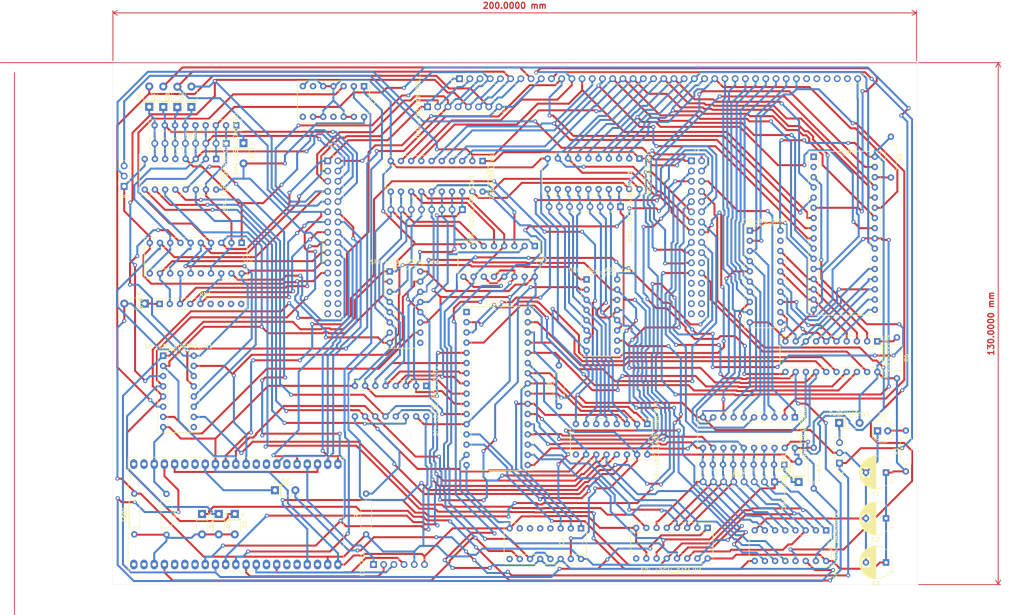
<source format=kicad_pcb>
(kicad_pcb (version 20221018) (generator pcbnew)
  (layers (0 "F.Cu" signal) (31 "B.Cu" signal) (34 "B.Paste" user) (35 "F.Paste" user) (36 "B.SilkS" user "B.Silkscreen") (37 "F.SilkS" user "F.Silkscreen") (38 "B.Mask" user) (39 "F.Mask" user) (44 "Edge.Cuts" user))
  (net 0 "")
  (net 1 "/ESP_WAIT_RESET")
  (net 2 "GND")
  (net 3 "/Z80_HARDLOCK")
  (net 4 "Net-(D1-A)")
  (net 6 "/IOCACHE-128K_ZXspectrum/CACHE_CE2")
  (net 7 "/CORE_ESP32-WROVER/ESP_PULSE")
  (net 8 "+5V")
  (net 9 "/ESP_ROMSEL_1")
  (net 10 "/ESP_ROMSEL_0")
  (net 11 "/ESP_ROM_WR_PROTECT")
  (net 12 "/CORE_ESP32-WROVER/ESP_INT")
  (net 13 "/CACHE_DATASTATUS")
  (net 14 "/CACHE_CONTROL.A16")
  (net 15 "/LOCAL_A7")
  (net 16 "/LOCAL_A6")
  (net 17 "/LOCAL_A5")
  (net 18 "/LOCAL_A4")
  (net 19 "/LOCAL_A3")
  (net 20 "/LOCAL_A2")
  (net 21 "/LOCAL_A1")
  (net 22 "/LOCAL_A0")
  (net 23 "/LOCAL_D0")
  (net 24 "/LOCAL_D1")
  (net 25 "Net-(D2-K)")
  (net 26 "Net-(D12-K)")
  (net 27 "/CORE_ESP32-WROVER/ESP_SPI_INT.MOSI")
  (net 28 "/CORE_ESP32-WROVER/ESP_SPI_INT.MISO")
  (net 29 "/CORE_ESP32-WROVER/ESP_SPI_INT.STC")
  (net 30 "/CORE_ESP32-WROVER/ESP_SPI_INT.OE")
  (net 31 "/CORE_ESP32-WROVER/ESP_SPI_INT.SCK")
  (net 32 "/CORE_ESP32-WROVER/ESP_SPI_INT.CE")
  (net 33 "/ESP_HARDLOCK")
  (net 34 "/LOCAL_D2")
  (net 35 "/LOCAL_D3")
  (net 36 "/LOCAL_D4")
  (net 37 "/LOCAL_D5")
  (net 38 "/CORE_ESP32-WROVER/ESP_SPI_INT.PL")
  (net 39 "Net-(D10-K)")
  (net 40 "Net-(D11-K)")
  (net 41 "/LOCAL_D6")
  (net 42 "/LOCAL_D7")
  (net 43 "/!ESP_HARDLOCK")
  (net 44 "/CACHE_CONTROL.CS")
  (net 45 "/SPI-Z80-BUS_ZXspectrum/ESP_CONTROL.WR+ESP_PULSE")
  (net 49 "/LOCAL_A10")
  (net 50 "/CACHE_CONTROL.OE")
  (net 51 "/LOCAL_A11")
  (net 52 "/LOCAL_A9")
  (net 53 "/LOCAL_A8")
  (net 54 "/CACHE_CONTROL.WE")
  (net 55 "/Z80_CONTROL.RESET")
  (net 56 "/Z80_CONTROL.BUSRQ")
  (net 57 "/Z80_CONTROL.WAIT")
  (net 58 "/Z80_CONTROL.BUSACK")
  (net 59 "/ESP_CONTROL.BUSRQ")
  (net 60 "/ESP_CONTROL.WAIT")
  (net 61 "/ESP_CONTROL.ROMCS")
  (net 62 "Net-(IC3-~{RCO})")
  (net 63 "/Z80_CONTROL.ROMCS")
  (net 64 "/ESP_CONTROL.NMI")
  (net 65 "/Z80_CONTROL.NMI")
  (net 66 "/ESP_CONTROL.RD")
  (net 67 "/ESP_CONTROL.WR")
  (net 68 "/ESP_CONTROL.IORQ")
  (net 69 "/ESP_CONTROL.MEMRQ")
  (net 70 "/CORE_ESP32-WROVER/EX_SCK")
  (net 71 "/CORE_ESP32-WROVER/EX_MISO")
  (net 72 "/CORE_ESP32-WROVER/EX_MOSI")
  (net 73 "/Z80_CONTROL.MEMRQ")
  (net 74 "/Z80_CONTROL.IORQ")
  (net 76 "/CORE_ESP32-WROVER/SD_CARD_SS")
  (net 78 "/Z80_CONTROL.WR")
  (net 79 "/CORE_ESP32-WROVER/EX_SS")
  (net 84 "/Z80_CONTROL.RD")
  (net 85 "/LOCAL_CONTROL.MEMRQ")
  (net 86 "/LOCAL_CONTROL.IORQ")
  (net 87 "/LOCAL_CONTROL.WR")
  (net 88 "/LOCAL_CONTROL.RD")
  (net 89 "/CACHE_CONTROL.DATASTATUS+PERM_Z80_IORQ")
  (net 90 "/IORQ_FILTER_BIT")
  (net 91 "/Z80_BUS_CONTROL.Z80_ADD_OE")
  (net 92 "/Z80_BUS_CONTROL.Z80_ADD_DIR")
  (net 93 "/Z80_BUS_CONTROL.Z80_DATA_DIR")
  (net 94 "/CACHE_SEL_2")
  (net 95 "/CACHE_SEL_0")
  (net 96 "/Z80_BUS_CONTROL.Z80_DATA_OE")
  (net 97 "/RIO_CONTROL.ROM_RDY")
  (net 98 "/RIO_CONTROL.A16")
  (net 99 "/RIO_CONTROL.CE")
  (net 100 "/LOCAL_A12")
  (net 101 "/LOCAL_A13")
  (net 102 "/LOCAL_A14")
  (net 103 "/LOCAL_A15")
  (net 104 "/Z80_A0")
  (net 105 "/Z80_A1")
  (net 106 "/Z80_A2")
  (net 107 "/Z80_A3")
  (net 108 "/CACHE_SEL_1")
  (net 109 "/CACHE_SEL_3")
  (net 110 "/Z80_A4")
  (net 111 "/Z80_HARDLOCK_SET")
  (net 112 "/Z80_HARDLOCK_RESET")
  (net 113 "/WAIT_IO")
  (net 114 "/PERM_Z80_IORQ")
  (net 115 "/Z80_A5")
  (net 116 "/Z80_A6")
  (net 117 "/Z80_A7")
  (net 118 "/Z80_D0")
  (net 119 "/Z80_D1")
  (net 120 "/Z80_D2")
  (net 121 "/Z80_D3")
  (net 122 "/Z80_D4")
  (net 123 "/Z80_D5")
  (net 124 "/Z80_D6")
  (net 125 "/Z80_D7")
  (net 126 "/Z80_A8")
  (net 127 "/Z80_A9")
  (net 128 "/!Z80_HARDLOCK")
  (net 129 "/Z80_A10")
  (net 130 "/Z80_A11")
  (net 131 "/Z80_A12")
  (net 132 "/Z80_A13")
  (net 133 "/Z80_A14")
  (net 134 "/Z80_A15")
  (net 135 "/RIO_CONTROL.A14")
  (net 136 "/RIO_CONTROL.A15")
  (net 137 "/RIO_CONTROL.OE")
  (net 138 "/RIO_CONTROL.WE")
  (net 139 "Net-(RIO_DECODER1-A->B)")
  (net 140 "Net-(SPI-ESP_CONTROL.OUT1-QH')")
  (net 141 "Net-(SPI-ESP_CONTROL.OUT1-SER)")
  (net 142 "Net-(SPI-LOCAL_ADDR_L.IN1-~{Q7})")
  (net 144 "Net-(SPI-LOCAL_ADDR_L.IN1-DS)")
  (net 147 "Net-(SPI-LOCAL_ADD_HIGH.OUT1-SER)")
  (net 148 "Net-(SPI-LOCAL_DATA.IN1-~{Q7})")
  (net 169 "/Z80-BUS_ZXspectrum48K/HOST VCC")
  (net 170 "Net-(D_PSUsafety1-K)")
  (net 171 "/CORE_ESP32-WROVER/ESP_SPI_INT.MR")
  (net 172 "/RIO-128K_ZXspectrum/RIO_CE2")
  (net 173 "/RIO-128K_ZXspectrum/ROM_D0")
  (net 174 "/RIO-128K_ZXspectrum/ROM_D1")
  (net 175 "/RIO-128K_ZXspectrum/ROM_D2")
  (net 176 "/RIO-128K_ZXspectrum/ROM_D3")
  (net 177 "/RIO-128K_ZXspectrum/ROM_D4")
  (net 178 "/RIO-128K_ZXspectrum/ROM_D5")
  (net 179 "/RIO-128K_ZXspectrum/ROM_D6")
  (net 180 "/RIO-128K_ZXspectrum/ROM_D7")
  (footprint "Diode_THT:D_T-1_P5.08mm_Horizontal" (layer "F.Cu") (at 234.64 134.46 90)
    (fp_text reference "D11")
    (fp_text value "1N4148")
  )
  (footprint "Connector_PinHeader_2.54mm:PinHeader_1x08_P2.54mm_Vertical" (layer "F.Cu") (at 92.2 50.12 -90)
    (fp_text reference "DIAG-ESP_CONTROL1")
    (fp_text value "PinHeader_2.54mm")
  )
  (footprint "Connector_PinHeader_2.54mm:PinHeader_2x16_P2.54mm_Vertical" (layer "F.Cu") (at 117.46 54.46)
    (fp_text reference "J12")
    (fp_text value "Conn_02x12_Odd_Even")
  )
  (footprint "Connector_PinHeader_2.54mm:PinHeader_1x08_P2.54mm_Vertical" (layer "F.Cu") (at 228.68 134.42 -90)
    (fp_text reference "DIAG-LOCAL_DATA1")
    (fp_text value "PinHeader_2.54mm")
  )
  (footprint "Package_DIP:DIP-20_W7.62mm_Socket" (layer "F.Cu") (at 195.04 53.88 -90)
    (fp_text reference "Z80_ADDRHIGH1")
    (fp_text value "74HC245N")
  )
  (footprint "Resistor_THT:R_Axial_DIN0207_L6.3mm_D2.5mm_P10.16mm_Horizontal" (layer "F.Cu") (at 257.615 48.45 -90)
    (fp_text reference "R5")
    (fp_text value "10K")
  )
  (footprint "Capacitor_THT:CP_Radial_D8.0mm_P5.00mm" (layer "F.Cu") (at 256.4027 132.0973 180)
    (fp_text reference "C1")
    (fp_text value "10 uf")
  )
  (footprint "Capacitor_THT:CP_Radial_D8.0mm_P5.00mm" (layer "F.Cu") (at 256.4027 154.5 180)
    (fp_text reference "C3")
    (fp_text value ".1 uf")
  )
  (footprint "Package_DIP:DIP-16_W7.62mm_Socket" (layer "F.Cu") (at 76.5 103)
    (fp_text reference "SPI-Z80_CONTROL.IN1")
    (fp_text value "74HC165N")
  )
  (footprint "Connector_PinSocket_2.54mm:PinSocket_1x06_P2.54mm_Vertical" (layer "F.Cu") (at 128.84 155 90)
    (fp_text reference "EX_SPI1")
    (fp_text value "PinSocket_2.54mm")
  )
  (footprint "Connector_PinHeader_2.54mm:PinHeader_1x08_P2.54mm_Vertical" (layer "F.Cu") (at 150.96 66.62 -90)
    (fp_text reference "DIAG-LOCAL_ADD_LOW1")
    (fp_text value "PinHeader_2.54mm")
  )
  (footprint "Connector_PinSocket_2.54mm:PinSocket_1x03_P2.54mm_Vertical" (layer "F.Cu") (at 66.8 60.8 180)
    (fp_text reference "JP2")
    (fp_text value "PINHD-ADDR_FILTER")
  )
  (footprint "Diode_THT:D_T-1_P5.08mm_Horizontal" (layer "F.Cu") (at 90.33 142.42 -90)
    (fp_text reference "D3")
    (fp_text value "1N4148")
  )
  (footprint "Package_DIP:DIP-20_W7.62mm_Socket" (layer "F.Cu") (at 254.235 99.41 -90)
    (fp_text reference "RIO_DECODER1")
    (fp_text value "74HC245N")
  )
  (footprint "Resistor_THT:R_Array_SIP9" (layer "F.Cu") (at 231.065 130.12 180)
    (fp_text reference "RN2")
    (fp_text value "4609M-101-103LF")
  )
  (footprint "Connector_PinSocket_2.54mm:PinSocket_1x03_P2.54mm_Vertical" (layer "F.Cu") (at 244.825 129.7271 180)
    (fp_text reference "JP1")
    (fp_text value "PINHD-POWER/RESET")
  )
  (footprint "Package_DIP:DIP-16_W7.62mm_Socket" (layer "F.Cu") (at 212 145.88 -90)
    (fp_text reference "SPI-LOCAL_DATA.IN1")
    (fp_text value "74HC165N")
  )
  (footprint "Resistor_THT:R_Array_SIP9" (layer "F.Cu") (at 75.62 90.09)
    (fp_text reference "RN1")
    (fp_text value "LOCAL_CONTROL_BIAS")
  )
  (footprint "Package_DIP:DIP-20_W7.62mm_Socket" (layer "F.Cu") (at 233.72 118.34 -90)
    (fp_text reference "Z80-LOCAL_DATA1")
    (fp_text value "74HC245N")
  )
  (footprint "Package_DIP:DIP-16_W7.62mm_Socket" (layer "F.Cu") (at 169 75.7 -90)
    (fp_text reference "IC3")
    (fp_text value "74HC590N")
  )
  (footprint "Package_DIP:DIP-16_W7.62mm_Socket" (layer "F.Cu") (at 197 120 -90)
    (fp_text reference "SPI-LOCAL_ADD_HIGH.OUT1")
    (fp_text value "74595N")
  )
  (footprint "Diode_THT:D_T-1_P5.08mm_Horizontal" (layer "F.Cu") (at 76.54 41.04 90)
    (fp_text reference "D7")
    (fp_text value "1N4148")
  )
  (footprint "Diode_THT:D_T-1_P5.08mm_Horizontal" (layer "F.Cu") (at 94.33 142.42 -90)
    (fp_text reference "D5")
    (fp_text value "1N4148")
  )
  (footprint "Connector_PinHeader_2.54mm:PinHeader_1x08_P2.54mm_Vertical" (layer "F.Cu") (at 142.3 41 90)
    (fp_text reference "DIAG-Z80_CONTROL1")
    (fp_text value "PinHeader_2.54mm")
  )
  (footprint "LED_THT:LED_D5.0mm" (layer "F.Cu") (at 254.285 121.7271)
    (fp_text reference "D1")
    (fp_text value "POWER_LED")
  )
  (footprint "Package_DIP:DIP-16_W7.62mm_Socket" (layer "F.Cu") (at 142 110.5 -90)
    (fp_text reference "SPI-LOCAL_ADD_L.OUT1")
    (fp_text value "74595N")
  )
  (footprint "Package_DIP:DIP-16_W7.62mm_Socket" (layer "F.Cu") (at 180.5 146 -90)
    (fp_text reference "IC4")
    (fp_text value "74HC590N")
  )
  (footprint "Diode_THT:D_T-1_P5.08mm_Horizontal" (layer "F.Cu") (at 80.04 41.08 90)
    (fp_text reference "D8")
    (fp_text value "1N4148")
  )
  (footprint "Resistor_THT:R_Axial_DIN0207_L6.3mm_D2.5mm_P10.16mm_Horizontal" (layer "F.Cu") (at 175 115.58 90)
    (fp_text reference "R8")
    (fp_text value "10K")
  )
  (footprint "Package_DIP:DIP-20_W7.62mm_Socket" (layer "F.Cu") (at 96.04 74.88 -90)
    (fp_text reference "IC1")
    (fp_text value "74HC244N")
  )
  (footprint "Connector_PinHeader_2.54mm:PinHeader_1x40_P2.54mm_Vertical" (layer "F.Cu") (at 150.28 34 90)
    (fp_text reference "J1")
    (fp_text value "DIAG-HOST_SYSTEM_BUS")
  )
  (footprint "Package_DIP:DIP-20_W7.62mm_Socket" (layer "F.Cu") (at 222.495 71.83)
    (fp_text reference "Z80-RIO_DATA1")
    (fp_text value "74HC245N")
  )
  (footprint "Package_DIP:DIP-16_W7.62mm_Socket" (layer "F.Cu") (at 132.88 82)
    (fp_text reference "SPI-LOCAL_ADDR_L.IN1")
    (fp_text value "74HC165N")
  )
  (footprint "Package_DIP:DIP-14_W7.62mm_Socket" (layer "F.Cu") (at 126.5 35.88 -90)
    (fp_text reference "IC2")
    (fp_text value "74HC32N")
  )
  (footprint "Capacitor_THT:CP_Radial_D8.0mm_P5.00mm" (layer "F.Cu") (at 256.4027 143.5 180)
    (fp_text reference "C2")
    (fp_text value ".1 uf")
  )
  (footprint "Package_DIP:DIP-16_W7.62mm_Socket" (layer "F.Cu") (at 181.88 84)
    (fp_text reference "SPI-LOCAL_ADD_H.IN1")
    (fp_text value "74HC165N")
  )
  (footprint "Diode_THT:D_T-1_P5.08mm_Horizontal" (layer "F.Cu") (at 71.91 90.01 180)
    (fp_text reference "D10")
    (fp_text value "1N4148")
  )
  (footprint "Resistor_THT:R_Axial_DIN0207_L6.3mm_D2.5mm_P10.16mm_Horizontal" (layer "F.Cu") (at 238.4 136.08 90)
    (fp_text reference "R7")
    (fp_text value "10K")
  )
  (footprint "Package_DIP:DIP-32_W15.24mm_Socket" (layer "F.Cu") (at 152 92.12)
    (fp_text reference "CACHE1")
    (fp_text value "AS6C1008-55PCN")
  )
  (footprint "Connector_PinHeader_2.54mm:PinHeader_1x08_P2.54mm_Vertical" (layer "F.Cu") (at 190.34 65.88 -90)
    (fp_text reference "DIAG-LOCAL_ADD_HIGH1")
    (fp_text value "PinHeader_2.54mm")
  )
  (footprint "Package_DIP:DIP-16_W7.62mm_Socket" (layer "F.Cu") (at 89.7 54 -90)
    (fp_text reference "SPI-ESP_CONTROL.OUT1")
    (fp_text value "74595N")
  )
  (footprint "Package_DIP:DIP-20_W7.62mm_Socket" (layer "F.Cu") (at 156 54.5 -90)
    (fp_text reference "Z80_ADDRLOW1")
    (fp_text value "74HC245N")
  )
  (footprint "Diode_THT:D_T-1_P5.08mm_Horizontal" (layer "F.Cu") (at 104.33 136.5)
    (fp_text reference "D2")
    (fp_text value "1N4148")
  )
  (footprint "Resistor_THT:R_Array_SIP9" (layer "F.Cu") (at 94.7 45.62 180)
    (fp_text reference "RN3")
    (fp_text value "4609M-101-103LF")
  )
  (footprint "Connector_PinHeader_2.54mm:PinHeader_2x16_P2.54mm_Vertical" (layer "F.Cu") (at 207.96 54.46)
    (fp_text reference "J3")
    (fp_text value "Conn_02x12_Odd_Even")
  )
  (footprint "Resistor_THT:R_Axial_DIN0207_L6.3mm_D2.5mm_P10.16mm_Horizontal" (layer "F.Cu") (at 69.33 147.5 90)
    (fp_text reference "R2")
    (fp_text value "22K")
  )
  (footprint "Diode_THT:D_T-1_P5.08mm_Horizontal" (layer "F.Cu") (at 73.04 41 90)
    (fp_text reference "D6")
    (fp_text value "1N4148")
  )
  (footprint "Resistor_THT:R_Axial_DIN0207_L6.3mm_D2.5mm_P10.16mm_Horizontal" (layer "F.Cu") (at 261.325 131.8071 90)
    (fp_text reference "R1")
    (fp_text value "1K")
  )
  (footprint "Diode_THT:D_T-1_P5.08mm_Horizontal" (layer "F.Cu") (at 244.745 119.7271)
    (fp_text reference "D_PSUsafety1")
    (fp_text value "1N4148")
  )
  (footprint "Resistor_THT:R_Axial_DIN0207_L6.3mm_D2.5mm_P10.16mm_Horizontal" (layer "F.Cu") (at 77.33 137.42 -90)
    (fp_text reference "R3")
    (fp_text value "22K")
  )
  (footprint "Package_DIP:DIP-16_W7.62mm_Socket" (layer "F.Cu") (at 241.5 146.5 -90)
    (fp_text reference "SPI-LOCAL_DATA.OUT1")
    (fp_text value "74595N")
  )
  (footprint "Diode_THT:D_T-1_P5.08mm_Horizontal" (layer "F.Cu") (at 83.54 41.04 90)
    (fp_text reference "D9")
    (fp_text value "1N4148")
  )
  (footprint "Diode_THT:D_T-1_P5.08mm_Horizontal" (layer "F.Cu") (at 96.5 50.04 -90)
    (fp_text reference "D12")
    (fp_text value "1N4148")
  )
  (footprint "esp32-wrover:FREENOVE_ESP32-WROVER-DEV" (layer "F.Cu") (at 93.33 142.5 90)
    (fp_text reference "ESP1")
    (fp_text value "FREENOVE_ESP32-WROVER-DEV")
  )
  (footprint "Resistor_THT:R_Axial_DIN0207_L6.3mm_D2.5mm_P10.16mm_Horizontal" (layer "F.Cu") (at 127 147.5 90)
    (fp_text reference "R4")
    (fp_text value "22K")
  )
  (footprint "Resistor_THT:R_Axial_DIN0207_L6.3mm_D2.5mm_P10.16mm_Horizontal" (layer "F.Cu") (at 259.115 98.45 -90)
    (fp_text reference "R6")
    (fp_text value "10K")
  )
  (footprint "Package_DIP:DIP-32_W15.24mm_Socket" (layer "F.Cu") (at 238.375 53.45)
    (fp_text reference "RIO1")
    (fp_text value "AS6C1008-55PCN")
  )
  (footprint "Diode_THT:D_T-1_P5.08mm_Horizontal" (layer "F.Cu") (at 86.18 142.42 -90)
    (fp_text reference "D4")
    (fp_text value "1N4148")
  )
  (gr_line (start 264 30) (end 36 30) (stroke (width 0.2)) (layer "F.Cu"))
  (gr_line (start 39.5 32.5) (end 39.5 167.5) (stroke (width 0.2)) (layer "F.Cu"))
  (gr_rect (start 64 30) (end 264 160) (stroke (width 0.05)) (fill none) (layer "Edge.Cuts"))
  (dimension (type aligned) (layer "F.Cu") (pts (xy 264 30) (xy 264 160)) (height -20.32) (gr_text "130.0000 mm" (at 282.52 95 90) (layer "F.Cu") (effects (font (size 1.5 1.5) (thickness 0.3)))) (format (prefix "") (suffix "") (units 3) (units_format 1) (precision 4)) (style (thickness 0.2) (arrow_length 1.27) (text_position_mode 0) (extension_height 0.58642) (extension_offset 0.5) keep_text_aligned))
  (dimension (type aligned) (layer "F.Cu") (pts (xy 264 30) (xy 64 30)) (height 12.3952) (gr_text "200.0000 mm" (at 164 15.8048) (layer "F.Cu") (effects (font (size 1.5 1.5) (thickness 0.3)))) (format (prefix "") (suffix "") (units 3) (units_format 1) (precision 4)) (style (thickness 0.2) (arrow_length 1.27) (text_position_mode 0) (extension_height 0.58642) (extension_offset 0.5) keep_text_aligned))
  (segment (start 142.5697 143.0067) (end 162.358 143.0067) (width 0.5) (layer "F.Cu") (net 1))
  (segment (start 141.6594 142.0964) (end 142.5697 143.0067) (width 0.5) (layer "F.Cu") (net 1))
  (segment (start 170.8245 140.0149) (end 171.1534 139.686) (width 0.5) (layer "F.Cu") (net 1))
  (segment (start 207.96 67.16) (end 198.118 57.318) (width 0.5) (layer "F.Cu") (net 1))
  (segment (start 162.358 143.0067) (end 162.4413 143.09) (width 0.5) (layer "F.Cu") (net 1))
  (segment (start 198.118 57.318) (end 196.6219 57.318) (width 0.5) (layer "F.Cu") (net 1))
  (segment (start 139.2473 142.0964) (end 141.6594 142.0964) (width 0.5) (layer "F.Cu") (net 1))
  (segment (start 194.5123 139.686) (end 198.015 136.1833) (width 0.5) (layer "F.Cu") (net 1))
  (segment (start 106.2536 138.9393) (end 136.0902 138.9393) (width 0.5) (layer "F.Cu") (net 1))
  (segment (start 171.1534 139.686) (end 194.5123 139.686) (width 0.5) (layer "F.Cu") (net 1))
  (segment (start 136.0902 138.9393) (end 139.2473 142.0964) (width 0.5) (layer "F.Cu") (net 1))
  (segment (start 169.4599 139.686) (end 169.7888 140.0149) (width 0.5) (layer "F.Cu") (net 1))
  (segment (start 169.7888 140.0149) (end 170.8245 140.0149) (width 0.5) (layer "F.Cu") (net 1))
  (segment (start 164.0015 139.686) (end 169.4599 139.686) (width 0.5) (layer "F.Cu") (net 1))
  (via (at 164.0015 139.686) (size 1) (drill 0.5) (layers "F.Cu" "B.Cu") (net 1))
  (via (at 198.015 136.1833) (size 1) (drill 0.5) (layers "F.Cu" "B.Cu") (net 1))
  (via (at 162.4413 143.09) (size 1) (drill 0.5) (layers "F.Cu" "B.Cu") (net 1))
  (via (at 106.2536 138.9393) (size 1) (drill 0.5) (layers "F.Cu" "B.Cu") (net 1))
  (via (at 196.6219 57.318) (size 1) (drill 0.5) (layers "F.Cu" "B.Cu") (net 1))
  (segment (start 198.015 135.658) (end 202.5878 131.0852) (width 0.5) (layer "B.Cu") (net 1))
  (segment (start 202.4103 116.6839) (end 202.4103 114.9251) (width 0.5) (layer "B.Cu") (net 1))
  (segment (start 199.5777 90.3443) (end 199.5334 90.3) (width 0.5) (layer "B.Cu") (net 1))
  (segment (start 164.0015 139.686) (end 162.4413 141.2462) (width 0.5) (layer "B.Cu") (net 1))
  (segment (start 197.3066 80.9603) (end 197.3066 70.3695) (width 0.5) (layer "B.Cu") (net 1))
  (segment (start 199.5777 102.5863) (end 199.5777 90.3443) (width 0.5) (layer "B.Cu") (net 1))
  (segment (start 162.4413 141.2462) (end 162.4413 143.09) (width 0.5) (layer "B.Cu") (net 1))
  (segment (start 199.5777 83.2314) (end 197.3066 80.9603) (width 0.5) (layer "B.Cu") (net 1))
  (segment (start 202.4103 114.9251) (end 199.1201 111.6349) (width 0.5) (layer "B.Cu") (net 1))
  (segment (start 202.5878 131.0852) (end 202.5878 116.8614) (width 0.5) (layer "B.Cu") (net 1))
  (segment (start 106.2536 140.0777) (end 106.2536 138.9393) (width 0.5) (layer "B.Cu") (net 1))
  (segment (start 196.6219 69.6848) (end 196.6219 66.1947) (width 0.5) (layer "B.Cu") (net 1))
  (segment (start 196.6219 66.1947) (end 196.1024 65.6752) (width 0.5) (layer "B.Cu") (net 1))
  (segment (start 196.1024 62.9824) (end 196.6219 62.4629) (width 0.5) (layer "B.Cu") (net 1))
  (segment (start 199.5334 86.7786) (end 199.5777 86.7343) (width 0.5) (layer "B.Cu") (net 1))
  (segment (start 202.5878 116.8614) (end 202.4103 116.6839) (width 0.5) (layer "B.Cu") (net 1))
  (segment (start 199.5334 90.3) (end 199.5334 86.7786) (width 0.5) (layer "B.Cu") (net 1))
  (segment (start 112.38 146.2041) (end 106.2536 140.0777) (width 0.5) (layer "B.Cu") (net 1))
  (segment (start 198.015 136.1833) (end 198.015 135.658) (width 0.5) (layer "B.Cu") (net 1))
  (segment (start 199.1201 103.0439) (end 199.5777 102.5863) (width 0.5) (layer "B.Cu") (net 1))
  (segment (start 196.6219 62.4629) (end 196.6219 57.318) (width 0.5) (layer "B.Cu") (net 1))
  (segment (start 196.1024 65.6752) (end 196.1024 62.9824) (width 0.5) (layer "B.Cu") (net 1))
  (segment (start 199.5777 86.7343) (end 199.5777 83.2314) (width 0.5) (layer "B.Cu") (net 1))
  (segment (start 199.1201 111.6349) (end 199.1201 103.0439) (width 0.5) (layer "B.Cu") (net 1))
  (segment (start 197.3066 70.3695) (end 196.6219 69.6848) (width 0.5) (layer "B.Cu") (net 1))
  (segment (start 112.38 155) (end 112.38 146.2041) (width 0.5) (layer "B.Cu") (net 1))
  (segment (start 106.5477 85.0543) (end 73.5224 85.0543) (width 0.5) (layer "F.Cu") (net 2))
  (segment (start 194.22 149.4099) (end 196.76 151.9499) (width 0.5) (layer "F.Cu") (net 2))
  (segment (start 135.298 87.8297) (end 135.1511 87.9766) (width 0.5) (layer "F.Cu") (net 2))
  (segment (start 231.375 98.878) (end 231.375 99.41) (width 0.5) (layer "F.Cu") (net 2))
  (segment (start 172.0674 143.0152) (end 172.1462 142.9364) (width 0.5) (layer "F.Cu") (net 2))
  (segment (start 124.22 110.5) (end 122.6699 110.5) (width 0.5) (layer "F.Cu") (net 2))
  (segment (start 134.8199 79.4257) (end 134.8199 80.933) (width 0.5) (layer "F.Cu") (net 2))
  (segment (start 73.5224 85.0543) (end 71.612 83.1439) (width 0.5) (layer "F.Cu") (net 2))
  (segment (start 162.72 146) (end 165.7048 143.0152) (width 0.5) (layer "F.Cu") (net 2))
  (segment (start 141.54 155) (end 141.54 153.3999) (width 0.5) (layer "F.Cu") (net 2))
  (segment (start 135.1511 97.5089) (end 132.88 99.78) (width 0.5) (layer "F.Cu") (net 2))
  (segment (start 122.6699 110.5) (end 102.6522 110.5) (width 0.5) (layer "F.Cu") (net 2))
  (segment (start 185.1724 145.88) (end 192.6699 145.88) (width 0.5) (layer "F.Cu") (net 2))
  (segment (start 223.72 146.5) (end 226.6867 143.5333) (width 0.5) (layer "F.Cu") (net 2))
  (segment (start 150.7483 75.2283) (end 139.0173 75.2283) (width 0.5) (layer "F.Cu") (net 2))
  (segment (start 194.22 147.24) (end 194.22 149.4099) (width 0.5) (layer "F.Cu") (net 2))
  (segment (start 141.54 152.9886) (end 141.54 153.3999) (width 0.5) (layer "F.Cu") (net 2))
  (segment (start 243.2249 127.1871) (end 237.5373 121.4995) (width 0.5) (layer "F.Cu") (net 2))
  (segment (start 73.18 74.88) (end 73.18 76.4301) (width 0.5) (layer "F.Cu") (net 2))
  (segment (start 172.18 53.88) (end 170.6299 53.88) (width 0.5) (layer "F.Cu") (net 2))
  (segment (start 120 155) (end 121.6501 155) (width 0.5) (layer "F.Cu") (net 2))
  (segment (start 135.1511 87.9766) (end 135.1511 97.5089) (width 0.5) (layer "F.Cu") (net 2))
  (segment (start 89.52 123.6322) (end 89.52 128.0499) (width 0.5) (layer "F.Cu") (net 2))
  (segment (start 71.612 77.9981) (end 73.18 76.4301) (width 0.5) (layer "F.Cu") (net 2))
  (segment (start 71.612 83.1439) (end 71.612 77.9981) (width 0.5) (layer "F.Cu") (net 2))
  (segment (start 126.5574 152.3633) (end 140.9147 152.3633) (width 0.5) (layer "F.Cu") (net 2))
  (segment (start 117.46 82.4) (end 115.8599 82.4) (width 0.5) (layer "F.Cu") (net 2))
  (segment (start 132.88 99.78) (end 131.3299 99.78) (width 0.5) (layer "F.Cu") (net 2))
  (segment (start 140.9147 152.3633) (end 141.54 152.9886) (width 0.5) (layer "F.Cu") (net 2))
  (segment (start 131.3299 99.78) (end 129.9793 98.4294) (width 0.5) (layer "F.Cu") (net 2))
  (segment (start 76.5 120.78) (end 78.0501 120.78) (width 0.5) (layer "F.Cu") (net 2))
  (segment (start 170.6299 53.88) (end 168.4235 56.0864) (width 0.5) (layer "F.Cu") (net 2))
  (segment (start 227.187 94.69) (end 224.0451 94.69) (width 0.5) (layer "F.Cu") (net 2))
  (segment (start 226.6867 143.5333) (end 251.3694 143.5333) (width 0.5) (layer "F.Cu") (net 2))
  (segment (start 131.269 66.9906) (end 139.0173 74.7389) (width 0.5) (layer "F.Cu") (net 2))
  (segment (start 222.495 94.69) (end 224.0451 94.69) (width 0.5) (layer "F.Cu") (net 2))
  (segment (start 102.6522 110.5) (end 89.52 123.6322) (width 0.5) (layer "F.Cu") (net 2))
  (segment (start 148.5286 146) (end 162.72 146) (width 0.5) (layer "F.Cu") (net 2))
  (segment (start 238.375 91.55) (end 238.375 93.1001) (width 0.5) (layer "F.Cu") (net 2))
  (segment (start 134.8199 80.933) (end 135.298 81.4111) (width 0.5) (layer "F.Cu") (net 2))
  (segment (start 121.6501 155) (end 123.9084 152.7417) (width 0.5) (layer "F.Cu") (net 2))
  (segment (start 210.86 118.34) (end 209.3099 118.34) (width 0.5) (layer "F.Cu") (net 2))
  (segment (start 244.825 127.1871) (end 243.2249 127.1871) (width 0.5) (layer "F.Cu") (net 2))
  (segment (start 237.1529 93.1001) (end 231.375 98.878) (width 0.5) (layer "F.Cu") (net 2))
  (segment (start 134.7264 56.0864) (end 133.14 54.5) (width 0.5) (layer "F.Cu") (net 2))
  (segment (start 116.34 35.88) (end 118.88 35.88) (width 0.5) (layer "F.Cu") (net 2))
  (segment (start 141.54 152.9886) (end 148.5286 146) (width 0.5) (layer "F.Cu") (net 2))
  (segment (start 89.52 123.6322) (end 80.9023 123.6322) (width 0.5) (layer "F.Cu") (net 2))
  (segment (start 89.52 130) (end 89.52 128.0499) (width 0.5) (layer "F.Cu") (net 2))
  (segment (start 106.9264 84.6756) (end 106.5477 85.0543) (width 0.5) (layer "F.Cu") (net 2))
  (segment (start 80.9023 123.6322) (end 78.0501 120.78) (width 0.5) (layer "F.Cu") (net 2))
  (segment (start 135.298 81.4111) (end 135.298 87.8297) (width 0.5) (layer "F.Cu") (net 2))
  (segment (start 66.8 66.9499) (end 73.18 73.3299) (width 0.5) (layer "F.Cu") (net 2))
  (segment (start 238.375 93.1001) (end 237.1529 93.1001) (width 0.5) (layer "F.Cu") (net 2))
  (segment (start 179.6743 112.7381) (end 181.6745 114.7383) (width 0.5) (layer "F.Cu") (net 2))
  (segment (start 129.9793 98.4294) (end 116.9928 98.4294) (width 0.5) (layer "F.Cu") (net 2))
  (segment (start 194.22 145.88) (end 192.6699 145.88) (width 0.5) (layer "F.Cu") (net 2))
  (segment (start 182.2288 142.9364) (end 185.1724 145.88) (width 0.5) (layer "F.Cu") (net 2))
  (segment (start 66.8 60.8) (end 66.8 62.4001) (width 0.5) (layer "F.Cu") (net 2))
  (segment (start 126.179 152.7417) (end 126.5574 152.3633) (width 0.5) (layer "F.Cu") (net 2))
  (segment (start 196.76 153.5) (end 196.76 151.9499) (width 0.5) (layer "F.Cu") (net 2))
  (segment (start 139.0173 75.2283) (end 134.8199 79.4257) (width 0.5) (layer "F.Cu") (net 2))
  (segment (start 168.4235 56.0864) (end 134.7264 56.0864) (width 0.5) (layer "F.Cu") (net 2))
  (segment (start 123.96 43.5) (end 121.42 43.5) (width 0.5) (layer "F.Cu") (net 2))
  (segment (start 231.375 98.878) (end 227.187 94.69) (width 0.5) (layer "F.Cu") (net 2))
  (segment (start 115.8599 82.4) (end 113.8344 84.4255) (width 0.5) (layer "F.Cu") (net 2))
  (segment (start 123.9084 152.7417) (end 126.179 152.7417) (width 0.5) (layer "F.Cu") (net 2))
  (segment (start 139.0173 74.7389) (end 139.0173 75.2283) (width 0.5) (layer "F.Cu") (net 2))
  (segment (start 172.1462 142.9364) (end 182.2288 142.9364) (width 0.5) (layer "F.Cu") (net 2))
  (segment (start 205.7082 114.7383) (end 209.3099 118.34) (width 0.5) (layer "F.Cu") (net 2))
  (segment (start 194.22 145.88) (end 194.22 147.24) (width 0.5) (layer "F.Cu") (net 2))
  (segment (start 73.18 74.88) (end 73.18 73.3299) (width 0.5) (layer "F.Cu") (net 2))
  (segment (start 109.8527 84.4255) (end 109.6026 84.6756) (width 0.5) (layer "F.Cu") (net 2))
  (segment (start 237.5373 121.4995) (end 214.0195 121.4995) (width 0.5) (layer "F.Cu") (net 2))
  (segment (start 66.8 62.4001) (end 66.8 66.9499) (width 0.5) (layer "F.Cu") (net 2))
  (segment (start 109.6026 84.6756) (end 106.9264 84.6756) (width 0.5) (layer "F.Cu") (net 2))
  (segment (start 181.6745 114.7383) (end 205.7082 114.7383) (width 0.5) (layer "F.Cu") (net 2))
  (segment (start 151.22 75.7) (end 150.7483 75.2283) (width 0.5) (layer "F.Cu") (net 2))
  (segment (start 214.0195 121.4995) (end 210.86 118.34) (width 0.5) (layer "F.Cu") (net 2))
  (segment (start 113.8344 84.4255) (end 109.8527 84.4255) (width 0.5) (layer "F.Cu") (net 2))
  (segment (start 165.7048 143.0152) (end 172.0674 143.0152) (width 0.5) (layer "F.Cu") (net 2))
  (segment (start 116.34 43.5) (end 113.8 43.5) (width 0.5) (layer "F.Cu") (net 2))
  (segment (start 251.3694 143.5333) (end 251.4027 143.5) (width 0.5) (layer "F.Cu") (net 2))
  (via (at 131.269 66.9906) (size 1) (drill 0.5) (layers "F.Cu" "B.Cu") (net 2))
  (via (at 109.8527 84.4255) (size 1) (drill 0.5) (layers "F.Cu" "B.Cu") (net 2))
  (via (at 179.6743 112.7381) (size 1) (drill 0.5) (layers "F.Cu" "B.Cu") (net 2))
  (via (at 116.9928 98.4294) (size 1) (drill 0.5) (layers "F.Cu" "B.Cu") (net 2))
  (segment (start 152 136.5519) (end 159.898 144.4499) (width 0.5) (layer "B.Cu") (net 2))
  (segment (start 249.3106 35.6295) (end 249.3106 38.9371) (width 0.5) (layer "B.Cu") (net 2))
  (segment (start 210.86 118.34) (end 210.86 116.7899) (width 0.5) (layer "B.Cu") (net 2))
  (segment (start 116.9928 96.7614) (end 109.3705 89.1391) (width 0.5) (layer "B.Cu") (net 2))
  (segment (start 246.4925 127.1871) (end 251.4027 132.0973) (width 0.5) (layer "B.Cu") (net 2))
  (segment (start 249.6002 68.0402) (end 249.6002 73.2914) (width 0.5) (layer "B.Cu") (net 2))
  (segment (start 120.7778 34.3298) (end 118.88 36.2276) (width 0.5) (layer "B.Cu") (net 2))
  (segment (start 133.14 52.9499) (end 133.14 39.7618) (width 0.5) (layer "B.Cu") (net 2))
  (segment (start 120 155) (end 120 153.0499) (width 0.5) (layer "B.Cu") (net 2))
  (segment (start 114.748 34.288) (end 116.34 35.88) (width 0.5) (layer "B.Cu") (net 2))
  (segment (start 109.3705 89.1391) (end 109.3705 88.1759) (width 0.5) (layer "B.Cu") (net 2))
  (segment (start 222.5558 96.3009) (end 222.495 96.2401) (width 0.5) (layer "B.Cu") (net 2))
  (segment (start 159.898 144.4499) (end 162.72 144.4499) (width 0.5) (layer "B.Cu") (net 2))
  (segment (start 181.88 101.78) (end 174.7254 94.6254) (width 0.5) (layer "B.Cu") (net 2))
  (segment (start 222.5558 110.4836) (end 222.5558 96.3009) (width 0.5) (layer "B.Cu") (net 2))
  (segment (start 102.8788 131.9501) (end 89.52 131.9501) (width 0.5) (layer "B.Cu") (net 2))
  (segment (start 170.5854 57.0247) (end 172.18 55.4301) (width 0.5) (layer "B.Cu") (net 2))
  (segment (start 125.2602 108.9499) (end 132.88 101.3301) (width 0.5) (layer "B.Cu") (net 2))
  (segment (start 118.88 36.2276) (end 118.88 36.4075) (width 0.5) (layer "B.Cu") (net 2))
  (segment (start 132.88 99.78) (end 132.88 101.3301) (width 0.5) (layer "B.Cu") (net 2))
  (segment (start 179.22 113.1924) (end 179.6743 112.7381) (width 0.5) (layer "B.Cu") (net 2))
  (segment (start 251.4027 154.5) (end 251.4027 143.5) (width 0.5) (layer "B.Cu") (net 2))
  (segment (start 179.22 120) (end 179.22 118.4499) (width 0.5) (layer "B.Cu") (net 2))
  (segment (start 254.285 121.7271) (end 254.285 129.215) (width 0.5) (layer "B.Cu") (net 2))
  (segment (start 110.1027 84.6755) (end 109.8527 84.4255) (width 0.5) (layer "B.Cu") (net 2))
  (segment (start 210.86 116.7899) (end 216.2495 116.7899) (width 0.5) (layer "B.Cu") (net 2))
  (segment (start 133.14 56.0501) (end 131.269 57.9211) (width 0.5) (layer "B.Cu") (net 2))
  (segment (start 249.383 39.0095) (end 249.383 66.2874) (width 0.5) (layer "B.Cu") (net 2))
  (segment (start 249.6002 73.2914) (end 240.4531 82.4385) (width 0.5) (layer "B.Cu") (net 2))
  (segment (start 118.88 36.4075) (end 118.88 35.88) (width 0.5) (layer "B.Cu") (net 2))
  (segment (start 116.34 43.5) (end 116.34 41.9499) (width 0.5) (layer "B.Cu") (net 2))
  (segment (start 116.9928 98.4294) (end 116.9928 96.7614) (width 0.5) (layer "B.Cu") (net 2))
  (segment (start 74.28 134.37) (end 77.33 137.42) (width 0.5) (layer "B.Cu") (net 2))
  (segment (start 112.852 34.288) (end 114.748 34.288) (width 0.5) (layer "B.Cu") (net 2))
  (segment (start 71.92 54) (end 71.92 55.68) (width 0.5) (layer "B.Cu") (net 2))
  (segment (start 240.4531 82.4385) (end 240.4531 89.4719) (width 0.5) (layer "B.Cu") (net 2))
  (segment (start 131.269 57.9211) (end 131.269 66.9906) (width 0.5) (layer "B.Cu") (net 2))
  (segment (start 249.34 34) (end 249.34 35.6001) (width 0.5) (layer "B.Cu") (net 2))
  (segment (start 249.383 66.2874) (end 249.133 66.5374) (width 0.5) (layer "B.Cu") (net 2))
  (segment (start 249.34 35.6001) (end 249.3106 35.6295) (width 0.5) (layer "B.Cu") (net 2))
  (segment (start 89.52 130) (end 89.52 131.9501) (width 0.5) (layer "B.Cu") (net 2))
  (segment (start 124.22 108.9499) (end 125.2602 108.9499) (width 0.5) (layer "B.Cu") (net 2))
  (segment (start 74.28 124.5501) (end 74.28 130) (width 0.5) (layer "B.Cu") (net 2))
  (segment (start 216.2495 116.7899) (end 222.5558 110.4836) (width 0.5) (layer "B.Cu") (net 2))
  (segment (start 183.386 109.0264) (end 183.386 106.3435) (width 0.5) (layer "B.Cu") (net 2))
  (segment (start 76.5 122.3301) (end 74.28 124.5501) (width 0.5) (layer "B.Cu") (net 2))
  (segment (start 249.133 67.573) (end 249.6002 68.0402) (width 0.5) (layer "B.Cu") (net 2))
  (segment (start 240.4531 89.4719) (end 238.375 91.55) (width 0.5) (layer "B.Cu") (net 2))
  (segment (start 120 152.2057) (end 107.5164 139.7221) (width 0.5) (layer "B.Cu") (net 2))
  (segment (start 249.3106 38.9371) (end 249.383 39.0095) (width 0.5) (layer "B.Cu") (net 2))
  (segment (start 152 130.22) (end 152 131.7701) (width 0.5) (layer "B.Cu") (net 2))
  (segment (start 251.4027 143.5) (end 251.4027 132.0973) (width 0.5) (layer "B.Cu") (net 2))
  (segment (start 116.34 41.9499) (end 118.88 39.4099) (width 0.5) (layer "B.Cu") (net 2))
  (segment (start 127.708 34.3298) (end 120.7778 34.3298) (width 0.5) (layer "B.Cu") (net 2))
  (segment (start 74.28 130) (end 74.28 134.37) (width 0.5) (layer "B.Cu") (net 2))
  (segment (start 170.5854 67.4382) (end 170.5854 57.0247) (width 0.5) (layer "B.Cu") (net 2))
  (segment (start 249.133 66.5374) (end 249.133 67.573) (width 0.5) (layer "B.Cu") (net 2))
  (segment (start 183.386 106.3435) (end 181.88 104.8375) (width 0.5) (layer "B.Cu") (net 2))
  (segment (start 71.92 55.68) (end 66.8 60.8) (width 0.5) (layer "B.Cu") (net 2))
  (segment (start 179.6743 112.7381) (end 183.386 109.0264) (width 0.5) (layer "B.Cu") (net 2))
  (segment (start 181.88 104.8375) (end 181.88 103.3301) (width 0.5) (layer "B.Cu") (net 2))
  (segment (start 107.5164 136.5877) (end 102.8788 131.9501) (width 0.5) (layer "B.Cu") (net 2))
  (segment (start 121.42 41.9499) (end 118.88 39.4099) (width 0.5) (layer "B.Cu") (net 2))
  (segment (start 109.3705 88.1759) (end 110.1027 87.4437) (width 0.5) (layer "B.Cu") (net 2))
  (segment (start 181.88 102.555) (end 181.88 103.3301) (width 0.5) (layer "B.Cu") (net 2))
  (segment (start 118.88 39.4099) (end 118.88 36.4075) (width 0.5) (layer "B.Cu") (net 2))
  (segment (start 133.14 39.7618) (end 127.708 34.3298) (width 0.5) (layer "B.Cu") (net 2))
  (segment (start 111.26 35.88) (end 112.852 34.288) (width 0.5) (layer "B.Cu") (net 2))
  (segment (start 244.825 127.1871) (end 246.4925 127.1871) (width 0.5) (layer "B.Cu") (net 2))
  (segment (start 121.42 43.5) (end 121.42 41.9499) (width 0.5) (layer "B.Cu") (net 2))
  (segment (start 76.5 120.78) (end 76.5 122.3301) (width 0.5) (layer "B.Cu") (net 2))
  (segment (start 172.18 53.88) (end 172.18 55.4301) (width 0.5) (layer "B.Cu") (net 2))
  (segment (start 181.88 102.555) (end 181.88 101.78) (width 0.5) (layer "B.Cu") (net 2))
  (segment (start 110.1027 87.4437) (end 110.1027 84.6755) (width 0.5) (layer "B.Cu") (net 2))
  (segment (start 133.14 54.5) (end 133.14 56.0501) (width 0.5) (layer "B.Cu") (net 2))
  (segment (start 174.7254 71.5782) (end 170.5854 67.4382) (width 0.5) (layer "B.Cu") (net 2))
  (segment (start 152 131.7701) (end 152 136.5519) (width 0.5) (layer "B.Cu") (net 2))
  (segment (start 254.285 129.215) (end 251.4027 132.0973) (width 0.5) (layer "B.Cu") (net 2))
  (segment (start 107.5164 139.7221) (end 107.5164 136.5877) (width 0.5) (layer "B.Cu") (net 2))
  (segment (start 120 153.0499) (end 120 152.2057) (width 0.5) (layer "B.Cu") (net 2))
  (segment (start 179.22 118.4499) (end 179.22 113.1924) (width 0.5) (layer "B.Cu") (net 2))
  (segment (start 174.7254 94.6254) (end 174.7254 71.5782) (width 0.5) (layer "B.Cu") (net 2))
  (segment (start 133.14 54.5) (end 133.14 52.9499) (width 0.5) (layer "B.Cu") (net 2))
  (segment (start 124.22 110.5) (end 124.22 108.9499) (width 0.5) (layer "B.Cu") (net 2))
  (segment (start 222.495 94.69) (end 222.495 96.2401) (width 0.5) (layer "B.Cu") (net 2))
  (segment (start 162.72 146) (end 162.72 144.4499) (width 0.5) (layer "B.Cu") (net 2))
  (segment (start 153.4931 148.3527) (end 154.2355 148.3527) (width 0.5) (layer "F.Cu") (net 3))
  (segment (start 147.8129 154.4285) (end 147.8129 154.0329) (width 0.5) (layer "F.Cu") (net 3))
  (segment (start 210.2051 95.1931) (end 207.7392 95.1931) (width 0.5) (layer "F.Cu") (net 3))
  (segment (start 76.82 155) (end 76.82 156.9501) (width 0.5) (layer "F.Cu") (net 3))
  (segment (start 143.2621 158.9793) (end 147.8129 154.4285) (width 0.5) (layer "F.Cu") (net 3))
  (segment (start 165.26 153.62) (end 163.2832 151.6432) (width 0.5) (layer "F.Cu") (net 3))
  (segment (start 189.2537 79.6298) (end 188.2646 78.6407) (width 0.5) (layer "F.Cu") (net 3))
  (segment (start 78.8492 158.9793) (end 143.2621 158.9793) (width 0.5) (layer "F.Cu") (net 3))
  (segment (start 200.9383 89.8067) (end 192.321 81.1894) (width 0.5) (layer "F.Cu") (net 3))
  (segment (start 207.7392 95.1931) (end 202.3528 89.8067) (width 0.5) (layer "F.Cu") (net 3))
  (segment (start 202.3528 89.8067) (end 200.9383 89.8067) (width 0.5) (layer "F.Cu") (net 3))
  (segment (start 163.2832 151.6432) (end 157.526 151.6432) (width 0.5) (layer "F.Cu") (net 3))
  (segment (start 147.8129 154.0329) (end 153.4931 148.3527) (width 0.5) (layer "F.Cu") (net 3))
  (segment (start 157.526 151.6432) (end 154.2355 148.3527) (width 0.5) (layer "F.Cu") (net 3))
  (segment (start 76.82 156.9501) (end 78.8492 158.9793) (width 0.5) (layer "F.Cu") (net 3))
  (segment (start 188.2646 78.6407) (end 167.431 78.6407) (width 0.5) (layer "F.Cu") (net 3))
  (via (at 189.2537 79.6298) (size 1) (drill 0.5) (layers "F.Cu" "B.Cu") (net 3))
  (via (at 192.321 81.1894) (size 1) (drill 0.5) (layers "F.Cu" "B.Cu") (net 3))
  (via (at 154.2355 148.3527) (size 1) (drill 0.5) (layers "F.Cu" "B.Cu") (net 3))
  (via (at 167.431 78.6407) (size 1) (drill 0.5) (layers "F.Cu" "B.Cu") (net 3))
  (via (at 210.2051 95.1931) (size 1) (drill 0.5) (layers "F.Cu" "B.Cu") (net 3))
  (segment (start 146.564 100.6801) (end 146.564 92.0661) (width 0.5) (layer "B.Cu") (net 3))
  (segment (start 153.76 83.32) (end 158.4393 78.6407) (width 0.5) (layer "B.Cu") (net 3))
  (segment (start 146.564 92.0661) (end 153.76 84.8701) (width 0.5) (layer "B.Cu") (net 3))
  (segment (start 146.3957 131.1431) (end 146.3957 125.0469) (width 0.5) (layer "B.Cu") (net 3))
  (segment (start 146.7693 135.4499) (end 146.7693 131.5167) (width 0.5) (layer "B.Cu") (net 3))
  (segment (start 158.4393 78.6407) (end 167.431 78.6407) (width 0.5) (layer "B.Cu") (net 3))
  (segment (start 212.1439 93.2543) (end 210.2051 95.1931) (width 0.5) (layer "B.Cu") (net 3))
  (segment (start 146.7389 137.1679) (end 146.3957 136.8247) (width 0.5) (layer "B.Cu") (net 3))
  (segment (start 153.76 83.8475) (end 153.76 83.32) (width 0.5) (layer "B.Cu") (net 3))
  (segment (start 146.3957 125.0469) (end 147.1843 124.2583) (width 0.5) (layer "B.Cu") (net 3))
  (segment (start 189.2537 79.6298) (end 190.8133 81.1894) (width 0.5) (layer "B.Cu") (net 3))
  (segment (start 146.3957 136.8247) (end 146.3957 135.8235) (width 0.5) (layer "B.Cu") (net 3))
  (segment (start 146.3957 135.8235) (end 146.7693 135.4499) (width 0.5) (layer "B.Cu") (net 3))
  (segment (start 146.7693 131.5167) (end 146.3957 131.1431) (width 0.5) (layer "B.Cu") (net 3))
  (segment (start 153.76 83.8475) (end 153.76 84.8701) (width 0.5) (layer "B.Cu") (net 3))
  (segment (start 146.7389 140.8561) (end 146.7389 137.1679) (width 0.5) (layer "B.Cu") (net 3))
  (segment (start 154.2355 148.3527) (end 146.7389 140.8561) (width 0.5) (layer "B.Cu") (net 3))
  (segment (start 210.5 77.32) (end 212.1439 78.9639) (width 0.5) (layer "B.Cu") (net 3))
  (segment (start 147.1843 124.2583) (end 147.1843 101.3004) (width 0.5) (layer "B.Cu") (net 3))
  (segment (start 212.1439 78.9639) (end 212.1439 93.2543) (width 0.5) (layer "B.Cu") (net 3))
  (segment (start 190.8133 81.1894) (end 192.321 81.1894) (width 0.5) (layer "B.Cu") (net 3))
  (segment (start 147.1843 101.3004) (end 146.564 100.6801) (width 0.5) (layer "B.Cu") (net 3))
  (segment (start 261.325 121.6471) (end 256.905 121.6471) (width 0.5) (layer "F.Cu") (net 4))
  (segment (start 256.905 121.6471) (end 256.825 121.7271) (width 0.5) (layer "F.Cu") (net 4))
  (segment (start 174.3599 114.9399) (end 175 115.58) (width 0.5) (layer "B.Cu") (net 6))
  (segment (start 167.24 97.2) (end 168.7901 97.2) (width 0.5) (layer "B.Cu") (net 6))
  (segment (start 168.7901 97.2) (end 168.7901 101.8226) (width 0.5) (layer "B.Cu") (net 6))
  (segment (start 168.7901 101.8226) (end 174.3599 107.3924) (width 0.5) (layer "B.Cu") (net 6))
  (segment (start 174.3599 107.3924) (end 174.3599 114.9399) (width 0.5) (layer "B.Cu") (net 6))
  (segment (start 118.0036 151.757) (end 122.4426 147.318) (width 0.5) (layer "F.Cu") (net 7))
  (segment (start 97.6579 151.757) (end 118.0036 151.757) (width 0.5) (layer "F.Cu") (net 7))
  (via (at 97.6579 151.757) (size 1) (drill 0.5) (layers "F.Cu" "B.Cu") (net 7))
  (via (at 122.4426 147.318) (size 1) (drill 0.5) (layers "F.Cu" "B.Cu") (net 7))
  (segment (start 121.7771 121.9885) (end 121.6407 121.8521) (width 0.5) (layer "B.Cu") (net 7))
  (segment (start 130.9488 53.946) (end 130.9488 41.8789) (width 0.5) (layer "B.Cu") (net 7))
  (segment (start 122.7075 124.2275) (end 121.7771 123.2971) (width 0.5) (layer "B.Cu") (net 7))
  (segment (start 121.7771 123.2971) (end 121.7771 121.9885) (width 0.5) (layer "B.Cu") (net 7))
  (segment (start 94.6 155) (end 94.6 153.0499) (width 0.5) (layer "B.Cu") (net 7))
  (segment (start 96.365 153.0499) (end 97.6579 151.757) (width 0.5) (layer "B.Cu") (net 7))
  (segment (start 130.9488 41.8789) (end 126.5 37.4301) (width 0.5) (layer "B.Cu") (net 7))
  (segment (start 128.2832 99.8527) (end 128.2832 56.6116) (width 0.5) (layer "B.Cu") (net 7))
  (segment (start 121.6407 106.4952) (end 128.2832 99.8527) (width 0.5) (layer "B.Cu") (net 7))
  (segment (start 122.7075 147.0531) (end 122.7075 124.2275) (width 0.5) (layer "B.Cu") (net 7))
  (segment (start 126.5 35.88) (end 126.5 37.4301) (width 0.5) (layer "B.Cu") (net 7))
  (segment (start 128.2832 56.6116) (end 130.9488 53.946) (width 0.5) (layer "B.Cu") (net 7))
  (segment (start 121.6407 121.8521) (end 121.6407 106.4952) (width 0.5) (layer "B.Cu") (net 7))
  (segment (start 94.6 153.0499) (end 96.365 153.0499) (width 0.5) (layer "B.Cu") (net 7))
  (segment (start 122.4426 147.318) (end 122.7075 147.0531) (width 0.5) (layer "B.Cu") (net 7))
  (segment (start 236.8099 125.96) (end 236.8499 125.92) (width 0.5) (layer "F.Cu") (net 8))
  (segment (start 96.04 82.5) (end 97.5901 82.5) (width 0.5) (layer "F.Cu") (net 8))
  (segment (start 261.325 131.8071) (end 258.243 131.8071) (width 0.5) (layer "F.Cu") (net 8))
  (segment (start 69.33 137.34) (end 69.84 137.34) (width 0.5) (layer "F.Cu") (net 8))
  (segment (start 239.935 152.555) (end 241.5 154.12) (width 0.5) (layer "F.Cu") (net 8))
  (segment (start 96.5 55.12) (end 106.8204 55.12) (width 0.5) (layer "F.Cu") (net 8))
  (segment (start 98.2835 81.8066) (end 97.5901 82.5) (width 0.5) (layer "F.Cu") (net 8))
  (segment (start 146.9253 86.8752) (end 162.5413 86.8752) (width 0.5) (layer "F.Cu") (net 8))
  (segment (start 254.8526 154.5) (end 253.3025 156.0501) (width 0.5) (layer "F.Cu") (net 8))
  (segment (start 253.615 53.45) (end 252.0649 53.45) (width 0.5) (layer "F.Cu") (net 8))
  (segment (start 259.115 108.61) (end 257.5649 108.61) (width 0.5) (layer "F.Cu") (net 8))
  (segment (start 168.7883 83.32) (end 169 83.32) (width 0.5) (layer "F.Cu") (net 8))
  (segment (start 233.72 125.96) (end 235.2701 125.96) (width 0.5) (layer "F.Cu") (net 8))
  (segment (start 231.2393 127.62) (end 198.5501 127.62) (width 0.5) (layer "F.Cu") (net 8))
  (segment (start 69.84 137.34) (end 66.104 133.604) (width 0.5) (layer "F.Cu") (net 8))
  (segment (start 258.243 131.8071) (end 257.9528 132.0973) (width 0.5) (layer "F.Cu") (net 8))
  (segment (start 161.3517 58.9417) (end 192.4817 58.9417) (width 0.5) (layer "F.Cu") (net 8))
  (segment (start 254.235 107.03) (end 255.815 108.61) (width 0.5) (layer "F.Cu") (net 8))
  (segment (start 232.8899 129.38) (end 232.8899 129.2706) (width 0.5) (layer "F.Cu") (net 8))
  (segment (start 164.126 85.2905) (end 166.8178 85.2905) (width 0.5) (layer "F.Cu") (net 8))
  (segment (start 192.4817 58.9417) (end 195.04 61.5) (width 0.5) (layer "F.Cu") (net 8))
  (segment (start 244.9802 156.0501) (end 243.0501 154.12) (width 0.5) (layer "F.Cu") (net 8))
  (segment (start 157.5501 62.12) (end 158.1734 62.12) (width 0.5) (layer "F.Cu") (net 8))
  (segment (start 212 153.5) (end 213.5501 153.5) (width 0.5) (layer "F.Cu") (net 8))
  (segment (start 252.0649 53.45) (end 248.622 50.0071) (width 0.5) (layer "F.Cu") (net 8))
  (segment (start 162.5413 86.8752) (end 164.126 85.2905) (width 0.5) (layer "F.Cu") (net 8))
  (segment (start 113.9133 81.8066) (end 98.2835 81.8066) (width 0.5) (layer "F.Cu") (net 8))
  (segment (start 70.8801 137.34) (end 86.59 153.0499) (width 0.5) (layer "F.Cu") (net 8))
  (segment (start 197 127.62) (end 198.5501 127.62) (width 0.5) (layer "F.Cu") (net 8))
  (segment (start 218.1679 153.5) (end 219.1129 152.555) (width 0.5) (layer "F.Cu") (net 8))
  (segment (start 234.64 129.38) (end 232.8899 129.38) (width 0.5) (layer "F.Cu") (net 8))
  (segment (start 140.5 82) (end 142.0501 82) (width 0.5) (layer "F.Cu") (net 8))
  (segment (start 255.815 108.61) (end 257.5649 108.61) (width 0.5) (layer "F.Cu") (net 8))
  (segment (start 121.4501 153.0499) (end 117.46 153.0499) (width 0.5) (layer "F.Cu") (net 8))
  (segment (start 156 62.12) (end 157.5501 62.12) (width 0.5) (layer "F.Cu") (net 8))
  (segment (start 66.104 133.604) (end 65.1283 133.604) (width 0.5) (layer "F.Cu") (net 8))
  (segment (start 232.8899 129.2706) (end 231.2393 127.62) (width 0.5) (layer "F.Cu") (net 8))
  (segment (start 66.83 94.3416) (end 66.83 90.01) (width 0.5) (layer "F.Cu") (net 8))
  (segment (start 69.84 137.34) (end 70.8801 137.34) (width 0.5) (layer "F.Cu") (net 8))
  (segment (start 86.59 153.0499) (end 117.46 153.0499) (width 0.5) (layer "F.Cu") (net 8))
  (segment (start 235.2701 125.96) (end 236.8099 125.96) (width 0.5) (layer "F.Cu") (net 8))
  (segment (start 219.1129 152.555) (end 239.935 152.555) (width 0.5) (layer "F.Cu") (net 8))
  (segment (start 213.5501 153.5) (end 218.1679 153.5) (width 0.5) (layer "F.Cu") (net 8))
  (segment (start 236.0158 49.335) (end 230.4138 49.335) (width 0.5) (layer "F.Cu") (net 8))
  (segment (start 117.46 155) (end 117.46 153.0499) (width 0.5) (layer "F.Cu") (net 8))
  (segment (start 256.4027 132.0973) (end 257.9528 132.0973) (width 0.5) (layer "F.Cu") (net 8))
  (segment (start 142.0501 82) (end 146.9253 86.8752) (width 0.5) (layer "F.Cu") (net 8))
  (segment (start 256.4027 154.5) (end 254.8526 154.5) (width 0.5) (layer "F.Cu") (net 8))
  (segment (start 127 147.5) (end 121.4501 153.0499) (width 0.5) (layer "F.Cu") (net 8))
  (segment (start 115.8599 79.86) (end 113.9133 81.8066) (width 0.5) (layer "F.Cu") (net 8))
  (segment (start 241.5 154.12) (end 243.0501 154.12) (width 0.5) (layer "F.Cu") (net 8))
  (segment (start 158.1734 62.12) (end 161.3517 58.9417) (width 0.5) (layer "F.Cu") (net 8))
  (segment (start 117.46 79.86) (end 115.8599 79.86) (width 0.5) (layer "F.Cu") (net 8))
  (segment (start 248.622 50.0071) (end 246.9824 50.0071) (width 0.5) (layer "F.Cu") (net 8))
  (segment (start 253.3025 156.0501) (end 244.9802 156.0501) (width 0.5) (layer "F.Cu") (net 8))
  (segment (start 238.4 125.92) (end 236.8499 125.92) (width 0.5) (layer "F.Cu") (net 8))
  (segment (start 166.8178 85.2905) (end 168.7883 83.32) (width 0.5) (layer "F.Cu") (net 8))
  (via (at 246.9824 50.0071) (size 1) (drill 0.5) (layers "F.Cu" "B.Cu") (net 8))
  (via (at 66.83 94.3416) (size 1) (drill 0.5) (layers "F.Cu" "B.Cu") (net 8))
  (via (at 65.1283 133.604) (size 1) (drill 0.5) (layers "F.Cu" "B.Cu") (net 8))
  (via (at 230.4138 49.335) (size 1) (drill 0.5) (layers "F.Cu" "B.Cu") (net 8))
  (via (at 106.8204 55.12) (size 1) (drill 0.5) (layers "F.Cu" "B.Cu") (net 8))
  (via (at 236.0158 49.335) (size 1) (drill 0.5) (layers "F.Cu" "B.Cu") (net 8))
  (segment (start 259.115 129.5971) (end 259.115 108.61) (width 0.5) (layer "B.Cu") (net 8))
  (segment (start 141.8258 130.3328) (end 141.8258 119.8443) (width 0.5) (layer "B.Cu") (net 8))
  (segment (start 141.2687 150.3672) (end 140.3938 150.3672) (width 0.5) (layer "B.Cu") (net 8))
  (segment (start 175 105.42) (end 175 103.8699) (width 0.5) (layer "B.Cu") (net 8))
  (segment (start 65.1283 96.0433) (end 66.83 94.3416) (width 0.5) (layer "B.Cu") (net 8))
  (segment (start 249.825 116.9578) (end 240.9273 116.9578) (width 0.5) (layer "B.Cu") (net 8))
  (segment (start 171.6026 79.1673) (end 171.6026 74.1543) (width 0.5) (layer "B.Cu") (net 8))
  (segment (start 147.4103 152.9901) (end 144.7874 150.3672) (width 0.5) (layer "B.Cu") (net 8))
  (segment (start 254.235 107.03) (end 254.235 105.4799) (width 0.5) (layer "B.Cu") (net 8))
  (segment (start 141.2687 136.0551) (end 142.2688 135.055) (width 0.5) (layer "B.Cu") (net 8))
  (segment (start 66.83 90.01) (end 68.5801 90.01) (width 0.5) (layer "B.Cu") (net 8))
  (segment (start 196.5774 101.7571) (end 196.5774 104.0753) (width 0.5) (layer "B.Cu") (net 8))
  (segment (start 195.7673 89.4226) (end 197.5775 91.2328) (width 0.5) (layer "B.Cu") (net 8))
  (segment (start 140.3938 150.3672) (end 139 151.761) (width 0.5) (layer "B.Cu") (net 8))
  (segment (start 115.8599 79.86) (end 115.8599 75.0349) (width 0.5) (layer "B.Cu") (net 8))
  (segment (start 175 103.8699) (end 170.7088 99.5787) (width 0.5) (layer "B.Cu") (net 8))
  (segment (start 230.0311 49.7177) (end 230.0311 71.7461) (width 0.5) (layer "B.Cu") (net 8))
  (segment (start 167.24 89.9018) (end 167.24 90.5699) (width 0.5) (layer "B.Cu") (net 8))
  (segment (start 196.7537 107.7732) (end 196.5774 107.9495) (width 0.5) (layer "B.Cu") (net 8))
  (segment (start 157.5501 62.7066) (end 157.5501 62.12) (width 0.5) (layer "B.Cu") (net 8))
  (segment (start 256.4027 143.5) (end 256.4027 132.0973) (width 0.5) (layer "B.Cu") (net 8))
  (segment (start 171.6026 74.1543) (end 167.9717 70.5234) (width 0.5) (layer "B.Cu") (net 8))
  (segment (start 254.1651 51.8999) (end 253.615 51.8999) (width 0.5) (layer "B.Cu") (net 8))
  (segment (start 195.7673 88.8924) (end 195.7673 89.4226) (width 0.5) (layer "B.Cu") (net 8))
  (segment (start 81.5701 103) (end 68.5801 90.01) (width 0.5) (layer "B.Cu") (net 8))
  (segment (start 200.4101 117.5125) (end 200.5875 117.6899) (width 0.5) (layer "B.Cu") (net 8))
  (segment (start 200.5875 122.4824) (end 197 126.0699) (width 0.5) (layer "B.Cu") (net 8))
  (segment (start 253.615 52.5124) (end 255.8006 54.698) (width 0.5) (layer "B.Cu") (net 8))
  (segment (start 126.5 43.5) (end 126.5 45.0501) (width 0.5) (layer "B.Cu") (net 8))
  (segment (start 115.8599 75.0349) (end 113.1658 72.3408) (width 0.5) (layer "B.Cu") (net 8))
  (segment (start 210.4462 155.0538) (end 183.4839 155.0538) (width 0.5) (layer "B.Cu") (net 8))
  (segment (start 106.8204 53.018) (end 106.8204 55.12) (width 0.5) (layer "B.Cu") (net 8))
  (segment (start 199.5875 115.2243) (end 200.4101 116.0469) (width 0.5) (layer "B.Cu") (net 8))
  (segment (start 238.4 125.92) (end 238.4 124.3699) (width 0.5) (layer "B.Cu") (net 8))
  (segment (start 196.7537 104.2516) (end 196.7537 107.7732) (width 0.5) (layer "B.Cu") (net 8))
  (segment (start 195.04 62.275) (end 195.04 61.5) (width 0.5) (layer "B.Cu") (net 8))
  (segment (start 96.5 58.9) (end 93.9701 58.9) (width 0.5) (layer "B.Cu") (net 8))
  (segment (start 84.12 103) (end 85.6701 103) (width 0.5) (layer "B.Cu") (net 8))
  (segment (start 255.8006 54.698) (end 255.8006 103.9143) (width 0.5) (layer "B.Cu") (net 8))
  (segment (start 254.235 107.03) (end 254.235 108.5801) (width 0.5) (layer "B.Cu") (net 8))
  (segment (start 183.4839 155.0538) (end 182.0501 153.62) (width 0.5) (layer "B.Cu") (net 8))
  (segment (start 240.9273 116.9578) (end 238.4 119.4851) (width 0.5) (layer "B.Cu") (net 8))
  (segment (start 169.2106 85.0807) (end 169.2106 87.9312) (width 0.5) (layer "B.Cu") (net 8))
  (segment (start 246.9824 50.0071) (end 236.6879 50.0071) (width 0.5) (layer "B.Cu") (net 8))
  (segment (start 97.5315 91.1386) (end 85.6701 103) (width 0.5) (layer "B.Cu") (net 8))
  (segment (start 154.3788 152.5822) (end 152.7995 152.5822) (width 0.5) (layer "B.Cu") (net 8))
  (segment (start 113.1658 72.3408) (end 111.5353 72.3408) (width 0.5) (layer "B.Cu") (net 8))
  (segment (start 156 62.12) (end 157.5501 62.12) (width 0.5) (layer "B.Cu") (net 8))
  (segment (start 233.72 126.735) (end 233.72 125.96) (width 0.5) (layer "B.Cu") (net 8))
  (segment (start 249.825 116.9578) (end 249.825 112.9901) (width 0.5) (layer "B.Cu") (net 8))
  (segment (start 114.7883 45.0501) (end 106.8204 53.018) (width 0.5) (layer "B.Cu") (net 8))
  (segment (start 89.7 61.62) (end 91.2501 61.62) (width 0.5) (layer "B.Cu") (net 8))
  (segment (start 142.2688 130.7758) (end 141.8258 130.3328) (width 0.5) (layer "B.Cu") (net 8))
  (segment (start 141.2687 150.3672) (end 141.2687 136.0551) (width 0.5) (layer "B.Cu") (net 8))
  (segment (start 199.5875 114.9311) (end 199.5875 115.2243) (width 0.5) (layer "B.Cu") (net 8))
  (segment (start 230.0311 71.7461) (end 230.115 71.83) (width 0.5) (layer "B.Cu") (net 8))
  (segment (start 236.6879 50.0071) (end 236.0158 49.335) (width 0.5) (layer "B.Cu") (net 8))
  (segment (start 126.5 45.0501) (end 114.7883 45.0501) (width 0.5) (layer "B.Cu") (net 8))
  (segment (start 200.5875 117.6899) (end 200.5875 122.4824) (width 0.5) (layer "B.Cu") (net 8))
  (segment (start 194.0585 82.4499) (end 189.5 82.4499) (width 0.5) (layer "B.Cu") (net 8))
  (segment (start 194.0585 82.4499) (end 194.0585 87.1836) (width 0.5) (layer "B.Cu") (net 8))
  (segment (start 139 151.761) (end 139 153.6499) (width 0.5) (layer "B.Cu") (net 8))
  (segment (start 167.9717 70.5234) (end 165.3669 70.5234) (width 0.5) (layer "B.Cu") (net 8))
  (segment (start 212 153.5) (end 210.4462 155.0538) (width 0.5) (layer "B.Cu") (net 8))
  (segment (start 234.64 129.38) (end 234.64 127.6299) (width 0.5) (layer "B.Cu") (net 8))
  (segment (start 197 127.62) (end 197 126.0699) (width 0.5) (layer "B.Cu") (net 8))
  (segment (start 165.3669 70.5234) (end 157.5501 62.7066) (width 0.5) (layer "B.Cu") (net 8))
  (segment (start 152.7995 152.5822) (end 152.3916 152.9901) (width 0.5) (layer "B.Cu") (net 8))
  (segment (start 233.72 126.735) (end 233.72 127.5101) (width 0.5) (layer "B.Cu") (net 8))
  (segment (start 93.9701 58.9) (end 91.2501 61.62) (width 0.5) (layer "B.Cu") (net 8))
  (segment (start 170.7088 93.345) (end 167.9337 90.5699) (width 0.5) (layer "B.Cu") (net 8))
  (segment (start 196.5774 104.0753) (end 196.7537 104.2516) (width 0.5) (layer "B.Cu") (net 8))
  (segment (start 139 155) (end 139 153.6499) (width 0.5) (layer "B.Cu") (net 8))
  (segment (start 194.0585 87.1836) (end 195.7673 88.8924) (width 0.5) (layer "B.Cu") (net 8))
  (segment (start 255.8006 103.9143) (end 254.235 105.4799) (width 0.5) (layer "B.Cu") (net 8))
  (segment (start 261.325 131.8071) (end 259.115 129.5971) (width 0.5) (layer "B.Cu") (net 8))
  (segment (start 249.825 119.7271) (end 249.825 116.9578) (width 0.5) (layer "B.Cu") (net 8))
  (segment (start 170.7088 99.5787) (end 170.7088 93.345) (width 0.5) (layer "B.Cu") (net 8))
  (segment (start 169 84.8701) (end 169.2106 85.0807) (width 0.5) (layer "B.Cu") (net 8))
  (segment (start 195.04 63.0501) (end 194.0585 64.0316) (width 0.5) (layer "B.Cu") (net 8))
  (segment (start 117.46 79.86) (end 115.8599 79.86) (width 0.5) (layer "B.Cu") (net 8))
  (segment (start 155.9047 151.0563) (end 154.3788 152.5822) (width 0.5) (layer "B.Cu") (net 8))
  (segment (start 197.5775 100.757) (end 196.5774 101.7571) (width 0.5) (layer "B.Cu") (net 8))
  (segment (start 180.5 153.62) (end 177.9363 151.0563) (width 0.5) (layer "B.Cu") (net 8))
  (segment (start 196.5774 107.9495) (end 196.5774 108.947) (width 0.5) (layer "B.Cu") (net 8))
  (segment (start 97.5315 85.5416) (end 97.5315 91.1386) (width 0.5) (layer "B.Cu") (net 8))
  (segment (start 195.04 62.275) (end 195.04 63.0501) (width 0.5) (layer "B.Cu") (net 8))
  (segment (start 167.24 92.12) (end 167.24 90.5699) (width 0.5) (layer "B.Cu") (net 8))
  (segment (start 152.3916 152.9901) (end 147.4103 152.9901) (width 0.5) (layer "B.Cu") (net 8))
  (segment (start 96.04 82.5) (end 96.04 84.0501) (width 0.5) (layer "B.Cu") (net 8))
  (segment (start 65.1283 133.604) (end 65.1283 96.0433) (width 0.5) (layer "B.Cu") (net 8))
  (segment (start 169 83.32) (end 169 81.7699) (width 0.5) (layer "B.Cu") (net 8))
  (segment (start 141.8258 119.8443) (end 142 119.6701) (width 0.5) (layer "B.Cu") (net 8))
  (segment (start 197.5775 91.2328) (end 197.5775 100.757) (width 0.5) (layer "B.Cu") (net 8))
  (segment (start 257.615 48.45) (end 254.1651 51.8999) (width 0.5) (layer "B.Cu") (net 8))
  (segment (start 167.9337 90.5699) (end 167.24 90.5699) (width 0.5) (layer "B.Cu") (net 8))
  (segment (start 256.4027 154.5) (end 256.4027 143.5) (width 0.5) (layer "B.Cu") (net 8))
  (segment (start 200.4101 116.0469) (end 200.4101 117.5125) (width 0.5) (layer "B.Cu") (net 8))
  (segment (start 249.825 112.9901) (end 254.235 108.5801) (width 0.5) (layer "B.Cu") (net 8))
  (segment (start 98.0945 58.9) (end 96.5 58.9) (width 0.5) (layer "B.Cu") (net 8))
  (segment (start 96.04 84.0501) (end 97.5315 85.5416) (width 0.5) (layer "B.Cu") (net 8))
  (segment (start 127 147.5) (end 131.261 151.761) (width 0.5) (layer "B.Cu") (net 8))
  (segment (start 142.2688 135.055) (end 142.2688 130.7758) (width 0.5) (layer "B.Cu") (net 8))
  (segment (start 169.2106 87.9312) (end 167.24 89.9018) (width 0.5) (layer "B.Cu") (net 8))
  (segment (start 197.1199 112.4635) (end 199.5875 114.9311) (width 0.5) (layer "B.Cu") (net 8))
  (segment (start 238.4 119.4851) (end 238.4 124.3699) (width 0.5) (layer "B.Cu") (net 8))
  (segment (start 169 81.7699) (end 171.6026 79.1673) (width 0.5) (layer "B.Cu") (net 8))
  (segment (start 96.5 55.12) (end 96.5 56.8701) (width 0.5) (layer "B.Cu") (net 8))
  (segment (start 230.4138 49.335) (end 230.0311 49.7177) (width 0.5) (layer "B.Cu") (net 8))
  (segment (start 142 118.12) (end 142 119.6701) (width 0.5) (layer "B.Cu") (net 8))
  (segment (start 177.9363 151.0563) (end 155.9047 151.0563) (width 0.5) (layer "B.Cu") (net 8))
  (segment (start 169 83.32) (end 169 84.8701) (width 0.5) (layer "B.Cu") (net 8))
  (segment (start 253.615 53.45) (end 253.615 52.5124) (width 0.5) (layer "B.Cu") (net 8))
  (segment (start 189.5 84) (end 189.5 82.4499) (width 0.5) (layer "B.Cu") (net 8))
  (segment (start 111.5353 72.3408) (end 98.0945 58.9) (width 0.5) (layer "B.Cu") (net 8))
  (segment (start 233.8398 127.6299) (end 234.64 127.6299) (width 0.5) (layer "B.Cu") (net 8))
  (segment (start 197.1199 109.4895) (end 197.1199 112.4635) (width 0.5) (layer "B.Cu") (net 8))
  (segment (start 144.7874 150.3672) (end 141.2687 150.3672) (width 0.5) (layer "B.Cu") (net 8))
  (segment (start 84.12 103) (end 81.5701 103) (width 0.5) (layer "B.Cu") (net 8))
  (segment (start 131.261 151.761) (end 139 151.761) (width 0.5) (layer "B.Cu") (net 8))
  (segment (start 96.5 58.9) (end 96.5 56.8701) (width 0.5) (layer "B.Cu") (net 8))
  (segment (start 180.5 153.62) (end 182.0501 153.62) (width 0.5) (layer "B.Cu") (net 8))
  (segment (start 253.615 52.5124) (end 253.615 51.8999) (width 0.5) (layer "B.Cu") (net 8))
  (segment (start 233.72 127.5101) (end 233.8398 127.6299) (width 0.5) (layer "B.Cu") (net 8))
  (segment (start 194.0585 64.0316) (end 194.0585 82.4499) (width 0.5) (layer "B.Cu") (net 8))
  (segment (start 196.5774 108.947) (end 197.1199 109.4895) (width 0.5) (layer "B.Cu") (net 8))
  (segment (start 120 130) (end 120 128.0499) (width 0.5) (layer "F.Cu") (net 9))
  (segment (start 117.5679 128.0499) (end 120 128.0499) (width 0.5) (layer "F.Cu") (net 9))
  (segment (start 116.2072 126.6892) (end 117.5679 128.0499) (width 0.5) (layer "F.Cu") (net 9))
  (via (at 116.2072 126.6892) (size 1) (drill 0.5) (layers "F.Cu" "B.Cu") (net 9))
  (segment (start 123.6476 75.8876) (end 123.6476 94.1437) (width 0.5) (layer "B.Cu") (net 9))
  (segment (start 120 72.24) (end 123.6476 75.8876) (width 0.5) (layer "B.Cu") (net 9))
  (segment (start 119.6126 98.1787) (end 119.6126 98.9922) (width 0.5) (layer "B.Cu") (net 9))
  (segment (start 123.6476 94.1437) (end 119.6126 98.1787) (width 0.5) (layer "B.Cu") (net 9))
  (segment (start 118.7377 99.8671) (end 118.7377 100.3601) (width 0.5) (layer "B.Cu") (net 9))
  (segment (start 118.7377 100.3601) (end 116.2072 102.8906) (width 0.5) (layer "B.Cu") (net 9))
  (segment (start 119.6126 98.9922) (end 118.7377 99.8671) (width 0.5) (layer "B.Cu") (net 9))
  (segment (start 116.2072 102.8906) (end 116.2072 126.6892) (width 0.5) (layer "B.Cu") (net 9))
  (segment (start 118.8163 127.2625) (end 117.46 128.6188) (width 0.5) (layer "B.Cu") (net 10))
  (segment (start 118.8163 103.2136) (end 118.8163 127.2625) (width 0.5) (layer "B.Cu") (net 10))
  (segment (start 120.7379 100.6957) (end 120.7379 101.292) (width 0.5) (layer "B.Cu") (net 10))
  (segment (start 125.6478 95.8603) (end 121.5447 99.9634) (width 0.5) (layer "B.Cu") (net 10))
  (segment (start 121.6001 69.7) (end 125.6478 73.7477) (width 0.5) (layer "B.Cu") (net 10))
  (segment (start 125.6478 73.7477) (end 125.6478 95.8603) (width 0.5) (layer "B.Cu") (net 10))
  (segment (start 120.7379 101.292) (end 118.8163 103.2136) (width 0.5) (layer "B.Cu") (net 10))
  (segment (start 121.5447 99.9634) (end 121.4702 99.9634) (width 0.5) (layer "B.Cu") (net 10))
  (segment (start 120 69.7) (end 121.6001 69.7) (width 0.5) (layer "B.Cu") (net 10))
  (segment (start 117.46 128.6188) (end 117.46 130) (width 0.5) (layer "B.Cu") (net 10))
  (segment (start 121.4702 99.9634) (end 120.7379 100.6957) (width 0.5) (layer "B.Cu") (net 10))
  (segment (start 123.8141 70.9741) (end 123.8141 73.7677) (width 0.5) (layer "F.Cu") (net 11))
  (segment (start 120 67.16) (end 123.8141 70.9741) (width 0.5) (layer "F.Cu") (net 11))
  (via (at 123.8141 73.7677) (size 1) (drill 0.5) (layers "F.Cu" "B.Cu") (net 11))
  (segment (start 104.76 129.8921) (end 104.76 130) (width 0.5) (layer "B.Cu") (net 11))
  (segment (start 116.7251 127.9393) (end 106.7128 127.9393) (width 0.5) (layer "B.Cu") (net 11))
  (segment (start 106.7128 127.9393) (end 104.76 129.8921) (width 0.5) (layer "B.Cu") (net 11))
  (segment (start 120.6127 98.6664) (end 120.6127 99.4065) (width 0.5) (layer "B.Cu") (net 11))
  (segment (start 120.6127 99.4065) (end 119.7378 100.2814) (width 0.5) (layer "B.Cu") (net 11))
  (segment (start 119.7378 100.776) (end 117.4573 103.0565) (width 0.5) (layer "B.Cu") (net 11))
  (segment (start 123.8141 73.7677) (end 124.6477 74.6013) (width 0.5) (layer "B.Cu") (net 11))
  (segment (start 117.4573 127.2071) (end 116.7251 127.9393) (width 0.5) (layer "B.Cu") (net 11))
  (segment (start 124.6477 94.6314) (end 120.6127 98.6664) (width 0.5) (layer "B.Cu") (net 11))
  (segment (start 117.4573 103.0565) (end 117.4573 127.2071) (width 0.5) (layer "B.Cu") (net 11))
  (segment (start 124.6477 74.6013) (end 124.6477 94.6314) (width 0.5) (layer "B.Cu") (net 11))
  (segment (start 119.7378 100.2814) (end 119.7378 100.776) (width 0.5) (layer "B.Cu") (net 11))
  (segment (start 86.18 147.5) (end 90.33 147.5) (width 0.5) (layer "F.Cu") (net 12))
  (segment (start 77.33 147.58) (end 69.41 147.58) (width 0.5) (layer "F.Cu") (net 12))
  (segment (start 69.41 147.58) (end 69.33 147.5) (width 0.5) (layer "F.Cu") (net 12))
  (segment (start 94.33 147.5) (end 90.33 147.5) (width 0.5) (layer "F.Cu") (net 12))
  (segment (start 74.28 155) (end 74.28 152.1801) (width 0.5) (layer "B.Cu") (net 12))
  (segment (start 77.33 147.58) (end 77.33 148.355) (width 0.5) (layer "B.Cu") (net 12))
  (segment (start 86.18 147.5) (end 84.4299 147.5) (width 0.5) (layer "B.Cu") (net 12))
  (segment (start 77.33 148.355) (end 83.5749 148.355) (width 0.5) (layer "B.Cu") (net 12))
  (segment (start 83.5749 148.355) (end 84.4299 147.5) (width 0.5) (layer "B.Cu") (net 12))
  (segment (start 74.28 152.1801) (end 77.33 149.1301) (width 0.5) (layer "B.Cu") (net 12))
  (segment (start 77.33 148.355) (end 77.33 149.1301) (width 0.5) (layer "B.Cu") (net 12))
  (segment (start 148.8355 91.2056) (end 148.8355 94.4645) (width 0.5) (layer "F.Cu") (net 13))
  (segment (start 157.7834 155.8603) (end 148.5125 155.8603) (width 0.5) (layer "F.Cu") (net 13))
  (segment (start 160.3901 81.7699) (end 163.92 81.7699) (width 0.5) (layer "F.Cu") (net 13))
  (segment (start 155.3311 89.5697) (end 150.4714 89.5697) (width 0.5) (layer "F.Cu") (net 13))
  (segment (start 158.84 83.32) (end 160.3901 81.7699) (width 0.5) (layer "F.Cu") (net 13))
  (segment (start 236.3812 109.6438) (end 238.995 107.03) (width 0.5) (layer "F.Cu") (net 13))
  (segment (start 213.8486 109.6438) (end 220.0236 109.6438) (width 0.5) (layer "F.Cu") (net 13))
  (segment (start 162.7988 84.8497) (end 163.92 83.7285) (width 0.5) (layer "F.Cu") (net 13))
  (segment (start 146.5628 153.9106) (end 146.5628 153.8685) (width 0.5) (layer "F.Cu") (net 13))
  (segment (start 196.3638 95.9593) (end 204.8283 95.9593) (width 0.5) (layer "F.Cu") (net 13))
  (segment (start 158.7924 147.1025) (end 158.9731 147.2832) (width 0.5) (layer "F.Cu") (net 13))
  (segment (start 220.0236 109.6438) (end 220.1787 109.7989) (width 0.5) (layer "F.Cu") (net 13))
  (segment (start 146.5628 153.8685) (end 153.3288 147.1025) (width 0.5) (layer "F.Cu") (net 13))
  (segment (start 155.3936 89.6322) (end 155.3311 89.5697) (width 0.5) (layer "F.Cu") (net 13))
  (segment (start 163.92 83.7285) (end 163.92 83.32) (width 0.5) (layer "F.Cu") (net 13))
  (segment (start 163.92 83.32) (end 163.92 81.7699) (width 0.5) (layer "F.Cu") (net 13))
  (segment (start 222.043 109.7989) (end 222.1981 109.6438) (width 0.5) (layer "F.Cu") (net 13))
  (segment (start 210.2172 106.0124) (end 213.8486 109.6438) (width 0.5) (layer "F.Cu") (net 13))
  (segment (start 153.3288 147.1025) (end 158.7924 147.1025) (width 0.5) (layer "F.Cu") (net 13))
  (segment (start 150.4714 89.5697) (end 148.8355 91.2056) (width 0.5) (layer "F.Cu") (net 13))
  (segment (start 192.5033 106.0124) (end 210.2172 106.0124) (width 0.5) (layer "F.Cu") (net 13))
  (segment (start 193.2664 99.0567) (end 196.3638 95.9593) (width 0.5) (layer "F.Cu") (net 13))
  (segment (start 222.1981 109.6438) (end 236.3812 109.6438) (width 0.5) (layer "F.Cu") (net 13))
  (segment (start 220.1787 109.7989) (end 222.043 109.7989) (width 0.5) (layer "F.Cu") (net 13))
  (via (at 162.7988 84.8497) (size 1) (drill 0.5) (layers "F.Cu" "B.Cu") (net 13))
  (via (at 148.8355 94.4645) (size 1) (drill 0.5) (layers "F.Cu" "B.Cu") (net 13))
  (via (at 192.5033 106.0124) (size 1) (drill 0.5) (layers "F.Cu" "B.Cu") (net 13))
  (via (at 146.5628 153.9106) (size 1) (drill 0.5) (layers "F.Cu" "B.Cu") (net 13))
  (via (at 204.8283 95.9593) (size 1) (drill 0.5) (layers "F.Cu" "B.Cu") (net 13))
  (via (at 155.3936 89.6322) (size 1) (drill 0.5) (layers "F.Cu" "B.Cu") (net 13))
  (via (at 193.2664 99.0567) (size 1) (drill 0.5) (layers "F.Cu" "B.Cu") (net 13))
  (via (at 158.9731 147.2832) (size 1) (drill 0.5) (layers "F.Cu" "B.Cu") (net 13))
  (via (at 157.7834 155.8603) (size 1) (drill 0.5) (layers "F.Cu" "B.Cu") (net 13))
  (via (at 148.5125 155.8603) (size 1) (drill 0.5) (layers "F.Cu" "B.Cu") (net 13))
  (segment (start 173.8272 155.2128) (end 171.9328 155.2128) (width 0.5) (layer "B.Cu") (net 13))
  (segment (start 237.3832 110.1919) (end 237.3832 120.353) (width 0.5) (layer "B.Cu") (net 13))
  (segment (start 235.7655 121.9707) (end 235.7655 127.353) (width 0.5) (layer "B.Cu") (net 13))
  (segment (start 168.7898 155.1702) (end 158.4735 155.1702) (width 0.5) (layer "B.Cu") (net 13))
  (segment (start 158.1099 86.9159) (end 155.3936 89.6322) (width 0.5) (layer "B.Cu") (net 13))
  (segment (start 162.7988 84.8497) (end 162.7988 85.1633) (width 0.5) (layer "B.Cu") (net 13))
  (segment (start 238.995 107.555) (end 238.995 107.03) (width 0.5) (layer "B.Cu") (net 13))
  (segment (start 146.5628 153.9106) (end 148.5125 155.8603) (width 0.5) (layer "B.Cu") (net 13))
  (segment (start 148.8355 94.4645) (end 149.3141 94.9431) (width 0.5) (layer "B.Cu") (net 13))
  (segment (start 177.8817 156.0817) (end 175.42 153.62) (width 0.5) (layer "B.Cu") (net 13))
  (segment (start 206.0341 74.8054) (end 205.034 75.8055) (width 0.5) (layer "B.Cu") (net 13))
  (segment (start 237.3832 120.353) (end 235.7655 121.9707) (width 0.5) (layer "B.Cu") (net 13))
  (segment (start 171.9328 155.2128) (end 170.34 153.62) (width 0.5) (layer "B.Cu") (net 13))
  (segment (start 205.034 75.8055) (end 205.034 95.7536) (width 0.5) (layer "B.Cu") (net 13))
  (segment (start 235.7655 127.353) (end 238.4 129.9875) (width 0.5) (layer "B.Cu") (net 13))
  (segment (start 238.4 136.08) (end 244.0817 141.7617) (width 0.5) (layer "B.Cu") (net 13))
  (segment (start 206.0341 66.5459) (end 206.0341 74.8054) (width 0.5) (layer "B.Cu") (net 13))
  (segment (start 238.995 108.5801) (end 237.3832 110.1919) (width 0.5) (layer "B.Cu") (net 13))
  (segment (start 238.4 129.9875) (end 238.4 136.08) (width 0.5) (layer "B.Cu") (net 13))
  (segment (start 149.3141 94.9431) (end 149.3141 137.6242) (width 0.5) (layer "B.Cu") (net 13))
  (segment (start 244.0817 153.7508) (end 241.7508 156.0817) (width 0.5) (layer "B.Cu") (net 13))
  (segment (start 158.4735 155.1702) (end 157.7834 155.8603) (width 0.5) (layer "B.Cu") (net 13))
  (segment (start 244.0817 141.7617) (end 244.0817 153.7508) (width 0.5) (layer "B.Cu") (net 13))
  (segment (start 238.995 107.555) (end 238.995 108.5801) (width 0.5) (layer "B.Cu") (net 13))
  (segment (start 175.42 153.62) (end 173.8272 155.2128) (width 0.5) (layer "B.Cu") (net 13))
  (segment (start 241.7508 156.0817) (end 177.8817 156.0817) (width 0.5) (layer "B.Cu") (net 13))
  (segment (start 149.3141 137.6242) (end 158.9731 147.2832) (width 0.5) (layer "B.Cu") (net 13))
  (segment (start 193.2664 99.0567) (end 192.5033 99.8198) (width 0.5) (layer "B.Cu") (net 13))
  (segment (start 205.034 95.7536) (end 204.8283 95.9593) (width 0.5) (layer "B.Cu") (net 13))
  (segment (start 162.7988 85.1633) (end 161.0462 86.9159) (width 0.5) (layer "B.Cu") (net 13))
  (segment (start 192.5033 99.8198) (end 192.5033 106.0124) (width 0.5) (layer "B.Cu") (net 13))
  (segment (start 170.34 153.62) (end 168.7898 155.1702) (width 0.5) (layer "B.Cu") (net 13))
  (segment (start 207.96 64.62) (end 206.0341 66.5459) (width 0.5) (layer "B.Cu") (net 13))
  (segment (start 161.0462 86.9159) (end 158.1099 86.9159) (width 0.5) (layer "B.Cu") (net 13))
  (segment (start 160.7484 89.6596) (end 163.2431 89.6596) (width 0.5) (layer "F.Cu") (net 14))
  (segment (start 199.2567 64.2328) (end 199.3527 64.3288) (width 0.5) (layer "F.Cu") (net 14))
  (segment (start 152 94.66) (end 155.0824 94.66) (width 0.5) (layer "F.Cu") (net 14))
  (segment (start 169.2364 64.2328) (end 199.2567 64.2328) (width 0.5) (layer "F.Cu") (net 14))
  (segment (start 155.0824 94.66) (end 155.6953 95.2729) (width 0.5) (layer "F.Cu") (net 14))
  (segment (start 164.3863 88.5164) (end 170.3933 88.5164) (width 0.5) (layer "F.Cu") (net 14))
  (segment (start 163.2431 89.6596) (end 164.3863 88.5164) (width 0.5) (layer "F.Cu") (net 14))
  (via (at 160.7484 89.6596) (size 1) (drill 0.5) (layers "F.Cu" "B.Cu") (net 14))
  (via (at 155.6953 95.2729) (size 1) (drill 0.5) (layers "F.Cu" "B.Cu") (net 14))
  (via (at 199.3527 64.3288) (size 1) (drill 0.5) (layers "F.Cu" "B.Cu") (net 14))
  (via (at 169.2364 64.2328) (size 1) (drill 0.5) (layers "F.Cu" "B.Cu") (net 14))
  (via (at 170.3933 88.5164) (size 1) (drill 0.5) (layers "F.Cu" "B.Cu") (net 14))
  (segment (start 160.7484 89.6596) (end 160.7484 90.2198) (width 0.5) (layer "B.Cu") (net 14))
  (segment (start 200.3732 63.3083) (end 199.3527 64.3288) (width 0.5) (layer "B.Cu") (net 14))
  (segment (start 205.9223 50.8284) (end 200.3732 56.3775) (width 0.5) (layer "B.Cu") (net 14))
  (segment (start 214.1637 52.9727) (end 212.0194 50.8284) (width 0.5) (layer "B.Cu") (net 14))
  (segment (start 200.3732 56.3775) (end 200.3732 63.3083) (width 0.5) (layer "B.Cu") (net 14))
  (segment (start 212.0194 50.8284) (end 205.9223 50.8284) (width 0.5) (layer "B.Cu") (net 14))
  (segment (start 214.1637 63.4963) (end 214.1637 52.9727) (width 0.5) (layer "B.Cu") (net 14))
  (segment (start 169.2364 67.605) (end 169.2364 64.2328) (width 0.5) (layer "B.Cu") (net 14))
  (segment (start 210.5 67.16) (end 214.1637 63.4963) (width 0.5) (layer "B.Cu") (net 14))
  (segment (start 172.758 71.1266) (end 169.2364 67.605) (width 0.5) (layer "B.Cu") (net 14))
  (segment (start 172.758 86.1517) (end 172.758 71.1266) (width 0.5) (layer "B.Cu") (net 14))
  (segment (start 170.3933 88.5164) (end 172.758 86.1517) (width 0.5) (layer "B.Cu") (net 14))
  (segment (start 160.7484 90.2198) (end 155.6953 95.2729) (width 0.5) (layer "B.Cu") (net 14))
  (segment (start 129.3582 113.0982) (end 144.6247 113.0982) (width 0.5) (layer "F.Cu") (net 15))
  (segment (start 133.18 66.62) (end 137.2023 70.6423) (width 0.5) (layer "F.Cu") (net 15))
  (segment (start 148.7023 70.6423) (end 153.76 75.7) (width 0.5) (layer "F.Cu") (net 15))
  (segment (start 137.2023 70.6423) (end 148.7023 70.6423) (width 0.5) (layer "F.Cu") (net 15))
  (segment (start 126.76 110.5) (end 129.3582 113.0982) (width 0.5) (layer "F.Cu") (net 15))
  (segment (start 152 102.28) (end 144.934 102.28) (width 0.5) (layer "F.Cu") (net 15))
  (via (at 144.934 102.28) (size 1) (drill 0.5) (layers "F.Cu" "B.Cu") (net 15))
  (via (at 144.6247 113.0982) (size 1) (drill 0.5) (layers "F.Cu" "B.Cu") (net 15))
  (segment (start 133.14 62.12) (end 133.14 63.6701) (width 0.5) (layer "B.Cu") (net 15))
  (segment (start 129.2837 91.1037) (end 132.88 94.7) (width 0.5) (layer "B.Cu") (net 15))
  (segment (start 126.76 110.5) (end 126.76 108.9499) (width 0.5) (layer "B.Cu") (net 15))
  (segment (start 133.14 63.6701) (end 133.18 63.7101) (width 0.5) (layer "B.Cu") (net 15))
  (segment (start 133.18 68.2201) (end 129.2837 72.1164) (width 0.5) (layer "B.Cu") (net 15))
  (segment (start 129.2837 72.1164) (end 129.2837 91.1037) (width 0.5) (layer "B.Cu") (net 15))
  (segment (start 144.6247 113.0982) (end 144.6247 102.5893) (width 0.5) (layer "B.Cu") (net 15))
  (segment (start 134.4301 101.2798) (end 134.4301 96.2501) (width 0.5) (layer "B.Cu") (net 15))
  (segment (start 133.18 63.7101) (end 133.18 66.62) (width 0.5) (layer "B.Cu") (net 15))
  (segment (start 133.18 66.62) (end 133.18 68.2201) (width 0.5) (layer "B.Cu") (net 15))
  (segment (start 134.4301 96.2501) (end 132.88 94.7) (width 0.5) (layer "B.Cu") (net 15))
  (segment (start 126.76 108.9499) (end 134.4301 101.2798) (width 0.5) (layer "B.Cu") (net 15))
  (segment (start 144.6247 102.5893) (end 144.934 102.28) (width 0.5) (layer "B.Cu") (net 15))
  (segment (start 138.7422 69.6422) (end 150.2422 69.6422) (width 0.5) (layer "F.Cu") (net 16))
  (segment (start 150.2422 69.6422) (end 156.3 75.7) (width 0.5) (layer "F.Cu") (net 16))
  (segment (start 135.72 66.62) (end 138.7422 69.6422) (width 0.5) (layer "F.Cu") (net 16))
  (segment (start 129.3 108.9499) (end 133.4299 104.82) (width 0.5) (layer "F.Cu") (net 16))
  (segment (start 129.3 110.5) (end 129.3 108.9499) (width 0.5) (layer "F.Cu") (net 16))
  (segment (start 133.4299 104.82) (end 152 104.82) (width 0.5) (layer "F.Cu") (net 16))
  (segment (start 135.72 73.8145) (end 130.2838 79.2507) (width 0.5) (layer "B.Cu") (net 16))
  (segment (start 135.68 63.6701) (end 135.72 63.7101) (width 0.5) (layer "B.Cu") (net 16))
  (segment (start 135.72 63.7101) (end 135.72 66.62) (width 0.5) (layer "B.Cu") (net 16))
  (segment (start 135.68 62.12) (end 135.68 63.6701) (width 0.5) (layer "B.Cu") (net 16))
  (segment (start 130.2838 89.5638) (end 132.88 92.16) (width 0.5) (layer "B.Cu") (net 16))
  (segment (start 129.3 110.5) (end 129.3 108.9499) (width 0.5) (layer "B.Cu") (net 16))
  (segment (start 135.72 66.62) (end 135.72 73.8145) (width 0.5) (layer "B.Cu") (net 16))
  (segment (start 135.4302 94.7102) (end 132.88 92.16) (width 0.5) (layer "B.Cu") (net 16))
  (segment (start 129.3 108.9499) (end 135.4302 102.8197) (width 0.5) (layer "B.Cu") (net 16))
  (segment (start 130.2838 79.2507) (end 130.2838 89.5638) (width 0.5) (layer "B.Cu") (net 16))
  (segment (start 135.4302 102.8197) (end 135.4302 94.7102) (width 0.5) (layer "B.Cu") (net 16))
  (segment (start 158.84 74.1499) (end 158.84 71.6892) (width 0.5) (layer "F.Cu") (net 17))
  (segment (start 152 107.36) (end 150.4499 107.36) (width 0.5) (layer "F.Cu") (net 17))
  (segment (start 135.3987 106.9413) (end 131.84 110.5) (width 0.5) (layer "F.Cu") (net 17))
  (segment (start 158.84 71.6892) (end 152.0833 64.9325) (width 0.5) (layer "F.Cu") (net 17))
  (segment (start 141.0325 64.9325) (end 138.22 62.12) (width 0.5) (layer "F.Cu") (net 17))
  (segment (start 152.0833 64.9325) (end 141.0325 64.9325) (width 0.5) (layer "F.Cu") (net 17))
  (segment (start 150.0312 106.9413) (end 135.3987 106.9413) (width 0.5) (layer "F.Cu") (net 17))
  (segment (start 158.84 75.7) (end 158.84 74.1499) (width 0.5) (layer "F.Cu") (net 17))
  (segment (start 150.4499 107.36) (end 150.0312 106.9413) (width 0.5) (layer "F.Cu") (net 17))
  (segment (start 132.88 89.62) (end 131.2839 88.0239) (width 0.5) (layer "B.Cu") (net 17))
  (segment (start 131.2839 88.0239) (end 131.2839 80.1652) (width 0.5) (layer "B.Cu") (net 17))
  (segment (start 138.26 66.62) (end 138.26 68.2201) (width 0.5) (layer "B.Cu") (net 17))
  (segment (start 137.0182 69.4619) (end 138.26 68.2201) (width 0.5) (layer "B.Cu") (net 17))
  (segment (start 138.22 62.12) (end 138.22 63.6701) (width 0.5) (layer "B.Cu") (net 17))
  (segment (start 131.84 108.9499) (end 136.4824 104.3075) (width 0.5) (layer "B.Cu") (net 17))
  (segment (start 136.4824 104.3075) (end 136.4824 93.2224) (width 0.5) (layer "B.Cu") (net 17))
  (segment (start 138.22 63.6701) (end 138.26 63.7101) (width 0.5) (layer "B.Cu") (net 17))
  (segment (start 137.0182 74.4309) (end 137.0182 69.4619) (width 0.5) (layer "B.Cu") (net 17))
  (segment (start 136.4824 93.2224) (end 132.88 89.62) (width 0.5) (layer "B.Cu") (net 17))
  (segment (start 131.84 110.5) (end 131.84 108.9499) (width 0.5) (layer "B.Cu") (net 17))
  (segment (start 138.26 63.7101) (end 138.26 66.62) (width 0.5) (layer "B.Cu") (net 17))
  (segment (start 131.2839 80.1652) (end 137.0182 74.4309) (width 0.5) (layer "B.Cu") (net 17))
  (segment (start 161.38 75.7) (end 161.38 74.1499) (width 0.5) (layer "F.Cu") (net 18))
  (segment (start 158.573 78.507) (end 161.38 75.7) (width 0.5) (layer "F.Cu") (net 18))
  (segment (start 145.9341 108.2483) (end 145.6272 107.9414) (width 0.5) (layer "F.Cu") (net 18))
  (segment (start 161.38 72.7354) (end 152.4896 63.845) (width 0.5) (layer "F.Cu") (net 18))
  (segment (start 136.9386 107.9414) (end 134.38 110.5) (width 0.5) (layer "F.Cu") (net 18))
  (segment (start 161.38 74.1499) (end 161.38 72.7354) (width 0.5) (layer "F.Cu") (net 18))
  (segment (start 150.4499 109.9) (end 148.7982 108.2483) (width 0.5) (layer "F.Cu") (net 18))
  (segment (start 152.4896 63.845) (end 142.485 63.845) (width 0.5) (layer "F.Cu") (net 18))
  (segment (start 142.485 63.845) (end 140.76 62.12) (width 0.5) (layer "F.Cu") (net 18))
  (segment (start 148.7982 108.2483) (end 145.9341 108.2483) (width 0.5) (layer "F.Cu") (net 18))
  (segment (start 145.6272 107.9414) (end 136.9386 107.9414) (width 0.5) (layer "F.Cu") (net 18))
  (segment (start 154.2355 78.507) (end 158.573 78.507) (width 0.5) (layer "F.Cu") (net 18))
  (segment (start 152 109.9) (end 150.4499 109.9) (width 0.5) (layer "F.Cu") (net 18))
  (via (at 145.9341 108.2483) (size 1) (drill 0.5) (layers "F.Cu" "B.Cu") (net 18))
  (via (at 154.2355 78.507) (size 1) (drill 0.5) (layers "F.Cu" "B.Cu") (net 18))
  (segment (start 153.8336 78.507) (end 154.2355 78.507) (width 0.5) (layer "B.Cu") (net 18))
  (segment (start 137.3202 80.5355) (end 137.3202 84.1899) (width 0.5) (layer "B.Cu") (net 18))
  (segment (start 149.611 82.7296) (end 153.8336 78.507) (width 0.5) (layer "B.Cu") (net 18))
  (segment (start 146.1842 101.7147) (end 145.5639 101.0944) (width 0.5) (layer "B.Cu") (net 18))
  (segment (start 149.611 86.3784) (end 149.611 82.7296) (width 0.5) (layer "B.Cu") (net 18))
  (segment (start 145.5639 101.0944) (end 145.5639 90.4255) (width 0.5) (layer "B.Cu") (net 18))
  (segment (start 140.8 63.7101) (end 140.8 66.62) (width 0.5) (layer "B.Cu") (net 18))
  (segment (start 132.88 87.08) (end 134.4301 87.08) (width 0.5) (layer "B.Cu") (net 18))
  (segment (start 140.8 68.2201) (end 138.3203 70.6998) (width 0.5) (layer "B.Cu") (net 18))
  (segment (start 145.9341 108.2483) (end 146.1842 107.9982) (width 0.5) (layer "B.Cu") (net 18))
  (segment (start 146.1842 107.9982) (end 146.1842 101.7147) (width 0.5) (layer "B.Cu") (net 18))
  (segment (start 138.3203 79.5354) (end 137.3202 80.5355) (width 0.5) (layer "B.Cu") (net 18))
  (segment (start 140.76 63.6701) (end 140.8 63.7101) (width 0.5) (layer "B.Cu") (net 18))
  (segment (start 138.3203 70.6998) (end 138.3203 79.5354) (width 0.5) (layer "B.Cu") (net 18))
  (segment (start 137.3202 84.1899) (end 134.4301 87.08) (width 0.5) (layer "B.Cu") (net 18))
  (segment (start 140.8 66.62) (end 140.8 68.2201) (width 0.5) (layer "B.Cu") (net 18))
  (segment (start 140.76 62.12) (end 140.76 63.6701) (width 0.5) (layer "B.Cu") (net 18))
  (segment (start 145.5639 90.4255) (end 149.611 86.3784) (width 0.5) (layer "B.Cu") (net 18))
  (segment (start 148.2608 112.44) (end 144.7623 108.9415) (width 0.5) (layer "F.Cu") (net 19))
  (segment (start 144.7623 108.9415) (end 138.4785 108.9415) (width 0.5) (layer "F.Cu") (net 19))
  (segment (start 138.4785 108.9415) (end 136.92 110.5) (width 0.5) (layer "F.Cu") (net 19))
  (segment (start 152 112.44) (end 148.2608 112.44) (width 0.5) (layer "F.Cu") (net 19))
  (segment (start 163.92 67.3086) (end 163.92 75.7) (width 0.5) (layer "F.Cu") (net 19))
  (via (at 163.92 67.3086) (size 1) (drill 0.5) (layers "F.Cu" "B.Cu") (net 19))
  (segment (start 138.6514 89.4266) (end 138.6514 88.9286) (width 0.5) (layer "B.Cu") (net 19))
  (segment (start 143.8091 69.0103) (end 143.8091 83.9066) (width 0.5) (layer "B.Cu") (net 19))
  (segment (start 143.34 68.5412) (end 143.8091 69.0103) (width 0.5) (layer "B.Cu") (net 19))
  (segment (start 144.8911 60.5289) (end 157.4171 60.5289) (width 0.5) (layer "B.Cu") (net 19))
  (segment (start 143.8091 83.9066) (end 142.0501 85.6656) (width 0.5) (layer "B.Cu") (net 19))
  (segment (start 138.6514 88.9286) (end 140.5 87.08) (width 0.5) (layer "B.Cu") (net 19))
  (segment (start 143.3 62.12) (end 144.8911 60.5289) (width 0.5) (layer "B.Cu") (net 19))
  (segment (start 163.92 67.0318) (end 163.92 67.3086) (width 0.5) (layer "B.Cu") (net 19))
  (segment (start 143.3 62.6475) (end 143.3 63.6701) (width 0.5) (layer "B.Cu") (net 19))
  (segment (start 137.5539 108.316) (end 137.5539 90.5241) (width 0.5) (layer "B.Cu") (net 19))
  (segment (start 143.34 66.62) (end 143.34 68.2201) (width 0.5) (layer "B.Cu") (net 19))
  (segment (start 136.92 110.5) (end 136.92 108.9499) (width 0.5) (layer "B.Cu") (net 19))
  (segment (start 143.34 63.7101) (end 143.34 66.62) (width 0.5) (layer "B.Cu") (net 19))
  (segment (start 143.34 68.2201) (end 143.34 68.5412) (width 0.5) (layer "B.Cu") (net 19))
  (segment (start 137.5539 90.5241) (end 138.6514 89.4266) (width 0.5) (layer "B.Cu") (net 19))
  (segment (start 143.3 62.6475) (end 143.3 62.12) (width 0.5) (layer "B.Cu") (net 19))
  (segment (start 157.4171 60.5289) (end 163.92 67.0318) (width 0.5) (layer "B.Cu") (net 19))
  (segment (start 140.5 87.08) (end 142.0501 87.08) (width 0.5) (layer "B.Cu") (net 19))
  (segment (start 136.92 108.9499) (end 137.5539 108.316) (width 0.5) (layer "B.Cu") (net 19))
  (segment (start 142.0501 85.6656) (end 142.0501 87.08) (width 0.5) (layer "B.Cu") (net 19))
  (segment (start 143.3 63.6701) (end 143.34 63.7101) (width 0.5) (layer "B.Cu") (net 19))
  (segment (start 144.1554 111.7994) (end 143.9047 112.0501) (width 0.5) (layer "F.Cu") (net 20))
  (segment (start 139.46 110.5) (end 139.46 112.0501) (width 0.5) (layer "F.Cu") (net 20))
  (segment (start 143.9047 112.0501) (end 139.46 112.0501) (width 0.5) (layer "F.Cu") (net 20))
  (segment (start 152 114.98) (end 149.0371 114.98) (width 0.5) (layer "F.Cu") (net 20))
  (segment (start 149.0371 114.98) (end 145.8565 111.7994) (width 0.5) (layer "F.Cu") (net 20))
  (segment (start 145.8565 111.7994) (end 144.1554 111.7994) (width 0.5) (layer "F.Cu") (net 20))
  (segment (start 139.46 110.5) (end 139.46 108.9499) (width 0.5) (layer "B.Cu") (net 20))
  (segment (start 139.46 108.9499) (end 138.9202 108.4101) (width 0.5) (layer "B.Cu") (net 20))
  (segment (start 147.32 77.7285) (end 147.32 69.6601) (width 0.5) (layer "B.Cu") (net 20))
  (segment (start 147.32 84.8607) (end 142.5607 89.62) (width 0.5) (layer "B.Cu") (net 20))
  (segment (start 147.32 77.7285) (end 149.5129 77.7285) (width 0.5) (layer "B.Cu") (net 20))
  (segment (start 142.5607 89.62) (end 142.0501 89.62) (width 0.5) (layer "B.Cu") (net 20))
  (segment (start 145.88 66.62) (end 145.88 68.2201) (width 0.5) (layer "B.Cu") (net 20))
  (segment (start 145.84 63.6701) (end 145.88 63.7101) (width 0.5) (layer "B.Cu") (net 20))
  (segment (start 138.9202 91.1998) (end 140.5 89.62) (width 0.5) (layer "B.Cu") (net 20))
  (segment (start 147.32 77.7285) (end 147.32 84.8607) (width 0.5) (layer "B.Cu") (net 20))
  (segment (start 147.32 69.6601) (end 145.88 68.2201) (width 0.5) (layer "B.Cu") (net 20))
  (segment (start 164.9031 77.2569) (end 166.46 75.7) (width 0.5) (layer "B.Cu") (net 20))
  (segment (start 145.84 62.12) (end 145.84 63.6701) (width 0.5) (layer "B.Cu") (net 20))
  (segment (start 138.9202 108.4101) (end 138.9202 91.1998) (width 0.5) (layer "B.Cu") (net 20))
  (segment (start 140.5 89.62) (end 142.0501 89.62) (width 0.5) (layer "B.Cu") (net 20))
  (segment (start 145.88 63.7101) (end 145.88 66.62) (width 0.5) (layer "B.Cu") (net 20))
  (segment (start 149.5129 77.7285) (end 149.9845 77.2569) (width 0.5) (layer "B.Cu") (net 20))
  (segment (start 149.9845 77.2569) (end 164.9031 77.2569) (width 0.5) (layer "B.Cu") (net 20))
  (segment (start 140.5 92.16) (end 140.5 92.0074) (width 0.5) (layer "F.Cu") (net 21))
  (segment (start 140.5 92.0074) (end 137.4013 88.9087) (width 0.5) (layer "F.Cu") (net 21))
  (segment (start 152 117.52) (end 145.9341 117.52) (width 0.5) (layer "F.Cu") (net 21))
  (segment (start 148.3125 77.1609) (end 148.995 76.4784) (width 0.5) (layer "F.Cu") (net 21))
  (segment (start 140.4246 77.1609) (end 148.3125 77.1609) (width 0.5) (layer "F.Cu") (net 21))
  (via (at 145.9341 117.52) (size 1) (drill 0.5) (layers "F.Cu" "B.Cu") (net 21))
  (via (at 148.995 76.4784) (size 1) (drill 0.5) (layers "F.Cu" "B.Cu") (net 21))
  (via (at 137.4013 88.9087) (size 1) (drill 0.5) (layers "F.Cu" "B.Cu") (net 21))
  (via (at 140.4246 77.1609) (size 1) (drill 0.5) (layers "F.Cu" "B.Cu") (net 21))
  (segment (start 148.995 74.1026) (end 148.995 68.7951) (width 0.5) (layer "B.Cu") (net 21))
  (segment (start 138.3203 81.45) (end 140.4246 79.3457) (width 0.5) (layer "B.Cu") (net 21))
  (segment (start 148.42 66.62) (end 148.42 68.2201) (width 0.5) (layer "B.Cu") (net 21))
  (segment (start 138.3203 86.1447) (end 138.3203 81.45) (width 0.5) (layer "B.Cu") (net 21))
  (segment (start 142.7751 94.4351) (end 142.7751 110.5) (width 0.5) (layer "B.Cu") (net 21))
  (segment (start 148.995 68.7951) (end 148.42 68.2201) (width 0.5) (layer "B.Cu") (net 21))
  (segment (start 148.995 74.1026) (end 167.4026 74.1026) (width 0.5) (layer "B.Cu") (net 21))
  (segment (start 137.4013 87.0637) (end 138.3203 86.1447) (width 0.5) (layer "B.Cu") (net 21))
  (segment (start 140.4246 79.3457) (end 140.4246 77.1609) (width 0.5) (layer "B.Cu") (net 21))
  (segment (start 137.4013 88.9087) (end 137.4013 87.0637) (width 0.5) (layer "B.Cu") (net 21))
  (segment (start 142.7751 113.2757) (end 145.9341 116.4347) (width 0.5) (layer "B.Cu") (net 21))
  (segment (start 148.38 63.6701) (end 148.42 63.7101) (width 0.5) (layer "B.Cu") (net 21))
  (segment (start 140.5 92.16) (end 142.7751 94.4351) (width 0.5) (layer "B.Cu") (net 21))
  (segment (start 167.4026 74.1026) (end 169 75.7) (width 0.5) (layer "B.Cu") (net 21))
  (segment (start 148.995 76.4784) (end 148.995 74.1026) (width 0.5) (layer "B.Cu") (net 21))
  (segment (start 142 110.5) (end 142.7751 110.5) (width 0.5) (layer "B.Cu") (net 21))
  (segment (start 148.38 62.12) (end 148.38 63.6701) (width 0.5) (layer "B.Cu") (net 21))
  (segment (start 142.7751 110.5) (end 142.7751 113.2757) (width 0.5) (layer "B.Cu") (net 21))
  (segment (start 145.9341 116.4347) (end 145.9341 117.52) (width 0.5) (layer "B.Cu") (net 21))
  (segment (start 148.42 63.7101) (end 148.42 66.62) (width 0.5) (layer "B.Cu") (net 21))
  (segment (start 139.46 118.12) (end 141.4 120.06) (width 0.5) (layer "F.Cu") (net 22))
  (segment (start 141.4 120.06) (end 150.4499 120.06) (width 0.5) (layer "F.Cu") (net 22))
  (segment (start 162.7525 88.3821) (end 145.5208 88.3821) (width 0.5) (layer "F.Cu") (net 22))
  (segment (start 145.5208 91.2293) (end 142.0501 94.7) (width 0.5) (layer "F.Cu") (net 22))
  (segment (start 152 120.06) (end 150.4499 120.06) (width 0.5) (layer "F.Cu") (net 22))
  (segment (start 140.5 94.7) (end 142.0501 94.7) (width 0.5) (layer "F.Cu") (net 22))
  (segment (start 145.5208 88.3821) (end 145.5208 91.2293) (width 0.5) (layer "F.Cu") (net 22))
  (segment (start 144.8345 68.2678) (end 149.3122 68.2678) (width 0.5) (layer "F.Cu") (net 22))
  (segment (start 149.3122 68.2678) (end 150.96 66.62) (width 0.5) (layer "F.Cu") (net 22))
  (segment (start 145.5208 88.3821) (end 143.7757 86.637) (width 0.5) (layer "F.Cu") (net 22))
  (segment (start 144.61 68.0433) (end 144.8345 68.2678) (width 0.5) (layer "F.Cu") (net 22))
  (via (at 144.61 68.0433) (size 1) (drill 0.5) (layers "F.Cu" "B.Cu") (net 22))
  (via (at 162.7525 88.3821) (size 1) (drill 0.5) (layers "F.Cu" "B.Cu") (net 22))
  (via (at 143.7757 86.637) (size 1) (drill 0.5) (layers "F.Cu" "B.Cu") (net 22))
  (segment (start 162.7525 109.3075) (end 162.7525 88.3821) (width 0.5) (layer "B.Cu") (net 22))
  (segment (start 166.46 84.095) (end 166.46 83.32) (width 0.5) (layer "B.Cu") (net 22))
  (segment (start 150.92 64.9799) (end 150.96 65.0199) (width 0.5) (layer "B.Cu") (net 22))
  (segment (start 166.46 84.8701) (end 162.948 88.3821) (width 0.5) (layer "B.Cu") (net 22))
  (segment (start 152 120.06) (end 162.7525 109.3075) (width 0.5) (layer "B.Cu") (net 22))
  (segment (start 162.948 88.3821) (end 162.7525 88.3821) (width 0.5) (layer "B.Cu") (net 22))
  (segment (start 150.92 62.12) (end 150.92 64.9799) (width 0.5) (layer "B.Cu") (net 22))
  (segment (start 150.96 66.62) (end 150.96 65.0199) (width 0.5) (layer "B.Cu") (net 22))
  (segment (start 144.8093 85.6034) (end 144.8093 68.2426) (width 0.5) (layer "B.Cu") (net 22))
  (segment (start 143.7757 86.637) (end 144.8093 85.6034) (width 0.5) (layer "B.Cu") (net 22))
  (segment (start 166.46 84.095) (end 166.46 84.8701) (width 0.5) (layer "B.Cu") (net 22))
  (segment (start 144.8093 68.2426) (end 144.61 68.0433) (width 0.5) (layer "B.Cu") (net 22))
  (segment (start 200.9901 150.2598) (end 199.3 151.9499) (width 0.5) (layer "F.Cu") (net 23))
  (segment (start 182.4376 136.7069) (end 180.7085 138.436) (width 0.5) (layer "F.Cu") (net 23))
  (segment (start 212.4956 148.7516) (end 201.2135 148.7516) (width 0.5) (layer "F.Cu") (net 23))
  (segment (start 228.68 136.0201) (end 225.2271 136.0201) (width 0.5) (layer "F.Cu") (net 23))
  (segment (start 201.2135 148.7516) (end 200.9901 148.975) (width 0.5) (layer "F.Cu") (net 23))
  (segment (start 180.7085 138.436) (end 170.6354 138.436) (width 0.5) (layer "F.Cu") (net 23))
  (segment (start 200.9901 148.975) (end 200.9901 150.2598) (width 0.5) (layer "F.Cu") (net 23))
  (segment (start 225.2271 136.0201) (end 212.4956 148.7516) (width 0.5) (layer "F.Cu") (net 23))
  (segment (start 170.6354 138.436) (end 170.3066 138.7648) (width 0.5) (layer "F.Cu") (net 23))
  (segment (start 228.68 134.42) (end 228.68 136.0201) (width 0.5) (layer "F.Cu") (net 23))
  (segment (start 199.3 153.5) (end 199.3 151.9499) (width 0.5) (layer "F.Cu") (net 23))
  (via (at 182.4376 136.7069) (size 1) (drill 0.5) (layers "F.Cu" "B.Cu") (net 23))
  (via (at 200.9901 148.975) (size 1) (drill 0.5) (layers "F.Cu" "B.Cu") (net 23))
  (via (at 170.3066 138.7648) (size 1) (drill 0.5) (layers "F.Cu" "B.Cu") (net 23))
  (segment (start 187.8775 138.0631) (end 184.3518 134.5374) (width 0.5) (layer "B.Cu") (net 23))
  (segment (start 200.4125 148.3974) (end 194.4652 148.3974) (width 0.5) (layer "B.Cu") (net 23))
  (segment (start 243.0646 148.4653) (end 243.0646 145.3796) (width 0.5) (layer "B.Cu") (net 23))
  (segment (start 200.9901 148.975) (end 200.4125 148.3974) (width 0.5) (layer "B.Cu") (net 23))
  (segment (start 182.4376 135.7985) (end 182.4376 136.7069) (width 0.5) (layer "B.Cu") (net 23))
  (segment (start 163.3328 130.6432) (end 155.2896 122.6) (width 0.5) (layer "B.Cu") (net 23))
  (segment (start 238.96 154.12) (end 238.96 152.5699) (width 0.5) (layer "B.Cu") (net 23))
  (segment (start 243.0646 145.3796) (end 234.5424 136.8574) (width 0.5) (layer "B.Cu") (net 23))
  (segment (start 228.64 127.5101) (end 228.525 127.6251) (width 0.5) (layer "B.Cu") (net 23))
  (segment (start 238.96 152.5699) (end 243.0646 148.4653) (width 0.5) (layer "B.Cu") (net 23))
  (segment (start 163.3328 131.791) (end 163.3328 130.6432) (width 0.5) (layer "B.Cu") (net 23))
  (segment (start 228.64 125.96) (end 228.64 127.5101) (width 0.5) (layer "B.Cu") (net 23))
  (segment (start 183.6987 134.5374) (end 182.4376 135.7985) (width 0.5) (layer "B.Cu") (net 23))
  (segment (start 194.4652 148.3974) (end 187.8775 141.8097) (width 0.5) (layer "B.Cu") (net 23))
  (segment (start 228.525 130.12) (end 228.525 132.6649) (width 0.5) (layer "B.Cu") (net 23))
  (segment (start 228.525 132.6649) (end 228.68 132.8199) (width 0.5) (layer "B.Cu") (net 23))
  (segment (start 187.8775 141.8097) (end 187.8775 138.0631) (width 0.5) (layer "B.Cu") (net 23))
  (segment (start 234.5424 136.8574) (end 232.7175 136.8574) (width 0.5) (layer "B.Cu") (net 23))
  (segment (start 228.68 134.42) (end 228.68 132.8199) (width 0.5) (layer "B.Cu") (net 23))
  (segment (start 228.525 127.6251) (end 228.525 130.12) (width 0.5) (layer "B.Cu") (net 23))
  (segment (start 170.3066 138.7648) (end 163.3328 131.791) (width 0.5) (layer "B.Cu") (net 23))
  (segment (start 228.68 134.42) (end 230.2801 134.42) (width 0.5) (layer "B.Cu") (net 23))
  (segment (start 155.2896 122.6) (end 152 122.6) (width 0.5) (layer "B.Cu") (net 23))
  (segment (start 184.3518 134.5374) (end 183.6987 134.5374) (width 0.5) (layer "B.Cu") (net 23))
  (segment (start 232.7175 136.8574) (end 230.2801 134.42) (width 0.5) (layer "B.Cu") (net 23))
  (segment (start 192.2664 155.0734) (end 200.2666 155.0734) (width 0.5) (layer "F.Cu") (net 24))
  (segment (start 205.5883 149.7517) (end 201.84 153.5) (width 0.5) (layer "F.Cu") (net 24))
  (segment (start 221.1852 141.4764) (end 212.9099 149.7517) (width 0.5) (layer "F.Cu") (net 24))
  (segment (start 223.0429 141.0331) (end 222.5996 141.4764) (width 0.5) (layer "F.Cu") (net 24))
  (segment (start 235.3454 141.0331) (end 223.0429 141.0331) (width 0.5) (layer "F.Cu") (net 24))
  (segment (start 235.7654 141.4531) (end 235.3454 141.0331) (width 0.5) (layer "F.Cu") (net 24))
  (segment (start 222.5996 141.4764) (end 221.1852 141.4764) (width 0.5) (layer "F.Cu") (net 24))
  (segment (start 173.2469 144.1921) (end 181.3851 144.1921) (width 0.5) (layer "F.Cu") (net 24))
  (segment (start 200.2666 155.0734) (end 201.84 153.5) (width 0.5) (layer "F.Cu") (net 24))
  (segment (start 181.3851 144.1921) (end 192.2664 155.0734) (width 0.5) (layer "F.Cu") (net 24))
  (segment (start 212.9099 149.7517) (end 205.5883 149.7517) (width 0.5) (layer "F.Cu") (net 24))
  (via (at 173.2469 144.1921) (size 1) (drill 0.5) (layers "F.Cu" "B.Cu") (net 24))
  (via (at 235.7654 141.4531) (size 1) (drill 0.5) (layers "F.Cu" "B.Cu") (net 24))
  (segment (start 225.985 129.5925) (end 225.985 128.5699) (width 0.5) (layer "B.Cu") (net 24))
  (segment (start 225.985 129.5925) (end 225.985 130.12) (width 0.5) (layer "B.Cu") (net 24))
  (segment (start 226.1 128.4549) (end 226.1 125.96) (width 0.5) (layer "B.Cu") (net 24))
  (segment (start 236.4531 141.4531) (end 241.5 146.5) (width 0.5) (layer "B.Cu") (net 24))
  (segment (start 226.14 133.6199) (end 226.14 134.42) (width 0.5) (layer "B.Cu") (net 24))
  (segment (start 226.14 133.6199) (end 226.14 132.8199) (width 0.5) (layer "B.Cu") (net 24))
  (segment (start 231.6699 137.3576) (end 235.7654 141.4531) (width 0.5) (layer "B.Cu") (net 24))
  (segment (start 226.14 134.7014) (end 228.7962 137.3576) (width 0.5) (layer "B.Cu") (net 24))
  (segment (start 156.3967 125.14) (end 162.1421 130.8854) (width 0.5) (layer "B.Cu") (net 24))
  (segment (start 225.985 130.12) (end 225.985 132.6649) (width 0.5) (layer "B.Cu") (net 24))
  (segment (start 162.1421 133.0873) (end 173.2469 144.1921) (width 0.5) (layer "B.Cu") (net 24))
  (segment (start 225.985 128.5699) (end 226.1 128.4549) (width 0.5) (layer "B.Cu") (net 24))
  (segment (start 152 125.14) (end 156.3967 125.14) (width 0.5) (layer "B.Cu") (net 24))
  (segment (start 226.14 134.42) (end 226.14 134.7014) (width 0.5) (layer "B.Cu") (net 24))
  (segment (start 225.985 132.6649) (end 226.14 132.8199) (width 0.5) (layer "B.Cu") (net 24))
  (segment (start 162.1421 130.8854) (end 162.1421 133.0873) (width 0.5) (layer "B.Cu") (net 24))
  (segment (start 228.7962 137.3576) (end 231.6699 137.3576) (width 0.5) (layer "B.Cu") (net 24))
  (segment (start 235.7654 141.4531) (end 236.4531 141.4531) (width 0.5) (layer "B.Cu") (net 24))
  (segment (start 86.98 131.9501) (end 91.5299 136.5) (width 0.5) (layer "B.Cu") (net 25))
  (segment (start 86.98 130) (end 86.98 131.9501) (width 0.5) (layer "B.Cu") (net 25))
  (segment (start 91.5299 136.5) (end 102.5799 136.5) (width 0.5) (layer "B.Cu") (net 25))
  (segment (start 104.33 136.5) (end 102.5799 136.5) (width 0.5) (layer "B.Cu") (net 25))
  (segment (start 94.7 45.62) (end 94.7 47.1701) (width 0.5) (layer "B.Cu") (net 26))
  (segment (start 96.5 50.04) (end 96.5 48.2899) (width 0.5) (layer "B.Cu") (net 26))
  (segment (start 94.7 47.1701) (end 95.8198 48.2899) (width 0.5) (layer "B.Cu") (net 26))
  (segment (start 95.8198 48.2899) (end 96.5 48.2899) (width 0.5) (layer "B.Cu") (net 26))
  (segment (start 66.2041 139.4754) (end 65.1858 138.4571) (width 0.5) (layer "F.Cu") (net 27))
  (segment (start 238.6822 156.3822) (end 243.2181 156.3822) (width 0.5) (layer "F.Cu") (net 27))
  (segment (start 80.2948 136.4649) (end 80.2948 141.935) (width 0.5) (layer "F.Cu") (net 27))
  (segment (start 243.2181 156.3822) (end 243.2181 156.3823) (width 0.5) (layer "F.Cu") (net 27))
  (segment (start 76.82 130) (end 76.82 132.9901) (width 0.5) (layer "F.Cu") (net 27))
  (segment (start 236.42 154.12) (end 238.6822 156.3822) (width 0.5) (layer "F.Cu") (net 27))
  (segment (start 69.4365 139.4754) (end 66.2041 139.4754) (width 0.5) (layer "F.Cu") (net 27))
  (segment (start 76.82 132.9901) (end 80.2948 136.4649) (width 0.5) (layer "F.Cu") (net 27))
  (via (at 65.1858 138.4571) (size 1) (drill 0.5) (layers "F.Cu" "B.Cu") (net 27))
  (via (at 243.2181 156.3823) (size 1) (drill 0.5) (layers "F.Cu" "B.Cu") (net 27))
  (via (at 80.2948 141.935) (size 1) (drill 0.5) (layers "F.Cu" "B.Cu") (net 27))
  (via (at 69.4365 139.4754) (size 1) (drill 0.5) (layers "F.Cu" "B.Cu") (net 27))
  (segment (start 69.4365 139.4754) (end 71.8961 141.935) (width 0.5) (layer "B.Cu") (net 27))
  (segment (start 65.1858 155.1048) (end 69.1916 159.1106) (width 0.5) (layer "B.Cu") (net 27))
  (segment (start 65.1858 138.4571) (end 65.1858 155.1048) (width 0.5) (layer "B.Cu") (net 27))
  (segment (start 240.4898 159.1106) (end 243.2181 156.3823) (width 0.5) (layer "B.Cu") (net 27))
  (segment (start 71.8961 141.935) (end 80.2948 141.935) (width 0.5) (layer "B.Cu") (net 27))
  (segment (start 69.1916 159.1106) (end 240.4898 159.1106) (width 0.5) (layer "B.Cu") (net 27))
  (segment (start 98.9295 104.141) (end 110.5152 104.141) (width 0.5) (layer "F.Cu") (net 28))
  (segment (start 183.4302 89.8803) (end 183.9964 89.3141) (width 0.5) (layer "F.Cu") (net 28))
  (segment (start 181.88 99.24) (end 183.4302 97.6898) (width 0.5) (layer "F.Cu") (net 28))
  (segment (start 158.8707 59.543) (end 133.471 59.543) (width 0.5) (layer "F.Cu") (net 28))
  (segment (start 128.9696 64.0444) (end 128.9696 82.9458) (width 0.5) (layer "F.Cu") (net 28))
  (segment (start 133.471 59.543) (end 128.9696 64.0444) (width 0.5) (layer "F.Cu") (net 28))
  (segment (start 183.4302 97.6898) (end 183.4302 89.8803) (width 0.5) (layer "F.Cu") (net 28))
  (segment (start 123.2336 88.6818) (end 123.2336 93.0053) (width 0.5) (layer "F.Cu") (net 28))
  (segment (start 92.06 127.8922) (end 97.8273 122.1249) (width 0.5) (layer "F.Cu") (net 28))
  (segment (start 113.6424 95.1791) (end 113.5935 95.1302) (width 0.5) (layer "F.Cu") (net 28))
  (segment (start 128.9696 82.9458) (end 123.2336 88.6818) (width 0.5) (layer "F.Cu") (net 28))
  (segment (start 121.0598 95.1791) (end 113.6424 95.1791) (width 0.5) (layer "F.Cu") (net 28))
  (segment (start 180.761 72.1197) (end 171.4474 72.1197) (width 0.5) (layer "F.Cu") (net 28))
  (segment (start 97.8273 122.1249) (end 98.3867 122.1249) (width 0.5) (layer "F.Cu") (net 28))
  (segment (start 92.06 130) (end 92.06 127.8922) (width 0.5) (layer "F.Cu") (net 28))
  (segment (start 123.2336 93.0053) (end 121.0598 95.1791) (width 0.5) (layer "F.Cu") (net 28))
  (via (at 158.8707 59.543) (size 1) (drill 0.5) (layers "F.Cu" "B.Cu") (net 28))
  (via (at 113.5935 95.1302) (size 1) (drill 0.5) (layers "F.Cu" "B.Cu") (net 28))
  (via (at 180.761 72.1197) (size 1) (drill 0.5) (layers "F.Cu" "B.Cu") (net 28))
  (via (at 183.9964 89.3141) (size 1) (drill 0.5) (layers "F.Cu" "B.Cu") (net 28))
  (via (at 98.3867 122.1249) (size 1) (drill 0.5) (layers "F.Cu" "B.Cu") (net 28))
  (via (at 171.4474 72.1197) (size 1) (drill 0.5) (layers "F.Cu" "B.Cu") (net 28))
  (via (at 110.5152 104.141) (size 1) (drill 0.5) (layers "F.Cu" "B.Cu") (net 28))
  (via (at 98.9295 104.141) (size 1) (drill 0.5) (layers "F.Cu" "B.Cu") (net 28))
  (segment (start 158.8707 59.543) (end 171.4474 72.1197) (width 0.5) (layer "B.Cu") (net 28))
  (segment (start 113.5935 101.0627) (end 113.5935 95.1302) (width 0.5) (layer "B.Cu") (net 28))
  (segment (start 183.9964 89.3141) (end 183.9964 75.3551) (width 0.5) (layer "B.Cu") (net 28))
  (segment (start 98.3867 104.6838) (end 98.9295 104.141) (width 0.5) (layer "B.Cu") (net 28))
  (segment (start 110.5152 104.141) (end 113.5935 101.0627) (width 0.5) (layer "B.Cu") (net 28))
  (segment (start 98.3867 122.1249) (end 98.3867 104.6838) (width 0.5) (layer "B.Cu") (net 28))
  (segment (start 183.9964 75.3551) (end 180.761 72.1197) (width 0.5) (layer "B.Cu") (net 28))
  (segment (start 144.5191 132.4489) (end 146.1663 134.0961) (width 0.5) (layer "F.Cu") (net 29))
  (segment (start 138.7724 144.4503) (end 141.1845 144.4503) (width 0.5) (layer "F.Cu") (net 29))
  (segment (start 180.6769 132.4565) (end 181.1847 132.4565) (width 0.5) (layer "F.Cu") (net 29))
  (segment (start 141.1845 144.4503) (end 141.7411 145.0069) (width 0.5) (layer "F.Cu") (net 29))
  (segment (start 126.4382 112.7182) (end 108.3526 112.7182) (width 0.5) (layer "F.Cu") (net 29))
  (segment (start 181.1847 132.4565) (end 184.1822 129.459) (width 0.5) (layer "F.Cu") (net 29))
  (segment (start 79.54 61.62) (end 82.0962 64.1762) (width 0.5) (layer "F.Cu") (net 29))
  (segment (start 179.0373 134.0961) (end 180.6769 132.4565) (width 0.5) (layer "F.Cu") (net 29))
  (segment (start 144.5179 145.0069) (end 144.768 145.257) (width 0.5) (layer "F.Cu") (net 29))
  (segment (start 137.149 142.8269) (end 138.7724 144.4503) (width 0.5) (layer "F.Cu") (net 29))
  (segment (start 131.84 118.12) (end 126.4382 112.7182) (width 0.5) (layer "F.Cu") (net 29))
  (segment (start 184.1822 129.459) (end 185.001 129.459) (width 0.5) (layer "F.Cu") (net 29))
  (segment (start 82.0962 64.1762) (end 85.89 64.1762) (width 0.5) (layer "F.Cu") (net 29))
  (segment (start 102.283 142.8269) (end 137.149 142.8269) (width 0.5) (layer "F.Cu") (net 29))
  (segment (start 185.001 129.459) (end 186.84 127.62) (width 0.5) (layer "F.Cu") (net 29))
  (segment (start 146.1663 134.0961) (end 179.0373 134.0961) (width 0.5) (layer "F.Cu") (net 29))
  (segment (start 141.7411 145.0069) (end 144.5179 145.0069) (width 0.5) (layer "F.Cu") (net 29))
  (via (at 144.768 145.257) (size 1) (drill 0.5) (layers "F.Cu" "B.Cu") (net 29))
  (via (at 85.89 64.1762) (size 1) (drill 0.5) (layers "F.Cu" "B.Cu") (net 29))
  (via (at 102.283 142.8269) (size 1) (drill 0.5) (layers "F.Cu" "B.Cu") (net 29))
  (via (at 144.5191 132.4489) (size 1) (drill 0.5) (layers "F.Cu" "B.Cu") (net 29))
  (via (at 108.3526 112.7182) (size 1) (drill 0.5) (layers "F.Cu" "B.Cu") (net 29))
  (segment (start 219.0468 147.7133) (end 219.5546 147.7133) (width 0.5) (layer "B.Cu") (net 29))
  (segment (start 186.84 127.62) (end 186.84 129.1701) (width 0.5) (layer "B.Cu") (net 29))
  (segment (start 144.7691 132.6989) (end 144.7691 134.6213) (width 0.5) (layer "B.Cu") (net 29))
  (segment (start 226.3835 149.1635) (end 231.34 154.12) (width 0.5) (layer "B.Cu") (net 29))
  (segment (start 131.84 118.12) (end 134.4265 115.5335) (width 0.5) (layer "B.Cu") (net 29))
  (segment (start 144.3955 137.279) (end 144.1384 137.5361) (width 0.5) (layer "B.Cu") (net 29))
  (segment (start 194.5809 137.4941) (end 198.9349 137.4941) (width 0.5) (layer "B.Cu") (net 29))
  (segment (start 144.1384 137.5361) (end 144.1384 144.6274) (width 0.5) (layer "B.Cu") (net 29))
  (segment (start 85.9565 64.1097) (end 95.2574 64.1097) (width 0.5) (layer "B.Cu") (net 29))
  (segment (start 144.7691 134.6213) (end 144.3955 134.9949) (width 0.5) (layer "B.Cu") (net 29))
  (segment (start 95.2574 64.1097) (end 105.6022 74.4545) (width 0.5) (layer "B.Cu") (net 29))
  (segment (start 144.684 117.1556) (end 144.684 126.3512) (width 0.5) (layer "B.Cu") (net 29))
  (segment (start 134.4265 115.5335) (end 143.0619 115.5335) (width 0.5) (layer "B.Cu") (net 29))
  (segment (start 144.1384 144.6274) (end 144.768 145.257) (width 0.5) (layer "B.Cu") (net 29))
  (segment (start 143.8954 129.2281) (end 144.269 129.6017) (width 0.5) (layer "B.Cu") (net 29))
  (segment (start 144.5191 132.4489) (end 144.7691 132.6989) (width 0.5) (layer "B.Cu") (net 29))
  (segment (start 92.06 155) (end 92.06 153.0499) (width 0.5) (layer "B.Cu") (net 29))
  (segment (start 144.269 129.6017) (end 144.269 132.1988) (width 0.5) (layer "B.Cu") (net 29))
  (segment (start 199.7165 136.7125) (end 208.046 136.7125) (width 0.5) (layer "B.Cu") (net 29))
  (segment (start 186.84 129.1701) (end 186.84 129.7532) (width 0.5) (layer "B.Cu") (net 29))
  (segment (start 219.5546 147.7133) (end 219.5596 147.7183) (width 0.5) (layer "B.Cu") (net 29))
  (segment (start 208.046 136.7125) (end 219.0468 147.7133) (width 0.5) (layer "B.Cu") (net 29))
  (segment (start 221.9545 149.1635) (end 226.3835 149.1635) (width 0.5) (layer "B.Cu") (net 29))
  (segment (start 143.0619 115.5335) (end 144.684 117.1556) (width 0.5) (layer "B.Cu") (net 29))
  (segment (start 85.89 64.1762) (end 85.9565 64.1097) (width 0.5) (layer "B.Cu") (net 29))
  (segment (start 144.3955 134.9949) (end 144.3955 137.279) (width 0.5) (layer "B.Cu") (net 29))
  (segment (start 186.84 129.7532) (end 194.5809 137.4941) (width 0.5) (layer "B.Cu") (net 29))
  (segment (start 143.8954 127.1398) (end 143.8954 129.2281) (width 0.5) (layer "B.Cu") (net 29))
  (segment (start 219.5596 147.7183) (end 220.5093 147.7183) (width 0.5) (layer "B.Cu") (net 29))
  (segment (start 105.6022 74.4545) (end 105.6022 109.9678) (width 0.5) (layer "B.Cu") (net 29))
  (segment (start 105.6022 109.9678) (end 108.3526 112.7182) (width 0.5) (layer "B.Cu") (net 29))
  (segment (start 102.283 142.8269) (end 92.06 153.0499) (width 0.5) (layer "B.Cu") (net 29))
  (segment (start 144.684 126.3512) (end 143.8954 127.1398) (width 0.5) (layer "B.Cu") (net 29))
  (segment (start 220.5093 147.7183) (end 221.9545 149.1635) (width 0.5) (layer "B.Cu") (net 29))
  (segment (start 144.269 132.1988) (end 144.5191 132.4489) (width 0.5) (layer "B.Cu") (net 29))
  (segment (start 198.9349 137.4941) (end 199.7165 136.7125) (width 0.5) (layer "B.Cu") (net 29))
  (segment (start 114.4789 150.2883) (end 120.6586 144.1086) (width 0.5) (layer "F.Cu") (net 30))
  (segment (start 101.8962 108.418) (end 106.8685 108.418) (width 0.5) (layer "F.Cu") (net 30))
  (segment (start 90.3529 55.8963) (end 88.0518 55.8963) (width 0.5) (layer "F.Cu") (net 30))
  (segment (start 189.38 127.62) (end 186.5409 130.4591) (width 0.5) (layer "F.Cu") (net 30))
  (segment (start 101.1434 109.1708) (end 101.8962 108.418) (width 0.5) (layer "F.Cu") (net 30))
  (segment (start 101.6043 122.4135) (end 101.1752 122.8426) (width 0.5) (layer "F.Cu") (net 30))
  (segment (start 145.1013 135.4356) (end 143.519 133.8533) (width 0.5) (layer "F.Cu") (net 30))
  (segment (start 186.5409 130.4591) (end 184.6905 130.4591) (width 0.5) (layer "F.Cu") (net 30))
  (segment (start 120.6586 144.1086) (end 122.0004 145.4504) (width 0.5) (layer "F.Cu") (net 30))
  (segment (start 179.1122 135.4356) (end 145.1013 135.4356) (width 0.5) (layer "F.Cu") (net 30))
  (segment (start 184.6905 130.4591) (end 181.693 133.4566) (width 0.5) (layer "F.Cu") (net 30))
  (segment (start 91.3818 150.2883) (end 114.4789 150.2883) (width 0.5) (layer "F.Cu") (net 30))
  (segment (start 94.6674 60.2108) (end 90.3529 55.8963) (width 0.5) (layer "F.Cu") (net 30))
  (segment (start 181.0912 133.4566) (end 179.1122 135.4356) (width 0.5) (layer "F.Cu") (net 30))
  (segment (start 140.7702 145.4504) (end 141.5769 146.2571) (width 0.5) (layer "F.Cu") (net 30))
  (segment (start 141.5769 146.2571) (end 142.5276 146.2571) (width 0.5) (layer "F.Cu") (net 30))
  (segment (start 122.0004 145.4504) (end 140.7702 145.4504) (width 0.5) (layer "F.Cu") (net 30))
  (segment (start 181.693 133.4566) (end 181.0912 133.4566) (width 0.5) (layer "F.Cu") (net 30))
  (segment (start 120.4341 122.4135) (end 101.6043 122.4135) (width 0.5) (layer "F.Cu") (net 30))
  (via (at 142.5276 146.2571) (size 1) (drill 0.5) (layers "F.Cu" "B.Cu") (net 30))
  (via (at 120.4341 122.4135) (size 1) (drill 0.5) (layers "F.Cu" "B.Cu") (net 30))
  (via (at 120.6586 144.1086) (size 1) (drill 0.5) (layers "F.Cu" "B.Cu") (net 30))
  (via (at 94.6674 60.2108) (size 1) (drill 0.5) (layers "F.Cu" "B.Cu") (net 30))
  (via (at 106.8685 108.418) (size 1) (drill 0.5) (layers "F.Cu" "B.Cu") (net 30))
  (via (at 101.1752 122.8426) (size 1) (drill 0.5) (layers "F.Cu" "B.Cu") (net 30))
  (via (at 143.519 133.8533) (size 1) (drill 0.5) (layers "F.Cu" "B.Cu") (net 30))
  (via (at 101.1434 109.1708) (size 1) (drill 0.5) (layers "F.Cu" "B.Cu") (net 30))
  (via (at 88.0518 55.8963) (size 1) (drill 0.5) (layers "F.Cu" "B.Cu") (net 30))
  (via (at 91.3818 150.2883) (size 1) (drill 0.5) (layers "F.Cu" "B.Cu") (net 30))
  (segment (start 120.4341 127.7648) (end 120.4341 122.4135) (width 0.5) (layer "B.Cu") (net 30))
  (segment (start 143.2689 133.8533) (end 143.2689 130.016) (width 0.5) (layer "B.Cu") (net 30))
  (segment (start 106.6023 108.1518) (end 106.8685 108.418) (width 0.5) (layer "B.Cu") (net 30))
  (segment (start 121.6783 129.009) (end 120.4341 127.7648) (width 0.5) (layer "B.Cu") (net 30))
  (segment (start 120.6586 144.1086) (end 121.6783 143.0889) (width 0.5) (layer "B.Cu") (net 30))
  (segment (start 143.2689 130.016) (end 142.8953 129.6424) (width 0.5) (layer "B.Cu") (net 30))
  (segment (start 101.1434 122.8108) (end 101.1434 109.1708) (width 0.5) (layer "B.Cu") (net 30))
  (segment (start 121.6783 143.0889) (end 121.6783 129.009) (width 0.5) (layer "B.Cu") (net 30))
  (segment (start 135.9664 116.5336) (end 134.38 118.12) (width 0.5) (layer "B.Cu") (net 30))
  (segment (start 86.98 153.0499) (end 88.6202 153.0499) (width 0.5) (layer "B.Cu") (net 30))
  (segment (start 88.0518 55.8963) (end 87.8037 55.8963) (width 0.5) (layer "B.Cu") (net 30))
  (segment (start 142.8953 129.6424) (end 142.8953 126.7254) (width 0.5) (layer "B.Cu") (net 30))
  (segment (start 143.6839 125.9368) (end 143.6839 117.5699) (width 0.5) (layer "B.Cu") (net 30))
  (segment (start 88.6202 153.0499) (end 91.3818 150.2883) (width 0.5) (layer "B.Cu") (net 30))
  (segment (start 142.8953 126.7254) (end 143.6839 125.9368) (width 0.5) (layer "B.Cu") (net 30))
  (segment (start 142.6476 116.5336) (end 135.9664 116.5336) (width 0.5) (layer "B.Cu") (net 30))
  (segment (start 86.98 155) (end 86.98 153.0499) (width 0.5) (layer "B.Cu") (net 30))
  (segment (start 94.6674 60.2108) (end 106.6023 72.1457) (width 0.5) (layer "B.Cu") (net 30))
  (segment (start 87.8037 55.8963) (end 82.08 61.62) (width 0.5) (layer "B.Cu") (net 30))
  (segment (start 142.5276 136.2106) (end 143.2689 135.4693) (width 0.5) (layer "B.Cu") (net 30))
  (segment (start 101.1752 122.8426) (end 101.1434 122.8108) (width 0.5) (layer "B.Cu") (net 30))
  (segment (start 106.6023 72.1457) (end 106.6023 108.1518) (width 0.5) (layer "B.Cu") (net 30))
  (segment (start 143.6839 117.5699) (end 142.6476 116.5336) (width 0.5) (layer "B.Cu") (net 30))
  (segment (start 142.5276 146.2571) (end 142.5276 136.2106) (width 0.5) (layer "B.Cu") (net 30))
  (segment (start 143.2689 135.4693) (end 143.2689 133.8533) (width 0.5) (layer "B.Cu") (net 30))
  (segment (start 143.2689 133.8533) (end 143.519 133.8533) (width 0.5) (layer "B.Cu") (net 30))
  (segment (start 94.6 126.7666) (end 97.9916 123.375) (width 0.5) (layer "F.Cu") (net 31))
  (segment (start 78.0501 104.4296) (end 78.0501 105.54) (width 0.5) (layer "F.Cu") (net 31))
  (segment (start 116.475 97.1793) (end 116.2482 97.4061) (width 0.5) (layer "F.Cu") (net 31))
  (segment (start 139.3057 128.1257) (end 129.3 118.12) (width 0.5) (layer "F.Cu") (net 31))
  (segment (start 117.7375 97.4061) (end 117.5107 97.1793) (width 0.5) (layer "F.Cu") (net 31))
  (segment (start 184.3 127.62) (end 184.099 127.62) (width 0.5) (layer "F.Cu") (net 31))
  (segment (start 145.5569 138.9923) (end 145.3956 138.831) (width 0.5) (layer "F.Cu") (net 31))
  (segment (start 181.88 86.54) (end 180.3299 86.54) (width 0.5) (layer "F.Cu") (net 31))
  (segment (start 106.5365 115.5148) (end 126.6948 115.5148) (width 0.5) (layer "F.Cu") (net 31))
  (segment (start 156.265 138.9923) (end 145.5569 138.9923) (width 0.5) (layer "F.Cu") (net 31))
  (segment (start 99.6368 122.6428) (end 99.6368 122.4145) (width 0.5) (layer "F.Cu") (net 31))
  (segment (start 102.6377 97.4061) (end 101.0272 95.7956) (width 0.5) (layer "F.Cu") (net 31))
  (segment (start 97.9916 123.375) (end 98.9046 123.375) (width 0.5) (layer "F.Cu") (net 31))
  (segment (start 178.8866 132.8324) (end 160.8919 132.8324) (width 0.5) (layer "F.Cu") (net 31))
  (segment (start 132.88 84.54) (end 131.3299 84.54) (width 0.5) (layer "F.Cu") (net 31))
  (segment (start 98.9046 123.375) (end 99.6368 122.6428) (width 0.5) (layer "F.Cu") (net 31))
  (segment (start 76.5 105.54) (end 78.0501 105.54) (width 0.5) (layer "F.Cu") (net 31))
  (segment (start 101.0272 95.7956) (end 86.6841 95.7956) (width 0.5) (layer "F.Cu") (net 31))
  (segment (start 159.0548 123.9327) (end 159.1185 123.9327) (width 0.5) (layer "F.Cu") (net 31))
  (segment (start 99.6368 122.4145) (end 106.5365 115.5148) (width 0.5) (layer "F.Cu") (net 31))
  (segment (start 86.6841 95.7956) (end 78.0501 104.4296) (width 0.5) (layer "F.Cu") (net 31))
  (segment (start 121.7347 97.4061) (end 117.7375 97.4061) (width 0.5) (layer "F.Cu") (net 31))
  (segment (start 131.3299 87.8109) (end 121.7347 97.4061) (width 0.5) (layer "F.Cu") (net 31))
  (segment (start 94.6 130) (end 94.6 128.0499) (width 0.5) (layer "F.Cu") (net 31))
  (segment (start 145.1455 128.1257) (end 139.3057 128.1257) (width 0.5) (layer "F.Cu") (net 31))
  (segment (start 126.6948 115.5148) (end 129.3 118.12) (width 0.5) (layer "F.Cu") (net 31))
  (segment (start 180.3299 86.54) (end 179.7056 85.9157) (width 0.5) (layer "F.Cu") (net 31))
  (segment (start 184.099 127.62) (end 178.8866 132.8324) (width 0.5) (layer "F.Cu") (net 31))
  (segment (start 156.2268 126.7607) (end 159.0548 123.9327) (width 0.5) (layer "F.Cu") (net 31))
  (segment (start 116.2482 97.4061) (end 102.6377 97.4061) (width 0.5) (layer "F.Cu") (net 31))
  (segment (start 117.5107 97.1793) (end 116.475 97.1793) (width 0.5) (layer "F.Cu") (net 31))
  (segment (start 131.3299 84.54) (end 131.3299 87.8109) (width 0.5) (layer "F.Cu") (net 31))
  (segment (start 94.6 128.0499) (end 94.6 126.7666) (width 0.5) (layer "F.Cu") (net 31))
  (segment (start 179.7056 85.9157) (end 167.9605 85.9157) (width 0.5) (layer "F.Cu") (net 31))
  (via (at 101.0272 95.7956) (size 1) (drill 0.5) (layers "F.Cu" "B.Cu") (net 31))
  (via (at 156.2268 126.7607) (size 1) (drill 0.5) (layers "F.Cu" "B.Cu") (net 31))
  (via (at 156.265 138.9923) (size 1) (drill 0.5) (layers "F.Cu" "B.Cu") (net 31))
  (via (at 145.3956 138.831) (size 1) (drill 0.5) (layers "F.Cu" "B.Cu") (net 31))
  (via (at 160.8919 132.8324) (size 1) (drill 0.5) (layers "F.Cu" "B.Cu") (net 31))
  (via (at 167.9605 85.9157) (size 1) (drill 0.5) (layers "F.Cu" "B.Cu") (net 31))
  (via (at 159.1185 123.9327) (size 1) (drill 0.5) (layers "F.Cu" "B.Cu") (net 31))
  (via (at 145.1455 128.1257) (size 1) (drill 0.5) (layers "F.Cu" "B.Cu") (net 31))
  (segment (start 156.2268 126.7607) (end 156.2268 133.245) (width 0.5) (layer "B.Cu") (net 31))
  (segment (start 157.0517 134.0699) (end 157.0517 138.2056) (width 0.5) (layer "B.Cu") (net 31))
  (segment (start 77 63.1701) (end 86.1071 72.2772) (width 0.5) (layer "B.Cu") (net 31))
  (segment (start 97.587 72.2772) (end 101.0272 75.7174) (width 0.5) (layer "B.Cu") (net 31))
  (segment (start 145.3956 138.831) (end 145.3956 135.4092) (width 0.5) (layer "B.Cu") (net 31))
  (segment (start 101.0272 75.7174) (end 101.0272 95.7956) (width 0.5) (layer "B.Cu") (net 31))
  (segment (start 164.7694 109.5417) (end 164.7694 89.1068) (width 0.5) (layer "B.Cu") (net 31))
  (segment (start 159.1185 115.1926) (end 164.7694 109.5417) (width 0.5) (layer "B.Cu") (net 31))
  (segment (start 209.46 144.3299) (end 214.249 144.3299) (width 0.5) (layer "B.Cu") (net 31))
  (segment (start 209.46 145.88) (end 209.46 144.3299) (width 0.5) (layer "B.Cu") (net 31))
  (segment (start 218.6325 148.7134) (end 219.1403 148.7134) (width 0.5) (layer "B.Cu") (net 31))
  (segment (start 159.1185 123.9327) (end 159.1185 115.1926) (width 0.5) (layer "B.Cu") (net 31))
  (segment (start 164.7694 89.1068) (end 167.9605 85.9157) (width 0.5) (layer "B.Cu") (net 31))
  (segment (start 204.0932 138.9631) (end 209.46 144.3299) (width 0.5) (layer "B.Cu") (net 31))
  (segment (start 214.249 144.3299) (end 218.6325 148.7134) (width 0.5) (layer "B.Cu") (net 31))
  (segment (start 145.7692 135.0356) (end 145.7692 131.931) (width 0.5) (layer "B.Cu") (net 31))
  (segment (start 156.2268 133.245) (end 157.0517 134.0699) (width 0.5) (layer "B.Cu") (net 31))
  (segment (start 145.3956 131.5574) (end 145.3956 128.3758) (width 0.5) (layer "B.Cu") (net 31))
  (segment (start 77 61.62) (end 77 63.1701) (width 0.5) (layer "B.Cu") (net 31))
  (segment (start 159.6544 134.0699) (end 157.0517 134.0699) (width 0.5) (layer "B.Cu") (net 31))
  (segment (start 157.0517 138.2056) (end 156.265 138.9923) (width 0.5) (layer "B.Cu") (net 31))
  (segment (start 145.3956 128.3758) (end 145.1455 128.1257) (width 0.5) (layer "B.Cu") (net 31))
  (segment (start 184.3 129.1701) (end 194.093 138.9631) (width 0.5) (layer "B.Cu") (net 31))
  (segment (start 160.8919 132.8324) (end 159.6544 134.0699) (width 0.5) (layer "B.Cu") (net 31))
  (segment (start 80.31 109.35) (end 80.31 119.1723) (width 0.5) (layer "B.Cu") (net 31))
  (segment (start 194.093 138.9631) (end 204.0932 138.9631) (width 0.5) (layer "B.Cu") (net 31))
  (segment (start 184.3 127.62) (end 184.3 129.1701) (width 0.5) (layer "B.Cu") (net 31))
  (segment (start 145.7692 131.931) (end 145.3956 131.5574) (width 0.5) (layer "B.Cu") (net 31))
  (segment (start 86.1071 72.2772) (end 97.587 72.2772) (width 0.5) (layer "B.Cu") (net 31))
  (segment (start 80.31 119.1723) (end 89.1876 128.0499) (width 0.5) (layer "B.Cu") (net 31))
  (segment (start 220.5905 150.1636) (end 224.8436 150.1636) (width 0.5) (layer "B.Cu") (net 31))
  (segment (start 224.8436 150.1636) (end 228.8 154.12) (width 0.5) (layer "B.Cu") (net 31))
  (segment (start 94.6 130) (end 94.6 128.0499) (width 0.5) (layer "B.Cu") (net 31))
  (segment (start 89.1876 128.0499) (end 94.6 128.0499) (width 0.5) (layer "B.Cu") (net 31))
  (segment (start 76.5 105.54) (end 80.31 109.35) (width 0.5) (layer "B.Cu") (net 31))
  (segment (start 145.3956 135.4092) (end 145.7692 135.0356) (width 0.5) (layer "B.Cu") (net 31))
  (segment (start 219.1403 148.7134) (end 220.5905 150.1636) (width 0.5) (layer "B.Cu") (net 31))
  (segment (start 142.559 79.1431) (end 153.1037 79.1431) (width 0.5) (layer "F.Cu") (net 32))
  (segment (start 140.5 84.54) (end 138.9499 84.54) (width 0.5) (layer "F.Cu") (net 32))
  (segment (start 191.8352 96.7672) (end 194.2068 94.3956) (width 0.5) (layer "F.Cu") (net 32))
  (segment (start 94.101 107.9274) (end 91.7136 105.54) (width 0.5) (layer "F.Cu") (net 32))
  (segment (start 136.1512 98.7706) (end 136.1512 88.3909) (width 0.5) (layer "F.Cu") (net 32))
  (segment (start 181.3007 79.8908) (end 187.9499 86.54) (width 0.5) (layer "F.Cu") (net 32))
  (segment (start 132.1599 102.7619) (end 136.1512 98.7706) (width 0.5) (layer "F.Cu") (net 32))
  (segment (start 194.2068 94.3956) (end 194.2068 94.1882) (width 0.5) (layer "F.Cu") (net 32))
  (segment (start 94.101 107.9274) (end 94.101 107.2016) (width 0.5) (layer "F.Cu") (net 32))
  (segment (start 138.9499 85.5922) (end 138.9499 84.54) (width 0.5) (layer "F.Cu") (net 32))
  (segment (start 194.2664 115.9885) (end 203.6605 115.9885) (width 0.5) (layer "F.Cu") (net 32))
  (segment (start 91.7136 105.54) (end 84.12 105.54) (width 0.5) (layer "F.Cu") (net 32))
  (segment (start 166.7795 79.7571) (end 166.9132 79.8908) (width 0.5) (layer "F.Cu") (net 32))
  (segment (start 153.7177 79.7571) (end 166.7795 79.7571) (width 0.5) (layer "F.Cu") (net 32))
  (segment (start 153.1037 79.1431) (end 153.7177 79.7571) (width 0.5) (layer "F.Cu") (net 32))
  (segment (start 98.5407 102.7619) (end 132.1599 102.7619) (width 0.5) (layer "F.Cu") (net 32))
  (segment (start 94.101 107.2016) (end 98.5407 102.7619) (width 0.5) (layer "F.Cu") (net 32))
  (segment (start 217.0386 148.8911) (end 220.5054 145.4243) (width 0.5) (layer "F.Cu") (net 32))
  (segment (start 166.9132 79.8908) (end 181.3007 79.8908) (width 0.5) (layer "F.Cu") (net 32))
  (segment (start 136.1512 88.3909) (end 138.9499 85.5922) (width 0.5) (layer "F.Cu") (net 32))
  (segment (start 189.5 86.54) (end 187.9499 86.54) (width 0.5) (layer "F.Cu") (net 32))
  (via (at 203.6605 115.9885) (size 1) (drill 0.5) (layers "F.Cu" "B.Cu") (net 32))
  (via (at 217.0386 148.8911) (size 1) (drill 0.5) (layers "F.Cu" "B.Cu") (net 32))
  (via (at 94.101 107.9274) (size 1) (drill 0.5) (layers "F.Cu" "B.Cu") (net 32))
  (via (at 191.8352 96.7672) (size 1) (drill 0.5) (layers "F.Cu" "B.Cu") (net 32))
  (via (at 194.2664 115.9885) (size 1) (drill 0.5) (layers "F.Cu" "B.Cu") (net 32))
  (via (at 142.559 79.1431) (size 1) (drill 0.5) (layers "F.Cu" "B.Cu") (net 32))
  (via (at 194.2068 94.1882) (size 1) (drill 0.5) (layers "F.Cu" "B.Cu") (net 32))
  (via (at 220.5054 145.4243) (size 1) (drill 0.5) (layers "F.Cu" "B.Cu") (net 32))
  (segment (start 209.46 153.5) (end 214.0689 148.8911) (width 0.5) (layer "B.Cu") (net 32))
  (segment (start 191.8352 96.7672) (end 191.1716 97.4308) (width 0.5) (layer "B.Cu") (net 32))
  (segment (start 214.0689 148.8911) (end 217.0386 148.8911) (width 0.5) (layer "B.Cu") (net 32))
  (segment (start 194.2068 91.2468) (end 189.5 86.54) (width 0.5) (layer "B.Cu") (net 32))
  (segment (start 191.1716 106.6321) (end 192.577 108.0375) (width 0.5) (layer "B.Cu") (net 32))
  (segment (start 205.8057 122.9538) (end 206.0882 122.6713) (width 0.5) (layer "B.Cu") (net 32))
  (segment (start 208.6953 134.533) (end 208.6953 130.4861) (width 0.5) (layer "B.Cu") (net 32))
  (segment (start 97.2158 122.7219) (end 97.2158 127.9741) (width 0.5) (layer "B.Cu") (net 32))
  (segment (start 205.0881 119.8643) (end 205.0881 119.1841) (width 0.5) (layer "B.Cu") (net 32))
  (segment (start 191.1716 97.4308) (end 191.1716 106.6321) (width 0.5) (layer "B.Cu") (net 32))
  (segment (start 97.2158 127.9741) (end 97.14 128.0499) (width 0.5) (layer "B.Cu") (net 32))
  (segment (start 206.0882 122.6713) (end 206.0882 120.8644) (width 0.5) (layer "B.Cu") (net 32))
  (segment (start 94.101 107.9274) (end 94.101 119.6071) (width 0.5) (layer "B.Cu") (net 32))
  (segment (start 208.6953 130.4861) (end 205.8057 127.5965) (width 0.5) (layer "B.Cu") (net 32))
  (segment (start 219.8754 145.7131) (end 208.6953 134.533) (width 0.5) (layer "B.Cu") (net 32))
  (segment (start 220.2166 145.7131) (end 219.8754 145.7131) (width 0.5) (layer "B.Cu") (net 32))
  (segment (start 140.5 84.54) (end 142.559 82.481) (width 0.5) (layer "B.Cu") (net 32))
  (segment (start 205.8057 127.5965) (end 205.8057 122.9538) (width 0.5) (layer "B.Cu") (net 32))
  (segment (start 206.0882 120.8644) (end 205.0881 119.8643) (width 0.5) (layer "B.Cu") (net 32))
  (segment (start 97.14 130) (end 97.14 128.0499) (width 0.5) (layer "B.Cu") (net 32))
  (segment (start 192.577 108.0375) (end 192.577 114.2991) (width 0.5) (layer "B.Cu") (net 32))
  (segment (start 142.559 82.481) (end 142.559 79.1431) (width 0.5) (layer "B.Cu") (net 32))
  (segment (start 203.6605 117.7565) (end 203.6605 115.9885) (width 0.5) (layer "B.Cu") (net 32))
  (segment (start 205.0881 119.1841) (end 203.6605 117.7565) (width 0.5) (layer "B.Cu") (net 32))
  (segment (start 194.2068 94.1882) (end 194.2068 91.2468) (width 0.5) (layer "B.Cu") (net 32))
  (segment (start 192.577 114.2991) (end 194.2664 115.9885) (width 0.5) (layer "B.Cu") (net 32))
  (segment (start 220.5054 145.4243) (end 220.2166 145.7131) (width 0.5) (layer "B.Cu") (net 32))
  (segment (start 94.101 119.6071) (end 97.2158 122.7219) (width 0.5) (layer "B.Cu") (net 32))
  (segment (start 109.84 128.0499) (end 104.215 128.0499) (width 0.5) (layer "F.Cu") (net 33))
  (segment (start 104.215 128.0499) (end 103.9513 127.7862) (width 0.5) (layer "F.Cu") (net 33))
  (segment (start 109.84 130) (end 109.84 128.0499) (width 0.5) (layer "F.Cu") (net 33))
  (via (at 103.9513 127.7862) (size 1) (drill 0.5) (layers "F.Cu" "B.Cu") (net 33))
  (segment (start 118.6125 97.7202) (end 118.6125 98.5779) (width 0.5) (layer "B.Cu") (net 33))
  (segment (start 110.2277 106.9627) (end 110.2277 121.5098) (width 0.5) (layer "B.Cu") (net 33))
  (segment (start 120 74.78) (end 122.6475 77.4275) (width 0.5) (layer "B.Cu") (net 33))
  (segment (start 118.6125 98.5779) (end 110.2277 106.9627) (width 0.5) (layer "B.Cu") (net 33))
  (segment (start 110.2277 121.5098) (end 103.9513 127.7862) (width 0.5) (layer "B.Cu") (net 33))
  (segment (start 122.6475 93.6852) (end 118.6125 97.7202) (width 0.5) (layer "B.Cu") (net 33))
  (segment (start 122.6475 77.4275) (end 122.6475 93.6852) (width 0.5) (layer "B.Cu") (net 33))
  (segment (start 204.38 153.5) (end 207.1282 150.7518) (width 0.5) (layer "F.Cu") (net 34))
  (segment (start 221.5995 142.4765) (end 233.3909 142.4765) (width 0.5) (layer "F.Cu") (net 34))
  (segment (start 233.3909 142.4765) (end 233.5842 142.2832) (width 0.5) (layer "F.Cu") (net 34))
  (segment (start 213.3242 150.7518) (end 221.5995 142.4765) (width 0.5) (layer "F.Cu") (net 34))
  (segment (start 207.1282 150.7518) (end 213.3242 150.7518) (width 0.5) (layer "F.Cu") (net 34))
  (via (at 233.5842 142.2832) (size 1) (drill 0.5) (layers "F.Cu" "B.Cu") (net 34))
  (segment (start 223.445 130.12) (end 223.445 132.6649) (width 0.5) (layer "B.Cu") (net 34))
  (segment (start 230.1587 138.8577) (end 228.0377 138.8577) (width 0.5) (layer "B.Cu") (net 34))
  (segment (start 150.4442 129.2358) (end 150.4442 136.4818) (width 0.5) (layer "B.Cu") (net 34))
  (segment (start 223.445 132.6649) (end 223.6 132.8199) (width 0.5) (layer "B.Cu") (net 34))
  (segment (start 234.7432 142.2832) (end 238.96 146.5) (width 0.5) (layer "B.Cu") (net 34))
  (segment (start 223.445 130.12) (end 223.445 128.5699) (width 0.5) (layer "B.Cu") (net 34))
  (segment (start 223.56 128.4549) (end 223.445 128.5699) (width 0.5) (layer "B.Cu") (net 34))
  (segment (start 233.5842 142.2832) (end 230.1587 138.8577) (width 0.5) (layer "B.Cu") (net 34))
  (segment (start 228.0377 138.8577) (end 223.6 134.42) (width 0.5) (layer "B.Cu") (net 34))
  (segment (start 163.6907 149.7283) (end 199.9755 149.7283) (width 0.5) (layer "B.Cu") (net 34))
  (segment (start 223.56 125.96) (end 223.56 128.4549) (width 0.5) (layer "B.Cu") (net 34))
  (segment (start 199.9755 149.7283) (end 202.1971 151.9499) (width 0.5) (layer "B.Cu") (net 34))
  (segment (start 202.1971 151.9499) (end 204.38 151.9499) (width 0.5) (layer "B.Cu") (net 34))
  (segment (start 223.6 134.42) (end 223.6 132.8199) (width 0.5) (layer "B.Cu") (net 34))
  (segment (start 233.5842 142.2832) (end 234.7432 142.2832) (width 0.5) (layer "B.Cu") (net 34))
  (segment (start 204.38 153.5) (end 204.38 151.9499) (width 0.5) (layer "B.Cu") (net 34))
  (segment (start 152 127.68) (end 150.4442 129.2358) (width 0.5) (layer "B.Cu") (net 34))
  (segment (start 150.4442 136.4818) (end 163.6907 149.7283) (width 0.5) (layer "B.Cu") (net 34))
  (segment (start 232.0922 149.9959) (end 232.9241 149.9959) (width 0.5) (layer "F.Cu") (net 35))
  (segment (start 168.7901 130.22) (end 172.9403 126.0698) (width 0.5) (layer "F.Cu") (net 35))
  (segment (start 208.6681 151.7519) (end 217.4659 151.7519) (width 0.5) (layer "F.Cu") (net 35))
  (segment (start 217.4659 151.7519) (end 217.8812 151.3366) (width 0.5) (layer "F.Cu") (net 35))
  (segment (start 206.92 153.5) (end 208.6681 151.7519) (width 0.5) (layer "F.Cu") (net 35))
  (segment (start 199.9879 126.0698) (end 200.0488 126.1307) (width 0.5) (layer "F.Cu") (net 35))
  (segment (start 230.7515 151.3366) (end 232.0922 149.9959) (width 0.5) (layer "F.Cu") (net 35))
  (segment (start 172.9403 126.0698) (end 199.9879 126.0698) (width 0.5) (layer "F.Cu") (net 35))
  (segment (start 217.8812 151.3366) (end 230.7515 151.3366) (width 0.5) (layer "F.Cu") (net 35))
  (segment (start 232.9241 149.9959) (end 236.42 146.5) (width 0.5) (layer "F.Cu") (net 35))
  (segment (start 167.24 130.22) (end 168.7901 130.22) (width 0.5) (layer "F.Cu") (net 35))
  (segment (start 200.0488 126.1307) (end 207.0559 126.1307) (width 0.5) (layer "F.Cu") (net 35))
  (via (at 207.0559 126.1307) (size 1) (drill 0.5) (layers "F.Cu" "B.Cu") (net 35))
  (segment (start 221.02 125.96) (end 221.02 128.4549) (width 0.5) (layer "B.Cu") (net 35))
  (segment (start 221.06 134.42) (end 221.06 132.8199) (width 0.5) (layer "B.Cu") (net 35))
  (segment (start 221.06 134.42) (end 226.605 139.965) (width 0.5) (layer "B.Cu") (net 35))
  (segment (start 229.4981 139.965) (end 233.0664 143.5333) (width 0.5) (layer "B.Cu") (net 35))
  (segment (start 220.905 130.12) (end 220.905 132.6649) (width 0.5) (layer "B.Cu") (net 35))
  (segment (start 208.8162 124.3704) (end 207.0559 126.1307) (width 0.5) (layer "B.Cu") (net 35))
  (segment (start 226.605 139.965) (end 229.4981 139.965) (width 0.5) (layer "B.Cu") (net 35))
  (segment (start 221.02 128.4549) (end 220.905 128.5699) (width 0.5) (layer "B.Cu") (net 35))
  (segment (start 220.905 130.12) (end 220.905 128.5699) (width 0.5) (layer "B.Cu") (net 35))
  (segment (start 221.02 125.96) (end 219.4304 124.3704) (width 0.5) (layer "B.Cu") (net 35))
  (segment (start 220.905 132.6649) (end 221.06 132.8199) (width 0.5) (layer "B.Cu") (net 35))
  (segment (start 233.0664 143.5333) (end 233.4533 143.5333) (width 0.5) (layer "B.Cu") (net 35))
  (segment (start 219.4304 124.3704) (end 208.8162 124.3704) (width 0.5) (layer "B.Cu") (net 35))
  (segment (start 233.4533 143.5333) (end 236.42 146.5) (width 0.5) (layer "B.Cu") (net 35))
  (segment (start 218.2581 134.542) (end 218.258 134.542) (width 0.5) (layer "F.Cu") (net 36))
  (segment (start 218.365 134.4351) (end 218.2581 134.542) (width 0.5) (layer "F.Cu") (net 36))
  (segment (start 218.52 134.42) (end 218.52 132.8199) (width 0.5) (layer "F.Cu") (net 36))
  (segment (start 218.258 134.542) (end 206.92 145.88) (width 0.5) (layer "F.Cu") (net 36))
  (segment (start 218.365 132.8199) (end 218.365 134.4351) (width 0.5) (layer "F.Cu") (net 36))
  (segment (start 218.365 132.8199) (end 218.365 130.12) (width 0.5) (layer "F.Cu") (net 36))
  (segment (start 218.365 132.8199) (end 218.52 132.8199) (width 0.5) (layer "F.Cu") (net 36))
  (segment (start 176.1126 129.5279) (end 175.3804 128.7957) (width 0.5) (layer "B.Cu") (net 36))
  (segment (start 218.48 125.96) (end 218.48 127.5101) (width 0.5) (layer "B.Cu") (net 36))
  (segment (start 228.3451 140.9651) (end 224.7882 140.9651) (width 0.5) (layer "B.Cu") (net 36))
  (segment (start 175.3804 128.7957) (end 169.9058 128.7957) (width 0.5) (layer "B.Cu") (net 36))
  (segment (start 191.9943 142.5955) (end 188.8776 139.4788) (width 0.5) (layer "B.Cu") (net 36))
  (segment (start 184.7661 133.5373) (end 180.0195 133.5373) (width 0.5) (layer "B.Cu") (net 36))
  (segment (start 218.365 134.5419) (end 218.365 130.12) (width 0.5) (layer "B.Cu") (net 36))
  (segment (start 180.0195 133.5373) (end 176.1126 129.6304) (width 0.5) (layer "B.Cu") (net 36))
  (segment (start 233.88 146.5) (end 228.3451 140.9651) (width 0.5) (layer "B.Cu") (net 36))
  (segment (start 176.1126 129.6304) (end 176.1126 129.5279) (width 0.5) (layer "B.Cu") (net 36))
  (segment (start 206.92 145.88) (end 206.92 144.3299) (width 0.5) (layer "B.Cu") (net 36))
  (segment (start 218.365 127.6251) (end 218.365 130.12) (width 0.5) (layer "B.Cu") (net 36))
  (segment (start 202.886 140.2959) (end 195.3296 140.2959) (width 0.5) (layer "B.Cu") (net 36))
  (segment (start 188.8776 137.6488) (end 184.7661 133.5373) (width 0.5) (layer "B.Cu") (net 36))
  (segment (start 206.92 144.3299) (end 202.886 140.2959) (width 0.5) (layer "B.Cu") (net 36))
  (segment (start 188.8776 139.4788) (end 188.8776 137.6488) (width 0.5) (layer "B.Cu") (net 36))
  (segment (start 195.3296 140.2959) (end 193.03 142.5955) (width 0.5) (layer "B.Cu") (net 36))
  (segment (start 218.48 127.5101) (end 218.365 127.6251) (width 0.5) (layer "B.Cu") (net 36))
  (segment (start 193.03 142.5955) (end 191.9943 142.5955) (width 0.5) (layer "B.Cu") (net 36))
  (segment (start 224.7882 140.9651) (end 218.365 134.5419) (width 0.5) (layer "B.Cu") (net 36))
  (segment (start 169.9058 128.7957) (end 168.7901 127.68) (width 0.5) (layer "B.Cu") (net 36))
  (segment (start 167.24 127.68) (end 168.7901 127.68) (width 0.5) (layer "B.Cu") (net 36))
  (segment (start 192.5121 141.3454) (end 200.3285 141.3454) (width 0.5) (layer "F.Cu") (net 37))
  (segment (start 200.3285 141.3454) (end 200.5329 141.5498) (width 0.5) (layer "F.Cu") (net 37))
  (segment (start 204.38 145.88) (end 215.84 134.42) (width 0.5) (layer "F.Cu") (net 37))
  (segment (start 215.84 134.42) (end 215.98 134.42) (width 0.5) (layer "F.Cu") (net 37))
  (via (at 192.5121 141.3454) (size 1) (drill 0.5) (layers "F.Cu" "B.Cu") (net 37))
  (via (at 200.5329 141.5498) (size 1) (drill 0.5) (layers "F.Cu" "B.Cu") (net 37))
  (segment (start 192.5121 141.3454) (end 192.5121 139.8689) (width 0.5) (layer "B.Cu") (net 37))
  (segment (start 215.825 130.12) (end 215.825 132.6649) (width 0.5) (layer "B.Cu") (net 37))
  (segment (start 215.98 134.42) (end 215.98 132.8199) (width 0.5) (layer "B.Cu") (net 37))
  (segment (start 171.4457 127.7956) (end 168.7901 125.14) (width 0.5) (layer "B.Cu") (net 37))
  (segment (start 215.9933 134.42) (end 215.98 134.42) (width 0.5) (layer "B.Cu") (net 37))
  (segment (start 175.7947 127.7956) (end 171.4457 127.7956) (width 0.5) (layer "B.Cu") (net 37))
  (segment (start 204.38 145.88) (end 204.38 144.3299) (width 0.5) (layer "B.Cu") (net 37))
  (segment (start 215.94 128.4549) (end 215.825 128.5699) (width 0.5) (layer "B.Cu") (net 37))
  (segment (start 167.24 125.14) (end 168.7901 125.14) (width 0.5) (layer "B.Cu") (net 37))
  (segment (start 231.34 146.5) (end 226.8052 141.9652) (width 0.5) (layer "B.Cu") (net 37))
  (segment (start 201.6 141.5499) (end 200.5329 141.5499) (width 0.5) (layer "B.Cu") (net 37))
  (segment (start 204.38 144.3299) (end 201.6 141.5499) (width 0.5) (layer "B.Cu") (net 37))
  (segment (start 226.8052 141.9652) (end 223.5385 141.9652) (width 0.5) (layer "B.Cu") (net 37))
  (segment (start 215.94 125.96) (end 215.94 128.4549) (width 0.5) (layer "B.Cu") (net 37))
  (segment (start 177.8308 129.8317) (end 175.7947 127.7956) (width 0.5) (layer "B.Cu") (net 37))
  (segment (start 215.825 132.6649) (end 215.98 132.8199) (width 0.5) (layer "B.Cu") (net 37))
  (segment (start 182.4749 129.8317) (end 177.8308 129.8317) (width 0.5) (layer "B.Cu") (net 37))
  (segment (start 215.825 130.12) (end 215.825 128.5699) (width 0.5) (layer "B.Cu") (net 37))
  (segment (start 192.5121 139.8689) (end 182.4749 129.8317) (width 0.5) (layer "B.Cu") (net 37))
  (segment (start 223.5385 141.9652) (end 215.9933 134.42) (width 0.5) (layer "B.Cu") (net 37))
  (segment (start 200.5329 141.5499) (end 200.5329 141.5498) (width 0.5) (layer "B.Cu") (net 37))
  (segment (start 110.6332 96.406) (end 108.7651 94.5379) (width 0.5) (layer "F.Cu") (net 38))
  (segment (start 124.2337 93.4927) (end 121.3204 96.406) (width 0.5) (layer "F.Cu") (net 38))
  (segment (start 166.3652 80.7572) (end 166.4989 80.8909) (width 0.5) (layer "F.Cu") (net 38))
  (segment (start 115.8339 96.406) (end 110.6332 96.406) (width 0.5) (layer "F.Cu") (net 38))
  (segment (start 132.105 82) (end 131.3299 82) (width 0.5) (layer "F.Cu") (net 38))
  (segment (start 177.2208 80.8909) (end 180.3299 84) (width 0.5) (layer "F.Cu") (net 38))
  (segment (start 86.5122 94.5379) (end 78.0501 103) (width 0.5) (layer "F.Cu") (net 38))
  (segment (start 117.925 96.1792) (end 116.0607 96.1792) (width 0.5) (layer "F.Cu") (net 38))
  (segment (start 118.1518 96.406) (end 117.925 96.1792) (width 0.5) (layer "F.Cu") (net 38))
  (segment (start 212 145.88) (end 210.1551 147.7249) (width 0.5) (layer "F.Cu") (net 38))
  (segment (start 166.4989 80.8909) (end 177.2208 80.8909) (width 0.5) (layer "F.Cu") (net 38))
  (segment (start 152.9614 80.4152) (end 153.3034 80.7572) (width 0.5) (layer "F.Cu") (net 38))
  (segment (start 200.4723 147.7249) (end 197.703 150.4942) (width 0.5) (layer "F.Cu") (net 38))
  (segment (start 181.88 84) (end 180.3299 84) (width 0.5) (layer "F.Cu") (net 38))
  (segment (start 116.0607 96.1792) (end 115.8339 96.406) (width 0.5) (layer "F.Cu") (net 38))
  (segment (start 121.3204 96.406) (end 118.1518 96.406) (width 0.5) (layer "F.Cu") (net 38))
  (segment (start 124.2337 89.0962) (end 124.2337 93.4927) (width 0.5) (layer "F.Cu") (net 38))
  (segment (start 131.3299 82) (end 124.2337 89.0962) (width 0.5) (layer "F.Cu") (net 38))
  (segment (start 108.7651 94.5379) (end 86.5122 94.5379) (width 0.5) (layer "F.Cu") (net 38))
  (segment (start 184.718 156.0608) (end 175.1625 156.0608) (width 0.5) (layer "F.Cu") (net 38))
  (segment (start 187.0358 153.743) (end 184.718 156.0608) (width 0.5) (layer "F.Cu") (net 38))
  (segment (start 153.3034 80.7572) (end 166.3652 80.7572) (width 0.5) (layer "F.Cu") (net 38))
  (segment (start 76.5 103) (end 78.0501 103) (width 0.5) (layer "F.Cu") (net 38))
  (segment (start 197.703 150.4942) (end 197.703 151.0392) (width 0.5) (layer "F.Cu") (net 38))
  (segment (start 136.07 80.4152) (end 152.9614 80.4152) (width 0.5) (layer "F.Cu") (net 38))
  (segment (start 210.1551 147.7249) (end 200.4723 147.7249) (width 0.5) (layer "F.Cu") (net 38))
  (segment (start 132.105 82) (end 132.88 82) (width 0.5) (layer "F.Cu") (net 38))
  (via (at 197.703 151.0392) (size 1) (drill 0.5) (layers "F.Cu" "B.Cu") (net 38))
  (via (at 136.07 80.4152) (size 1) (drill 0.5) (layers "F.Cu" "B.Cu") (net 38))
  (via (at 187.0358 153.743) (size 1) (drill 0.5) (layers "F.Cu" "B.Cu") (net 38))
  (via (at 175.1625 156.0608) (size 1) (drill 0.5) (layers "F.Cu" "B.Cu") (net 38))
  (segment (start 89.52 156.95) (end 90.6805 158.1105) (width 0.5) (layer "B.Cu") (net 38))
  (segment (start 136.0149 80.4152) (end 136.07 80.4152) (width 0.5) (layer "B.Cu") (net 38))
  (segment (start 134.4301 82) (end 136.0149 80.4152) (width 0.5) (layer "B.Cu") (net 38))
  (segment (start 187.0358 153.743) (end 189.7396 151.0392) (width 0.5) (layer "B.Cu") (net 38))
  (segment (start 89.52 156.95) (end 89.52 156.9501) (width 0.5) (layer "B.Cu") (net 38))
  (segment (start 173.1128 158.1105) (end 175.1625 156.0608) (width 0.5) (layer "B.Cu") (net 38))
  (segment (start 89.52 156.7) (end 89.52 156.95) (width 0.5) (layer "B.Cu") (net 38))
  (segment (start 89.52 155) (end 89.52 156.7) (width 0.5) (layer "B.Cu") (net 38))
  (segment (start 90.6805 158.1105) (end 173.1128 158.1105) (width 0.5) (layer "B.Cu") (net 38))
  (segment (start 132.88 82) (end 134.4301 82) (width 0.5) (layer "B.Cu") (net 38))
  (segment (start 68.5031 156.9501) (end 66.4966 154.9436) (width 0.5) (layer "B.Cu") (net 38))
  (segment (start 66.4966 154.9436) (end 66.4966 113.0034) (width 0.5) (layer "B.Cu") (net 38))
  (segment (start 189.7396 151.0392) (end 197.703 151.0392) (width 0.5) (layer "B.Cu") (net 38))
  (segment (start 66.4966 113.0034) (end 76.5 103) (width 0.5) (layer "B.Cu") (net 38))
  (segment (start 89.52 156.9501) (end 68.5031 156.9501) (width 0.5) (layer "B.Cu") (net 38))
  (segment (start 73.7401 90.09) (end 73.6601 90.01) (width 0.5) (layer "F.Cu") (net 39))
  (segment (start 71.91 90.01) (end 73.6601 90.01) (width 0.5) (layer "F.Cu") (net 39))
  (segment (start 75.62 90.09) (end 73.7401 90.09) (width 0.5) (layer "F.Cu") (net 39))
  (segment (start 231.065 130.12) (end 231.065 131.6701) (width 0.5) (layer "B.Cu") (net 40))
  (segment (start 232.8899 133.495) (end 232.8899 134.46) (width 0.5) (layer "B.Cu") (net 40))
  (segment (start 234.64 134.46) (end 232.8899 134.46) (width 0.5) (layer "B.Cu") (net 40))
  (segment (start 231.065 131.6701) (end 232.8899 133.495) (width 0.5) (layer "B.Cu") (net 40))
  (segment (start 210.6259 123.1859) (end 202.0543 123.1859) (width 0.5) (layer "F.Cu") (net 41))
  (segment (start 175.5119 122.5193) (end 168.8708 122.5193) (width 0.5) (layer "F.Cu") (net 41))
  (segment (start 168.8708 122.5193) (end 168.7901 122.6) (width 0.5) (layer "F.Cu") (net 41))
  (segment (start 202.0543 123.1859) (end 201.4988 122.6304) (width 0.5) (layer "F.Cu") (net 41))
  (segment (start 200.2131 122.8804) (end 175.873 122.8804) (width 0.5) (layer "F.Cu") (net 41))
  (segment (start 200.4631 122.6304) (end 200.2131 122.8804) (width 0.5) (layer "F.Cu") (net 41))
  (segment (start 175.873 122.8804) (end 175.5119 122.5193) (width 0.5) (layer "F.Cu") (net 41))
  (segment (start 201.4988 122.6304) (end 200.4631 122.6304) (width 0.5) (layer "F.Cu") (net 41))
  (segment (start 167.24 122.6) (end 168.7901 122.6) (width 0.5) (layer "F.Cu") (net 41))
  (segment (start 213.4 125.96) (end 210.6259 123.1859) (width 0.5) (layer "F.Cu") (net 41))
  (segment (start 201.84 145.88) (end 213.3 134.42) (width 0.5) (layer "F.Cu") (net 41))
  (segment (start 213.3 134.42) (end 213.44 134.42) (width 0.5) (layer "F.Cu") (net 41))
  (segment (start 222.9979 142.839) (end 221.859 142.839) (width 0.5) (layer "B.Cu") (net 41))
  (segment (start 213.4 128.4549) (end 213.285 128.5699) (width 0.5) (layer "B.Cu") (net 41))
  (segment (start 213.285 130.12) (end 213.285 128.5699) (width 0.5) (layer "B.Cu") (net 41))
  (segment (start 213.285 132.6649) (end 213.44 132.8199) (width 0.5) (layer "B.Cu") (net 41))
  (segment (start 213.4 125.96) (end 213.4 128.4549) (width 0.5) (layer "B.Cu") (net 41))
  (segment (start 221.859 142.839) (end 213.44 134.42) (width 0.5) (layer "B.Cu") (net 41))
  (segment (start 225.2653 142.9653) (end 223.1242 142.9653) (width 0.5) (layer "B.Cu") (net 41))
  (segment (start 228.8 146.5) (end 225.2653 142.9653) (width 0.5) (layer "B.Cu") (net 41))
  (segment (start 213.44 134.42) (end 213.44 132.8199) (width 0.5) (layer "B.Cu") (net 41))
  (segment (start 223.1242 142.9653) (end 222.9979 142.839) (width 0.5) (layer "B.Cu") (net 41))
  (segment (start 213.285 130.12) (end 213.285 132.6649) (width 0.5) (layer "B.Cu") (net 41))
  (segment (start 199.3 145.88) (end 199.3 144.3299) (width 0.5) (layer "F.Cu") (net 42))
  (segment (start 172.2661 124.964) (end 172.3216 125.0195) (width 0.5) (layer "F.Cu") (net 42))
  (segment (start 210.9 134.42) (end 209.2999 134.42) (width 0.5) (layer "F.Cu") (net 42))
  (segment (start 199.5995 144.3299) (end 209.2999 134.6295) (width 0.5) (layer "F.Cu") (net 42))
  (segment (start 207.9251 124.5752) (end 209.3099 125.96) (width 0.5) (layer "F.Cu") (net 42))
  (segment (start 199.3 144.3299) (end 199.5995 144.3299) (width 0.5) (layer "F.Cu") (net 42))
  (segment (start 209.2999 134.6295) (end 209.2999 134.42) (width 0.5) (layer "F.Cu") (net 42))
  (segment (start 200.2131 124.8806) (end 200.4631 125.1306) (width 0.5) (layer "F.Cu") (net 42))
  (segment (start 175.6508 124.8806) (end 200.2131 124.8806) (width 0.5) (layer "F.Cu") (net 42))
  (segment (start 210.86 125.96) (end 209.3099 125.96) (width 0.5) (layer "F.Cu") (net 42))
  (segment (start 172.3216 125.0195) (end 175.5119 125.0195) (width 0.5) (layer "F.Cu") (net 42))
  (segment (start 175.5119 125.0195) (end 175.6508 124.8806) (width 0.5) (layer "F.Cu") (net 42))
  (segment (start 202.0542 124.5752) (end 207.9251 124.5752) (width 0.5) (layer "F.Cu") (net 42))
  (segment (start 200.4631 125.1306) (end 201.4988 125.1306) (width 0.5) (layer "F.Cu") (net 42))
  (segment (start 201.4988 125.1306) (end 202.0542 124.5752) (width 0.5) (layer "F.Cu") (net 42))
  (via (at 172.2661 124.964) (size 1) (drill 0.5) (layers "F.Cu" "B.Cu") (net 42))
  (segment (start 210.745 129.5925) (end 210.745 128.5699) (width 0.5) (layer "B.Cu") (net 42))
  (segment (start 223.2099 144.4654) (end 222.5836 143.8391) (width 0.5) (layer "B.Cu") (net 42))
  (segment (start 210.745 128.5699) (end 210.86 128.4549) (width 0.5) (layer "B.Cu") (net 42))
  (segment (start 224.2254 144.4654) (end 223.2099 144.4654) (width 0.5) (layer "B.Cu") (net 42))
  (segment (start 226.26 146.5) (end 224.2254 144.4654) (width 0.5) (layer "B.Cu") (net 42))
  (segment (start 210.745 130.12) (end 210.745 132.6649) (width 0.5) (layer "B.Cu") (net 42))
  (segment (start 222.5836 143.8391) (end 220.3191 143.8391) (width 0.5) (layer "B.Cu") (net 42))
  (segment (start 210.745 129.5925) (end 210.745 130.12) (width 0.5) (layer "B.Cu") (net 42))
  (segment (start 168.7901 120.06) (end 168.7901 121.488) (width 0.5) (layer "B.Cu") (net 42))
  (segment (start 210.745 132.6649) (end 210.9 132.8199) (width 0.5) (layer "B.Cu") (net 42))
  (segment (start 220.3191 143.8391) (end 210.9 134.42) (width 0.5) (layer "B.Cu") (net 42))
  (segment (start 167.24 120.06) (end 168.7901 120.06) (width 0.5) (layer "B.Cu") (net 42))
  (segment (start 210.86 128.4549) (end 210.86 125.96) (width 0.5) (layer "B.Cu") (net 42))
  (segment (start 210.9 134.42) (end 210.9 132.8199) (width 0.5) (layer "B.Cu") (net 42))
  (segment (start 168.7901 121.488) (end 172.2661 124.964) (width 0.5) (layer "B.Cu") (net 42))
  (segment (start 95.0542 84.0542) (end 93.5 82.5) (width 0.5) (layer "F.Cu") (net 43))
  (segment (start 110.6056 83.0567) (end 107.1309 83.0567) (width 0.5) (layer "F.Cu") (net 43))
  (segment (start 106.1334 84.0542) (end 95.0542 84.0542) (width 0.5) (layer "F.Cu") (net 43))
  (segment (start 107.1309 83.0567) (end 106.1334 84.0542) (width 0.5) (layer "F.Cu") (net 43))
  (via (at 110.6056 83.0567) (size 1) (drill 0.5) (layers "F.Cu" "B.Cu") (net 43))
  (segment (start 120 77.32) (end 121.644 78.964) (width 0.5) (layer "B.Cu") (net 43))
  (segment (start 110.7396 88.2212) (end 111.1028 87.858) (width 0.5) (layer "B.Cu") (net 43))
  (segment (start 115.8709 94.196) (end 110.7396 89.0647) (width 0.5) (layer "B.Cu") (net 43))
  (segment (start 121.644 78.964) (end 121.644 93.2073) (width 0.5) (layer "B.Cu") (net 43))
  (segment (start 120.6553 94.196) (end 115.8709 94.196) (width 0.5) (layer "B.Cu") (net 43))
  (segment (start 111.1028 87.858) (end 111.1028 83.5539) (width 0.5) (layer "B.Cu") (net 43))
  (segment (start 111.1028 83.5539) (end 110.6056 83.0567) (width 0.5) (layer "B.Cu") (net 43))
  (segment (start 110.7396 89.0647) (end 110.7396 88.2212) (width 0.5) (layer "B.Cu") (net 43))
  (segment (start 121.644 93.2073) (end 120.6553 94.196) (width 0.5) (layer "B.Cu") (net 43))
  (segment (start 170.7724 118.7623) (end 169.5301 117.52) (width 0.5) (layer "F.Cu") (net 44))
  (segment (start 200.9809 123.8805) (end 175.1051 123.8805) (width 0.5) (layer "F.Cu") (net 44))
  (segment (start 169.5301 117.52) (end 167.24 117.52) (width 0.5) (layer "F.Cu") (net 44))
  (segment (start 200.3393 85.0948) (end 203.7838 88.5393) (width 0.5) (layer "F.Cu") (net 44))
  (segment (start 198.3025 85.0948) (end 200.3393 85.0948) (width 0.5) (layer "F.Cu") (net 44))
  (segment (start 175.1051 123.8805) (end 174.994 123.7694) (width 0.5) (layer "F.Cu") (net 44))
  (via (at 203.7838 88.5393) (size 1) (drill 0.5) (layers "F.Cu" "B.Cu") (net 44))
  (via (at 170.7724 118.7623) (size 1) (drill 0.5) (layers "F.Cu" "B.Cu") (net 44))
  (via (at 198.3025 85.0948) (size 1) (drill 0.5) (layers "F.Cu" "B.Cu") (net 44))
  (via (at 200.9809 123.8805) (size 1) (drill 0.5) (layers "F.Cu" "B.Cu") (net 44))
  (via (at 174.994 123.7694) (size 1) (drill 0.5) (layers "F.Cu" "B.Cu") (net 44))
  (segment (start 198.12 112.0492) (end 201.4102 115.3394) (width 0.5) (layer "B.Cu") (net 44))
  (segment (start 198.5776 90.7586) (end 198.5776 102.172) (width 0.5) (layer "B.Cu") (net 44))
  (segment (start 174.994 122.9839) (end 170.7724 118.7623) (width 0.5) (layer "B.Cu") (net 44))
  (segment (start 203.7838 88.5393) (end 204.0339 88.7894) (width 0.5) (layer "B.Cu") (net 44))
  (segment (start 201.4102 117.0982) (end 201.5877 117.2757) (width 0.5) (layer "B.Cu") (net 44))
  (segment (start 209.5394 97.6933) (end 213.1441 94.0886) (width 0.5) (layer "B.Cu") (net 44))
  (segment (start 201.5877 123.2737) (end 200.9809 123.8805) (width 0.5) (layer "B.Cu") (net 44))
  (segment (start 204.7458 97.6933) (end 209.5394 97.6933) (width 0.5) (layer "B.Cu") (net 44))
  (segment (start 204.0339 88.7894) (end 204.0339 94.9722) (width 0.5) (layer "B.Cu") (net 44))
  (segment (start 203.5781 96.5256) (end 204.7458 97.6933) (width 0.5) (layer "B.Cu") (net 44))
  (segment (start 201.5877 117.2757) (end 201.5877 123.2737) (width 0.5) (layer "B.Cu") (net 44))
  (segment (start 198.3025 85.0948) (end 198.3025 90.4835) (width 0.5) (layer "B.Cu") (net 44))
  (segment (start 213.1441 77.4241) (end 210.5 74.78) (width 0.5) (layer "B.Cu") (net 44))
  (segment (start 198.12 102.6296) (end 198.12 112.0492) (width 0.5) (layer "B.Cu") (net 44))
  (segment (start 198.3025 90.4835) (end 198.5776 90.7586) (width 0.5) (layer "B.Cu") (net 44))
  (segment (start 213.1441 94.0886) (end 213.1441 77.4241) (width 0.5) (layer "B.Cu") (net 44))
  (segment (start 204.0339 94.9722) (end 203.5781 95.428) (width 0.5) (layer "B.Cu") (net 44))
  (segment (start 203.5781 95.428) (end 203.5781 96.5256) (width 0.5) (layer "B.Cu") (net 44))
  (segment (start 174.994 123.7694) (end 174.994 122.9839) (width 0.5) (layer "B.Cu") (net 44))
  (segment (start 198.5776 102.172) (end 198.12 102.6296) (width 0.5) (layer "B.Cu") (net 44))
  (segment (start 201.4102 115.3394) (end 201.4102 117.0982) (width 0.5) (layer "B.Cu") (net 44))
  (segment (start 70.344 47.4405) (end 70.344 62.2705) (width 0.5) (layer "F.Cu") (net 45))
  (segment (start 78.1531 70.0796) (end 83.6196 70.0796) (width 0.5) (layer "F.Cu") (net 45))
  (segment (start 119.41 37.89) (end 93.9437 37.89) (width 0.5) (layer "F.Cu") (net 45))
  (segment (start 87.8494 43.9843) (end 73.8002 43.9843) (width 0.5) (layer "F.Cu") (net 45))
  (segment (start 93.9437 37.89) (end 87.8494 43.9843) (width 0.5) (layer "F.Cu") (net 45))
  (segment (start 83.6196 70.0796) (end 88.42 74.88) (width 0.5) (layer "F.Cu") (net 45))
  (segment (start 121.42 35.88) (end 119.41 37.89) (width 0.5) (layer "F.Cu") (net 45))
  (segment (start 70.344 62.2705) (end 78.1531 70.0796) (width 0.5) (layer "F.Cu") (net 45))
  (segment (start 73.8002 43.9843) (end 70.344 47.4405) (width 0.5) (layer "F.Cu") (net 45))
  (segment (start 88.42 74.88) (end 88.42 76.4301) (width 0.5) (layer "B.Cu") (net 45))
  (segment (start 87.8598 76.4301) (end 88.42 76.4301) (width 0.5) (layer "B.Cu") (net 45))
  (segment (start 83.34 80.9499) (end 87.8598 76.4301) (width 0.5) (layer "B.Cu") (net 45))
  (segment (start 83.34 82.5) (end 83.34 80.9499) (width 0.5) (layer "B.Cu") (net 45))
  (segment (start 186.349 89.828) (end 186.6928 89.828) (width 0.5) (layer "F.Cu") (net 49))
  (segment (start 184.5088 91.6682) (end 186.349 89.828) (width 0.5) (layer "F.Cu") (net 49))
  (segment (start 184.5088 92.7286) (end 184.5088 91.6682) (width 0.5) (layer "F.Cu") (net 49))
  (segment (start 189.5 91.62) (end 187.6331 93.4869) (width 0.5) (layer "F.Cu") (net 49))
  (segment (start 191.1985 116.7385) (end 180.4679 116.7385) (width 0.5) (layer "F.Cu") (net 49))
  (segment (start 180.4679 116.7385) (end 176.8601 113.1307) (width 0.5) (layer "F.Cu") (net 49))
  (segment (start 194.46 120) (end 191.1985 116.7385) (width 0.5) (layer "F.Cu") (net 49))
  (segment (start 176.8601 113.1307) (end 176.8601 112.9301) (width 0.5) (layer "F.Cu") (net 49))
  (segment (start 175.9273 112.1979) (end 173.6294 109.9) (width 0.5) (layer "F.Cu") (net 49))
  (segment (start 185.2671 93.4869) (end 184.5088 92.7286) (width 0.5) (layer "F.Cu") (net 49))
  (segment (start 176.8601 112.9301) (end 176.1279 112.1979) (width 0.5) (layer "F.Cu") (net 49))
  (segment (start 187.6331 93.4869) (end 185.2671 93.4869) (width 0.5) (layer "F.Cu") (net 49))
  (segment (start 167.24 109.9) (end 168.7901 109.9) (width 0.5) (layer "F.Cu") (net 49))
  (segment (start 176.1279 112.1979) (end 175.9273 112.1979) (width 0.5) (layer "F.Cu") (net 49))
  (segment (start 173.6294 109.9) (end 168.7901 109.9) (width 0.5) (layer "F.Cu") (net 49))
  (via (at 186.6928 89.828) (size 1) (drill 0.5) (layers "F.Cu" "B.Cu") (net 49))
  (segment (start 165.6438 130.9196) (end 165.6438 111.4962) (width 0.5) (layer "B.Cu") (net 49))
  (segment (start 194.5772 107.1209) (end 194.5772 111.3353) (width 0.5) (layer "B.Cu") (net 49))
  (segment (start 191.0501 91.62) (end 191.0501 92.7997) (width 0.5) (layer "B.Cu") (net 49))
  (segment (start 191.0501 92.7997) (end 195.5773 97.3269) (width 0.5) (layer "B.Cu") (net 49))
  (segment (start 194.46 120) (end 194.46 121.5501) (width 0.5) (layer "B.Cu") (net 49))
  (segment (start 177.96 143.6847) (end 172.5568 138.2815) (width 0.5) (layer "B.Cu") (net 49))
  (segment (start 186.6928 68.9129) (end 185.26 67.4801) (width 0.5) (layer "B.Cu") (net 49))
  (segment (start 198.5502 121.1763) (end 198.1764 121.5501) (width 0.5) (layer "B.Cu") (net 49))
  (segment (start 194.5772 100.9285) (end 194.5772 104.9039) (width 0.5) (layer "B.Cu") (net 49))
  (segment (start 177.96 146) (end 177.96 143.6847) (width 0.5) (layer "B.Cu") (net 49))
  (segment (start 184.88 63.0501) (end 185.26 63.4301) (width 0.5) (layer "B.Cu") (net 49))
  (segment (start 194.7535 106.9446) (end 194.5772 107.1209) (width 0.5) (layer "B.Cu") (net 49))
  (segment (start 195.5773 99.9284) (end 194.5772 100.9285) (width 0.5) (layer "B.Cu") (net 49))
  (segment (start 186.6928 89.828) (end 186.6928 68.9129) (width 0.5) (layer "B.Cu") (net 49))
  (segment (start 189.5 91.62) (end 191.0501 91.62) (width 0.5) (layer "B.Cu") (net 49))
  (segment (start 194.7535 105.0802) (end 194.7535 106.9446) (width 0.5) (layer "B.Cu") (net 49))
  (segment (start 185.26 63.4301) (end 185.26 65.88) (width 0.5) (layer "B.Cu") (net 49))
  (segment (start 196.5773 116.5085) (end 198.5502 118.4814) (width 0.5) (layer "B.Cu") (net 49))
  (segment (start 196.5773 114.7497) (end 196.5773 116.5085) (width 0.5) (layer "B.Cu") (net 49))
  (segment (start 195.5773 97.3269) (end 195.5773 99.9284) (width 0.5) (layer "B.Cu") (net 49))
  (segment (start 195.1197 111.8778) (end 195.1197 113.2921) (width 0.5) (layer "B.Cu") (net 49))
  (segment (start 172.5568 137.8326) (end 165.6438 130.9196) (width 0.5) (layer "B.Cu") (net 49))
  (segment (start 165.6438 111.4962) (end 167.24 109.9) (width 0.5) (layer "B.Cu") (net 49))
  (segment (start 195.1197 113.2921) (end 196.5773 114.7497) (width 0.5) (layer "B.Cu") (net 49))
  (segment (start 184.88 61.5) (end 184.88 63.0501) (width 0.5) (layer "B.Cu") (net 49))
  (segment (start 194.5772 111.3353) (end 195.1197 111.8778) (width 0.5) (layer "B.Cu") (net 49))
  (segment (start 198.1764 121.5501) (end 194.46 121.5501) (width 0.5) (layer "B.Cu") (net 49))
  (segment (start 194.5772 104.9039) (end 194.7535 105.0802) (width 0.5) (layer "B.Cu") (net 49))
  (segment (start 185.26 65.88) (end 185.26 67.4801) (width 0.5) (layer "B.Cu") (net 49))
  (segment (start 172.5568 138.2815) (end 172.5568 137.8326) (width 0.5) (layer "B.Cu") (net 49))
  (segment (start 198.5502 118.4814) (end 198.5502 121.1763) (width 0.5) (layer "B.Cu") (net 49))
  (segment (start 214.9571 67.3487) (end 215.3914 67.783) (width 0.5) (layer "F.Cu") (net 50))
  (segment (start 191.2275 102.316) (end 214.5668 102.316) (width 0.5) (layer "F.Cu") (net 50))
  (segment (start 212.1001 71.3774) (end 212.1001 72.24) (width 0.5) (layer "F.Cu") (net 50))
  (segment (start 179.9697 97.8486) (end 179.9697 102.1151) (width 0.5) (layer "F.Cu") (net 50))
  (segment (start 190.175 103.3685) (end 191.2275 102.316) (width 0.5) (layer "F.Cu") (net 50))
  (segment (start 216.0647 100.8181) (end 216.0647 99.4719) (width 0.5) (layer "F.Cu") (net 50))
  (segment (start 167.24 112.44) (end 174.602 112.44) (width 0.5) (layer "F.Cu") (net 50))
  (segment (start 174.602 112.44) (end 175.61 113.448) (width 0.5) (layer "F.Cu") (net 50))
  (segment (start 173.4414 91.3203) (end 179.9697 97.8486) (width 0.5) (layer "F.Cu") (net 50))
  (segment (start 215.3914 85.5586) (end 215.6675 85.8347) (width 0.5) (layer "F.Cu") (net 50))
  (segment (start 213.0324 70.4451) (end 212.1001 71.3774) (width 0.5) (layer "F.Cu") (net 50))
  (segment (start 214.5668 102.316) (end 216.0647 100.8181) (width 0.5) (layer "F.Cu") (net 50))
  (segment (start 216.0647 99.4719) (end 216.0054 99.4126) (width 0.5) (layer "F.Cu") (net 50))
  (segment (start 215.3914 67.783) (end 215.3914 85.5586) (width 0.5) (layer "F.Cu") (net 50))
  (segment (start 210.5 72.24) (end 212.1001 72.24) (width 0.5) (layer "F.Cu") (net 50))
  (segment (start 179.9697 102.1151) (end 181.2231 103.3685) (width 0.5) (layer "F.Cu") (net 50))
  (segment (start 181.2231 103.3685) (end 190.175 103.3685) (width 0.5) (layer "F.Cu") (net 50))
  (via (at 173.4414 91.3203) (size 1) (drill 0.5) (layers "F.Cu" "B.Cu") (net 50))
  (via (at 215.6675 85.8347) (size 1) (drill 0.5) (layers "F.Cu" "B.Cu") (net 50))
  (via (at 214.9571 67.3487) (size 1) (drill 0.5) (layers "F.Cu" "B.Cu") (net 50))
  (via (at 175.61 113.448) (size 1) (drill 0.5) (layers "F.Cu" "B.Cu") (net 50))
  (via (at 213.0324 70.4451) (size 1) (drill 0.5) (layers "F.Cu" "B.Cu") (net 50))
  (via (at 216.0054 99.4126) (size 1) (drill 0.5) (layers "F.Cu" "B.Cu") (net 50))
  (segment (start 182.3859 106.9768) (end 173.4414 98.0323) (width 0.5) (layer "B.Cu") (net 50))
  (segment (start 177.0748 113.448) (end 182.3859 108.1369) (width 0.5) (layer "B.Cu") (net 50))
  (segment (start 182.3859 108.1369) (end 182.3859 106.9768) (width 0.5) (layer "B.Cu") (net 50))
  (segment (start 216.0054 99.4126) (end 216.0054 86.1726) (width 0.5) (layer "B.Cu") (net 50))
  (segment (start 173.4414 98.0323) (end 173.4414 91.3203) (width 0.5) (layer "B.Cu") (net 50))
  (segment (start 213.0324 69.2734) (end 213.0324 70.4451) (width 0.5) (layer "B.Cu") (net 50))
  (segment (start 216.0054 86.1726) (end 215.6675 85.8347) (width 0.5) (layer "B.Cu") (net 50))
  (segment (start 214.9571 67.3487) (end 213.0324 69.2734) (width 0.5) (layer "B.Cu") (net 50))
  (segment (start 175.61 113.448) (end 177.0748 113.448) (width 0.5) (layer "B.Cu") (net 50))
  (segment (start 167.24 114.98) (end 164.6686 114.98) (width 0.5) (layer "F.Cu") (net 51))
  (segment (start 186.0521 92.2367) (end 187.9499 90.3389) (width 0.5) (layer "F.Cu") (net 51))
  (segment (start 189.6586 117.7386) (end 191.92 120) (width 0.5) (layer "F.Cu") (net 51))
  (segment (start 168.7901 114.98) (end 171.5487 117.7386) (width 0.5) (layer "F.Cu") (net 51))
  (segment (start 164.6686 114.98) (end 164.333 114.6444) (width 0.5) (layer "F.Cu") (net 51))
  (segment (start 187.9499 90.3389) (end 187.9499 89.08) (width 0.5) (layer "F.Cu") (net 51))
  (segment (start 185.7893 92.2367) (end 186.0521 92.2367) (width 0.5) (layer "F.Cu") (net 51))
  (segment (start 171.5487 117.7386) (end 189.6586 117.7386) (width 0.5) (layer "F.Cu") (net 51))
  (segment (start 189.5 89.08) (end 187.9499 89.08) (width 0.5) (layer "F.Cu") (net 51))
  (segment (start 167.24 114.98) (end 168.7901 114.98) (width 0.5) (layer "F.Cu") (net 51))
  (via (at 185.7893 92.2367) (size 1) (drill 0.5) (layers "F.Cu" "B.Cu") (net 51))
  (via (at 164.333 114.6444) (size 1) (drill 0.5) (layers "F.Cu" "B.Cu") (net 51))
  (segment (start 191.92 120) (end 191.92 118.4499) (width 0.5) (layer "B.Cu") (net 51))
  (segment (start 175.42 143.0572) (end 171.5567 139.1939) (width 0.5) (layer "B.Cu") (net 51))
  (segment (start 182.72 67.4801) (end 185.4427 70.2028) (width 0.5) (layer "B.Cu") (net 51))
  (segment (start 185.4427 91.8901) (end 185.7893 92.2367) (width 0.5) (layer "B.Cu") (net 51))
  (segment (start 187.6274 94.0748) (end 185.7893 92.2367) (width 0.5) (layer "B.Cu") (net 51))
  (segment (start 188.3865 114.9164) (end 188.3865 104.272) (width 0.5) (layer "B.Cu") (net 51))
  (segment (start 170.8245 137.5147) (end 170.7061 137.5147) (width 0.5) (layer "B.Cu") (net 51))
  (segment (start 187.6274 103.5129) (end 187.6274 94.0748) (width 0.5) (layer "B.Cu") (net 51))
  (segment (start 182.72 65.88) (end 182.72 64.2799) (width 0.5) (layer "B.Cu") (net 51))
  (segment (start 191.92 118.4499) (end 188.3865 114.9164) (width 0.5) (layer "B.Cu") (net 51))
  (segment (start 175.42 146) (end 175.42 143.0572) (width 0.5) (layer "B.Cu") (net 51))
  (segment (start 171.5567 138.2469) (end 170.8245 137.5147) (width 0.5) (layer "B.Cu") (net 51))
  (segment (start 164.333 131.1416) (end 164.333 114.6444) (width 0.5) (layer "B.Cu") (net 51))
  (segment (start 171.5567 139.1939) (end 171.5567 138.2469) (width 0.5) (layer "B.Cu") (net 51))
  (segment (start 170.7061 137.5147) (end 164.333 131.1416) (width 0.5) (layer "B.Cu") (net 51))
  (segment (start 182.72 64.2799) (end 182.34 63.8999) (width 0.5) (layer "B.Cu") (net 51))
  (segment (start 182.34 63.8999) (end 182.34 61.5) (width 0.5) (layer "B.Cu") (net 51))
  (segment (start 188.3865 104.272) (end 187.6274 103.5129) (width 0.5) (layer "B.Cu") (net 51))
  (segment (start 185.4427 70.2028) (end 185.4427 91.8901) (width 0.5) (layer "B.Cu") (net 51))
  (segment (start 182.72 65.88) (end 182.72 67.4801) (width 0.5) (layer "B.Cu") (net 51))
  (segment (start 192.2485 115.7384) (end 180.9067 115.7384) (width 0.5) (layer "F.Cu") (net 52))
  (segment (start 177.8602 112.5158) (end 172.7044 107.36) (width 0.5) (layer "F.Cu") (net 52))
  (segment (start 177.8602 112.6919) (end 177.8602 112.5158) (width 0.5) (layer "F.Cu") (net 52))
  (segment (start 167.24 107.36) (end 168.7901 107.36) (width 0.5) (layer "F.Cu") (net 52))
  (segment (start 197 120) (end 194.2386 117.2386) (width 0.5) (layer "F.Cu") (net 52))
  (segment (start 177.3071 127.6012) (end 177.3071 127.5399) (width 0.5) (layer "F.Cu") (net 52))
  (segment (start 194.2386 117.2386) (end 193.7486 117.2386) (width 0.5) (layer "F.Cu") (net 52))
  (segment (start 193.7486 117.2386) (end 192.2485 115.7385) (width 0.5) (layer "F.Cu") (net 52))
  (segment (start 172.7044 107.36) (end 168.7901 107.36) (width 0.5) (layer "F.Cu") (net 52))
  (segment (start 174.8625 130.0458) (end 177.3071 127.6012) (width 0.5) (layer "F.Cu") (net 52))
  (segment (start 180.9067 115.7384) (end 177.8602 112.6919) (width 0.5) (layer "F.Cu") (net 52))
  (segment (start 192.2485 115.7385) (end 192.2485 115.7384) (width 0.5) (layer "F.Cu") (net 52))
  (via (at 174.8625 130.0458) (size 1) (drill 0.5) (layers "F.Cu" "B.Cu") (net 52))
  (via (at 177.3071 127.5399) (size 1) (drill 0.5) (layers "F.Cu" "B.Cu") (net 52))
  (segment (start 194.5772 98.3926) (end 193.0853 96.9007) (width 0.5) (layer "B.Cu") (net 52))
  (segment (start 190.8571 95.5171) (end 189.5 94.16) (width 0.5) (layer "B.Cu") (net 52))
  (segment (start 170.1902 119.948) (end 170.1902 120.7335) (width 0.5) (layer "B.Cu") (net 52))
  (segment (start 170.1902 120.7335) (end 176.9966 127.5399) (width 0.5) (layer "B.Cu") (net 52))
  (segment (start 193.5771 113.1639) (end 193.5771 106.7066) (width 0.5) (layer "B.Cu") (net 52))
  (segment (start 187.9429 92.6029) (end 187.9429 67.623) (width 0.5) (layer "B.Cu") (net 52))
  (segment (start 180.5 144.4499) (end 174.8625 138.8124) (width 0.5) (layer "B.Cu") (net 52))
  (segment (start 193.0853 96.2493) (end 192.3531 95.5171) (width 0.5) (layer "B.Cu") (net 52))
  (segment (start 193.0853 96.9007) (end 193.0853 96.2493) (width 0.5) (layer "B.Cu") (net 52))
  (segment (start 193.7534 106.5303) (end 193.7534 105.4945) (width 0.5) (layer "B.Cu") (net 52))
  (segment (start 169.5223 119.2801) (end 170.1902 119.948) (width 0.5) (layer "B.Cu") (net 52))
  (segment (start 195.5772 115.164) (end 193.5771 113.1639) (width 0.5) (layer "B.Cu") (net 52))
  (segment (start 174.8625 138.8124) (end 174.8625 130.0458) (width 0.5) (layer "B.Cu") (net 52))
  (segment (start 187.42 63.0501) (end 187.8 63.4301) (width 0.5) (layer "B.Cu") (net 52))
  (segment (start 194.5772 99.5141) (end 194.5772 98.3926) (width 0.5) (layer "B.Cu") (net 52))
  (segment (start 187.8 63.4301) (end 187.8 65.88) (width 0.5) (layer "B.Cu") (net 52))
  (segment (start 187.42 61.5) (end 187.42 63.0501) (width 0.5) (layer "B.Cu") (net 52))
  (segment (start 197 120) (end 197 118.4499) (width 0.5) (layer "B.Cu") (net 52))
  (segment (start 187.9429 67.623) (end 187.8 67.4801) (width 0.5) (layer "B.Cu") (net 52))
  (segment (start 180.5 146) (end 180.5 144.4499) (width 0.5) (layer "B.Cu") (net 52))
  (segment (start 197 118.4499) (end 195.5772 117.0271) (width 0.5) (layer "B.Cu") (net 52))
  (segment (start 193.5771 106.7066) (end 193.7534 106.5303) (width 0.5) (layer "B.Cu") (net 52))
  (segment (start 169.5223 109.6423) (end 169.5223 119.2801) (width 0.5) (layer "B.Cu") (net 52))
  (segment (start 193.5771 105.3182) (end 193.5771 100.5142) (width 0.5) (layer "B.Cu") (net 52))
  (segment (start 176.9966 127.5399) (end 177.3071 127.5399) (width 0.5) (layer "B.Cu") (net 52))
  (segment (start 192.3531 95.5171) (end 190.8571 95.5171) (width 0.5) (layer "B.Cu") (net 52))
  (segment (start 167.24 107.36) (end 169.5223 109.6423) (width 0.5) (layer "B.Cu") (net 52))
  (segment (start 189.5 94.16) (end 187.9429 92.6029) (width 0.5) (layer "B.Cu") (net 52))
  (segment (start 193.5771 100.5142) (end 194.5772 99.5141) (width 0.5) (layer "B.Cu") (net 52))
  (segment (start 187.8 65.88) (end 187.8 67.4801) (width 0.5) (layer "B.Cu") (net 52))
  (segment (start 195.5772 117.0271) (end 195.5772 115.164) (width 0.5) (layer "B.Cu") (net 52))
  (segment (start 193.7534 105.4945) (end 193.5771 105.3182) (width 0.5) (layer "B.Cu") (net 52))
  (segment (start 187.6034 136.0267) (end 184.0018 136.0267) (width 0.5) (layer "F.Cu") (net 53))
  (segment (start 191.0648 89.076) (end 193.8977 89.076) (width 0.5) (layer "F.Cu") (net 53))
  (segment (start 191.0648 68.2049) (end 191.0648 89.076) (width 0.5) (layer "F.Cu") (net 53))
  (segment (start 190.34 65.88) (end 190.34 67.4801) (width 0.5) (layer "F.Cu") (net 53))
  (segment (start 194.46 129.1701) (end 187.6034 136.0267) (width 0.5) (layer "F.Cu") (net 53))
  (segment (start 177.96 148.4589) (end 177.96 153.62) (width 0.5) (layer "F.Cu") (net 53))
  (segment (start 191.0648 95.1352) (end 189.5 96.7) (width 0.5) (layer "F.Cu") (net 53))
  (segment (start 190.34 67.4801) (end 191.0648 68.2049) (width 0.5) (layer "F.Cu") (net 53))
  (segment (start 191.0648 89.076) (end 191.0648 95.1352) (width 0.5) (layer "F.Cu") (net 53))
  (segment (start 194.46 127.62) (end 194.46 129.1701) (width 0.5) (layer "F.Cu") (net 53))
  (via (at 193.8977 89.076) (size 1) (drill 0.5) (layers "F.Cu" "B.Cu") (net 53))
  (via (at 177.96 148.4589) (size 1) (drill 0.5) (layers "F.Cu" "B.Cu") (net 53))
  (via (at 184.0018 136.0267) (size 1) (drill 0.5) (layers "F.Cu" "B.Cu") (net 53))
  (segment (start 196.0775 111.4212) (end 196.1198 111.4635) (width 0.5) (layer "B.Cu") (net 53))
  (segment (start 171.2935 108.8735) (end 171.2935 114.3233) (width 0.5) (layer "B.Cu") (net 53))
  (segment (start 178.9771 122.0069) (end 188.8469 122.0069) (width 0.5) (layer "B.Cu") (net 53))
  (segment (start 199.41 117.9268) (end 199.5694 118.0862) (width 0.5) (layer "B.Cu") (net 53))
  (segment (start 188.8469 122.0069) (end 194.46 127.62) (width 0.5) (layer "B.Cu") (net 53))
  (segment (start 189.96 61.5) (end 189.96 63.8999) (width 0.5) (layer "B.Cu") (net 53))
  (segment (start 182.4376 146.7361) (end 182.4376 138.4749) (width 0.5) (layer "B.Cu") (net 53))
  (segment (start 199.41 117.5508) (end 199.41 117.9268) (width 0.5) (layer "B.Cu") (net 53))
  (segment (start 195.1382 126.0699) (end 194.46 126.0699) (width 0.5) (layer "B.Cu") (net 53))
  (segment (start 195.5773 101.3428) (end 195.5773 104.4896) (width 0.5) (layer "B.Cu") (net 53))
  (segment (start 196.5774 100.3427) (end 195.5773 101.3428) (width 0.5) (layer "B.Cu") (net 53))
  (segment (start 193.8977 89.076) (end 196.5774 91.7557) (width 0.5) (layer "B.Cu") (net 53))
  (segment (start 189.96 63.8999) (end 190.34 64.2799) (width 0.5) (layer "B.Cu") (net 53))
  (segment (start 177.96 148.4589) (end 177.96 148.4588) (width 0.5) (layer "B.Cu") (net 53))
  (segment (start 182.4376 138.4749) (end 184.0018 136.9107) (width 0.5) (layer "B.Cu") (net 53))
  (segment (start 194.46 127.62) (end 194.46 126.0699) (width 0.5) (layer "B.Cu") (net 53))
  (segment (start 199.5694 118.0862) (end 199.5694 121.6387) (width 0.5) (layer "B.Cu") (net 53))
  (segment (start 196.1198 112.8778) (end 197.5774 114.3354) (width 0.5) (layer "B.Cu") (net 53))
  (segment (start 195.7536 104.6659) (end 195.7536 107.3589) (width 0.5) (layer "B.Cu") (net 53))
  (segment (start 195.5773 107.5352) (end 195.5773 109.3613) (width 0.5) (layer "B.Cu") (net 53))
  (segment (start 195.5773 109.3613) (end 196.0775 109.8615) (width 0.5) (layer "B.Cu") (net 53))
  (segment (start 177.96 148.4588) (end 180.7149 148.4588) (width 0.5) (layer "B.Cu") (net 53))
  (segment (start 195.7536 107.3589) (end 195.5773 107.5352) (width 0.5) (layer "B.Cu") (net 53))
  (segment (start 196.0775 109.8615) (end 196.0775 111.4212) (width 0.5) (layer "B.Cu") (net 53))
  (segment (start 180.7149 148.4588) (end 182.4376 146.7361) (width 0.5) (layer "B.Cu") (net 53))
  (segment (start 199.5694 121.6387) (end 195.1382 126.0699) (width 0.5) (layer "B.Cu") (net 53))
  (segment (start 195.5773 104.4896) (end 195.7536 104.6659) (width 0.5) (layer "B.Cu") (net 53))
  (segment (start 196.1198 111.4635) (end 196.1198 112.8778) (width 0.5) (layer "B.Cu") (net 53))
  (segment (start 184.0018 136.9107) (end 184.0018 136.0267) (width 0.5) (layer "B.Cu") (net 53))
  (segment (start 196.5774 91.7557) (end 196.5774 100.3427) (width 0.5) (layer "B.Cu") (net 53))
  (segment (start 190.34 65.88) (end 190.34 64.2799) (width 0.5) (layer "B.Cu") (net 53))
  (segment (start 197.5774 115.7182) (end 199.41 117.5508) (width 0.5) (layer "B.Cu") (net 53))
  (segment (start 167.24 104.82) (end 171.2935 108.8735) (width 0.5) (layer "B.Cu") (net 53))
  (segment (start 171.2935 114.3233) (end 178.9771 122.0069) (width 0.5) (layer "B.Cu") (net 53))
  (segment (start 197.5774 114.3354) (end 197.5774 115.7182) (width 0.5) (layer "B.Cu") (net 53))
  (segment (start 185.9854 106.3689) (end 188.9504 109.3339) (width 0.5) (layer "F.Cu") (net 54))
  (segment (start 179.7919 106.3689) (end 185.9854 106.3689) (width 0.5) (layer "F.Cu") (net 54))
  (segment (start 168.7901 99.74) (end 173.163 99.74) (width 0.5) (layer "F.Cu") (net 54))
  (segment (start 173.163 99.74) (end 179.7919 106.3689) (width 0.5) (layer "F.Cu") (net 54))
  (segment (start 167.24 99.74) (end 168.7901 99.74) (width 0.5) (layer "F.Cu") (net 54))
  (segment (start 188.9504 109.3339) (end 208.1866 109.3339) (width 0.5) (layer "F.Cu") (net 54))
  (via (at 208.1866 109.3339) (size 1) (drill 0.5) (layers "F.Cu" "B.Cu") (net 54))
  (segment (start 210.5 69.7) (end 214.1443 73.3443) (width 0.5) (layer "B.Cu") (net 54))
  (segment (start 208.1866 100.7626) (end 208.1866 109.3339) (width 0.5) (layer "B.Cu") (net 54))
  (segment (start 214.1443 73.3443) (end 214.1443 94.8049) (width 0.5) (layer "B.Cu") (net 54))
  (segment (start 214.1443 94.8049) (end 208.1866 100.7626) (width 0.5) (layer "B.Cu") (net 54))
  (segment (start 153.9377 153.893) (end 151.8737 151.829) (width 0.5) (layer "F.Cu") (net 55))
  (segment (start 246.9821 157.72) (end 163.2288 157.72) (width 0.5) (layer "F.Cu") (net 55))
  (segment (start 244.825 129.7271) (end 246.4251 129.7271) (width 0.5) (layer "F.Cu") (net 55))
  (segment (start 163.2288 157.72) (end 162.3085 156.7997) (width 0.5) (layer "F.Cu") (net 55))
  (segment (start 128.9454 148.2073) (end 125.6611 151.4916) (width 0.5) (layer "F.Cu") (net 55))
  (segment (start 250.1177 126.0345) (end 246.4251 129.7271) (width 0.5) (layer "F.Cu") (net 55))
  (segment (start 144.4676 148.2073) (end 128.9454 148.2073) (width 0.5) (layer "F.Cu") (net 55))
  (segment (start 173.14 34) (end 174.7402 32.3998) (width 0.5) (layer "F.Cu") (net 55))
  (segment (start 151.8737 151.829) (end 151.8737 151.74) (width 0.5) (layer "F.Cu") (net 55))
  (segment (start 260.4258 126.0345) (end 250.1177 126.0345) (width 0.5) (layer "F.Cu") (net 55))
  (segment (start 251.1978 32.3998) (end 252.832 34.034) (width 0.5) (layer "F.Cu") (net 55))
  (segment (start 125.6611 151.4916) (end 124.8621 151.4916) (width 0.5) (layer "F.Cu") (net 55))
  (segment (start 174.7402 32.3998) (end 251.1978 32.3998) (width 0.5) (layer "F.Cu") (net 55))
  (via (at 260.4258 126.0345) (size 1) (drill 0.5) (layers "F.Cu" "B.Cu") (net 55))
  (via (at 124.8621 151.4916) (size 1) (drill 0.5) (layers "F.Cu" "B.Cu") (net 55))
  (via (at 162.3085 156.7997) (size 1) (drill 0.5) (layers "F.Cu" "B.Cu") (net 55))
  (via (at 144.4676 148.2073) (size 1) (drill 0.5) (layers "F.Cu" "B.Cu") (net 55))
  (via (at 246.9821 157.72) (size 1) (drill 0.5) (layers "F.Cu" "B.Cu") (net 55))
  (via (at 153.9377 153.893) (size 1) (drill 0.5) (layers "F.Cu" "B.Cu") (net 55))
  (via (at 151.8737 151.74) (size 1) (drill 0.5) (layers "F.Cu" "B.Cu") (net 55))
  (via (at 252.832 34.034) (size 1) (drill 0.5) (layers "F.Cu" "B.Cu") (net 55))
  (segment (start 153.9377 153.893) (end 157.1551 157.1104) (width 0.5) (layer "B.Cu") (net 55))
  (segment (start 260.4258 126.0345) (end 262.879 123.5813) (width 0.5) (layer "B.Cu") (net 55))
  (segment (start 244.825 131.3272) (end 246.9821 133.4843) (width 0.5) (layer "B.Cu") (net 55))
  (segment (start 244.825 129.7271) (end 244.825 131.3272) (width 0.5) (layer "B.Cu") (net 55))
  (segment (start 151.8737 151.74) (end 148.341 148.2073) (width 0.5) (layer "B.Cu") (net 55))
  (segment (start 124.8621 151.4916) (end 122.6515 151.4916) (width 0.5) (layer "B.Cu") (net 55))
  (segment (start 148.341 148.2073) (end 144.4676 148.2073) (width 0.5) (layer "B.Cu") (net 55))
  (segment (start 262.879 123.5813) (end 262.879 44.081) (width 0.5) (layer "B.Cu") (net 55))
  (segment (start 161.9978 157.1104) (end 162.3085 156.7997) (width 0.5) (layer "B.Cu") (net 55))
  (segment (start 262.879 44.081) (end 252.832 34.034) (width 0.5) (layer "B.Cu") (net 55))
  (segment (start 157.1551 157.1104) (end 161.9978 157.1104) (width 0.5) (layer "B.Cu") (net 55))
  (segment (start 246.9821 133.4843) (end 246.9821 157.72) (width 0.5) (layer "B.Cu") (net 55))
  (segment (start 109.41 136.5) (end 109.41 138.2501) (width 0.5) (layer "B.Cu") (net 55))
  (segment (start 122.6515 151.4916) (end 109.41 138.2501) (width 0.5) (layer "B.Cu") (net 55))
  (segment (start 68.872 47.4744) (end 68.872 64.2946) (width 0.5) (layer "F.Cu") (net 56))
  (segment (start 148.9404 37.4804) (end 147.299 37.4804) (width 0.5) (layer "F.Cu") (net 56))
  (segment (start 73.4794 42.867) (end 68.872 47.4744) (width 0.5) (layer "F.Cu") (net 56))
  (segment (start 89.3697 34.5684) (end 89.3697 38.3126) (width 0.5) (layer "F.Cu") (net 56))
  (segment (start 69.5089 106.7578) (end 69.5089 80.4296) (width 0.5) (layer "F.Cu") (net 56))
  (segment (start 72.046 109.2949) (end 69.5089 106.7578) (width 0.5) (layer "F.Cu") (net 56))
  (segment (start 84.8153 42.867) (end 73.4794 42.867) (width 0.5) (layer "F.Cu") (net 56))
  (segment (start 89.3697 38.3126) (end 84.8153 42.867) (width 0.5) (layer "F.Cu") (net 56))
  (segment (start 147.299 37.4804) (end 144.1059 34.2873) (width 0.5) (layer "F.Cu") (net 56))
  (segment (start 144.1059 34.2873) (end 89.6508 34.2873) (width 0.5) (layer "F.Cu") (net 56))
  (segment (start 152.46 41) (end 148.9404 37.4804) (width 0.5) (layer "F.Cu") (net 56))
  (segment (start 89.6508 34.2873) (end 89.3697 34.5684) (width 0.5) (layer "F.Cu") (net 56))
  (segment (start 68.872 64.2946) (end 68.3255 64.8411) (width 0.5) (layer "F.Cu") (net 56))
  (via (at 89.3697 34.5684) (size 1) (drill 0.5) (layers "F.Cu" "B.Cu") (net 56))
  (via (at 68.3255 64.8411) (size 1) (drill 0.5) (layers "F.Cu" "B.Cu") (net 56))
  (via (at 69.5089 80.4296) (size 1) (drill 0.5) (layers "F.Cu" "B.Cu") (net 56))
  (via (at 72.046 109.2949) (size 1) (drill 0.5) (layers "F.Cu" "B.Cu") (net 56))
  (segment (start 154.7761 38.6839) (end 152.46 41) (width 0.5) (layer "B.Cu") (net 56))
  (segment (start 114.8598 65.6201) (end 115.8599 64.62) (width 0.5) (layer "B.Cu") (net 56))
  (segment (start 87.9781 35.96) (end 89.3697 34.5684) (width 0.5) (layer "B.Cu") (net 56))
  (segment (start 76.5 108.08) (end 73.2609 108.08) (width 0.5) (layer "B.Cu") (net 56))
  (segment (start 68.3255 79.2462) (end 68.3255 64.8411) (width 0.5) (layer "B.Cu") (net 56))
  (segment (start 117.46 64.62) (end 115.8599 64.62) (width 0.5) (layer "B.Cu") (net 56))
  (segment (start 160.44 34) (end 155.7561 38.6839) (width 0.5) (layer "B.Cu") (net 56))
  (segment (start 73.2609 108.08) (end 72.046 109.2949) (width 0.5) (layer "B.Cu") (net 56))
  (segment (start 69.5089 80.4296) (end 68.3255 79.2462) (width 0.5) (layer "B.Cu") (net 56))
  (segment (start 107.945 65.6201) (end 114.8598 65.6201) (width 0.5) (layer "B.Cu") (net 56))
  (segment (start 103.5077 61.1828) (end 107.945 65.6201) (width 0.5) (layer "B.Cu") (net 56))
  (segment (start 103.5077 48.7064) (end 103.5077 61.1828) (width 0.5) (layer "B.Cu") (net 56))
  (segment (start 155.7561 38.6839) (end 154.7761 38.6839) (width 0.5) (layer "B.Cu") (net 56))
  (segment (start 89.3697 34.5684) (end 103.5077 48.7064) (width 0.5) (layer "B.Cu") (net 56))
  (segment (start 83.54 35.96) (end 85.2901 35.96) (width 0.5) (layer "B.Cu") (net 56))
  (segment (start 85.2901 35.96) (end 87.9781 35.96) (width 0.5) (layer "B.Cu") (net 56))
  (segment (start 74.9498 101.8321) (end 83.3369 93.445) (width 0.5) (layer "F.Cu") (net 57))
  (segment (start 112.5688 77.0586) (end 111.7453 76.2351) (width 0.5) (layer "F.Cu") (net 57))
  (segment (start 107.2933 93.445) (end 112.0952 88.6431) (width 0.5) (layer "F.Cu") (net 57))
  (segment (start 114.328 77.0586) (end 112.5688 77.0586) (width 0.5) (layer "F.Cu") (net 57))
  (segment (start 76.5 110.62) (end 74.9498 109.0698) (width 0.5) (layer "F.Cu") (net 57))
  (segment (start 117.46 67.16) (end 115.8599 67.16) (width 0.5) (layer "F.Cu") (net 57))
  (segment (start 83.7848 32.2552) (end 80.04 36) (width 0.5) (layer "F.Cu") (net 57))
  (segment (start 115.8599 68.2094) (end 115.8599 67.16) (width 0.5) (layer "F.Cu") (net 57))
  (segment (start 161.2352 32.2552) (end 83.7848 32.2552) (width 0.5) (layer "F.Cu") (net 57))
  (segment (start 162.98 34) (end 161.2352 32.2552) (width 0.5) (layer "F.Cu") (net 57))
  (segment (start 74.9498 109.0698) (end 74.9498 101.8321) (width 0.5) (layer "F.Cu") (net 57))
  (segment (start 111.7453 72.324) (end 115.8599 68.2094) (width 0.5) (layer "F.Cu") (net 57))
  (segment (start 83.3369 93.445) (end 107.2933 93.445) (width 0.5) (layer "F.Cu") (net 57))
  (segment (start 111.7453 76.2351) (end 111.7453 72.324) (width 0.5) (layer "F.Cu") (net 57))
  (via (at 114.328 77.0586) (size 1) (drill 0.5) (layers "F.Cu" "B.Cu") (net 57))
  (via (at 112.0952 88.6431) (size 1) (drill 0.5) (layers "F.Cu" "B.Cu") (net 57))
  (segment (start 80.04 36) (end 82.8937 38.8537) (width 0.5) (layer "B.Cu") (net 57))
  (segment (start 112.0952 88.6431) (end 114.328 86.4103) (width 0.5) (layer "B.Cu") (net 57))
  (segment (start 157.3161 38.6839) (end 155 41) (width 0.5) (layer "B.Cu") (net 57))
  (segment (start 88.5799 141.75) (end 88.5799 142.42) (width 0.5) (layer "B.Cu") (net 57))
  (segment (start 77.2207 140.6699) (end 87.4998 140.6699) (width 0.5) (layer "B.Cu") (net 57))
  (segment (start 158.2961 38.6839) (end 157.3161 38.6839) (width 0.5) (layer "B.Cu") (net 57))
  (segment (start 108.0705 67.16) (end 117.46 67.16) (width 0.5) (layer "B.Cu") (net 57))
  (segment (start 90.658 38.8537) (end 102.5076 50.7033) (width 0.5) (layer "B.Cu") (net 57))
  (segment (start 114.328 86.4103) (end 114.328 77.0586) (width 0.5) (layer "B.Cu") (net 57))
  (segment (start 102.5076 61.5971) (end 108.0705 67.16) (width 0.5) (layer "B.Cu") (net 57))
  (segment (start 74.9499 110.62) (end 67.5204 118.0495) (width 0.5) (layer "B.Cu") (net 57))
  (segment (start 162.98 34) (end 158.2961 38.6839) (width 0.5) (layer "B.Cu") (net 57))
  (segment (start 67.5204 118.0495) (end 67.5204 130.9696) (width 0.5) (layer "B.Cu") (net 57))
  (segment (start 67.5204 130.9696) (end 77.2207 140.6699) (width 0.5) (layer "B.Cu") (net 57))
  (segment (start 90.33 142.42) (end 88.5799 142.42) (width 0.5) (layer "B.Cu") (net 57))
  (segment (start 76.5 110.62) (end 74.9499 110.62) (width 0.5) (layer "B.Cu") (net 57))
  (segment (start 82.8937 38.8537) (end 90.658 38.8537) (width 0.5) (layer "B.Cu") (net 57))
  (segment (start 87.4998 140.6699) (end 88.5799 141.75) (width 0.5) (layer "B.Cu") (net 57))
  (segment (start 102.5076 50.7033) (end 102.5076 61.5971) (width 0.5) (layer "B.Cu") (net 57))
  (segment (start 105.8403 91.9449) (end 107.859 89.9262) (width 0.5) (layer "F.Cu") (net 58))
  (segment (start 91.7049 144.1701) (end 92.5799 143.2951) (width 0.5) (layer "F.Cu") (net 58))
  (segment (start 135.9337 50.5926) (end 129.2987 50.5926) (width 0.5) (layer "F.Cu") (net 58))
  (segment (start 67.5092 122.1508) (end 67.5092 131.0031) (width 0.5) (layer "F.Cu") (net 58))
  (segment (start 122.2335 77.5465) (end 122.2335 92.5908) (width 0.5) (layer "F.Cu") (net 58))
  (segment (start 120.6453 94.179) (end 114.4104 94.179) (width 0.5) (layer "F.Cu") (net 58))
  (segment (start 73.9163 101.4363) (end 83.4077 91.9449) (width 0.5) (layer "F.Cu") (net 58))
  (segment (start 127.6276 72.1524) (end 122.2335 77.5465) (width 0.5) (layer "F.Cu") (net 58))
  (segment (start 129.2987 50.5926) (end 127.6276 52.2637) (width 0.5) (layer "F.Cu") (net 58))
  (segment (start 113.7991 93.5677) (end 110.0859 93.5677) (width 0.5) (layer "F.Cu") (net 58))
  (segment (start 92.5799 143.2951) (end 92.5799 142.42) (width 0.5) (layer "F.Cu") (net 58))
  (segment (start 76.5 113.16) (end 73.9163 110.5763) (width 0.5) (layer "F.Cu") (net 58))
  (segment (start 80.6762 144.1701) (end 91.7049 144.1701) (width 0.5) (layer "F.Cu") (net 58))
  (segment (start 143.2032 43.3231) (end 135.9337 50.5926) (width 0.5) (layer "F.Cu") (net 58))
  (segment (start 73.9163 110.5763) (end 73.9163 101.4363) (width 0.5) (layer "F.Cu") (net 58))
  (segment (start 122.2335 92.5908) (end 120.6453 94.179) (width 0.5) (layer "F.Cu") (net 58))
  (segment (start 127.6276 52.2637) (end 127.6276 72.1524) (width 0.5) (layer "F.Cu") (net 58))
  (segment (start 76.5 113.16) (end 67.5092 122.1508) (width 0.5) (layer "F.Cu") (net 58))
  (segment (start 114.4104 94.179) (end 113.7991 93.5677) (width 0.5) (layer "F.Cu") (net 58))
  (segment (start 83.4077 91.9449) (end 105.8403 91.9449) (width 0.5) (layer "F.Cu") (net 58))
  (segment (start 94.33 142.42) (end 92.5799 142.42) (width 0.5) (layer "F.Cu") (net 58))
  (segment (start 67.5092 131.0031) (end 80.6762 144.1701) (width 0.5) (layer "F.Cu") (net 58))
  (via (at 143.2032 43.3231) (size 1) (drill 0.5) (layers "F.Cu" "B.Cu") (net 58))
  (via (at 107.859 89.9262) (size 1) (drill 0.5) (layers "F.Cu" "B.Cu") (net 58))
  (via (at 110.0859 93.5677) (size 1) (drill 0.5) (layers "F.Cu" "B.Cu") (net 58))
  (segment (start 110.0859 93.5677) (end 110.0859 92.1531) (width 0.5) (layer "B.Cu") (net 58))
  (segment (start 160.08 41) (end 157.7569 43.3231) (width 0.5) (layer "B.Cu") (net 58))
  (segment (start 163.6 41) (end 170.6 34) (width 0.5) (layer "B.Cu") (net 58))
  (segment (start 110.0859 92.1531) (end 107.859 89.9262) (width 0.5) (layer "B.Cu") (net 58))
  (segment (start 160.08 41) (end 163.6 41) (width 0.5) (layer "B.Cu") (net 58))
  (segment (start 157.7569 43.3231) (end 143.2032 43.3231) (width 0.5) (layer "B.Cu") (net 58))
  (segment (start 96.04 64.9892) (end 95.2692 64.9892) (width 0.5) (layer "F.Cu") (net 59))
  (segment (start 96.04 74.88) (end 96.04 64.9892) (width 0.5) (layer "F.Cu") (net 59))
  (segment (start 96.04 64.9892) (end 101.4152 64.9892) (width 0.5) (layer "F.Cu") (net 59))
  (segment (start 101.4152 64.9892) (end 105.9803 60.4241) (width 0.5) (layer "F.Cu") (net 59))
  (segment (start 95.2692 64.9892) (end 86.151 55.871) (width 0.5) (layer "F.Cu") (net 59))
  (segment (start 86.151 55.871) (end 83.951 55.871) (width 0.5) (layer "F.Cu") (net 59))
  (segment (start 83.951 55.871) (end 82.08 54) (width 0.5) (layer "F.Cu") (net 59))
  (via (at 105.9803 60.4241) (size 1) (drill 0.5) (layers "F.Cu" "B.Cu") (net 59))
  (segment (start 82.2602 44.0699) (end 83.54 42.7901) (width 0.5) (layer "B.Cu") (net 59))
  (segment (start 117.5038 47.735) (end 118.2361 48.4673) (width 0.5) (layer "B.Cu") (net 59))
  (segment (start 105.9803 60.4241) (end 109.8462 56.5582) (width 0.5) (layer "B.Cu") (net 59))
  (segment (start 118.2361 48.4673) (end 119.208 48.4673) (width 0.5) (layer "B.Cu") (net 59))
  (segment (start 113.1174 49.3578) (end 113.1174 48.1354) (width 0.5) (layer "B.Cu") (net 59))
  (segment (start 109.8462 56.5582) (end 109.8462 52.629) (width 0.5) (layer "B.Cu") (net 59))
  (segment (start 82.08 54) (end 82.08 52.4499) (width 0.5) (layer "B.Cu") (net 59))
  (segment (start 117.5038 47.7031) (end 117.5038 47.735) (width 0.5) (layer "B.Cu") (net 59))
  (segment (start 82.04 52.4099) (end 82.04 50.12) (width 0.5) (layer "B.Cu") (net 59))
  (segment (start 82 45.62) (end 82 44.0699) (width 0.5) (layer "B.Cu") (net 59))
  (segment (start 82 48.4799) (end 82 45.62) (width 0.5) (layer "B.Cu") (net 59))
  (segment (start 82.08 52.4499) (end 82.04 52.4099) (width 0.5) (layer "B.Cu") (net 59))
  (segment (start 82.04 50.12) (end 82.04 48.5199) (width 0.5) (layer "B.Cu") (net 59))
  (segment (start 82.04 48.5199) (end 82 48.4799) (width 0.5) (layer "B.Cu") (net 59))
  (segment (start 82 44.0699) (end 82.2602 44.0699) (width 0.5) (layer "B.Cu") (net 59))
  (segment (start 116.618 46.8173) (end 117.5038 47.7031) (width 0.5) (layer "B.Cu") (net 59))
  (segment (start 113.1174 48.1354) (end 114.4355 46.8173) (width 0.5) (layer "B.Cu") (net 59))
  (segment (start 123.6783 52.9376) (end 123.6783 58.4017) (width 0.5) (layer "B.Cu") (net 59))
  (segment (start 114.4355 46.8173) (end 116.618 46.8173) (width 0.5) (layer "B.Cu") (net 59))
  (segment (start 83.54 41.04) (end 83.54 42.7901) (width 0.5) (layer "B.Cu") (net 59))
  (segment (start 109.8462 52.629) (end 113.1174 49.3578) (width 0.5) (layer "B.Cu") (net 59))
  (segment (start 119.208 48.4673) (end 123.6783 52.9376) (width 0.5) (layer "B.Cu") (net 59))
  (segment (start 123.6783 58.4017) (end 120 62.08) (width 0.5) (layer "B.Cu") (net 59))
  (segment (start 79.46 48.4799) (end 79.46 45.62) (width 0.5) (layer "B.Cu") (net 60))
  (segment (start 79.5 50.12) (end 79.5 48.5199) (width 0.5) (layer "B.Cu") (net 60))
  (segment (start 79.54 52.4499) (end 79.5 52.4099) (width 0.5) (layer "B.Cu") (net 60))
  (segment (start 79.46 43.4101) (end 80.04 42.8301) (width 0.5) (layer "B.Cu") (net 60))
  (segment (start 79.5 52.4099) (end 79.5 50.12) (width 0.5) (layer "B.Cu") (net 60))
  (segment (start 79.46 45.62) (end 79.46 43.4101) (width 0.5) (layer "B.Cu") (net 60))
  (segment (start 79.54 54) (end 79.54 52.4499) (width 0.5) (layer "B.Cu") (net 60))
  (segment (start 79.5 48.5199) (end 79.46 48.4799) (width 0.5) (layer "B.Cu") (net 60))
  (segment (start 80.04 41.08) (end 80.04 42.8301) (width 0.5) (layer "B.Cu") (net 60))
  (segment (start 76.92 45.62) (end 78.5171 47.2171) (width 0.5) (layer "F.Cu") (net 61))
  (segment (start 78.5171 47.2171) (end 118.7539 47.2171) (width 0.5) (layer "F.Cu") (net 61))
  (via (at 118.7539 47.2171) (size 1) (drill 0.5) (layers "F.Cu" "B.Cu") (net 61))
  (segment (start 77 54) (end 77 52.4499) (width 0.5) (layer "B.Cu") (net 61))
  (segment (start 76.96 52.4099) (end 76.96 50.12) (width 0.5) (layer "B.Cu") (net 61))
  (segment (start 76.92 45.62) (end 76.92 43.1701) (width 0.5) (layer "B.Cu") (net 61))
  (segment (start 124.7285 59.8915) (end 120 64.62) (width 0.5) (layer "B.Cu") (net 61))
  (segment (start 77 52.4499) (end 76.96 52.4099) (width 0.5) (layer "B.Cu") (net 61))
  (segment (start 118.7539 47.2171) (end 119.4015 47.2171) (width 0.5) (layer "B.Cu") (net 61))
  (segment (start 124.7285 52.5441) (end 124.7285 59.8915) (width 0.5) (layer "B.Cu") (net 61))
  (segment (start 76.96 50.12) (end 76.96 48.5199) (width 0.5) (layer "B.Cu") (net 61))
  (segment (start 119.4015 47.2171) (end 124.7285 52.5441) (width 0.5) (layer "B.Cu") (net 61))
  (segment (start 76.96 48.5199) (end 76.92 48.4799) (width 0.5) (layer "B.Cu") (net 61))
  (segment (start 76.92 48.4799) (end 76.92 45.62) (width 0.5) (layer "B.Cu") (net 61))
  (segment (start 76.92 43.1701) (end 76.54 42.7901) (width 0.5) (layer "B.Cu") (net 61))
  (segment (start 76.54 41.04) (end 76.54 42.7901) (width 0.5) (layer "B.Cu") (net 61))
  (segment (start 160.3058 85.8751) (end 153.7751 85.8751) (width 0.5) (layer "F.Cu") (net 62))
  (segment (start 162.7913 148.6113) (end 167.8 153.62) (width 0.5) (layer "F.Cu") (net 62))
  (segment (start 160.5972 85.5837) (end 160.3058 85.8751) (width 0.5) (layer "F.Cu") (net 62))
  (segment (start 156.6072 148.6113) (end 162.7913 148.6113) (width 0.5) (layer "F.Cu") (net 62))
  (segment (start 153.7751 85.8751) (end 151.22 83.32) (width 0.5) (layer "F.Cu") (net 62))
  (via (at 160.5972 85.5837) (size 1) (drill 0.5) (layers "F.Cu" "B.Cu") (net 62))
  (via (at 156.6072 148.6113) (size 1) (drill 0.5) (layers "F.Cu" "B.Cu") (net 62))
  (segment (start 147.7694 135.8642) (end 147.7694 131.1024) (width 0.5) (layer "B.Cu") (net 62))
  (segment (start 147.739 139.7431) (end 147.739 136.7536) (width 0.5) (layer "B.Cu") (net 62))
  (segment (start 147.3958 125.4612) (end 148.1844 124.6726) (width 0.5) (layer "B.Cu") (net 62))
  (segment (start 148.1844 124.6726) (end 148.1844 100.8861) (width 0.5) (layer "B.Cu") (net 62))
  (segment (start 147.3958 136.2378) (end 147.7694 135.8642) (width 0.5) (layer "B.Cu") (net 62))
  (segment (start 172.88 153.62) (end 171.3167 152.0567) (width 0.5) (layer "B.Cu") (net 62))
  (segment (start 147.739 136.7536) (end 147.3958 136.4104) (width 0.5) (layer "B.Cu") (net 62))
  (segment (start 147.7694 131.1024) (end 147.3958 130.7288) (width 0.5) (layer "B.Cu") (net 62))
  (segment (start 169.3633 152.0567) (end 167.8 153.62) (width 0.5) (layer "B.Cu") (net 62))
  (segment (start 155.8626 85.5837) (end 160.5972 85.5837) (width 0.5) (layer "B.Cu") (net 62))
  (segment (start 147.5641 93.8822) (end 155.8626 85.5837) (width 0.5) (layer "B.Cu") (net 62))
  (segment (start 147.3958 136.4104) (end 147.3958 136.2378) (width 0.5) (layer "B.Cu") (net 62))
  (segment (start 148.1844 100.8861) (end 147.5641 100.2658) (width 0.5) (layer "B.Cu") (net 62))
  (segment (start 156.6072 148.6113) (end 147.739 139.7431) (width 0.5) (layer "B.Cu") (net 62))
  (segment (start 147.5641 100.2658) (end 147.5641 93.8822) (width 0.5) (layer "B.Cu") (net 62))
  (segment (start 171.3167 152.0567) (end 169.3633 152.0567) (width 0.5) (layer "B.Cu") (net 62))
  (segment (start 147.3958 130.7288) (end 147.3958 125.4612) (width 0.5) (layer "B.Cu") (net 62))
  (segment (start 165.253 31.193) (end 81.307 31.193) (width 0.5) (layer "F.Cu") (net 63))
  (segment (start 81.307 31.193) (end 76.54 35.96) (width 0.5) (layer "F.Cu") (net 63))
  (segment (start 168.06 34) (end 165.253 31.193) (width 0.5) (layer "F.Cu") (net 63))
  (segment (start 74.38 48.4799) (end 74.38 45.62) (width 0.5) (layer "B.Cu") (net 64))
  (segment (start 74.42 50.12) (end 74.42 48.5199) (width 0.5) (layer "B.Cu") (net 64))
  (segment (start 74.38 44.0699) (end 73.0602 42.7501) (width 0.5) (layer "B.Cu") (net 64))
  (segment (start 74.46 54) (end 74.46 52.4499) (width 0.5) (layer "B.Cu") (net 64))
  (segment (start 74.38 45.62) (end 74.38 44.0699) (width 0.5) (layer "B.Cu") (net 64))
  (segment (start 74.46 52.4499) (end 74.42 52.4099) (width 0.5) (layer "B.Cu") (net 64))
  (segment (start 73.04 41) (end 73.04 42.7501) (width 0.5) (layer "B.Cu") (net 64))
  (segment (start 73.0602 42.7501) (end 73.04 42.7501) (width 0.5) (layer "B.Cu") (net 64))
  (segment (start 74.42 48.5199) (end 74.38 48.4799) (width 0.5) (layer "B.Cu") (net 64))
  (segment (start 74.42 52.4099) (end 74.42 50.12) (width 0.5) (layer "B.Cu") (net 64))
  (segment (start 65.0758 105.8259) (end 73.3027 114.0528) (width 0.5) (layer "F.Cu") (net 65))
  (segment (start 157.54 41) (end 152.9698 36.4298) (width 0.5) (layer "F.Cu") (net 65))
  (segment (start 152.9698 36.4298) (end 147.6629 36.4298) (width 0.5) (layer "F.Cu") (net 65))
  (segment (start 147.6629 36.4298) (end 144.5067 33.2736) (width 0.5) (layer "F.Cu") (net 65))
  (segment (start 65.0758 45.6343) (end 65.0758 105.8259) (width 0.5) (layer "F.Cu") (net 65))
  (segment (start 88.8966 33.2736) (end 84.3689 37.8013) (width 0.5) (layer "F.Cu") (net 65))
  (segment (start 73.04 37.6701) (end 65.0758 45.6343) (width 0.5) (layer "F.Cu") (net 65))
  (segment (start 84.3689 37.8013) (end 73.1712 37.8013) (width 0.5) (layer "F.Cu") (net 65))
  (segment (start 73.04 35.92) (end 73.04 37.6701) (width 0.5) (layer "F.Cu") (net 65))
  (segment (start 144.5067 33.2736) (end 88.8966 33.2736) (width 0.5) (layer "F.Cu") (net 65))
  (segment (start 73.1712 37.8013) (end 73.04 37.6701) (width 0.5) (layer "F.Cu") (net 65))
  (via (at 73.3027 114.0528) (size 1) (drill 0.5) (layers "F.Cu" "B.Cu") (net 65))
  (segment (start 74.9499 115.7) (end 73.3027 114.0528) (width 0.5) (layer "B.Cu") (net 65))
  (segment (start 159.8561 38.6839) (end 157.54 41) (width 0.5) (layer "B.Cu") (net 65))
  (segment (start 160.8361 38.6839) (end 159.8561 38.6839) (width 0.5) (layer "B.Cu") (net 65))
  (segment (start 76.5 115.7) (end 74.9499 115.7) (width 0.5) (layer "B.Cu") (net 65))
  (segment (start 165.52 34) (end 160.8361 38.6839) (width 0.5) (layer "B.Cu") (net 65))
  (segment (start 87.16 61.62) (end 87.16 63.1701) (width 0.5) (layer "F.Cu") (net 66))
  (segment (start 93.5 74.88) (end 93.5 73.3299) (width 0.5) (layer "F.Cu") (net 66))
  (segment (start 93.5 69.5101) (end 93.5 73.3299) (width 0.5) (layer "F.Cu") (net 66))
  (segment (start 87.16 63.1701) (end 93.5 69.5101) (width 0.5) (layer "F.Cu") (net 66))
  (segment (start 92.16 48.4799) (end 92.2 48.5199) (width 0.5) (layer "B.Cu") (net 66))
  (segment (start 88.42 80.9499) (end 92.9398 76.4301) (width 0.5) (layer "B.Cu") (net 66))
  (segment (start 87.16 60.0699) (end 92.2 55.0299) (width 0.5) (layer "B.Cu") (net 66))
  (segment (start 92.16 45.62) (end 92.16 48.4799) (width 0.5) (layer "B.Cu") (net 66))
  (segment (start 93.5 74.88) (end 93.5 76.4301) (width 0.5) (layer "B.Cu") (net 66))
  (segment (start 92.9398 76.4301) (end 93.5 76.4301) (width 0.5) (layer "B.Cu") (net 66))
  (segment (start 88.42 82.5) (end 88.42 80.9499) (width 0.5) (layer "B.Cu") (net 66))
  (segment (start 87.16 61.62) (end 87.16 60.0699) (width 0.5) (layer "B.Cu") (net 66))
  (segment (start 92.2 50.12) (end 92.2 48.5199) (width 0.5) (layer "B.Cu") (net 66))
  (segment (start 92.2 55.0299) (end 92.2 50.12) (width 0.5) (layer "B.Cu") (net 66))
  (segment (start 252.6346 123.039) (end 254.3196 124.724) (width 0.5) (layer "F.Cu") (net 67))
  (segment (start 123.96 35.88) (end 123.96 37.4301) (width 0.5) (layer "F.Cu") (net 67))
  (segment (start 262.018 41.3544) (end 260.1897 43.1827) (width 0.5) (layer "F.Cu") (net 67))
  (segment (start 131.0068 37.4301) (end 132.1495 36.2874) (width 0.5) (layer "F.Cu") (net 67))
  (segment (start 120.357 41.0331) (end 123.96 37.4301) (width 0.5) (layer "F.Cu") (net 67))
  (segment (start 254.3196 124.724) (end 260.888 124.724) (width 0.5) (layer "F.Cu") (net 67))
  (segment (start 262.8815 126.7175) (end 262.8815 134.2136) (width 0.5) (layer "F.Cu") (net 67))
  (segment (start 260.4258 111.6015) (end 252.6346 119.3927) (width 0.5) (layer "F.Cu") (net 67))
  (segment (start 245.8491 151.246) (end 232.61 151.246) (width 0.5) (layer "F.Cu") (net 67))
  (segment (start 120 54.46) (end 126.05 54.46) (width 0.5) (layer "F.Cu") (net 67))
  (segment (start 89.62 45.62) (end 94.2069 41.0331) (width 0.5) (layer "F.Cu") (net 67))
  (segment (start 262.8815 134.2136) (end 245.8491 151.246) (width 0.5) (layer "F.Cu") (net 67))
  (segment (start 123.96 37.4301) (end 131.0068 37.4301) (width 0.5) (layer "F.Cu") (net 67))
  (segment (start 252.6346 119.3927) (end 252.6346 123.039) (width 0.5) (layer "F.Cu") (net 67))
  (segment (start 260.888 124.724) (end 262.8815 126.7175) (width 0.5) (layer "F.Cu") (net 67))
  (segment (start 132.1495 36.2874) (end 136.4083 36.2874) (width 0.5) (layer "F.Cu") (net 67))
  (segment (start 94.2069 41.0331) (end 120.357 41.0331) (width 0.5) (layer "F.Cu") (net 67))
  (via (at 260.1897 43.1827) (size 1) (drill 0.5) (layers "F.Cu" "B.Cu") (net 67))
  (via (at 136.4083 36.2874) (size 1) (drill 0.5) (layers "F.Cu" "B.Cu") (net 67))
  (via (at 260.4258 111.6015) (size 1) (drill 0.5) (layers "F.Cu" "B.Cu") (net 67))
  (via (at 262.018 41.3544) (size 1) (drill 0.5) (layers "F.Cu" "B.Cu") (net 67))
  (via (at 232.61 151.246) (size 1) (drill 0.5) (layers "F.Cu" "B.Cu") (net 67))
  (via (at 126.05 54.46) (size 1) (drill 0.5) (layers "F.Cu" "B.Cu") (net 67))
  (segment (start 260.1897 43.1827) (end 261.7071 44.7001) (width 0.5) (layer "B.Cu") (net 67))
  (segment (start 233.88 154.12) (end 233.88 152.5699) (width 0.5) (layer "B.Cu") (net 67))
  (segment (start 128.0502 42.8578) (end 128.0502 52.4598) (width 0.5) (layer "B.Cu") (net 67))
  (segment (start 89.66 50.12) (end 89.66 48.5199) (width 0.5) (layer "B.Cu") (net 67))
  (segment (start 232.61 151.246) (end 232.61 151.2999) (width 0.5) (layer "B.Cu") (net 67))
  (segment (start 89.66 52.4099) (end 89.66 50.12) (width 0.5) (layer "B.Cu") (net 67))
  (segment (start 89.62 48.4799) (end 89.66 48.5199) (width 0.5) (layer "B.Cu") (net 67))
  (segment (start 141.4756 31.2201) (end 136.4083 36.2874) (width 0.5) (layer "B.Cu") (net 67))
  (segment (start 251.8837 31.2201) (end 141.4756 31.2201) (width 0.5) (layer "B.Cu") (net 67))
  (segment (start 123.96 38.7676) (end 128.0502 42.8578) (width 0.5) (layer "B.Cu") (net 67))
  (segment (start 123.96 35.88) (end 123.96 38.7676) (width 0.5) (layer "B.Cu") (net 67))
  (segment (start 89.7 54) (end 89.7 52.4499) (width 0.5) (layer "B.Cu") (net 67))
  (segment (start 232.61 151.2999) (end 233.88 152.5699) (width 0.5) (layer "B.Cu") (net 67))
  (segment (start 262.018 41.3544) (end 251.8837 31.2201) (width 0.5) (layer "B.Cu") (net 67))
  (segment (start 261.7071 110.3202) (end 260.4258 111.6015) (width 0.5) (layer "B.Cu") (net 67))
  (segment (start 128.0502 52.4598) (end 126.05 54.46) (width 0.5) (layer "B.Cu") (net 67))
  (segment (start 89.62 45.62) (end 89.62 48.4799) (width 0.5) (layer "B.Cu") (net 67))
  (segment (start 89.7 52.4499) (end 89.66 52.4099) (width 0.5) (layer "B.Cu") (net 67))
  (segment (start 261.7071 44.7001) (end 261.7071 110.3202) (width 0.5) (layer "B.Cu") (net 67))
  (segment (start 87.12 50.12) (end 88.9848 48.2552) (width 0.5) (layer "F.Cu") (net 68))
  (segment (start 88.9848 48.2552) (end 114.5553 48.2552) (width 0.5) (layer "F.Cu") (net 68))
  (segment (start 114.5553 48.2552) (end 115.3676 49.0675) (width 0.5) (layer "F.Cu") (net 68))
  (via (at 115.3676 49.0675) (size 1) (drill 0.5) (layers "F.Cu" "B.Cu") (net 68))
  (segment (start 87.12 50.12) (end 87.12 51.7201) (width 0.5) (layer "B.Cu") (net 68))
  (segment (start 87.16 51.7601) (end 87.12 51.7201) (width 0.5) (layer "B.Cu") (net 68))
  (segment (start 83.34 74.9875) (end 72.7517 64.3992) (width 0.5) (layer "B.Cu") (net 68))
  (segment (start 78.26 80.9499) (end 82.7798 76.4301) (width 0.5) (layer "B.Cu") (net 68))
  (segment (start 70.3682 60.9628) (end 72.3859 58.9451) (width 0.5) (layer "B.Cu") (net 68))
  (segment (start 82.7798 76.4301) (end 83.34 76.4301) (width 0.5) (layer "B.Cu") (net 68))
  (segment (start 78.26 82.5) (end 78.26 80.9499) (width 0.5) (layer "B.Cu") (net 68))
  (segment (start 83.34 75.655) (end 83.34 74.9875) (width 0.5) (layer "B.Cu") (net 68))
  (segment (start 82.2149 58.9451) (end 87.16 54) (width 0.5) (layer "B.Cu") (net 68))
  (segment (start 87.08 47.1701) (end 87.12 47.2101) (width 0.5) (layer "B.Cu") (net 68))
  (segment (start 72.3859 58.9451) (end 82.2149 58.9451) (width 0.5) (layer "B.Cu") (net 68))
  (segment (start 87.12 47.2101) (end 87.12 50.12) (width 0.5) (layer "B.Cu") (net 68))
  (segment (start 70.3682 62.3138) (end 70.3682 60.9628) (width 0.5) (layer "B.Cu") (net 68))
  (segment (start 117.1611 50.861) (end 115.3676 49.0675) (width 0.5) (layer "B.Cu") (net 68))
  (segment (start 87.08 45.62) (end 87.08 47.1701) (width 0.5) (layer "B.Cu") (net 68))
  (segment (start 121.6175 53.7798) (end 118.6987 50.861) (width 0.5) (layer "B.Cu") (net 68))
  (segment (start 118.6987 50.861) (end 117.1611 50.861) (width 0.5) (layer "B.Cu") (net 68))
  (segment (start 72.7517 64.3992) (end 72.4536 64.3992) (width 0.5) (layer "B.Cu") (net 68))
  (segment (start 87.16 54) (end 87.16 51.7601) (width 0.5) (layer "B.Cu") (net 68))
  (segment (start 72.4536 64.3992) (end 70.3682 62.3138) (width 0.5) (layer "B.Cu") (net 68))
  (segment (start 121.6175 55.3825) (end 121.6175 53.7798) (width 0.5) (layer "B.Cu") (net 68))
  (segment (start 83.34 75.655) (end 83.34 76.4301) (width 0.5) (layer "B.Cu") (net 68))
  (segment (start 83.34 74.88) (end 83.34 74.9875) (width 0.5) (layer "B.Cu") (net 68))
  (segment (start 120 57) (end 121.6175 55.3825) (width 0.5) (layer "B.Cu") (net 68))
  (segment (start 86.5047 52.1153) (end 84.62 54) (width 0.5) (layer "F.Cu") (net 69))
  (segment (start 112.1876 52.1153) (end 86.5047 52.1153) (width 0.5) (layer "F.Cu") (net 69))
  (via (at 112.1876 52.1153) (size 1) (drill 0.5) (layers "F.Cu" "B.Cu") (net 69))
  (segment (start 122.6537 53.3786) (end 122.6537 56.8863) (width 0.5) (layer "B.Cu") (net 69))
  (segment (start 84.62 53.4725) (end 84.62 52.4499) (width 0.5) (layer "B.Cu") (net 69))
  (segment (start 73.18 82.5) (end 73.18 81.7249) (width 0.5) (layer "B.Cu") (net 69))
  (segment (start 116.1718 47.8174) (end 118.2153 49.8609) (width 0.5) (layer "B.Cu") (net 69))
  (segment (start 114.8498 47.8174) (end 116.1718 47.8174) (width 0.5) (layer "B.Cu") (net 69))
  (segment (start 84.62 52.4499) (end 84.58 52.4099) (width 0.5) (layer "B.Cu") (net 69))
  (segment (start 84.62 53.4725) (end 84.62 54) (width 0.5) (layer "B.Cu") (net 69))
  (segment (start 78.26 72.9678) (end 69.3151 64.0229) (width 0.5) (layer "B.Cu") (net 69))
  (segment (start 69.3151 64.0229) (end 69.3151 60.5606) (width 0.5) (layer "B.Cu") (net 69))
  (segment (start 84.58 47.2101) (end 84.58 50.12) (width 0.5) (layer "B.Cu") (net 69))
  (segment (start 114.1175 48.5497) (end 114.8498 47.8174) (width 0.5) (layer "B.Cu") (net 69))
  (segment (start 82.2262 56.3938) (end 84.62 54) (width 0.5) (layer "B.Cu") (net 69))
  (segment (start 78.26 76.6449) (end 78.26 76.4301) (width 0.5) (layer "B.Cu") (net 69))
  (segment (start 112.1876 52.1153) (end 114.1175 50.1854) (width 0.5) (layer "B.Cu") (net 69))
  (segment (start 118.2153 49.8609) (end 119.136 49.8609) (width 0.5) (layer "B.Cu") (net 69))
  (segment (start 78.26 74.88) (end 78.26 73.3299) (width 0.5) (layer "B.Cu") (net 69))
  (segment (start 119.136 49.8609) (end 122.6537 53.3786) (width 0.5) (layer "B.Cu") (net 69))
  (segment (start 114.1175 50.1854) (end 114.1175 48.5497) (width 0.5) (layer "B.Cu") (net 69))
  (segment (start 78.26 73.3299) (end 78.26 72.9678) (width 0.5) (layer "B.Cu") (net 69))
  (segment (start 69.3151 60.5606) (end 73.4819 56.3938) (width 0.5) (layer "B.Cu") (net 69))
  (segment (start 78.26 74.88) (end 78.26 76.4301) (width 0.5) (layer "B.Cu") (net 69))
  (segment (start 84.54 45.62) (end 84.54 47.1701) (width 0.5) (layer "B.Cu") (net 69))
  (segment (start 73.18 81.7249) (end 78.26 76.6449) (width 0.5) (layer "B.Cu") (net 69))
  (segment (start 122.6537 56.8863) (end 120 59.54) (width 0.5) (layer "B.Cu") (net 69))
  (segment (start 84.58 52.4099) (end 84.58 50.12) (width 0.5) (layer "B.Cu") (net 69))
  (segment (start 73.4819 56.3938) (end 82.2262 56.3938) (width 0.5) (layer "B.Cu") (net 69))
  (segment (start 84.54 47.1701) (end 84.58 47.2101) (width 0.5) (layer "B.Cu") (net 69))
  (segment (start 97.14 155) (end 97.14 156.9501) (width 0.5) (layer "F.Cu") (net 70))
  (segment (start 98.1401 157.9502) (end 130.0299 157.9502) (width 0.5) (layer "F.Cu") (net 70))
  (segment (start 131.38 155) (end 131.38 156.6001) (width 0.5) (layer "F.Cu") (net 70))
  (segment (start 130.0299 157.9502) (end 131.38 156.6001) (width 0.5) (layer "F.Cu") (net 70))
  (segment (start 97.14 156.9501) (end 98.1401 157.9502) (width 0.5) (layer "F.Cu") (net 70))
  (segment (start 131.9699 156.9501) (end 133.92 155) (width 0.5) (layer "B.Cu") (net 71))
  (segment (start 99.68 156.9501) (end 131.9699 156.9501) (width 0.5) (layer "B.Cu") (net 71))
  (segment (start 99.68 155) (end 99.68 156.9501) (width 0.5) (layer "B.Cu") (net 71))
  (segment (start 126.9717 153.3634) (end 134.8234 153.3634) (width 0.5) (layer "F.Cu") (net 72))
  (segment (start 123.385 156.9501) (end 126.9717 153.3634) (width 0.5) (layer "F.Cu") (net 72))
  (segment (start 134.8234 153.3634) (end 136.46 155) (width 0.5) (layer "F.Cu") (net 72))
  (segment (start 104.76 155) (end 104.76 156.9501) (width 0.5) (layer "F.Cu") (net 72))
  (segment (start 104.76 156.9501) (end 123.385 156.9501) (width 0.5) (layer "F.Cu") (net 72))
  (segment (start 117.46 62.08) (end 115.8599 62.08) (width 0.5) (layer "F.Cu") (net 73))
  (segment (start 115.8599 62.08) (end 99.4934 78.4465) (width 0.5) (layer "F.Cu") (net 73))
  (segment (start 99.4934 78.4465) (end 79.2865 78.4465) (width 0.5) (layer "F.Cu") (net 73))
  (segment (start 135.9215 38.1798) (end 128.4589 45.6424) (width 0.5) (layer "F.Cu") (net 73))
  (segment (start 79.2865 78.4465) (end 75.72 74.88) (width 0.5) (layer "F.Cu") (net 73))
  (segment (start 128.4589 45.6424) (end 110.2059 45.6424) (width 0.5) (layer "F.Cu") (net 73))
  (segment (start 137.527 38.1798) (end 135.9215 38.1798) (width 0.5) (layer "F.Cu") (net 73))
  (via (at 110.2059 45.6424) (size 1) (drill 0.5) (layers "F.Cu" "B.Cu") (net 73))
  (via (at 137.527 38.1798) (size 1) (drill 0.5) (layers "F.Cu" "B.Cu") (net 73))
  (segment (start 157.8841 34.0159) (end 157.6391 34.0159) (width 0.5) (layer "B.Cu") (net 73))
  (segment (start 155.997 32.3738) (end 143.333 32.3738) (width 0.5) (layer "B.Cu") (net 73))
  (segment (start 155.7907 35.8643) (end 157.6391 34.0159) (width 0.5) (layer "B.Cu") (net 73))
  (segment (start 155.0557 35.8643) (end 155.7907 35.8643) (width 0.5) (layer "B.Cu") (net 73))
  (segment (start 75.72 74.88) (end 75.72 76.4301) (width 0.5) (layer "B.Cu") (net 73))
  (segment (start 114.4666 62.08) (end 111.9266 64.62) (width 0.5) (layer "B.Cu") (net 73))
  (segment (start 149.92 41) (end 155.0557 35.8643) (width 0.5) (layer "B.Cu") (net 73))
  (segment (start 108.3593 64.62) (end 104.5078 60.7685) (width 0.5) (layer "B.Cu") (net 73))
  (segment (start 104.5078 51.3405) (end 110.2059 45.6424) (width 0.5) (layer "B.Cu") (net 73))
  (segment (start 143.333 32.3738) (end 137.527 38.1798) (width 0.5) (layer "B.Cu") (net 73))
  (segment (start 157.9 34) (end 157.8841 34.0159) (width 0.5) (layer "B.Cu") (net 73))
  (segment (start 157.6391 34.0159) (end 155.997 32.3738) (width 0.5) (layer "B.Cu") (net 73))
  (segment (start 111.9266 64.62) (end 108.3593 64.62) (width 0.5) (layer "B.Cu") (net 73))
  (segment (start 65.0291 86.7631) (end 65.0291 90.687) (width 0.5) (layer "B.Cu") (net 73))
  (segment (start 117.46 62.08) (end 114.4666 62.08) (width 0.5) (layer "B.Cu") (net 73))
  (segment (start 75.7918 101.4497) (end 77.7095 101.4497) (width 0.5) (layer "B.Cu") (net 73))
  (segment (start 77.7095 101.4497) (end 84.12 107.8602) (width 0.5) (layer "B.Cu") (net 73))
  (segment (start 75.3621 76.4301) (end 65.0291 86.7631) (width 0.5) (layer "B.Cu") (net 73))
  (segment (start 65.0291 90.687) (end 75.7918 101.4497) (width 0.5) (layer "B.Cu") (net 73))
  (segment (start 104.5078 60.7685) (end 104.5078 51.3405) (width 0.5) (layer "B.Cu") (net 73))
  (segment (start 75.72 76.4301) (end 75.3621 76.4301) (width 0.5) (layer "B.Cu") (net 73))
  (segment (start 84.12 107.8602) (end 84.12 108.08) (width 0.5) (layer "B.Cu") (net 73))
  (segment (start 147.38 40.5078) (end 147.38 41) (width 0.5) (layer "F.Cu") (net 74))
  (segment (start 138.7771 38.6976) (end 138.7771 38.6977) (width 0.5) (layer "F.Cu") (net 74))
  (segment (start 82.5122 101.7529) (end 82.5785 101.6866) (width 0.5) (layer "F.Cu") (net 74))
  (segment (start 70.0725 78.1845) (end 69.9558 78.1845) (width 0.5) (layer "F.Cu") (net 74))
  (segment (start 138.7771 38.6977) (end 138.0449 39.4299) (width 0.5) (layer "F.Cu") (net 74))
  (segment (start 119.2718 48.4673) (end 119.1809 48.4673) (width 0.5) (layer "F.Cu") (net 74))
  (segment (start 139.0998 38.3749) (end 138.7771 38.6976) (width 0.5) (layer "F.Cu") (net 74))
  (segment (start 120.4251 47.3139) (end 120.004 47.735) (width 0.5) (layer "F.Cu") (net 74))
  (segment (start 69.9558 78.1845) (end 68.2533 79.887) (width 0.5) (layer "F.Cu") (net 74))
  (segment (start 128.6087 47.3139) (end 120.4251 47.3139) (width 0.5) (layer "F.Cu") (net 74))
  (segment (start 117.46 59.54) (end 116.66 59.54) (width 0.5) (layer "F.Cu") (net 74))
  (segment (start 82.5122 109.0122) (end 82.5122 101.7529) (width 0.5) (layer "F.Cu") (net 74))
  (segment (start 83.0515 101.2136) (end 121.988 101.2136) (width 0.5) (layer "F.Cu") (net 74))
  (segment (start 68.2533 79.887) (end 68.2533 85.3085) (width 0.5) (layer "F.Cu") (net 74))
  (segment (start 120.004 47.735) (end 120.004 47.7351) (width 0.5) (layer "F.Cu") (net 74))
  (segment (start 77.6402 71.7202) (end 80.8 74.88) (width 0.5) (layer "F.Cu") (net 74))
  (segment (start 129.6414 52.0248) (end 136.3552 52.0248) (width 0.5) (layer "F.Cu") (net 74))
  (segment (start 136.4927 39.4299) (end 128.6087 47.3139) (width 0.5) (layer "F.Cu") (net 74))
  (segment (start 75.2444 71.7202) (end 77.6402 71.7202) (width 0.5) (layer "F.Cu") (net 74))
  (segment (start 147.38 39.3999) (end 146.355 38.3749) (width 0.5) (layer "F.Cu") (net 74))
  (segment (start 119.1809 48.4673) (end 114.8333 52.8149) (width 0.5) (layer "F.Cu") (net 74))
  (segment (start 136.3552 52.0248) (end 147.38 41) (width 0.5) (layer "F.Cu") (net 74))
  (segment (start 84.12 110.62) (end 82.5122 109.0122) (width 0.5) (layer "F.Cu") (net 74))
  (segment (start 120.004 47.7351) (end 119.2718 48.4673) (width 0.5) (layer "F.Cu") (net 74))
  (segment (start 147.38 40.5078) (end 147.38 39.3999) (width 0.5) (layer "F.Cu") (net 74))
  (segment (start 114.8333 52.8149) (end 114.8333 57.7133) (width 0.5) (layer "F.Cu") (net 74))
  (segment (start 82.5785 101.6866) (end 83.0515 101.2136) (width 0.5) (layer "F.Cu") (net 74))
  (segment (start 138.0449 39.4299) (end 136.4927 39.4299) (width 0.5) (layer "F.Cu") (net 74))
  (segment (start 114.8333 57.7133) (end 116.66 59.54) (width 0.5) (layer "F.Cu") (net 74))
  (segment (start 146.355 38.3749) (end 139.0998 38.3749) (width 0.5) (layer "F.Cu") (net 74))
  (via (at 129.6414 52.0248) (size 1) (drill 0.5) (layers "F.Cu" "B.Cu") (net 74))
  (via (at 82.5785 101.6866) (size 1) (drill 0.5) (layers "F.Cu" "B.Cu") (net 74))
  (via (at 121.988 101.2136) (size 1) (drill 0.5) (layers "F.Cu" "B.Cu") (net 74))
  (via (at 75.2444 71.7202) (size 1) (drill 0.5) (layers "F.Cu" "B.Cu") (net 74))
  (via (at 68.2533 85.3085) (size 1) (drill 0.5) (layers "F.Cu" "B.Cu") (net 74))
  (via (at 70.0725 78.1845) (size 1) (drill 0.5) (layers "F.Cu" "B.Cu") (net 74))
  (segment (start 155.36 34) (end 150.3194 39.0406) (width 0.5) (layer "B.Cu") (net 74))
  (segment (start 70.0725 75.7222) (end 74.0744 71.7203) (width 0.5) (layer "B.Cu") (net 74))
  (segment (start 127.2827 95.9189) (end 121.988 101.2136) (width 0.5) (layer "B.Cu") (net 74))
  (segment (start 70.0725 78.1845) (end 70.0725 75.7222) (width 0.5) (layer "B.Cu") (net 74))
  (segment (start 75.2444 71.7203) (end 75.2444 71.7202) (width 0.5) (layer "B.Cu") (net 74))
  (segment (start 68.2533 85.3085) (end 70.2786 85.3085) (width 0.5) (layer "B.Cu") (net 74))
  (segment (start 73.7298 88.7597) (end 73.7298 92.8379) (width 0.5) (layer "B.Cu") (net 74))
  (segment (start 70.2786 85.3085) (end 73.7298 88.7597) (width 0.5) (layer "B.Cu") (net 74))
  (segment (start 150.3194 39.0406) (end 149.3394 39.0406) (width 0.5) (layer "B.Cu") (net 74))
  (segment (start 127.2827 55.146) (end 127.2827 95.9189) (width 0.5) (layer "B.Cu") (net 74))
  (segment (start 149.3394 39.0406) (end 147.38 41) (width 0.5) (layer "B.Cu") (net 74))
  (segment (start 73.7298 92.8379) (end 82.5785 101.6866) (width 0.5) (layer "B.Cu") (net 74))
  (segment (start 74.0744 71.7203) (end 75.2444 71.7203) (width 0.5) (layer "B.Cu") (net 74))
  (segment (start 129.6414 52.0248) (end 129.6414 52.7873) (width 0.5) (layer "B.Cu") (net 74))
  (segment (start 129.6414 52.7873) (end 127.2827 55.146) (width 0.5) (layer "B.Cu") (net 74))
  (segment (start 79.36 130) (end 79.36 131.9501) (width 0.5) (layer "F.Cu") (net 76))
  (segment (start 114.92 130) (end 114.92 131.9501) (width 0.5) (layer "F.Cu") (net 76))
  (segment (start 114.92 131.9501) (end 79.36 131.9501) (width 0.5) (layer "F.Cu") (net 76))
  (segment (start 120.4859 48.6676) (end 115.8599 53.2936) (width 0.5) (layer "F.Cu") (net 78))
  (segment (start 139.4893 39.3999) (end 130.5752 48.314) (width 0.5) (layer "F.Cu") (net 78))
  (segment (start 88.4312 77.4312) (end 85.88 74.88) (width 0.5) (layer "F.Cu") (net 78))
  (segment (start 121.8094 48.6676) (end 120.4859 48.6676) (width 0.5) (layer "F.Cu") (net 78))
  (segment (start 82.0521 80.6983) (end 96.7419 80.6983) (width 0.5) (layer "F.Cu") (net 78))
  (segment (start 97.5748 77.4312) (end 88.4312 77.4312) (width 0.5) (layer "F.Cu") (net 78))
  (segment (start 144.84 39.3999) (end 139.4893 39.3999) (width 0.5) (layer "F.Cu") (net 78))
  (segment (start 115.8599 53.2936) (end 115.8599 57) (width 0.5) (layer "F.Cu") (net 78))
  (segment (start 110.3302 63.3092) (end 110.3302 64.6758) (width 0.5) (layer "F.Cu") (net 78))
  (segment (start 144.84 41) (end 144.84 39.3999) (width 0.5) (layer "F.Cu") (net 78))
  (segment (start 110.3302 64.6758) (end 97.5748 77.4312) (width 0.5) (layer "F.Cu") (net 78))
  (segment (start 117.46 57) (end 115.8599 57) (width 0.5) (layer "F.Cu") (net 78))
  (segment (start 130.5752 48.314) (end 122.163 48.314) (width 0.5) (layer "F.Cu") (net 78))
  (segment (start 122.163 48.314) (end 121.8094 48.6676) (width 0.5) (layer "F.Cu") (net 78))
  (via (at 110.3302 63.3092) (size 1) (drill 0.5) (layers "F.Cu" "B.Cu") (net 78))
  (via (at 82.0521 80.6983) (size 1) (drill 0.5) (layers "F.Cu" "B.Cu") (net 78))
  (via (at 96.7419 80.6983) (size 1) (drill 0.5) (layers "F.Cu" "B.Cu") (net 78))
  (segment (start 96.7419 80.6983) (end 98.5448 82.5012) (width 0.5) (layer "B.Cu") (net 78))
  (segment (start 98.5448 82.5012) (end 98.5448 98.7352) (width 0.5) (layer "B.Cu") (net 78))
  (segment (start 117.46 57) (end 115.8599 57) (width 0.5) (layer "B.Cu") (net 78))
  (segment (start 149.7747 36.0653) (end 151.0361 36.0653) (width 0.5) (layer "B.Cu") (net 78))
  (segment (start 152.82 34.2814) (end 152.82 34) (width 0.5) (layer "B.Cu") (net 78))
  (segment (start 98.5448 98.7352) (end 84.12 113.16) (width 0.5) (layer "B.Cu") (net 78))
  (segment (start 115.8599 57.7795) (end 110.3302 63.3092) (width 0.5) (layer "B.Cu") (net 78))
  (segment (start 115.8599 57) (end 115.8599 57.7795) (width 0.5) (layer "B.Cu") (net 78))
  (segment (start 85.88 74.88) (end 85.88 76.8704) (width 0.5) (layer "B.Cu") (net 78))
  (segment (start 85.88 76.8704) (end 82.0521 80.6983) (width 0.5) (layer "B.Cu") (net 78))
  (segment (start 144.84 41) (end 149.7747 36.0653) (width 0.5) (layer "B.Cu") (net 78))
  (segment (start 151.0361 36.0653) (end 152.82 34.2814) (width 0.5) (layer "B.Cu") (net 78))
  (segment (start 125.6816 150.2415) (end 123.5834 150.2415) (width 0.5) (layer "B.Cu") (net 79))
  (segment (start 123.5834 150.2415) (end 112.38 139.0381) (width 0.5) (layer "B.Cu") (net 79))
  (segment (start 112.38 139.0381) (end 112.38 130) (width 0.5) (layer "B.Cu") (net 79))
  (segment (start 128.84 153.3999) (end 125.6816 150.2415) (width 0.5) (layer "B.Cu") (net 79))
  (segment (start 128.84 155) (end 128.84 153.3999) (width 0.5) (layer "B.Cu") (net 79))
  (segment (start 140.6999 41) (end 132.3858 49.3141) (width 0.5) (layer "F.Cu") (net 84))
  (segment (start 107.922 65.6664) (end 107.922 62.3979) (width 0.5) (layer "F.Cu") (net 84))
  (segment (start 122.6059 49.3141) (end 117.46 54.46) (width 0.5) (layer "F.Cu") (net 84))
  (segment (start 97.1573 76.4311) (end 107.922 65.6664) (width 0.5) (layer "F.Cu") (net 84))
  (segment (start 90.96 74.88) (end 92.5111 76.4311) (width 0.5) (layer "F.Cu") (net 84))
  (segment (start 92.5111 76.4311) (end 97.1573 76.4311) (width 0.5) (layer "F.Cu") (net 84))
  (segment (start 142.3 41) (end 140.6999 41) (width 0.5) (layer "F.Cu") (net 84))
  (segment (start 132.3858 49.3141) (end 122.6059 49.3141) (width 0.5) (layer "F.Cu") (net 84))
  (via (at 107.922 62.3979) (size 1) (drill 0.5) (layers "F.Cu" "B.Cu") (net 84))
  (segment (start 99.5449 100.2751) (end 99.5449 75.7223) (width 0.5) (layer "B.Cu") (net 84))
  (segment (start 150.28 34) (end 148.6799 34) (width 0.5) (layer "B.Cu") (net 84))
  (segment (start 84.12 115.7) (end 99.5449 100.2751) (width 0.5) (layer "B.Cu") (net 84))
  (segment (start 115.8599 54.46) (end 107.922 62.3979) (width 0.5) (layer "B.Cu") (net 84))
  (segment (start 97.1053 73.2827) (end 92.5573 73.2827) (width 0.5) (layer "B.Cu") (net 84))
  (segment (start 99.5449 75.7223) (end 97.1053 73.2827) (width 0.5) (layer "B.Cu") (net 84))
  (segment (start 142.3 41) (end 142.3 39.3999) (width 0.5) (layer "B.Cu") (net 84))
  (segment (start 143.28 39.3999) (end 142.3 39.3999) (width 0.5) (layer "B.Cu") (net 84))
  (segment (start 148.6799 34) (end 143.28 39.3999) (width 0.5) (layer "B.Cu") (net 84))
  (segment (start 92.5573 73.2827) (end 90.96 74.88) (width 0.5) (layer "B.Cu") (net 84))
  (segment (start 117.46 54.46) (end 115.8599 54.46) (width 0.5) (layer "B.Cu") (net 84))
  (segment (start 78.7733 79.4467) (end 113.7079 79.4467) (width 0.5) (layer "F.Cu") (net 85))
  (segment (start 75.72 82.5) (end 78.7733 79.4467) (width 0.5) (layer "F.Cu") (net 85))
  (segment (start 115.8346 77.32) (end 117.46 77.32) (width 0.5) (layer "F.Cu") (net 85))
  (segment (start 113.7079 79.4467) (end 115.8346 77.32) (width 0.5) (layer "F.Cu") (net 85))
  (segment (start 78.16 90.09) (end 78.16 86.4901) (width 0.5) (layer "B.Cu") (net 85))
  (segment (start 75.72 82.5) (end 75.72 84.0501) (width 0.5) (layer "B.Cu") (net 85))
  (segment (start 78.16 86.4901) (end 75.72 84.0501) (width 0.5) (layer "B.Cu") (net 85))
  (segment (start 114.9148 75.7251) (end 115.8599 74.78) (width 0.5) (layer "F.Cu") (net 86))
  (segment (start 80.7 90.09) (end 84.7237 86.0663) (width 0.5) (layer "F.Cu") (net 86))
  (segment (start 107.3407 85.6757) (end 112.353 85.6757) (width 0.5) (layer "F.Cu") (net 86))
  (segment (start 113.0366 75.7251) (end 114.9148 75.7251) (width 0.5) (layer "F.Cu") (net 86))
  (segment (start 117.46 74.78) (end 115.8599 74.78) (width 0.5) (layer "F.Cu") (net 86))
  (segment (start 84.7237 86.0663) (end 106.9501 86.0663) (width 0.5) (layer "F.Cu") (net 86))
  (segment (start 106.9501 86.0663) (end 107.3407 85.6757) (width 0.5) (layer "F.Cu") (net 86))
  (via (at 113.0366 75.7251) (size 1) (drill 0.5) (layers "F.Cu" "B.Cu") (net 86))
  (via (at 112.353 85.6757) (size 1) (drill 0.5) (layers "F.Cu" "B.Cu") (net 86))
  (segment (start 80.7 90.09) (end 80.7 88.5399) (width 0.5) (layer "B.Cu") (net 86))
  (segment (start 80.7 88.5399) (end 80.8 88.4399) (width 0.5) (layer "B.Cu") (net 86))
  (segment (start 113.0366 75.7251) (end 112.353 76.4087) (width 0.5) (layer "B.Cu") (net 86))
  (segment (start 80.8 88.4399) (end 80.8 82.5) (width 0.5) (layer "B.Cu") (net 86))
  (segment (start 112.353 76.4087) (end 112.353 85.6757) (width 0.5) (layer "B.Cu") (net 86))
  (segment (start 83.24 90.09) (end 86.1541 87.1759) (width 0.5) (layer "F.Cu") (net 87))
  (segment (start 108.6025 87.1759) (end 108.8526 86.9258) (width 0.5) (layer "F.Cu") (net 87))
  (segment (start 117.46 72.24) (end 114.8693 72.24) (width 0.5) (layer "F.Cu") (net 87))
  (segment (start 114.8693 72.24) (end 113.0739 74.0354) (width 0.5) (layer "F.Cu") (net 87))
  (segment (start 86.1541 87.1759) (end 108.6025 87.1759) (width 0.5) (layer "F.Cu") (net 87))
  (via (at 108.8526 86.9258) (size 1) (drill 0.5) (layers "F.Cu" "B.Cu") (net 87))
  (via (at 113.0739 74.0354) (size 1) (drill 0.5) (layers "F.Cu" "B.Cu") (net 87))
  (segment (start 108.8526 86.9258) (end 108.6025 86.6757) (width 0.5) (layer "B.Cu") (net 87))
  (segment (start 108.6025 78.3642) (end 112.9313 74.0354) (width 0.5) (layer "B.Cu") (net 87))
  (segment (start 112.9313 74.0354) (end 113.0739 74.0354) (width 0.5) (layer "B.Cu") (net 87))
  (segment (start 108.6025 86.6757) (end 108.6025 78.3642) (width 0.5) (layer "B.Cu") (net 87))
  (segment (start 85.78 90.09) (end 87.444 88.426) (width 0.5) (layer "F.Cu") (net 88))
  (segment (start 109.8451 72.4561) (end 111.6828 70.6184) (width 0.5) (layer "F.Cu") (net 88))
  (segment (start 111.6828 70.6184) (end 111.6829 70.6184) (width 0.5) (layer "F.Cu") (net 88))
  (segment (start 87.444 88.426) (end 107.8525 88.426) (width 0.5) (layer "F.Cu") (net 88))
  (via (at 107.8525 88.426) (size 1) (drill 0.5) (layers "F.Cu" "B.Cu") (net 88))
  (via (at 111.6829 70.6184) (size 1) (drill 0.5) (layers "F.Cu" "B.Cu") (net 88))
  (via (at 109.8451 72.4561) (size 1) (drill 0.5) (layers "F.Cu" "B.Cu") (net 88))
  (segment (start 107.6024 88.1759) (end 107.6024 74.6988) (width 0.5) (layer "B.Cu") (net 88))
  (segment (start 90.2698 84.0501) (end 90.96 84.0501) (width 0.5) (layer "B.Cu") (net 88))
  (segment (start 107.8525 88.426) (end 107.6024 88.1759) (width 0.5) (layer "B.Cu") (net 88))
  (segment (start 85.78 88.5399) (end 90.2698 84.0501) (width 0.5) (layer "B.Cu") (net 88))
  (segment (start 107.6024 74.6988) (end 109.8451 72.4561) (width 0.5) (layer "B.Cu") (net 88))
  (segment (start 115.8599 69.7) (end 112.6013 69.7) (width 0.5) (layer "B.Cu") (net 88))
  (segment (start 112.6013 69.7) (end 111.6829 70.6184) (width 0.5) (layer "B.Cu") (net 88))
  (segment (start 85.78 90.09) (end 85.78 88.5399) (width 0.5) (layer "B.Cu") (net 88))
  (segment (start 90.96 82.5) (end 90.96 84.0501) (width 0.5) (layer "B.Cu") (net 88))
  (segment (start 117.46 69.7) (end 115.8599 69.7) (width 0.5) (layer "B.Cu") (net 88))
  (segment (start 157.855 84.875) (end 156.3 83.32) (width 0.5) (layer "F.Cu") (net 89))
  (segment (start 159.538 84.875) (end 157.855 84.875) (width 0.5) (layer "F.Cu") (net 89))
  (segment (start 199.2262 66.2764) (end 199.9069 66.9571) (width 0.5) (layer "F.Cu") (net 89))
  (segment (start 161.38 83.32) (end 161.093 83.32) (width 0.5) (layer "F.Cu") (net 89))
  (segment (start 189.4047 70.7882) (end 167.6023 70.7882) (width 0.5) (layer "F.Cu") (net 89))
  (segment (start 167.6023 70.7882) (end 166.617 71.7735) (width 0.5) (layer "F.Cu") (net 89))
  (segment (start 161.093 83.32) (end 159.538 84.875) (width 0.5) (layer "F.Cu") (net 89))
  (segment (start 192.5149 66.2764) (end 199.2262 66.2764) (width 0.5) (layer "F.Cu") (net 89))
  (via (at 192.5149 66.2764) (size 1) (drill 0.5) (layers "F.Cu" "B.Cu") (net 89))
  (via (at 166.617 71.7735) (size 1) (drill 0.5) (layers "F.Cu" "B.Cu") (net 89))
  (via (at 199.9069 66.9571) (size 1) (drill 0.5) (layers "F.Cu" "B.Cu") (net 89))
  (via (at 189.4047 70.7882) (size 1) (drill 0.5) (layers "F.Cu" "B.Cu") (net 89))
  (segment (start 170.6025 77.3145) (end 170.6025 74.5686) (width 0.5) (layer "B.Cu") (net 89))
  (segment (start 213.1636 61.9564) (end 213.1636 53.387) (width 0.5) (layer "B.Cu") (net 89))
  (segment (start 210.5 64.62) (end 213.1636 61.9564) (width 0.5) (layer "B.Cu") (net 89))
  (segment (start 192.5149 66.2764) (end 192.5149 67.678) (width 0.5) (layer "B.Cu") (net 89))
  (segment (start 213.1636 53.387) (end 211.6051 51.8285) (width 0.5) (layer "B.Cu") (net 89))
  (segment (start 161.38 83.32) (end 164.3448 80.3552) (width 0.5) (layer "B.Cu") (net 89))
  (segment (start 168.0632 73.2197) (end 166.617 71.7735) (width 0.5) (layer "B.Cu") (net 89))
  (segment (start 167.5618 80.3552) (end 170.6025 77.3145) (width 0.5) (layer "B.Cu") (net 89))
  (segment (start 211.6051 51.8285) (end 206.3366 51.8285) (width 0.5) (layer "B.Cu") (net 89))
  (segment (start 169.2536 73.2197) (end 168.0632 73.2197) (width 0.5) (layer "B.Cu") (net 89))
  (segment (start 202.3734 58.9338) (end 201.3733 59.9339) (width 0.5) (layer "B.Cu") (net 89))
  (segment (start 201.3733 59.9339) (end 201.3733 65.4907) (width 0.5) (layer "B.Cu") (net 89))
  (segment (start 170.6025 74.5686) (end 169.2536 73.2197) (width 0.5) (layer "B.Cu") (net 89))
  (segment (start 202.3734 55.7917) (end 202.3734 58.9338) (width 0.5) (layer "B.Cu") (net 89))
  (segment (start 201.3733 65.4907) (end 199.9069 66.9571) (width 0.5) (layer "B.Cu") (net 89))
  (segment (start 206.3366 51.8285) (end 202.3734 55.7917) (width 0.5) (layer "B.Cu") (net 89))
  (segment (start 192.5149 67.678) (end 189.4047 70.7882) (width 0.5) (layer "B.Cu") (net 89))
  (segment (start 164.3448 80.3552) (end 167.5618 80.3552) (width 0.5) (layer "B.Cu") (net 89))
  (segment (start 206.3599 54.46) (end 206.0154 54.1155) (width 0.5) (layer "F.Cu") (net 90))
  (segment (start 175.6548 51.211) (end 169.0777 44.6339) (width 0.5) (layer "F.Cu") (net 90))
  (segment (start 198.6766 54.1155) (end 195.7721 51.211) (width 0.5) (layer "F.Cu") (net 90))
  (segment (start 206.0154 54.1155) (end 198.6766 54.1155) (width 0.5) (layer "F.Cu") (net 90))
  (segment (start 195.7721 51.211) (end 175.6548 51.211) (width 0.5) (layer "F.Cu") (net 90))
  (segment (start 207.96 54.46) (end 206.3599 54.46) (width 0.5) (layer "F.Cu") (net 90))
  (via (at 169.0777 44.6339) (size 1) (drill 0.5) (layers "F.Cu" "B.Cu") (net 90))
  (segment (start 72.7062 32.277) (end 65.1605 39.8227) (width 0.5) (layer "B.Cu") (net 90))
  (segment (start 65.1605 39.8227) (end 65.1605 56.6205) (width 0.5) (layer "B.Cu") (net 90))
  (segment (start 128.8304 32.277) (end 72.7062 32.277) (width 0.5) (layer "B.Cu") (net 90))
  (segment (start 65.1605 56.6205) (end 66.8 58.26) (width 0.5) (layer "B.Cu") (net 90))
  (segment (start 141.1873 44.6339) (end 128.8304 32.277) (width 0.5) (layer "B.Cu") (net 90))
  (segment (start 169.0777 44.6339) (end 141.1873 44.6339) (width 0.5) (layer "B.Cu") (net 90))
  (segment (start 155.0193 63.6793) (end 153.46 62.12) (width 0.5) (layer "F.Cu") (net 91))
  (segment (start 210.5 52.8599) (end 199.1889 52.8599) (width 0.5) (layer "F.Cu") (net 91))
  (segment (start 162.0384 63.6793) (end 155.0193 63.6793) (width 0.5) (layer "F.Cu") (net 91))
  (segment (start 165.7759 59.9418) (end 162.0384 63.6793) (width 0.5) (layer "F.Cu") (net 91))
  (segment (start 199.1889 52.8599) (end 198.2232 51.8942) (width 0.5) (layer "F.Cu") (net 91))
  (segment (start 190.9418 59.9418) (end 165.7759 59.9418) (width 0.5) (layer "F.Cu") (net 91))
  (segment (start 192.5 61.5) (end 190.9418 59.9418) (width 0.5) (layer "F.Cu") (net 91))
  (segment (start 210.5 54.46) (end 210.5 52.8599) (width 0.5) (layer "F.Cu") (net 91))
  (via (at 198.2232 51.8942) (size 1) (drill 0.5) (layers "F.Cu" "B.Cu") (net 91))
  (segment (start 196.6699 55.5021) (end 192.5 59.672) (width 0.5) (layer "B.Cu") (net 91))
  (segment (start 192.5 59.672) (end 192.5 59.9499) (width 0.5) (layer "B.Cu") (net 91))
  (segment (start 192.5 61.5) (end 192.5 59.9499) (width 0.5) (layer "B.Cu") (net 91))
  (segment (start 198.2232 51.8942) (end 196.6699 53.4475) (width 0.5) (layer "B.Cu") (net 91))
  (segment (start 196.6699 53.4475) (end 196.6699 55.5021) (width 0.5) (layer "B.Cu") (net 91))
  (segment (start 157.5501 54.5) (end 158.9645 54.5) (width 0.5) (layer "F.Cu") (net 92))
  (segment (start 198.2915 55.5814) (end 196.5901 53.88) (width 0.5) (layer "F.Cu") (net 92))
  (segment (start 195.04 53.88) (end 196.5901 53.88) (width 0.5) (layer "F.Cu") (net 92))
  (segment (start 158.9645 54.5) (end 161.16 52.3045) (width 0.5) (layer "F.Cu") (net 92))
  (segment (start 193.4645 52.3045) (end 195.04 53.88) (width 0.5) (layer "F.Cu") (net 92))
  (segment (start 204.4199 55.5814) (end 198.2915 55.5814) (width 0.5) (layer "F.Cu") (net 92))
  (segment (start 156 54.5) (end 157.5501 54.5) (width 0.5) (layer "F.Cu") (net 92))
  (segment (start 161.16 52.3045) (end 193.4645 52.3045) (width 0.5) (layer "F.Cu") (net 92))
  (via (at 204.4199 55.5814) (size 1) (drill 0.5) (layers "F.Cu" "B.Cu") (net 92))
  (segment (start 212.1322 55.3678) (end 212.1322 53.7845) (width 0.5) (layer "B.Cu") (net 92))
  (segment (start 210.5 57) (end 212.1322 55.3678) (width 0.5) (layer "B.Cu") (net 92))
  (segment (start 211.192 52.8443) (end 206.7989 52.8443) (width 0.5) (layer "B.Cu") (net 92))
  (segment (start 206.7989 52.8443) (end 204.4199 55.2233) (width 0.5) (layer "B.Cu") (net 92))
  (segment (start 212.1322 53.7845) (end 211.192 52.8443) (width 0.5) (layer "B.Cu") (net 92))
  (segment (start 204.4199 55.2233) (end 204.4199 55.5814) (width 0.5) (layer "B.Cu") (net 92))
  (segment (start 226.9464 66.9589) (end 219.519 66.9589) (width 0.5) (layer "F.Cu") (net 93))
  (segment (start 219.519 66.9589) (end 212.1001 59.54) (width 0.5) (layer "F.Cu") (net 93))
  (segment (start 210.5 59.54) (end 212.1001 59.54) (width 0.5) (layer "F.Cu") (net 93))
  (via (at 226.9464 66.9589) (size 1) (drill 0.5) (layers "F.Cu" "B.Cu") (net 93))
  (segment (start 228.1183 68.1308) (end 228.1183 111.1882) (width 0.5) (layer "B.Cu") (net 93))
  (segment (start 233.72 118.34) (end 233.72 116.7899) (width 0.5) (layer "B.Cu") (net 93))
  (segment (start 228.1183 111.1882) (end 233.72 116.7899) (width 0.5) (layer "B.Cu") (net 93))
  (segment (start 226.9464 66.9589) (end 228.1183 68.1308) (width 0.5) (layer "B.Cu") (net 93))
  (segment (start 191.9646 103.3686) (end 240.4136 103.3686) (width 0.5) (layer "F.Cu") (net 94))
  (segment (start 163.4805 90.9539) (end 164.9171 89.5173) (width 0.5) (layer "F.Cu") (net 94))
  (segment (start 178.8661 98.5987) (end 178.8661 102.4259) (width 0.5) (layer "F.Cu") (net 94))
  (segment (start 159.4963 90.9539) (end 163.4805 90.9539) (width 0.5) (layer "F.Cu") (net 94))
  (segment (start 190.9645 104.3687) (end 191.9646 103.3686) (width 0.5) (layer "F.Cu") (net 94))
  (segment (start 178.8661 102.4259) (end 180.223 103.7828) (width 0.5) (layer "F.Cu") (net 94))
  (segment (start 158.8712 90.3288) (end 159.4963 90.9539) (width 0.5) (layer "F.Cu") (net 94))
  (segment (start 180.223 103.7828) (end 180.223 103.7829) (width 0.5) (layer "F.Cu") (net 94))
  (segment (start 170.0339 89.7665) (end 178.8661 98.5987) (width 0.5) (layer "F.Cu") (net 94))
  (segment (start 180.223 103.7829) (end 180.8088 104.3687) (width 0.5) (layer "F.Cu") (net 94))
  (segment (start 180.8088 104.3687) (end 190.9645 104.3687) (width 0.5) (layer "F.Cu") (net 94))
  (segment (start 164.9171 89.5173) (end 169.6263 89.5173) (width 0.5) (layer "F.Cu") (net 94))
  (segment (start 169.6263 89.5173) (end 169.8755 89.7665) (width 0.5) (layer "F.Cu") (net 94))
  (segment (start 240.4136 103.3686) (end 244.075 107.03) (width 0.5) (layer "F.Cu") (net 94))
  (segment (start 169.8755 89.7665) (end 170.0339 89.7665) (width 0.5) (layer "F.Cu") (net 94))
  (via (at 158.8712 90.3288) (size 1) (drill 0.5) (layers "F.Cu" "B.Cu") (net 94))
  (segment (start 152 97.2) (end 153.5501 97.2) (width 0.5) (layer "B.Cu") (net 94))
  (segment (start 154.3481 94.8518) (end 154.3481 96.402) (width 0.5) (layer "B.Cu") (net 94))
  (segment (start 158.8712 90.3288) (end 154.3482 94.8518) (width 0.5) (layer "B.Cu") (net 94))
  (segment (start 154.3482 94.8518) (end 154.3481 94.8518) (width 0.5) (layer "B.Cu") (net 94))
  (segment (start 154.3481 96.402) (end 153.5501 97.2) (width 0.5) (layer "B.Cu") (net 94))
  (segment (start 219.3501 111.7991) (end 222.8716 111.7991) (width 0.5) (layer "F.Cu") (net 95))
  (segment (start 168.9685 90.5285) (end 165.4603 90.5285) (width 0.5) (layer "F.Cu") (net 95))
  (segment (start 207.26 110.334) (end 208.5701 111.6441) (width 0.5) (layer "F.Cu") (net 95))
  (segment (start 222.8716 111.7991) (end 223.0266 111.6441) (width 0.5) (layer "F.Cu") (net 95))
  (segment (start 172.0196 93.5796) (end 168.9685 90.5285) (width 0.5) (layer "F.Cu") (net 95))
  (segment (start 183.8508 110.334) (end 207.26 110.334) (width 0.5) (layer "F.Cu") (net 95))
  (segment (start 165.4603 90.5285) (end 156.2488 99.74) (width 0.5) (layer "F.Cu") (net 95))
  (segment (start 223.0266 111.6441) (end 244.5409 111.6441) (width 0.5) (layer "F.Cu") (net 95))
  (segment (start 181.1358 107.619) (end 183.8508 110.334) (width 0.5) (layer "F.Cu") (net 95))
  (segment (start 219.1951 111.6441) (end 219.3501 111.7991) (width 0.5) (layer "F.Cu") (net 95))
  (segment (start 156.2488 99.74) (end 152 99.74) (width 0.5) (layer "F.Cu") (net 95))
  (segment (start 208.5701 111.6441) (end 219.1951 111.6441) (width 0.5) (layer "F.Cu") (net 95))
  (segment (start 244.5409 111.6441) (end 249.155 107.03) (width 0.5) (layer "F.Cu") (net 95))
  (via (at 172.0196 93.5796) (size 1) (drill 0.5) (layers "F.Cu" "B.Cu") (net 95))
  (via (at 181.1358 107.619) (size 1) (drill 0.5) (layers "F.Cu" "B.Cu") (net 95))
  (segment (start 172.0196 98.5028) (end 181.1358 107.619) (width 0.5) (layer "B.Cu") (net 95))
  (segment (start 172.0196 93.5796) (end 172.0196 98.5028) (width 0.5) (layer "B.Cu") (net 95))
  (segment (start 210.5 62.08) (end 213.707 65.287) (width 0.5) (layer "F.Cu") (net 96))
  (segment (start 253.1067 104.195) (end 254.0459 104.195) (width 0.5) (layer "F.Cu") (net 96))
  (segment (start 231.18 125.96) (end 232.7301 124.4099) (width 0.5) (layer "F.Cu") (net 96))
  (segment (start 214.3912 68.5507) (end 214.3912 89.2368) (width 0.5) (layer "F.Cu") (net 96))
  (segment (start 254.0459 104.195) (end 255.7374 105.8865) (width 0.5) (layer "F.Cu") (net 96))
  (segment (start 213.707 65.287) (end 213.707 67.8665) (width 0.5) (layer "F.Cu") (net 96))
  (segment (start 226.1147 100.9603) (end 249.872 100.9603) (width 0.5) (layer "F.Cu") (net 96))
  (segment (start 213.707 67.8665) (end 214.3912 68.5507) (width 0.5) (layer "F.Cu") (net 96))
  (segment (start 214.3912 89.2368) (end 226.1147 100.9603) (width 0.5) (layer "F.Cu") (net 96))
  (segment (start 232.7301 124.4099) (end 237.0156 124.4099) (width 0.5) (layer "F.Cu") (net 96))
  (segment (start 249.872 100.9603) (end 253.1067 104.195) (width 0.5) (layer "F.Cu") (net 96))
  (via (at 255.7374 105.8865) (size 1) (drill 0.5) (layers "F.Cu" "B.Cu") (net 96))
  (via (at 237.0156 124.4099) (size 1) (drill 0.5) (layers "F.Cu" "B.Cu") (net 96))
  (segment (start 241.3416 117.9579) (end 239.4869 119.8126) (width 0.5) (layer "B.Cu") (net 96))
  (segment (start 255.8332 105.9823) (end 255.8332 116.207) (width 0.5) (layer "B.Cu") (net 96))
  (segment (start 236.8399 126.5564) (end 236.8399 124.5856) (width 0.5) (layer "B.Cu") (net 96))
  (segment (start 239.9717 126.5857) (end 239.0421 127.5153) (width 0.5) (layer "B.Cu") (net 96))
  (segment (start 237.7988 127.5153) (end 236.8399 126.5564) (width 0.5) (layer "B.Cu") (net 96))
  (segment (start 239.4869 120.0196) (end 239.9717 120.5044) (width 0.5) (layer "B.Cu") (net 96))
  (segment (start 239.4869 119.8126) (end 239.4869 120.0196) (width 0.5) (layer "B.Cu") (net 96))
  (segment (start 255.8332 116.207) (end 250.5524 121.4878) (width 0.5) (layer "B.Cu") (net 96))
  (segment (start 249.1011 121.4878) (end 247.2882 119.6749) (width 0.5) (layer "B.Cu") (net 96))
  (segment (start 239.0421 127.5153) (end 237.7988 127.5153) (width 0.5) (layer "B.Cu") (net 96))
  (segment (start 255.7374 105.8865) (end 255.8332 105.9823) (width 0.5) (layer "B.Cu") (net 96))
  (segment (start 246.038 117.9579) (end 241.3416 117.9579) (width 0.5) (layer "B.Cu") (net 96))
  (segment (start 236.8399 124.5856) (end 237.0156 124.4099) (width 0.5) (layer "B.Cu") (net 96))
  (segment (start 239.9717 120.5044) (end 239.9717 126.5857) (width 0.5) (layer "B.Cu") (net 96))
  (segment (start 247.2882 119.2081) (end 246.038 117.9579) (width 0.5) (layer "B.Cu") (net 96))
  (segment (start 250.5524 121.4878) (end 249.1011 121.4878) (width 0.5) (layer "B.Cu") (net 96))
  (segment (start 247.2882 119.6749) (end 247.2882 119.2081) (width 0.5) (layer "B.Cu") (net 96))
  (segment (start 179.5109 86.7109) (end 181.88 89.08) (width 0.5) (layer "B.Cu") (net 100))
  (segment (start 189.38 120) (end 189.38 118.4499) (width 0.5) (layer "B.Cu") (net 100))
  (segment (start 187.3864 104.6863) (end 186.6273 103.9272) (width 0.5) (layer "B.Cu") (net 100))
  (segment (start 184.257 91.457) (end 181.88 89.08) (width 0.5) (layer "B.Cu") (net 100))
  (segment (start 187.3864 116.4563) (end 187.3864 104.6863) (width 0.5) (layer "B.Cu") (net 100))
  (segment (start 189.38 118.4499) (end 187.3864 116.4563) (width 0.5) (layer "B.Cu") (net 100))
  (segment (start 180.18 67.4801) (end 179.5109 68.1492) (width 0.5) (layer "B.Cu") (net 100))
  (segment (start 186.6273 95.1248) (end 184.257 92.7545) (width 0.5) (layer "B.Cu") (net 100))
  (segment (start 184.257 92.7545) (end 184.257 91.457) (width 0.5) (layer "B.Cu") (net 100))
  (segment (start 179.5109 68.1492) (end 179.5109 86.7109) (width 0.5) (layer "B.Cu") (net 100))
  (segment (start 180.18 65.88) (end 180.18 67.4801) (width 0.5) (layer "B.Cu") (net 100))
  (segment (start 179.8 63.0501) (end 180.18 63.4301) (width 0.5) (layer "B.Cu") (net 100))
  (segment (start 180.18 63.4301) (end 180.18 65.88) (width 0.5) (layer "B.Cu") (net 100))
  (segment (start 186.6273 103.9272) (end 186.6273 95.1248) (width 0.5) (layer "B.Cu") (net 100))
  (segment (start 179.8 61.5) (end 179.8 63.0501) (width 0.5) (layer "B.Cu") (net 100))
  (segment (start 181.88 91.9088) (end 181.88 91.62) (width 0.5) (layer "B.Cu") (net 101))
  (segment (start 186.3863 117.9962) (end 186.3863 105.1006) (width 0.5) (layer "B.Cu") (net 101))
  (segment (start 177.26 63.0501) (end 177.64 63.4301) (width 0.5) (layer "B.Cu") (net 101))
  (segment (start 186.3863 105.1006) (end 185.6272 104.3415) (width 0.5) (layer "B.Cu") (net 101))
  (segment (start 185.6272 104.3415) (end 185.6272 95.656) (width 0.5) (layer "B.Cu") (net 101))
  (segment (start 186.84 120) (end 186.84 118.4499) (width 0.5) (layer "B.Cu") (net 101))
  (segment (start 177.64 67.4801) (end 178.5108 68.3509) (width 0.5) (layer "B.Cu") (net 101))
  (segment (start 185.6272 95.656) (end 181.88 91.9088) (width 0.5) (layer "B.Cu") (net 101))
  (segment (start 177.26 61.5) (end 177.26 63.0501) (width 0.5) (layer "B.Cu") (net 101))
  (segment (start 186.84 118.4499) (end 186.3863 117.9962) (width 0.5) (layer "B.Cu") (net 101))
  (segment (start 178.5108 88.2508) (end 181.88 91.62) (width 0.5) (layer "B.Cu") (net 101))
  (segment (start 178.5108 68.3509) (end 178.5108 88.2508) (width 0.5) (layer "B.Cu") (net 101))
  (segment (start 177.64 65.88) (end 177.64 67.4801) (width 0.5) (layer "B.Cu") (net 101))
  (segment (start 177.64 63.4301) (end 177.64 65.88) (width 0.5) (layer "B.Cu") (net 101))
  (segment (start 184.4898 96.7698) (end 181.88 94.16) (width 0.5) (layer "B.Cu") (net 102))
  (segment (start 177.5107 69.8908) (end 177.5107 89.7907) (width 0.5) (layer "B.Cu") (net 102))
  (segment (start 175.1 67.4801) (end 177.5107 69.8908) (width 0.5) (layer "B.Cu") (net 102))
  (segment (start 184.4898 104.6185) (end 184.4898 96.7698) (width 0.5) (layer "B.Cu") (net 102))
  (segment (start 174.72 61.5) (end 174.72 63.0501) (width 0.5) (layer "B.Cu") (net 102))
  (segment (start 177.5107 89.7907) (end 181.88 94.16) (width 0.5) (layer "B.Cu") (net 102))
  (segment (start 174.72 63.0501) (end 175.1 63.4301) (width 0.5) (layer "B.Cu") (net 102))
  (segment (start 185.3862 105.5149) (end 184.4898 104.6185) (width 0.5) (layer "B.Cu") (net 102))
  (segment (start 175.1 63.4301) (end 175.1 65.88) (width 0.5) (layer "B.Cu") (net 102))
  (segment (start 184.3 120) (end 184.3 118.4499) (width 0.5) (layer "B.Cu") (net 102))
  (segment (start 185.3862 117.3637) (end 185.3862 105.5149) (width 0.5) (layer "B.Cu") (net 102))
  (segment (start 184.3 118.4499) (end 185.3862 117.3637) (width 0.5) (layer "B.Cu") (net 102))
  (segment (start 175.1 65.88) (end 175.1 67.4801) (width 0.5) (layer "B.Cu") (net 102))
  (segment (start 172.56 63.4301) (end 172.56 65.88) (width 0.5) (layer "B.Cu") (net 103))
  (segment (start 172.18 61.5) (end 172.18 63.0501) (width 0.5) (layer "B.Cu") (net 103))
  (segment (start 184.3861 105.9292) (end 183.4322 104.9753) (width 0.5) (layer "B.Cu") (net 103))
  (segment (start 183.4322 98.2522) (end 181.88 96.7) (width 0.5) (layer "B.Cu") (net 103))
  (segment (start 172.18 63.0501) (end 172.56 63.4301) (width 0.5) (layer "B.Cu") (net 103))
  (segment (start 176.5106 91.3306) (end 181.88 96.7) (width 0.5) (layer "B.Cu") (net 103))
  (segment (start 181.76 120) (end 181.76 118.4499) (width 0.5) (layer "B.Cu") (net 103))
  (segment (start 172.56 67.4801) (end 176.5106 71.4307) (width 0.5) (layer "B.Cu") (net 103))
  (segment (start 184.3861 115.8238) (end 184.3861 105.9292) (width 0.5) (layer "B.Cu") (net 103))
  (segment (start 172.56 65.88) (end 172.56 67.4801) (width 0.5) (layer "B.Cu") (net 103))
  (segment (start 176.5106 71.4307) (end 176.5106 91.3306) (width 0.5) (layer "B.Cu") (net 103))
  (segment (start 181.76 118.4499) (end 184.3861 115.8238) (width 0.5) (layer "B.Cu") (net 103))
  (segment (start 183.4322 104.9753) (end 183.4322 98.2522) (width 0.5) (layer "B.Cu") (net 103))
  (segment (start 184.0847 41.8766) (end 169.9813 41.8766) (width 0.5) (layer "F.Cu") (net 104))
  (segment (start 193.46 34) (end 197.2223 37.7623) (width 0.5) (layer "F.Cu") (net 104))
  (segment (start 144.6237 51.5978) (end 152.1079 51.5978) (width 0.5) (layer "F.Cu") (net 104))
  (segment (start 201.8103 37.7623) (end 205.1826 41.1346) (width 0.5) (layer "F.Cu") (net 104))
  (segment (start 205.1826 41.1346) (end 210.0851 41.1346) (width 0.5) (layer "F.Cu") (net 104))
  (segment (start 158.908 52.9499) (end 153.46 52.9499) (width 0.5) (layer "F.Cu") (net 104))
  (segment (start 241.8599 52.7713) (end 241.8599 53.1112) (width 0.5) (layer "F.Cu") (net 104))
  (segment (start 228.0561 41.7406) (end 232.1031 45.7876) (width 0.5) (layer "F.Cu") (net 104))
  (segment (start 238.266 48.4028) (end 238.266 49.1774) (width 0.5) (layer "F.Cu") (net 104))
  (segment (start 210.7725 41.1542) (end 211.1089 41.4906) (width 0.5) (layer "F.Cu") (net 104))
  (segment (start 238.266 49.1774) (end 241.8599 52.7713) (width 0.5) (layer "F.Cu") (net 104))
  (segment (start 210.0851 41.1346) (end 210.1047 41.1542) (width 0.5) (layer "F.Cu") (net 104))
  (segment (start 197.2223 37.7623) (end 201.8103 37.7623) (width 0.5) (layer "F.Cu") (net 104))
  (segment (start 210.1047 41.1542) (end 210.7725 41.1542) (width 0.5) (layer "F.Cu") (net 104))
  (segment (start 236.948 47.0848) (end 238.266 48.4028) (width 0.5) (layer "F.Cu") (net 104))
  (segment (start 232.1031 45.7876) (end 234.8762 45.7876) (width 0.5) (layer "F.Cu") (net 104))
  (segment (start 211.1089 41.4906) (end 212.9205 41.4906) (width 0.5) (layer "F.Cu") (net 104))
  (segment (start 169.9813 41.8766) (end 158.908 52.9499) (width 0.5) (layer "F.Cu") (net 104))
  (segment (start 236.1734 47.0848) (end 236.948 47.0848) (width 0.5) (layer "F.Cu") (net 104))
  (segment (start 234.8762 45.7876) (end 236.1734 47.0848) (width 0.5) (layer "F.Cu") (net 104))
  (segment (start 184.3053 42.0972) (end 184.0847 41.8766) (width 0.5) (layer "F.Cu") (net 104))
  (segment (start 212.9205 41.4906) (end 213.1705 41.7406) (width 0.5) (layer "F.Cu") (net 104))
  (segment (start 153.46 54.5) (end 153.46 52.9499) (width 0.5) (layer "F.Cu") (net 104))
  (segment (start 152.1079 51.5978) (end 153.46 52.9499) (width 0.5) (layer "F.Cu") (net 104))
  (segment (start 213.1705 41.7406) (end 228.0561 41.7406) (width 0.5) (layer "F.Cu") (net 104))
  (via (at 241.8599 53.1112) (size 1) (drill 0.5) (layers "F.Cu" "B.Cu") (net 104))
  (via (at 184.3053 42.0972) (size 1) (drill 0.5) (layers "F.Cu" "B.Cu") (net 104))
  (via (at 144.6237 51.5978) (size 1) (drill 0.5) (layers "F.Cu" "B.Cu") (net 104))
  (segment (start 239.9251 81.39) (end 241.8598 79.4553) (width 0.5) (layer "B.Cu") (net 104))
  (segment (start 66.8 39.6741) (end 66.8 55.72) (width 0.5) (layer "B.Cu") (net 104))
  (segment (start 128.0801 33.2856) (end 73.1885 33.2856) (width 0.5) (layer "B.Cu") (net 104))
  (segment (start 144.6237 49.8292) (end 128.0801 33.2856) (width 0.5) (layer "B.Cu") (net 104))
  (segment (start 193.46 34) (end 185.3628 42.0972) (width 0.5) (layer "B.Cu") (net 104))
  (segment (start 73.1885 33.2856) (end 66.8 39.6741) (width 0.5) (layer "B.Cu") (net 104))
  (segment (start 185.3628 42.0972) (end 184.3053 42.0972) (width 0.5) (layer "B.Cu") (net 104))
  (segment (start 241.8598 79.4553) (end 241.8598 53.1112) (width 0.5) (layer "B.Cu") (net 104))
  (segment (start 241.8598 53.1112) (end 241.8599 53.1112) (width 0.5) (layer "B.Cu") (net 104))
  (segment (start 144.6237 51.5978) (end 144.6237 49.8292) (width 0.5) (layer "B.Cu") (net 104))
  (segment (start 238.375 81.39) (end 239.9251 81.39) (width 0.5) (layer "B.Cu") (net 104))
  (segment (start 222.4275 44.6332) (end 227.7663 44.6332) (width 0.5) (layer "F.Cu") (net 105))
  (segment (start 220.9193 43.991) (end 221.7853 43.991) (width 0.5) (layer "F.Cu") (net 105))
  (segment (start 210.1126 43.9909) (end 220.9192 43.9909) (width 0.5) (layer "F.Cu") (net 105))
  (segment (start 221.7853 43.991) (end 222.4275 44.6332) (width 0.5) (layer "F.Cu") (net 105))
  (segment (start 191.086 34) (end 200.2208 43.1348) (width 0.5) (layer "F.Cu") (net 105))
  (segment (start 190.92 34) (end 191.086 34) (width 0.5) (layer "F.Cu") (net 105))
  (segment (start 200.2208 43.1348) (end 209.2565 43.1348) (width 0.5) (layer "F.Cu") (net 105))
  (segment (start 220.9192 43.9909) (end 220.9193 43.991) (width 0.5) (layer "F.Cu") (net 105))
  (segment (start 209.2565 43.1348) (end 210.1126 43.9909) (width 0.5) (layer "F.Cu") (net 105))
  (via (at 227.7663 44.6332) (size 1) (drill 0.5) (layers "F.Cu" "B.Cu") (net 105))
  (segment (start 227.7663 44.8338) (end 232.7655 49.833) (width 0.5) (layer "B.Cu") (net 105))
  (segment (start 227.7663 44.6332) (end 227.7663 44.8338) (width 0.5) (layer "B.Cu") (net 105))
  (segment (start 184.0729 40.8471) (end 183.7875 40.8471) (width 0.5) (layer "B.Cu") (net 105))
  (segment (start 232.7655 49.833) (end 232.7655 73.2405) (width 0.5) (layer "B.Cu") (net 105))
  (segment (start 232.7655 73.2405) (end 238.375 78.85) (width 0.5) (layer "B.Cu") (net 105))
  (segment (start 183.7875 40.8471) (end 172.7688 51.8658) (width 0.5) (layer "B.Cu") (net 105))
  (segment (start 172.7688 51.8658) (end 153.5542 51.8658) (width 0.5) (layer "B.Cu") (net 105))
  (segment (start 190.92 34) (end 184.0729 40.8471) (width 0.5) (layer "B.Cu") (net 105))
  (segment (start 153.5542 51.8658) (end 150.92 54.5) (width 0.5) (layer "B.Cu") (net 105))
  (segment (start 223.5518 48.0379) (end 232.9105 48.0379) (width 0.5) (layer "F.Cu") (net 106))
  (segment (start 200.1625 44.4909) (end 207.3339 44.4909) (width 0.5) (layer "F.Cu") (net 106))
  (segment (start 207.834 44.991) (end 220.5049 44.991) (width 0.5) (layer "F.Cu") (net 106))
  (segment (start 220.5049 44.991) (end 223.5518 48.0379) (width 0.5) (layer "F.Cu") (net 106))
  (segment (start 198.1353 43.7553) (end 199.4269 43.7553) (width 0.5) (layer "F.Cu") (net 106))
  (segment (start 207.3339 44.4909) (end 207.834 44.991) (width 0.5) (layer "F.Cu") (net 106))
  (segment (start 188.38 34) (end 198.1353 43.7553) (width 0.5) (layer "F.Cu") (net 106))
  (segment (start 199.4269 43.7553) (end 200.1625 44.4909) (width 0.5) (layer "F.Cu") (net 106))
  (via (at 232.9105 48.0379) (size 1) (drill 0.5) (layers "F.Cu" "B.Cu") (net 106))
  (segment (start 232.9105 48.0379) (end 233.7656 48.893) (width 0.5) (layer "B.Cu") (net 106))
  (segment (start 171.5143 50.8657) (end 152.0143 50.8657) (width 0.5) (layer "B.Cu") (net 106))
  (segment (start 152.0143 50.8657) (end 148.38 54.5) (width 0.5) (layer "B.Cu") (net 106))
  (segment (start 233.7656 71.7006) (end 238.375 76.31) (width 0.5) (layer "B.Cu") (net 106))
  (segment (start 188.38 34) (end 171.5143 50.8657) (width 0.5) (layer "B.Cu") (net 106))
  (segment (start 233.7656 48.893) (end 233.7656 71.7006) (width 0.5) (layer "B.Cu") (net 106))
  (segment (start 213.9582 50.8212) (end 199.2719 50.8212) (width 0.5) (layer "F.Cu") (net 107))
  (segment (start 195.1257 46.0055) (end 198.4947 46.0055) (width 0.5) (layer "F.Cu") (net 107))
  (segment (start 238.375 73.77) (end 236.8249 73.77) (width 0.5) (layer "F.Cu") (net 107))
  (segment (start 236.8249 73.6879) (end 213.9582 50.8212) (width 0.5) (layer "F.Cu") (net 107))
  (segment (start 184.8233 35.7031) (end 195.1257 46.0055) (width 0.5) (layer "F.Cu") (net 107))
  (segment (start 236.8249 73.77) (end 236.8249 73.6879) (width 0.5) (layer "F.Cu") (net 107))
  (via (at 199.2719 50.8212) (size 1) (drill 0.5) (layers "F.Cu" "B.Cu") (net 107))
  (via (at 184.8233 35.7031) (size 1) (drill 0.5) (layers "F.Cu" "B.Cu") (net 107))
  (via (at 198.4947 46.0055) (size 1) (drill 0.5) (layers "F.Cu" "B.Cu") (net 107))
  (segment (start 198.4947 46.0055) (end 198.4947 50.044) (width 0.5) (layer "B.Cu") (net 107))
  (segment (start 185.84 34.873) (end 185.84 34) (width 0.5) (layer "B.Cu") (net 107))
  (segment (start 185.84 34) (end 185.84 34.6864) (width 0.5) (layer "B.Cu") (net 107))
  (segment (start 185.84 34.6864) (end 184.8233 35.7031) (width 0.5) (layer "B.Cu") (net 107))
  (segment (start 153.4559 46.8841) (end 173.8289 46.8841) (width 0.5) (layer "B.Cu") (net 107))
  (segment (start 145.84 54.5) (end 153.4559 46.8841) (width 0.5) (layer "B.Cu") (net 107))
  (segment (start 173.8289 46.8841) (end 185.84 34.873) (width 0.5) (layer "B.Cu") (net 107))
  (segment (start 198.4947 50.044) (end 199.2719 50.8212) (width 0.5) (layer "B.Cu") (net 107))
  (segment (start 167.24 102.28) (end 168.7901 102.28) (width 0.5) (layer "F.Cu") (net 108))
  (segment (start 219.6094 110.644) (end 219.7644 110.799) (width 0.5) (layer "F.Cu") (net 108))
  (segment (start 243.001 110.644) (end 246.615 107.03) (width 0.5) (layer "F.Cu") (net 108))
  (segment (start 190.8148 108.0435) (end 208.9875 108.0435) (width 0.5) (layer "F.Cu") (net 108))
  (segment (start 222.4573 110.799) (end 222.6123 110.644) (width 0.5) (layer "F.Cu") (net 108))
  (segment (start 211.588 110.644) (end 219.6094 110.644) (width 0.5) (layer "F.Cu") (net 108))
  (segment (start 179.8857 108.1368) (end 183.3331 111.5842) (width 0.5) (layer "F.Cu") (net 108))
  (segment (start 183.3331 111.5842) (end 189.6367 111.5842) (width 0.5) (layer "F.Cu") (net 108))
  (segment (start 219.7644 110.799) (end 222.4573 110.799) (width 0.5) (layer "F.Cu") (net 108))
  (segment (start 179.8857 108.0383) (end 179.8857 108.1368) (width 0.5) (layer "F.Cu") (net 108))
  (segment (start 168.7901 102.28) (end 174.1274 102.28) (width 0.5) (layer "F.Cu") (net 108))
  (segment (start 222.6123 110.644) (end 243.001 110.644) (width 0.5) (layer "F.Cu") (net 108))
  (segment (start 208.9875 108.0435) (end 211.588 110.644) (width 0.5) (layer "F.Cu") (net 108))
  (segment (start 174.1274 102.28) (end 179.8857 108.0383) (width 0.5) (layer "F.Cu") (net 108))
  (via (at 189.6367 111.5842) (size 1) (drill 0.5) (layers "F.Cu" "B.Cu") (net 108))
  (via (at 190.8148 108.0435) (size 1) (drill 0.5) (layers "F.Cu" "B.Cu") (net 108))
  (segment (start 189.6367 109.2216) (end 190.8148 108.0435) (width 0.5) (layer "B.Cu") (net 108))
  (segment (start 189.6367 111.5842) (end 189.6367 109.2216) (width 0.5) (layer "B.Cu") (net 108))
  (segment (start 192.3789 104.3687) (end 238.8737 104.3687) (width 0.5) (layer "F.Cu") (net 109))
  (segment (start 180.3945 105.3688) (end 191.3788 105.3688) (width 0.5) (layer "F.Cu") (net 109))
  (segment (start 191.3788 105.3688) (end 192.3789 104.3687) (width 0.5) (layer "F.Cu") (net 109))
  (segment (start 169.6857 94.66) (end 180.3945 105.3688) (width 0.5) (layer "F.Cu") (net 109))
  (segment (start 168.7901 94.66) (end 169.6857 94.66) (width 0.5) (layer "F.Cu") (net 109))
  (segment (start 167.24 94.66) (end 168.7901 94.66) (width 0.5) (layer "F.Cu") (net 109))
  (segment (start 238.8737 104.3687) (end 241.535 107.03) (width 0.5) (layer "F.Cu") (net 109))
  (segment (start 236.2886 71.23) (end 214.3145 49.2559) (width 0.5) (layer "F.Cu") (net 110))
  (segment (start 238.375 71.23) (end 236.2886 71.23) (width 0.5) (layer "F.Cu") (net 110))
  (segment (start 214.3145 49.2559) (end 177.8497 49.2559) (width 0.5) (layer "F.Cu") (net 110))
  (segment (start 177.8497 49.2559) (end 173.7694 45.1756) (width 0.5) (layer "F.Cu") (net 110))
  (via (at 173.7694 45.1756) (size 1) (drill 0.5) (layers "F.Cu" "B.Cu") (net 110))
  (segment (start 152.1055 45.884) (end 170.1043 45.884) (width 0.5) (layer "B.Cu") (net 110))
  (segment (start 173.747 45.1531) (end 183.3 35.6001) (width 0.5) (layer "B.Cu") (net 110))
  (segment (start 143.4895 54.5) (end 152.1055 45.884) (width 0.5) (layer "B.Cu") (net 110))
  (segment (start 170.8352 45.1531) (end 173.7469 45.1531) (width 0.5) (layer "B.Cu") (net 110))
  (segment (start 143.3 54.5) (end 143.4895 54.5) (width 0.5) (layer "B.Cu") (net 110))
  (segment (start 170.1043 45.884) (end 170.8352 45.1531) (width 0.5) (layer "B.Cu") (net 110))
  (segment (start 173.7694 45.1756) (end 173.747 45.1531) (width 0.5) (layer "B.Cu") (net 110))
  (segment (start 183.3 34) (end 183.3 35.6001) (width 0.5) (layer "B.Cu") (net 110))
  (segment (start 173.7469 45.1531) (end 173.747 45.1531) (width 0.5) (layer "B.Cu") (net 110))
  (segment (start 198.4036 70.8874) (end 196.0565 70.8874) (width 0.5) (layer "F.Cu") (net 111))
  (segment (start 231.375 107.03) (end 230.8563 107.5487) (width 0.5) (layer "F.Cu") (net 111))
  (segment (start 218.8441 98.1181) (end 221.2726 100.5466) (width 0.5) (layer "F.Cu") (net 111))
  (segment (start 215.2152 98.1181) (end 218.8441 98.1181) (width 0.5) (layer "F.Cu") (net 111))
  (segment (start 197.0174 88.9048) (end 199.2728 91.1602) (width 0.5) (layer "F.Cu") (net 111))
  (segment (start 230.8563 107.5487) (end 221.1108 107.5487) (width 0.5) (layer "F.Cu") (net 111))
  (segment (start 206.5273 95.8698) (end 206.5273 96.5772) (width 0.5) (layer "F.Cu") (net 111))
  (segment (start 199.2728 91.1602) (end 201.8177 91.1602) (width 0.5) (layer "F.Cu") (net 111))
  (segment (start 207.96 59.54) (end 203.9365 59.54) (width 0.5) (layer "F.Cu") (net 111))
  (segment (start 208.7637 98.8136) (end 214.5197 98.8136) (width 0.5) (layer "F.Cu") (net 111))
  (segment (start 201.8177 91.1602) (end 206.5273 95.8698) (width 0.5) (layer "F.Cu") (net 111))
  (segment (start 206.5273 96.5772) (end 208.7637 98.8136) (width 0.5) (layer "F.Cu") (net 111))
  (segment (start 200.4269 68.8641) (end 198.4036 70.8874) (width 0.5) (layer "F.Cu") (net 111))
  (segment (start 214.5197 98.8136) (end 215.2152 98.1181) (width 0.5) (layer "F.Cu") (net 111))
  (via (at 221.1108 107.5487) (size 1) (drill 0.5) (layers "F.Cu" "B.Cu") (net 111))
  (via (at 203.9365 59.54) (size 1) (drill 0.5) (layers "F.Cu" "B.Cu") (net 111))
  (via (at 197.0174 88.9048) (size 1) (drill 0.5) (layers "F.Cu" "B.Cu") (net 111))
  (via (at 200.4269 68.8641) (size 1) (drill 0.5) (layers "F.Cu" "B.Cu") (net 111))
  (via (at 221.2726 100.5466) (size 1) (drill 0.5) (layers "F.Cu" "B.Cu") (net 111))
  (via (at 196.0565 70.8874) (size 1) (drill 0.5) (layers "F.Cu" "B.Cu") (net 111))
  (segment (start 221.2726 100.5466) (end 221.2726 107.3869) (width 0.5) (layer "B.Cu") (net 111))
  (segment (start 202.3734 61.1031) (end 203.9365 59.54) (width 0.5) (layer "B.Cu") (net 111))
  (segment (start 196.0565 70.8874) (end 196.0565 87.3428) (width 0.5) (layer "B.Cu") (net 111))
  (segment (start 196.0565 87.3428) (end 197.0174 88.3037) (width 0.5) (layer "B.Cu") (net 111))
  (segment (start 221.2726 107.3869) (end 221.1108 107.5487) (width 0.5) (layer "B.Cu") (net 111))
  (segment (start 200.4269 68.8641) (end 202.3734 66.9176) (width 0.5) (layer "B.Cu") (net 111))
  (segment (start 197.0174 88.3037) (end 197.0174 88.9048) (width 0.5) (layer "B.Cu") (net 111))
  (segment (start 202.3734 66.9176) (end 202.3734 61.1031) (width 0.5) (layer "B.Cu") (net 111))
  (segment (start 140.7202 143.1574) (end 141.306 143.1574) (width 0.5) (layer "F.Cu") (net 112))
  (segment (start 87.9301 142.42) (end 87.9301 141.7022) (width 0.5) (layer "F.Cu") (net 112))
  (segment (start 86.18 142.42) (end 87.9301 142.42) (width 0.5) (layer "F.Cu") (net 112))
  (segment (start 147.6619 144.0068) (end 147.9455 144.2904) (width 0.5) (layer "F.Cu") (net 112))
  (segment (start 234.5577 114.9171) (end 236.5861 114.9171) (width 0.5) (layer "F.Cu") (net 112))
  (segment (start 204.1639 100.306) (end 214.7569 100.306) (width 0.5) (layer "F.Cu") (net 112))
  (segment (start 236.5861 114.9171) (end 241.4124 119.7434) (width 0.5) (layer "F.Cu") (net 112))
  (segment (start 124.5354 140.6287) (end 125.5355 141.6288) (width 0.5) (layer "F.Cu") (net 112))
  (segment (start 142.1554 144.0068) (end 147.6619 144.0068) (width 0.5) (layer "F.Cu") (net 112))
  (segment (start 154.4296 150.7385) (end 154.3936 150.7385) (width 0.5) (layer "F.Cu") (net 112))
  (segment (start 141.306 143.1574) (end 142.1554 144.0068) (width 0.5) (layer "F.Cu") (net 112))
  (segment (start 221.8112 108.6163) (end 232.3287 108.6163) (width 0.5) (layer "F.Cu") (net 112))
  (segment (start 138.833 143.0965) (end 140.6593 143.0965) (width 0.5) (layer "F.Cu") (net 112))
  (segment (start 221.6287 108.7988) (end 221.8112 108.6163) (width 0.5) (layer "F.Cu") (net 112))
  (segment (start 87.9301 141.7022) (end 89.0036 140.6287) (width 0.5) (layer "F.Cu") (net 112))
  (segment (start 216.2609 108.6163) (end 220.4105 108.6163) (width 0.5) (layer "F.Cu") (net 112))
  (segment (start 220.4105 108.6163) (end 220.593 108.7988) (width 0.5) (layer "F.Cu") (net 112))
  (segment (start 220.593 108.7988) (end 221.6287 108.7988) (width 0.5) (layer "F.Cu") (net 112))
  (segment (start 232.3287 108.6163) (end 233.915 107.03) (width 0.5) (layer "F.Cu") (net 112))
  (segment (start 125.5355 141.6288) (end 137.3653 141.6288) (width 0.5) (layer "F.Cu") (net 112))
  (segment (start 89.0036 140.6287) (end 124.5354 140.6287) (width 0.5) (layer "F.Cu") (net 112))
  (segment (start 162.6735 158.9824) (end 154.4296 150.7385) (width 0.5) (layer "F.Cu") (net 112))
  (segment (start 242.4607 158.9824) (end 162.6735 158.9824) (width 0.5) (layer "F.Cu") (net 112))
  (segment (start 140.6593 143.0965) (end 140.7202 143.1574) (width 0.5) (layer "F.Cu") (net 112))
  (segment (start 215.1759 107.5313) (end 216.2609 108.6163) (width 0.5) (layer "F.Cu") (net 112))
  (segment (start 137.3653 141.6288) (end 138.833 143.0965) (width 0.5) (layer "F.Cu") (net 112))
  (via (at 215.1759 107.5313) (size 1) (drill 0.5) (layers "F.Cu" "B.Cu") (net 112))
  (via (at 204.1639 100.306) (size 1) (drill 0.5) (layers "F.Cu" "B.Cu") (net 112))
  (via (at 147.9455 144.2904) (size 1) (drill 0.5) (layers "F.Cu" "B.Cu") (net 112))
  (via (at 241.4124 119.7434) (size 1) (drill 0.5) (layers "F.Cu" "B.Cu") (net 112))
  (via (at 242.4607 158.9824) (size 1) (drill 0.5) (layers "F.Cu" "B.Cu") (net 112))
  (via (at 234.5577 114.9171) (size 1) (drill 0.5) (layers "F.Cu" "B.Cu") (net 112))
  (via (at 214.7569 100.306) (size 1) (drill 0.5) (layers "F.Cu" "B.Cu") (net 112))
  (via (at 154.3936 150.7385) (size 1) (drill 0.5) (layers "F.Cu" "B.Cu") (net 112))
  (segment (start 214.7569 100.306) (end 215.1759 100.725) (width 0.5) (layer "B.Cu") (net 112))
  (segment (start 215.1759 100.725) (end 215.1759 107.5313) (width 0.5) (layer "B.Cu") (net 112))
  (segment (start 201.5336 89.4714) (end 201.5336 87.6072) (width 0.5) (layer "B.Cu") (net 112))
  (segment (start 245.1101 156.333) (end 242.4607 158.9824) (width 0.5) (layer "B.Cu") (net 112))
  (segment (start 241.4124 131.1243) (end 245.1101 134.822) (width 0.5) (layer "B.Cu") (net 112))
  (segment (start 203.4721 74.5386) (end 203.4721 62.1972) (width 0.5) (layer "B.Cu") (net 112))
  (segment (start 201.5336 87.6072) (end 203.0338 86.107) (width 0.5) (layer "B.Cu") (net 112))
  (segment (start 154.3936 150.7385) (end 147.9455 144.2904) (width 0.5) (layer "B.Cu") (net 112))
  (segment (start 205.329 59.631) (end 207.96 57) (width 0.5) (layer "B.Cu") (net 112))
  (segment (start 204.1639 100.306) (end 201.5779 97.72) (width 0.5) (layer "B.Cu") (net 112))
  (segment (start 205.329 60.3403) (end 205.329 59.631) (width 0.5) (layer "B.Cu") (net 112))
  (segment (start 201.5779 97.72) (end 201.5779 89.5157) (width 0.5) (layer "B.Cu") (net 112))
  (segment (start 241.4124 119.7434) (end 241.4124 131.1243) (width 0.5) (layer "B.Cu") (net 112))
  (segment (start 233.915 107.03) (end 233.915 114.2744) (width 0.5) (layer "B.Cu") (net 112))
  (segment (start 233.915 114.2744) (end 234.5577 114.9171) (width 0.5) (layer "B.Cu") (net 112))
  (segment (start 203.0338 74.9769) (end 203.4721 74.5386) (width 0.5) (layer "B.Cu") (net 112))
  (segment (start 203.4721 62.1972) (end 205.329 60.3403) (width 0.5) (layer "B.Cu") (net 112))
  (segment (start 203.0338 86.107) (end 203.0338 74.9769) (width 0.5) (layer "B.Cu") (net 112))
  (segment (start 245.1101 134.822) (end 245.1101 156.333) (width 0.5) (layer "B.Cu") (net 112))
  (segment (start 201.5779 89.5157) (end 201.5336 89.4714) (width 0.5) (layer "B.Cu") (net 112))
  (segment (start 204.4042 98.8004) (end 204.5147 98.8004) (width 0.5) (layer "B.Cu") (net 113))
  (segment (start 203.362 87.2892) (end 203.266 87.2892) (width 0.5) (layer "B.Cu") (net 113))
  (segment (start 204.5166 65.5234) (end 204.5166 74.9085) (width 0.5) (layer "B.Cu") (net 113))
  (segment (start 206.5883 100.874) (end 206.5883 119.2699) (width 0.5) (layer "B.Cu") (net 113))
  (segment (start 202.578 90.7855) (end 202.578 96.9742) (width 0.5) (layer "B.Cu") (net 113))
  (segment (start 203.266 87.2892) (end 202.5337 88.0215) (width 0.5) (layer "B.Cu") (net 113))
  (segment (start 203.0338 89.5572) (end 203.0338 90.3297) (width 0.5) (layer "B.Cu") (net 113))
  (segment (start 202.5337 89.0571) (end 203.0338 89.5572) (width 0.5) (layer "B.Cu") (net 113))
  (segment (start 204.0339 86.6173) (end 203.362 87.2892) (width 0.5) (layer "B.Cu") (net 113))
  (segment (start 202.578 96.9742) (end 204.4042 98.8004) (width 0.5) (layer "B.Cu") (net 113))
  (segment (start 232.8106 121.9479) (end 236.383 118.3755) (width 0.5) (layer "B.Cu") (net 113))
  (segment (start 236.455 107.03) (end 236.455 108.5801) (width 0.5) (layer "B.Cu") (net 113))
  (segment (start 204.0339 75.3912) (end 204.0339 86.6173) (width 0.5) (layer "B.Cu") (net 113))
  (segment (start 204.5147 98.8004) (end 206.5883 100.874) (width 0.5) (layer "B.Cu") (net 113))
  (segment (start 207.96 62.08) (end 204.5166 65.5234) (width 0.5) (layer "B.Cu") (net 113))
  (segment (start 206.5883 119.2699) (end 209.2663 121.9479) (width 0.5) (layer "B.Cu") (net 113))
  (segment (start 209.2663 121.9479) (end 232.8106 121.9479) (width 0.5) (layer "B.Cu") (net 113))
  (segment (start 236.383 108.6521) (end 236.455 108.5801) (width 0.5) (layer "B.Cu") (net 113))
  (segment (start 236.383 118.3755) (end 236.383 108.6521) (width 0.5) (layer "B.Cu") (net 113))
  (segment (start 204.5166 74.9085) (end 204.0339 75.3912) (width 0.5) (layer "B.Cu") (net 113))
  (segment (start 202.5337 88.0215) (end 202.5337 89.0571) (width 0.5) (layer "B.Cu") (net 113))
  (segment (start 203.0338 90.3297) (end 202.578 90.7855) (width 0.5) (layer "B.Cu") (net 113))
  (segment (start 210.5 82.4) (end 212.7768 84.6768) (width 0.5) (layer "F.Cu") (net 114))
  (segment (start 212.7768 89.0391) (end 225.6981 101.9604) (width 0.5) (layer "F.Cu") (net 114))
  (segment (start 212.7768 84.6768) (end 212.7768 89.0391) (width 0.5) (layer "F.Cu") (net 114))
  (segment (start 246.6254 101.9604) (end 251.695 107.03) (width 0.5) (layer "F.Cu") (net 114))
  (segment (start 225.6981 101.9604) (end 246.6254 101.9604) (width 0.5) (layer "F.Cu") (net 114))
  (segment (start 149.0442 45.4094) (end 140.76 53.6936) (width 0.5) (layer "F.Cu") (net 115))
  (segment (start 216.7347 47.2557) (end 191.2318 47.2557) (width 0.5) (layer "F.Cu") (net 115))
  (segment (start 180.76 36.9009) (end 177.4461 40.2148) (width 0.5) (layer "F.Cu") (net 115))
  (segment (start 164.5339 45.4094) (end 149.0442 45.4094) (width 0.5) (layer "F.Cu") (net 115))
  (segment (start 191.2318 47.2557) (end 180.877 36.9009) (width 0.5) (layer "F.Cu") (net 115))
  (segment (start 169.7285 40.2148) (end 164.5339 45.4094) (width 0.5) (layer "F.Cu") (net 115))
  (segment (start 177.4461 40.2148) (end 169.7285 40.2148) (width 0.5) (layer "F.Cu") (net 115))
  (segment (start 140.76 53.6936) (end 140.76 54.5) (width 0.5) (layer "F.Cu") (net 115))
  (segment (start 180.76 35.6001) (end 180.76 36.9009) (width 0.5) (layer "F.Cu") (net 115))
  (segment (start 180.76 34) (end 180.76 35.6001) (width 0.5) (layer "F.Cu") (net 115))
  (segment (start 236.8249 68.69) (end 236.8249 67.3459) (width 0.5) (layer "F.Cu") (net 115))
  (segment (start 238.375 68.69) (end 236.8249 68.69) (width 0.5) (layer "F.Cu") (net 115))
  (segment (start 180.877 36.9009) (end 180.76 36.9009) (width 0.5) (layer "F.Cu") (net 115))
  (segment (start 236.8249 67.3459) (end 216.7347 47.2557) (width 0.5) (layer "F.Cu") (net 115))
  (segment (start 254.089 34.5878) (end 254.089 33.4905) (width 0.5) (layer "F.Cu") (net 116))
  (segment (start 251.9981 31.3996) (end 170.4006 31.3996) (width 0.5) (layer "F.Cu") (net 116))
  (segment (start 238.375 66.15) (end 249.4779 66.15) (width 0.5) (layer "F.Cu") (net 116))
  (segment (start 250.5607 37.1313) (end 251.5455 37.1313) (width 0.5) (layer "F.Cu") (net 116))
  (segment (start 174.6054 39.2147) (end 165.6795 39.2147) (width 0.5) (layer "F.Cu") (net 116))
  (segment (start 170.4006 31.3996) (end 169.33 32.4702) (width 0.5) (layer "F.Cu") (net 116))
  (segment (start 251.5455 37.1313) (end 254.089 34.5878) (width 0.5) (layer "F.Cu") (net 116))
  (segment (start 178.22 34) (end 178.22 35.6001) (width 0.5) (layer "F.Cu") (net 116))
  (segment (start 254.089 33.4905) (end 251.9981 31.3996) (width 0.5) (layer "F.Cu") (net 116))
  (segment (start 160.485 44.4092) (end 148.3108 44.4092) (width 0.5) (layer "F.Cu") (net 116))
  (segment (start 249.4779 66.15) (end 250.3831 67.0552) (width 0.5) (layer "F.Cu") (net 116))
  (segment (start 178.22 35.6001) (end 174.6054 39.2147) (width 0.5) (layer "F.Cu") (net 116))
  (segment (start 165.6795 39.2147) (end 160.485 44.4092) (width 0.5) (layer "F.Cu") (net 116))
  (segment (start 148.3108 44.4092) (end 138.22 54.5) (width 0.5) (layer "F.Cu") (net 116))
  (via (at 250.3831 67.0552) (size 1) (drill 0.5) (layers "F.Cu" "B.Cu") (net 116))
  (via (at 250.5607 37.1313) (size 1) (drill 0.5) (layers "F.Cu" "B.Cu") (net 116))
  (via (at 169.33 32.4702) (size 1) (drill 0.5) (layers "F.Cu" "B.Cu") (net 116))
  (segment (start 250.3831 67.0552) (end 250.5607 66.8776) (width 0.5) (layer "B.Cu") (net 116))
  (segment (start 169.4193 32.3809) (end 176.6009 32.3809) (width 0.5) (layer "B.Cu") (net 116))
  (segment (start 176.6009 32.3809) (end 178.22 34) (width 0.5) (layer "B.Cu") (net 116))
  (segment (start 169.33 32.4702) (end 169.4193 32.3809) (width 0.5) (layer "B.Cu") (net 116))
  (segment (start 250.5607 66.8776) (end 250.5607 37.1313) (width 0.5) (layer "B.Cu") (net 116))
  (segment (start 215.9668 48.2558) (end 178.6176 48.2558) (width 0.5) (layer "F.Cu") (net 117))
  (segment (start 146.7709 43.4091) (end 159.9407 43.4091) (width 0.5) (layer "F.Cu") (net 117))
  (segment (start 135.68 54.5) (end 146.7709 43.4091) (width 0.5) (layer "F.Cu") (net 117))
  (segment (start 178.6176 48.2558) (end 173.5392 43.1774) (width 0.5) (layer "F.Cu") (net 117))
  (segment (start 235.0764 67.3654) (end 215.9668 48.2558) (width 0.5) (layer "F.Cu") (net 117))
  (segment (start 173.5392 43.1774) (end 172.6662 43.1774) (width 0.5) (layer "F.Cu") (net 117))
  (segment (start 167.7496 35.6002) (end 174.0798 35.6002) (width 0.5) (layer "F.Cu") (net 117))
  (segment (start 159.9407 43.4091) (end 167.7496 35.6002) (width 0.5) (layer "F.Cu") (net 117))
  (segment (start 174.0798 35.6002) (end 175.68 34) (width 0.5) (layer "F.Cu") (net 117))
  (via (at 235.0764 67.3654) (size 1) (drill 0.5) (layers "F.Cu" "B.Cu") (net 117))
  (via (at 172.6662 43.1774) (size 1) (drill 0.5) (layers "F.Cu" "B.Cu") (net 117))
  (segment (start 172.6662 43.1774) (end 172.6662 38.6139) (width 0.5) (layer "B.Cu") (net 117))
  (segment (start 172.6662 38.6139) (end 175.68 35.6001) (width 0.5) (layer "B.Cu") (net 117))
  (segment (start 235.0764 66.9086) (end 235.0764 67.3654) (width 0.5) (layer "B.Cu") (net 117))
  (segment (start 238.375 63.61) (end 235.0764 66.9086) (width 0.5) (layer "B.Cu") (net 117))
  (segment (start 175.68 34) (end 175.68 35.6001) (width 0.5) (layer "B.Cu") (net 117))
  (segment (start 231.18 116.4837) (end 233.9968 113.6669) (width 0.5) (layer "F.Cu") (net 118))
  (segment (start 260.9438 57.073) (end 248.9755 45.1047) (width 0.5) (layer "F.Cu") (net 118))
  (segment (start 231.18 118.34) (end 231.18 116.4837) (width 0.5) (layer "F.Cu") (net 118))
  (segment (start 256.308 113.6669) (end 260.9438 109.0311) (width 0.5) (layer "F.Cu") (net 118))
  (segment (start 222.495 74.37) (end 224.0451 74.37) (width 0.5) (layer "F.Cu") (net 118))
  (segment (start 248.9755 45.1047) (end 248.1328 45.1047) (width 0.5) (layer "F.Cu") (net 118))
  (segment (start 233.9968 113.6669) (end 256.308 113.6669) (width 0.5) (layer "F.Cu") (net 118))
  (segment (start 224.0451 74.37) (end 225.3702 74.37) (width 0.5) (layer "F.Cu") (net 118))
  (segment (start 260.9438 109.0311) (end 260.9438 57.073) (width 0.5) (layer "F.Cu") (net 118))
  (via (at 225.3702 74.37) (size 1) (drill 0.5) (layers "F.Cu" "B.Cu") (net 118))
  (via (at 248.1328 45.1047) (size 1) (drill 0.5) (layers "F.Cu" "B.Cu") (net 118))
  (segment (start 232.7995 37.9206) (end 230.9134 37.9206) (width 0.5) (layer "B.Cu") (net 118))
  (segment (start 234.1 36.6201) (end 239.6482 36.6201) (width 0.5) (layer "B.Cu") (net 118))
  (segment (start 230.9134 37.9206) (end 225.179 43.655) (width 0.5) (layer "B.Cu") (net 118))
  (segment (start 234.1 34) (end 234.1 35.6001) (width 0.5) (layer "B.Cu") (net 118))
  (segment (start 239.6482 36.6201) (end 248.1328 45.1047) (width 0.5) (layer "B.Cu") (net 118))
  (segment (start 234.1 35.6001) (end 234.1 36.6201) (width 0.5) (layer "B.Cu") (net 118))
  (segment (start 225.179 74.1788) (end 225.3702 74.37) (width 0.5) (layer "B.Cu") (net 118))
  (segment (start 225.179 43.655) (end 225.179 74.1788) (width 0.5) (layer "B.Cu") (net 118))
  (segment (start 234.1 36.6201) (end 232.7995 37.9206) (width 0.5) (layer "B.Cu") (net 118))
  (segment (start 227.1182 80.4807) (end 227.1182 115.2681) (width 0.5) (layer "B.Cu") (net 119))
  (segment (start 223.5475 76.91) (end 227.1182 80.4807) (width 0.5) (layer "B.Cu") (net 119))
  (segment (start 224.1185 76.339) (end 223.5475 76.91) (width 0.5) (layer "B.Cu") (net 119))
  (segment (start 231.56 35.8596) (end 224.1185 43.3011) (width 0.5) (layer "B.Cu") (net 119))
  (segment (start 227.1182 115.2681) (end 228.64 116.7899) (width 0.5) (layer "B.Cu") (net 119))
  (segment (start 222.495 76.91) (end 223.5475 76.91) (width 0.5) (layer "B.Cu") (net 119))
  (segment (start 224.1185 43.3011) (end 224.1185 76.339) (width 0.5) (layer "B.Cu") (net 119))
  (segment (start 228.64 118.34) (end 228.64 116.7899) (width 0.5) (layer "B.Cu") (net 119))
  (segment (start 231.56 34) (end 231.56 35.8596) (width 0.5) (layer "B.Cu") (net 119))
  (segment (start 229.02 34) (end 229.02 35.6001) (width 0.5) (layer "B.Cu") (net 120))
  (segment (start 226.1 118.34) (end 226.1 116.7899) (width 0.5) (layer "B.Cu") (net 120))
  (segment (start 222.495 79.45) (end 220.9113 77.8663) (width 0.5) (layer "B.Cu") (net 120))
  (segment (start 226.1181 83.0731) (end 226.1181 116.7718) (width 0.5) (layer "B.Cu") (net 120))
  (segment (start 221.2077 43.4124) (end 229.02 35.6001) (width 0.5) (layer "B.Cu") (net 120))
  (segment (start 220.9113 77.8663) (end 220.9113 70.2345) (width 0.5) (layer "B.Cu") (net 120))
  (segment (start 220.9113 70.2345) (end 221.2077 69.9381) (width 0.5) (layer "B.Cu") (net 120))
  (segment (start 221.2077 69.9381) (end 221.2077 43.4124) (width 0.5) (layer "B.Cu") (net 120))
  (segment (start 222.495 79.45) (end 226.1181 83.0731) (width 0.5) (layer "B.Cu") (net 120))
  (segment (start 226.1181 116.7718) (end 226.1 116.7899) (width 0.5) (layer "B.Cu") (net 120))
  (segment (start 222.495 81.99) (end 218.4668 81.99) (width 0.5) (layer "F.Cu") (net 121))
  (segment (start 218.4668 81.99) (end 216.6628 83.794) (width 0.5) (layer "F.Cu") (net 121))
  (via (at 216.6628 83.794) (size 1) (drill 0.5) (layers "F.Cu" "B.Cu") (net 121))
  (segment (start 220.2076 69.5238) (end 220.2076 41.8725) (width 0.5) (layer "B.Cu") (net 121))
  (segment (start 223.56 118.34) (end 220.9983 120.9017) (width 0.5) (layer "B.Cu") (net 121))
  (segment (start 222.495 81.7085) (end 219.9091 79.1226) (width 0.5) (layer "B.Cu") (net 121))
  (segment (start 208.2844 119.5059) (end 208.2844 116.2152) (width 0.5) (layer "B.Cu") (net 121))
  (segment (start 220.9983 120.9017) (end 209.6802 120.9017) (width 0.5) (layer "B.Cu") (net 121))
  (segment (start 217.2772 85.4904) (end 216.6628 84.876) (width 0.5) (layer "B.Cu") (net 121))
  (segment (start 209.6802 120.9017) (end 208.2844 119.5059) (width 0.5) (layer "B.Cu") (net 121))
  (segment (start 220.2076 41.8725) (end 226.48 35.6001) (width 0.5) (layer "B.Cu") (net 121))
  (segment (start 219.9091 79.1226) (end 219.9091 69.8223) (width 0.5) (layer "B.Cu") (net 121))
  (segment (start 226.48 34) (end 226.48 35.6001) (width 0.5) (layer "B.Cu") (net 121))
  (segment (start 222.495 81.99) (end 222.495 81.7085) (width 0.5) (layer "B.Cu") (net 121))
  (segment (start 216.6628 84.876) (end 216.6628 83.794) (width 0.5) (layer "B.Cu") (net 121))
  (segment (start 208.2844 116.2152) (end 217.2772 107.2224) (width 0.5) (layer "B.Cu") (net 121))
  (segment (start 217.2772 107.2224) (end 217.2772 85.4904) (width 0.5) (layer "B.Cu") (net 121))
  (segment (start 219.9091 69.8223) (end 220.2076 69.5238) (width 0.5) (layer "B.Cu") (net 121))
  (segment (start 222.495 84.53) (end 225.118 87.153) (width 0.5) (layer "B.Cu") (net 122))
  (segment (start 220.9132 82.9482) (end 220.9132 82.0332) (width 0.5) (layer "B.Cu") (net 122))
  (segment (start 219.2075 69.1095) (end 219.2075 40.3326) (width 0.5) (layer "B.Cu") (net 122))
  (segment (start 225.118 112.6919) (end 221.02 116.7899) (width 0.5) (layer "B.Cu") (net 122))
  (segment (start 219.2075 40.3326) (end 223.94 35.6001) (width 0.5) (layer "B.Cu") (net 122))
  (segment (start 220.9132 82.0332) (end 220.0623 81.1823) (width 0.5) (layer "B.Cu") (net 122))
  (segment (start 221.02 118.34) (end 221.02 116.7899) (width 0.5) (layer "B.Cu") (net 122))
  (segment (start 225.118 87.153) (end 225.118 112.6919) (width 0.5) (layer "B.Cu") (net 122))
  (segment (start 222.495 84.53) (end 220.9132 82.9482) (width 0.5) (layer "B.Cu") (net 122))
  (segment (start 220.0623 81.1823) (end 220.0623 80.6902) (width 0.5) (layer "B.Cu") (net 122))
  (segment (start 223.94 34) (end 223.94 35.6001) (width 0.5) (layer "B.Cu") (net 122))
  (segment (start 218.909 79.5369) (end 218.909 69.408) (width 0.5) (layer "B.Cu") (net 122))
  (segment (start 218.909 69.408) (end 219.2075 69.1095) (width 0.5) (layer "B.Cu") (net 122))
  (segment (start 220.0623 80.6902) (end 218.909 79.5369) (width 0.5) (layer "B.Cu") (net 122))
  (segment (start 219.0622 81.5966) (end 219.0622 81.1045) (width 0.5) (layer "B.Cu") (net 123))
  (segment (start 219.9131 82.4475) (end 219.0622 81.5966) (width 0.5) (layer "B.Cu") (net 123))
  (segment (start 222.495 87.07) (end 220.2775 84.8525) (width 0.5) (layer "B.Cu") (net 123))
  (segment (start 224.0577 88.6327) (end 222.495 87.07) (width 0.5) (layer "B.Cu") (net 123))
  (segment (start 221.4 36.6171) (end 221.4 35.6001) (width 0.5) (layer "B.Cu") (net 123))
  (segment (start 217.9089 40.3347) (end 217.909 40.3346) (width 0.5) (layer "B.Cu") (net 123))
  (segment (start 217.9089 65.7037) (end 217.9089 40.3347) (width 0.5) (layer "B.Cu") (net 123))
  (segment (start 218.2074 66.0022) (end 217.9089 65.7037) (width 0.5) (layer "B.Cu") (net 123))
  (segment (start 217.909 40.1081) (end 221.4 36.6171) (width 0.5) (layer "B.Cu") (net 123))
  (segment (start 217.9089 68.9937) (end 218.2074 68.6952) (width 0.5) (layer "B.Cu") (net 123))
  (segment (start 220.2775 84.8525) (end 220.2775 84.2475) (width 0.5) (layer "B.Cu") (net 123))
  (segment (start 218.48 116.7899) (end 224.0577 111.2122) (width 0.5) (layer "B.Cu") (net 123))
  (segment (start 219.9131 83.8831) (end 219.9131 82.4475) (width 0.5) (layer "B.Cu") (net 123))
  (segment (start 224.0577 111.2122) (end 224.0577 88.6327) (width 0.5) (layer "B.Cu") (net 123))
  (segment (start 217.909 40.3346) (end 217.909 40.1081) (width 0.5) (layer "B.Cu") (net 123))
  (segment (start 218.2074 68.6952) (end 218.2074 66.0022) (width 0.5) (layer "B.Cu") (net 123))
  (segment (start 218.48 118.34) (end 218.48 116.7899) (width 0.5) (layer "B.Cu") (net 123))
  (segment (start 219.0622 81.1045) (end 217.9089 79.9512) (width 0.5) (layer "B.Cu") (net 123))
  (segment (start 217.9089 79.9512) (end 217.9089 68.9937) (width 0.5) (layer "B.Cu") (net 123))
  (segment (start 220.2775 84.2475) (end 219.9131 83.8831) (width 0.5) (layer "B.Cu") (net 123))
  (segment (start 221.4 34) (end 221.4 35.6001) (width 0.5) (layer "B.Cu") (net 123))
  (segment (start 222.495 89.61) (end 220.0501 92.0549) (width 0.5) (layer "F.Cu") (net 124))
  (segment (start 215.94 118.34) (end 215.94 113.9169) (width 0.5) (layer "F.Cu") (net 124))
  (segment (start 220.0501 92.0549) (end 220.0501 93.1089) (width 0.5) (layer "F.Cu") (net 124))
  (via (at 215.94 113.9169) (size 1) (drill 0.5) (layers "F.Cu" "B.Cu") (net 124))
  (via (at 220.0501 93.1089) (size 1) (drill 0.5) (layers "F.Cu" "B.Cu") (net 124))
  (segment (start 217.2073 68.2809) (end 217.2073 66.4165) (width 0.5) (layer "B.Cu") (net 124))
  (segment (start 217.2073 66.4165) (end 216.9088 66.118) (width 0.5) (layer "B.Cu") (net 124))
  (segment (start 216.9088 80.3655) (end 216.9088 68.5794) (width 0.5) (layer "B.Cu") (net 124))
  (segment (start 220.0501 93.1089) (end 220.0225 93.1365) (width 0.5) (layer "B.Cu") (net 124))
  (segment (start 218.0621 82.0109) (end 218.0621 81.5188) (width 0.5) (layer "B.Cu") (net 124))
  (segment (start 215.94 111.8772) (end 215.94 113.9169) (width 0.5) (layer "B.Cu") (net 124))
  (segment (start 218.0621 81.5188) (end 216.9088 80.3655) (width 0.5) (layer "B.Cu") (net 124))
  (segment (start 216.9088 66.118) (end 216.9088 39.9204) (width 0.5) (layer "B.Cu") (net 124))
  (segment (start 216.9088 39.9204) (end 216.9089 39.9203) (width 0.5) (layer "B.Cu") (net 124))
  (segment (start 219.8607 107.0309) (end 219.8607 107.9565) (width 0.5) (layer "B.Cu") (net 124))
  (segment (start 220.0225 101.0644) (end 220.0501 101.092) (width 0.5) (layer "B.Cu") (net 124))
  (segment (start 220.0501 106.8415) (end 219.8607 107.0309) (width 0.5) (layer "B.Cu") (net 124))
  (segment (start 222.495 89.61) (end 219.2774 86.3924) (width 0.5) (layer "B.Cu") (net 124))
  (segment (start 217.3399 37.1202) (end 218.86 35.6001) (width 0.5) (layer "B.Cu") (net 124))
  (segment (start 220.0501 101.092) (end 220.0501 106.8415) (width 0.5) (layer "B.Cu") (net 124))
  (segment (start 219.8607 107.9565) (end 215.94 111.8772) (width 0.5) (layer "B.Cu") (net 124))
  (segment (start 219.2774 84.6618) (end 218.913 84.2974) (width 0.5) (layer "B.Cu") (net 124))
  (segment (start 216.9089 39.9203) (end 216.9089 39.6938) (width 0.5) (layer "B.Cu") (net 124))
  (segment (start 219.2774 86.3924) (end 219.2774 84.6618) (width 0.5) (layer "B.Cu") (net 124))
  (segment (start 218.913 82.8618) (end 218.0621 82.0109) (width 0.5) (layer "B.Cu") (net 124))
  (segment (start 216.9088 68.5794) (end 217.2073 68.2809) (width 0.5) (layer "B.Cu") (net 124))
  (segment (start 217.3399 39.2628) (end 217.3399 37.1202) (width 0.5) (layer "B.Cu") (net 124))
  (segment (start 216.9089 39.6938) (end 217.3399 39.2628) (width 0.5) (layer "B.Cu") (net 124))
  (segment (start 220.0225 93.1365) (end 220.0225 101.0644) (width 0.5) (layer "B.Cu") (net 124))
  (segment (start 218.86 34) (end 218.86 35.6001) (width 0.5) (layer "B.Cu") (net 124))
  (segment (start 218.913 84.2974) (end 218.913 82.8618) (width 0.5) (layer "B.Cu") (net 124))
  (segment (start 218.7458 91.8397) (end 218.2773 91.3712) (width 0.5) (layer "B.Cu") (net 125))
  (segment (start 215.9087 66.5323) (end 215.9087 39.5061) (width 0.5) (layer "B.Cu") (net 125))
  (segment (start 217.9129 83.2761) (end 217.1807 82.5439) (width 0.5) (layer "B.Cu") (net 125))
  (segment (start 215.9087 68.1651) (end 216.2072 67.8666) (width 0.5) (layer "B.Cu") (net 125))
  (segment (start 216.3398 35.6199) (end 216.32 35.6001) (width 0.5) (layer "B.Cu") (net 125))
  (segment (start 218.2773 91.3712) (end 218.2773 85.0761) (width 0.5) (layer "B.Cu") (net 125))
  (segment (start 215.9088 39.2795) (end 216.3398 38.8485) (width 0.5) (layer "B.Cu") (net 125))
  (segment (start 217.9129 84.7117) (end 217.9129 83.2761) (width 0.5) (layer "B.Cu") (net 125))
  (segment (start 222.495 92.15) (end 220.9449 92.15) (width 0.5) (layer "B.Cu") (net 125))
  (segment (start 209.3057 116.6969) (end 209.3057 119.0482) (width 0.5) (layer "B.Cu") (net 125))
  (segment (start 217.1807 82.5439) (end 217.0967 82.5439) (width 0.5) (layer "B.Cu") (net 125))
  (segment (start 216.2072 67.8666) (end 216.2072 66.8308) (width 0.5) (layer "B.Cu") (net 125))
  (segment (start 209.3057 119.0482) (end 210.1568 119.8993) (width 0.5) (layer "B.Cu") (net 125))
  (segment (start 215.9087 39.5061) (end 215.9088 39.506) (width 0.5) (layer "B.Cu") (net 125))
  (segment (start 211.8407 119.8993) (end 213.4 118.34) (width 0.5) (layer "B.Cu") (net 125))
  (segment (start 216.3398 38.8485) (end 216.3398 35.6199) (width 0.5) (layer "B.Cu") (net 125))
  (segment (start 220.6346 91.8397) (end 218.7458 91.8397) (width 0.5) (layer "B.Cu") (net 125))
  (segment (start 216.32 34) (end 216.32 35.6001) (width 0.5) (layer "B.Cu") (net 125))
  (segment (start 218.2773 85.0761) (end 217.9129 84.7117) (width 0.5) (layer "B.Cu") (net 125))
  (segment (start 217.0967 82.5439) (end 215.9087 81.3559) (width 0.5) (layer "B.Cu") (net 125))
  (segment (start 215.9087 81.3559) (end 215.9087 68.1651) (width 0.5) (layer "B.Cu") (net 125))
  (segment (start 218.7458 91.8397) (end 218.7458 107.2568) (width 0.5) (layer "B.Cu") (net 125))
  (segment (start 220.9449 92.15) (end 220.6346 91.8397) (width 0.5) (layer "B.Cu") (net 125))
  (segment (start 218.7458 107.2568) (end 209.3057 116.6969) (width 0.5) (layer "B.Cu") (net 125))
  (segment (start 215.9088 39.506) (end 215.9088 39.2795) (width 0.5) (layer "B.Cu") (net 125))
  (segment (start 216.2072 66.8308) (end 215.9087 66.5323) (width 0.5) (layer "B.Cu") (net 125))
  (segment (start 210.1568 119.8993) (end 211.8407 119.8993) (width 0.5) (layer "B.Cu") (net 125))
  (segment (start 248.7532 46.3548) (end 247.615 46.3548) (width 0.5) (layer "F.Cu") (net 126))
  (segment (start 259.2163 56.8179) (end 248.7532 46.3548) (width 0.5) (layer "F.Cu") (net 126))
  (segment (start 255.1651 66.15) (end 259.2163 62.0988) (width 0.5) (layer "F.Cu") (net 126))
  (segment (start 259.2163 62.0988) (end 259.2163 56.8179) (width 0.5) (layer "F.Cu") (net 126))
  (segment (start 215.8604 36.0804) (end 213.78 34) (width 0.5) (layer "F.Cu") (net 126))
  (segment (start 247.615 46.3548) (end 237.3406 36.0804) (width 0.5) (layer "F.Cu") (net 126))
  (segment (start 237.3406 36.0804) (end 215.8604 36.0804) (width 0.5) (layer "F.Cu") (net 126))
  (segment (start 253.615 66.15) (end 255.1651 66.15) (width 0.5) (layer "F.Cu") (net 126))
  (segment (start 197.9769 44.7554) (end 197.2446 45.4877) (width 0.5) (layer "B.Cu") (net 126))
  (segment (start 202.2697 44.7554) (end 197.9769 44.7554) (width 0.5) (layer "B.Cu") (net 126))
  (segment (start 197.2446 47.5853) (end 192.5 52.3299) (width 0.5) (layer "B.Cu") (net 126))
  (segment (start 208.6901 37.3664) (end 208.6901 38.335) (width 0.5) (layer "B.Cu") (net 126))
  (segment (start 213.78 34) (end 211.1459 36.6341) (width 0.5) (layer "B.Cu") (net 126))
  (segment (start 197.2446 45.4877) (end 197.2446 47.5853) (width 0.5) (layer "B.Cu") (net 126))
  (segment (start 192.5 53.88) (end 192.5 52.3299) (width 0.5) (layer "B.Cu") (net 126))
  (segment (start 208.6901 38.335) (end 202.2697 44.7554) (width 0.5) (layer "B.Cu") (net 126))
  (segment (start 211.1459 36.6341) (end 209.4224 36.6341) (width 0.5) (layer "B.Cu") (net 126))
  (segment (start 209.4224 36.6341) (end 208.6901 37.3664) (width 0.5) (layer "B.Cu") (net 126))
  (segment (start 231.6888 46.7877) (end 234.4502 46.7877) (width 0.5) (layer "F.Cu") (net 127))
  (segment (start 235.7474 48.0849) (end 236.5337 48.0849) (width 0.5) (layer "F.Cu") (net 127))
  (segment (start 234.4502 46.7877) (end 235.7474 48.0849) (width 0.5) (layer "F.Cu") (net 127))
  (segment (start 210.3582 42.1543) (end 210.9446 42.7407) (width 0.5) (layer "F.Cu") (net 127))
  (segment (start 240.6098 52.9473) (end 240.6098 55.5139) (width 0.5) (layer "F.Cu") (net 127))
  (segment (start 209.6904 42.1543) (end 210.3582 42.1543) (width 0.5) (layer "F.Cu") (net 127))
  (segment (start 236.5337 48.0849) (end 237.2659 48.8171) (width 0.5) (layer "F.Cu") (net 127))
  (segment (start 237.2659 49.6034) (end 240.6098 52.9473) (width 0.5) (layer "F.Cu") (net 127))
  (segment (start 209.6708 42.1347) (end 209.6904 42.1543) (width 0.5) (layer "F.Cu") (net 127))
  (segment (start 222.5367 43.328) (end 228.2291 43.328) (width 0.5) (layer "F.Cu") (net 127))
  (segment (start 240.6098 55.5139) (end 253.615 68.5191) (width 0.5) (layer "F.Cu") (net 127))
  (segment (start 253.615 68.5191) (end 253.615 68.69) (width 0.5) (layer "F.Cu") (net 127))
  (segment (start 228.2291 43.328) (end 231.6888 46.7877) (width 0.5) (layer "F.Cu") (net 127))
  (segment (start 203.3579 41.8821) (end 203.6105 42.1347) (width 0.5) (layer "F.Cu") (net 127))
  (segment (start 203.6105 42.1347) (end 209.6708 42.1347) (width 0.5) (layer "F.Cu") (net 127))
  (segment (start 210.9446 42.7407) (end 221.9494 42.7407) (width 0.5) (layer "F.Cu") (net 127))
  (segment (start 221.9494 42.7407) (end 222.5367 43.328) (width 0.5) (layer "F.Cu") (net 127))
  (segment (start 237.2659 48.8171) (end 237.2659 49.6034) (width 0.5) (layer "F.Cu") (net 127))
  (via (at 203.3579 41.8821) (size 1) (drill 0.5) (layers "F.Cu" "B.Cu") (net 127))
  (segment (start 201.4847 43.7553) (end 197.5626 43.7553) (width 0.5) (layer "B.Cu") (net 127))
  (segment (start 209.606 35.634) (end 209.0081 35.634) (width 0.5) (layer "B.Cu") (net 127))
  (segment (start 197.5626 43.7553) (end 196.2445 45.0734) (width 0.5) (layer "B.Cu") (net 127))
  (segment (start 209.0081 35.634) (end 203.3579 41.2842) (width 0.5) (layer "B.Cu") (net 127))
  (segment (start 189.96 53.88) (end 189.96 52.3299) (width 0.5) (layer "B.Cu") (net 127))
  (segment (start 203.3579 41.2842) (end 203.3579 41.8821) (width 0.5) (layer "B.Cu") (net 127))
  (segment (start 196.2445 46.0454) (end 189.96 52.3299) (width 0.5) (layer "B.Cu") (net 127))
  (segment (start 203.3579 41.8821) (end 201.4847 43.7553) (width 0.5) (layer "B.Cu") (net 127))
  (segment (start 196.2445 45.0734) (end 196.2445 46.0454) (width 0.5) (layer "B.Cu") (net 127))
  (segment (start 211.24 34) (end 209.606 35.634) (width 0.5) (layer "B.Cu") (net 127))
  (segment (start 251.9556 36.7582) (end 251.5212 36.3238) (width 0.5) (layer "B.Cu") (net 129))
  (segment (start 199.9448 42.7552) (end 197.1483 42.7552) (width 0.5) (layer "B.Cu") (net 129))
  (segment (start 208.7 34) (end 199.9448 42.7552) (width 0.5) (layer "B.Cu") (net 129))
  (segment (start 251.5212 36.3238) (end 251.5212 33.8957) (width 0.5) (layer "B.Cu") (net 129))
  (segment (start 187.5737 52.3298) (end 187.5737 52.3299) (width 0.5) (layer "B.Cu") (net 129))
  (segment (start 251.5212 33.8957) (end 249.9745 32.349) (width 0.5) (layer "B.Cu") (net 129))
  (segment (start 187.5737 52.3299) (end 187.42 52.3299) (width 0.5) (layer "B.Cu") (net 129))
  (segment (start 197.1483 42.7552) (end 187.5737 52.3298) (width 0.5) (layer "B.Cu") (net 129))
  (segment (start 249.9745 32.349) (end 210.351 32.349) (width 0.5) (layer "B.Cu") (net 129))
  (segment (start 253.615 76.31) (end 251.9556 74.6506) (width 0.5) (layer "B.Cu") (net 129))
  (segment (start 187.42 53.88) (end 187.42 52.3299) (width 0.5) (layer "B.Cu") (net 129))
  (segment (start 251.9556 74.6506) (end 251.9556 36.7582) (width 0.5) (layer "B.Cu") (net 129))
  (segment (start 210.351 32.349) (end 208.7 34) (width 0.5) (layer "B.Cu") (net 129))
  (segment (start 195.7497 44.7554) (end 194.5648 43.5705) (width 0.5) (layer "F.Cu") (net 130))
  (segment (start 249.8751 71.23) (end 248.2894 69.6443) (width 0.5) (layer "F.Cu") (net 130))
  (segment (start 229.5132 55.5386) (end 219.9657 45.9911) (width 0.5) (layer "F.Cu") (net 130))
  (segment (start 200.2482 45.9911) (end 199.7448 45.4877) (width 0.5) (layer "F.Cu") (net 130))
  (segment (start 219.9657 45.9911) (end 200.2482 45.9911) (width 0.5) (layer "F.Cu") (net 130))
  (segment (start 199.7448 45.4876) (end 199.0126 44.7554) (width 0.5) (layer "F.Cu") (net 130))
  (segment (start 199.7448 45.4877) (end 199.7448 45.4876) (width 0.5) (layer "F.Cu") (net 130))
  (segment (start 236.0765 55.5386) (end 229.5132 55.5386) (width 0.5) (layer "F.Cu") (net 130))
  (segment (start 199.0126 44.7554) (end 195.7497 44.7554) (width 0.5) (layer "F.Cu") (net 130))
  (segment (start 253.615 71.23) (end 249.8751 71.23) (width 0.5) (layer "F.Cu") (net 130))
  (via (at 236.0765 55.5386) (size 1) (drill 0.5) (layers "F.Cu" "B.Cu") (net 130))
  (via (at 194.5648 43.5705) (size 1) (drill 0.5) (layers "F.Cu" "B.Cu") (net 130))
  (via (at 248.2894 69.6443) (size 1) (drill 0.5) (layers "F.Cu" "B.Cu") (net 130))
  (segment (start 196.3802 41.7551) (end 194.5648 43.5705) (width 0.5) (layer "B.Cu") (net 130))
  (segment (start 236.0765 53.0807) (end 236.0765 55.5386) (width 0.5) (layer "B.Cu") (net 130))
  (segment (start 242.4158 51.8562) (end 237.301 51.8562) (width 0.5) (layer "B.Cu") (net 130))
  (segment (start 248.2894 69.6443) (end 248.1329 69.4878) (width 0.5) (layer "B.Cu") (net 130))
  (segment (start 185.8054 52.3299) (end 184.88 52.3299) (width 0.5) (layer "B.Cu") (net 130))
  (segment (start 248.1329 57.5733) (end 242.4158 51.8562) (width 0.5) (layer "B.Cu") (net 130))
  (segment (start 194.5648 43.5705) (end 185.8054 52.3299) (width 0.5) (layer "B.Cu") (net 130))
  (segment (start 184.88 53.88) (end 184.88 52.3299) (width 0.5) (layer "B.Cu") (net 130))
  (segment (start 198.4049 41.7551) (end 196.3802 41.7551) (width 0.5) (layer "B.Cu") (net 130))
  (segment (start 206.16 34) (end 198.4049 41.7551) (width 0.5) (layer "B.Cu") (net 130))
  (segment (start 248.1329 69.4878) (end 248.1329 57.5733) (width 0.5) (layer "B.Cu") (net 130))
  (segment (start 237.301 51.8562) (end 236.0765 53.0807) (width 0.5) (layer "B.Cu") (net 130))
  (segment (start 229.9854 39.7404) (end 230.4309 40.1859) (width 0.5) (layer "F.Cu") (net 131))
  (segment (start 213.3931 39.1344) (end 213.9991 39.7404) (width 0.5) (layer "F.Cu") (net 131))
  (segment (start 203.62 34) (end 208.7544 39.1344) (width 0.5) (layer "F.Cu") (net 131))
  (segment (start 208.7544 39.1344) (end 213.3931 39.1344) (width 0.5) (layer "F.Cu") (net 131))
  (segment (start 213.9991 39.7404) (end 229.9854 39.7404) (width 0.5) (layer "F.Cu") (net 131))
  (via (at 230.4309 40.1859) (size 1) (drill 0.5) (layers "F.Cu" "B.Cu") (net 131))
  (segment (start 238.375 61.07) (end 234.7657 57.4607) (width 0.5) (layer "B.Cu") (net 131))
  (segment (start 182.34 53.88) (end 182.34 52.3299) (width 0.5) (layer "B.Cu") (net 131))
  (segment (start 194.2456 42.3204) (end 194.047 42.3204) (width 0.5) (layer "B.Cu") (net 131))
  (segment (start 190.2031 46.2636) (end 188.4063 46.2636) (width 0.5) (layer "B.Cu") (net 131))
  (segment (start 234.7657 57.4607) (end 234.7657 44.5207) (width 0.5) (layer "B.Cu") (net 131))
  (segment (start 193.3147 43.0527) (end 193.3147 43.152) (width 0.5) (layer "B.Cu") (net 131))
  (segment (start 196.865 40.755) (end 195.811 40.755) (width 0.5) (layer "B.Cu") (net 131))
  (segment (start 195.811 40.755) (end 194.2456 42.3204) (width 0.5) (layer "B.Cu") (net 131))
  (segment (start 194.047 42.3204) (end 193.3147 43.0527) (width 0.5) (layer "B.Cu") (net 131))
  (segment (start 193.3147 43.152) (end 190.2031 46.2636) (width 0.5) (layer "B.Cu") (net 131))
  (segment (start 203.62 34) (end 196.865 40.755) (width 0.5) (layer "B.Cu") (net 131))
  (segment (start 188.4063 46.2636) (end 182.34 52.3299) (width 0.5) (layer "B.Cu") (net 131))
  (segment (start 234.7657 44.5207) (end 230.4309 40.1859) (width 0.5) (layer "B.Cu") (net 131))
  (segment (start 201.08 34) (end 207.2145 40.1345) (width 0.5) (layer "F.Cu") (net 132))
  (segment (start 211.1672 40.1345) (end 211.5232 40.4905) (width 0.5) (layer "F.Cu") (net 132))
  (segment (start 207.2145 40.1345) (end 211.1672 40.1345) (width 0.5) (layer "F.Cu") (net 132))
  (segment (start 235.1966 43.919) (end 252.0649 60.7873) (width 0.5) (layer "F.Cu") (net 132))
  (segment (start 228.4705 40.7405) (end 231.649 43.919) (width 0.5) (layer "F.Cu") (net 132))
  (segment (start 253.615 63.61) (end 252.0649 63.61) (width 0.5) (layer "F.Cu") (net 132))
  (segment (start 211.5232 40.4905) (end 213.3348 40.4905) (width 0.5) (layer "F.Cu") (net 132))
  (segment (start 231.649 43.919) (end 235.1966 43.919) (width 0.5) (layer "F.Cu") (net 132))
  (segment (start 213.5848 40.7405) (end 228.4705 40.7405) (width 0.5) (layer "F.Cu") (net 132))
  (segment (start 252.0649 60.7873) (end 252.0649 63.61) (width 0.5) (layer "F.Cu") (net 132))
  (segment (start 213.3348 40.4905) (end 213.5848 40.7405) (width 0.5) (layer "F.Cu") (net 132))
  (segment (start 200.953 34) (end 189.6895 45.2635) (width 0.5) (layer "B.Cu") (net 132))
  (segment (start 179.8 53.88) (end 179.8 52.3299) (width 0.5) (layer "B.Cu") (net 132))
  (segment (start 189.6895 45.2635) (end 186.8664 45.2635) (width 0.5) (layer "B.Cu") (net 132))
  (segment (start 201.08 34) (end 200.953 34) (width 0.5) (layer "B.Cu") (net 132))
  (segment (start 186.8664 45.2635) (end 179.8 52.3299) (width 0.5) (layer "B.Cu") (net 132))
  (segment (start 193.2582 57.4201) (end 180.8001 57.4201) (width 0.5) (layer "F.Cu") (net 133))
  (segment (start 199.8707 63.0787) (end 198.9168 63.0787) (width 0.5) (layer "F.Cu") (net 133))
  (segment (start 203.0154 66.2234) (end 199.8707 63.0787) (width 0.5) (layer "F.Cu") (net 133))
  (segment (start 203.0154 67.2954) (end 203.0154 66.2234) (width 0.5) (layer "F.Cu") (net 133))
  (segment (start 180.8001 57.4201) (end 177.26 53.88) (width 0.5) (layer "F.Cu") (net 133))
  (segment (start 198.9168 63.0787) (end 193.2582 57.4201) (width 0.5) (layer "F.Cu") (net 133))
  (segment (start 207.96 72.24) (end 203.0154 67.2954) (width 0.5) (layer "F.Cu") (net 133))
  (segment (start 177.26 53.88) (end 177.26 52.3299) (width 0.5) (layer "B.Cu") (net 133))
  (segment (start 188.2766 44.2634) (end 198.54 34) (width 0.5) (layer "B.Cu") (net 133))
  (segment (start 177.26 52.3299) (end 185.3265 44.2634) (width 0.5) (layer "B.Cu") (net 133))
  (segment (start 185.3265 44.2634) (end 188.2766 44.2634) (width 0.5) (layer "B.Cu") (net 133))
  (segment (start 200.3386 62.0786) (end 199.6146 62.0786) (width 0.5) (layer "F.Cu") (net 134))
  (segment (start 193.456 55.92) (end 181.1537 55.92) (width 0.5) (layer "F.Cu") (net 134))
  (segment (start 207.96 69.7) (end 200.3386 62.0786) (width 0.5) (layer "F.Cu") (net 134))
  (segment (start 199.6146 62.0786) (end 193.456 55.92) (width 0.5) (layer "F.Cu") (net 134))
  (via (at 181.1537 55.92) (size 1) (drill 0.5) (layers "F.Cu" "B.Cu") (net 134))
  (segment (start 174.72 53.3525) (end 174.72 53.88) (width 0.5) (layer "B.Cu") (net 134))
  (segment (start 174.72 52.3299) (end 175.8406 52.3299) (width 0.5) (layer "B.Cu") (net 134))
  (segment (start 174.72 53.3525) (end 174.72 52.3299) (width 0.5) (layer "B.Cu") (net 134))
  (segment (start 186.7367 43.2633) (end 196 34) (width 0.5) (layer "B.Cu") (net 134))
  (segment (start 184.9072 43.2633) (end 186.7367 43.2633) (width 0.5) (layer "B.Cu") (net 134))
  (segment (start 176.76 55.92) (end 181.1537 55.92) (width 0.5) (layer "B.Cu") (net 134))
  (segment (start 175.8406 52.3299) (end 184.9072 43.2633) (width 0.5) (layer "B.Cu") (net 134))
  (segment (start 174.72 53.88) (end 176.76 55.92) (width 0.5) (layer "B.Cu") (net 134))
  (segment (start 240.2889 79.1725) (end 240.2889 83.8557) (width 0.5) (layer "F.Cu") (net 135))
  (segment (start 253.6245 102.9449) (end 258.2856 102.9449) (width 0.5) (layer "F.Cu") (net 135))
  (segment (start 209.2515 97.5333) (end 213.2695 97.5333) (width 0.5) (layer "F.Cu") (net 135))
  (segment (start 229.3684 105.8367) (end 213.2695 105.8367) (width 0.5) (layer "F.Cu") (net 135))
  (segment (start 240.2889 83.8557) (end 251.5881 95.1549) (width 0.5) (layer "F.Cu") (net 135))
  (segment (start 208.1614 96.4432) (end 209.2515 97.5333) (width 0.5) (layer "F.Cu") (net 135))
  (segment (start 251.5881 95.1549) (end 259.6872 95.1549) (width 0.5) (layer "F.Cu") (net 135))
  (via (at 259.6872 95.1549) (size 1) (drill 0.5) (layers "F.Cu" "B.Cu") (net 135))
  (via (at 213.2695 105.8367) (size 1) (drill 0.5) (layers "F.Cu" "B.Cu") (net 135))
  (via (at 240.2889 79.1725) (size 1) (drill 0.5) (layers "F.Cu" "B.Cu") (net 135))
  (via (at 213.2695 97.5333) (size 1) (drill 0.5) (layers "F.Cu" "B.Cu") (net 135))
  (via (at 253.6245 102.9449) (size 1) (drill 0.5) (layers "F.Cu" "B.Cu") (net 135))
  (via (at 229.3684 105.8367) (size 1) (drill 0.5) (layers "F.Cu" "B.Cu") (net 135))
  (via (at 258.2856 102.9449) (size 1) (drill 0.5) (layers "F.Cu" "B.Cu") (net 135))
  (via (at 208.1614 96.4432) (size 1) (drill 0.5) (layers "F.Cu" "B.Cu") (net 135))
  (segment (start 259.6872 95.1549) (end 260.6652 96.1329) (width 0.5) (layer "B.Cu") (net 135))
  (segment (start 213.2695 105.8367) (end 213.2695 97.5333) (width 0.5) (layer "B.Cu") (net 135))
  (segment (start 206.3467 94.6285) (end 206.3467 76.3933) (width 0.5) (layer "B.Cu") (net 135))
  (segment (start 206.3467 76.3933) (end 207.96 74.78) (width 0.5) (layer "B.Cu") (net 135))
  (segment (start 232.2602 102.9449) (end 229.3684 105.8367) (width 0.5) (layer "B.Cu") (net 135))
  (segment (start 208.1614 96.4432) (end 206.3467 94.6285) (width 0.5) (layer "B.Cu") (net 135))
  (segment (start 240.2889 60.4439) (end 240.2889 79.1725) (width 0.5) (layer "B.Cu") (net 135))
  (segment (start 253.6245 102.9449) (end 232.2602 102.9449) (width 0.5) (layer "B.Cu") (net 135))
  (segment (start 260.6652 100.5653) (end 258.2856 102.9449) (width 0.5) (layer "B.Cu") (net 135))
  (segment (start 238.375 58.53) (end 240.2889 60.4439) (width 0.5) (layer "B.Cu") (net 135))
  (segment (start 260.6652 96.1329) (end 260.6652 100.5653) (width 0.5) (layer "B.Cu") (net 135))
  (segment (start 232.3381 37.1307) (end 210.6937 37.1307) (width 0.5) (layer "F.Cu") (net 136))
  (segment (start 206.3599 77.32) (end 205.6352 76.5953) (width 0.5) (layer "F.Cu") (net 136))
  (segment (start 205.6352 76.5953) (end 198.9632 76.5953) (width 0.5) (layer "F.Cu") (net 136))
  (segment (start 210.6937 37.1307) (end 209.9402 37.8842) (width 0.5) (layer "F.Cu") (net 136))
  (segment (start 251.1974 55.99) (end 232.3381 37.1307) (width 0.5) (layer "F.Cu") (net 136))
  (segment (start 253.615 55.99) (end 252.0649 55.99) (width 0.5) (layer "F.Cu") (net 136))
  (segment (start 252.0649 55.99) (end 251.1974 55.99) (width 0.5) (layer "F.Cu") (net 136))
  (segment (start 207.96 77.32) (end 206.3599 77.32) (width 0.5) (layer "F.Cu") (net 136))
  (via (at 209.9402 37.8842) (size 1) (drill 0.5) (layers "F.Cu" "B.Cu") (net 136))
  (via (at 198.9632 76.5953) (size 1) (drill 0.5) (layers "F.Cu" "B.Cu") (net 136))
  (segment (start 197.6386 69.2871) (end 197.6386 65.797) (width 0.5) (layer "B.Cu") (net 136))
  (segment (start 197.1025 65.2609) (end 197.1025 63.3967) (width 0.5) (layer "B.Cu") (net 136))
  (segment (start 197.1025 63.3967) (end 197.8721 62.6271) (width 0.5) (layer "B.Cu") (net 136))
  (segment (start 198.3067 75.9388) (end 198.3067 69.9552) (width 0.5) (layer "B.Cu") (net 136))
  (segment (start 209.9402 41.9454) (end 209.9402 37.8842) (width 0.5) (layer "B.Cu") (net 136))
  (segment (start 197.8721 62.6271) (end 197.8721 54.0135) (width 0.5) (layer "B.Cu") (net 136))
  (segment (start 198.3067 69.9552) (end 197.6386 69.2871) (width 0.5) (layer "B.Cu") (net 136))
  (segment (start 197.8721 54.0135) (end 209.9402 41.9454) (width 0.5) (layer "B.Cu") (net 136))
  (segment (start 198.9632 76.5953) (end 198.3067 75.9388) (width 0.5) (layer "B.Cu") (net 136))
  (segment (start 197.6386 65.797) (end 197.1025 65.2609) (width 0.5) (layer "B.Cu") (net 136))
  (segment (start 231.2812 69.9122) (end 225.9629 69.9122) (width 0.5) (layer "F.Cu") (net 137))
  (segment (start 218.9358 112.7992) (end 223.2859 112.7992) (width 0.5) (layer "F.Cu") (net 137))
  (segment (start 255.1651 73.77) (end 255.5546 74.1595) (width 0.5) (layer "F.Cu") (net 137))
  (segment (start 223.0225 71.83) (end 224.0451 71.83) (width 0.5) (layer "F.Cu") (net 137))
  (segment (start 223.0225 71.83) (end 222.495 71.83) (width 0.5) (layer "F.Cu") (net 137))
  (segment (start 250.8895 73.77) (end 253.615 73.77) (width 0.5) (layer "F.Cu") (net 137))
  (segment (start 255.1235 112.6442) (end 257.1011 110.6666) (width 0.5) (layer "F.Cu") (net 137))
  (segment (start 207.96 82.4) (end 200.9815 82.4) (width 0.5) (layer "F.Cu") (net 137))
  (segment (start 204.0361 112.6442) (end 218.7808 112.6442) (width 0.5) (layer "F.Cu") (net 137))
  (segment (start 223.2859 112.7992) (end 223.4409 112.6442) (width 0.5) (layer "F.Cu") (net 137))
  (segment (start 255.5546 74.1595) (end 257.1011 74.1595) (width 0.5) (layer "F.Cu") (net 137))
  (segment (start 225.9629 69.9122) (end 224.0451 71.83) (width 0.5) (layer "F.Cu") (net 137))
  (segment (start 250.7055 73.954) (end 250.8895 73.77) (width 0.5) (layer "F.Cu") (net 137))
  (segment (start 223.4409 112.6442) (end 255.1235 112.6442) (width 0.5) (layer "F.Cu") (net 137))
  (segment (start 218.7808 112.6442) (end 218.9358 112.7992) (width 0.5) (layer "F.Cu") (net 137))
  (segment (start 253.615 73.77) (end 255.1651 73.77) (width 0.5) (layer "F.Cu") (net 137))
  (via (at 204.0361 112.6442) (size 1) (drill 0.5) (layers "F.Cu" "B.Cu") (net 137))
  (via (at 257.1011 74.1595) (size 1) (drill 0.5) (layers "F.Cu" "B.Cu") (net 137))
  (via (at 257.1011 110.6666) (size 1) (drill 0.5) (layers "F.Cu" "B.Cu") (net 137))
  (via (at 231.2812 69.9122) (size 1) (drill 0.5) (layers "F.Cu" "B.Cu") (net 137))
  (via (at 200.9815 82.4) (size 1) (drill 0.5) (layers "F.Cu" "B.Cu") (net 137))
  (via (at 250.7055 73.954) (size 1) (drill 0.5) (layers "F.Cu" "B.Cu") (net 137))
  (segment (start 200.5335 87.1929) (end 200.5335 89.8857) (width 0.5) (layer "B.Cu") (net 137))
  (segment (start 200.5778 82.8037) (end 200.5778 87.1486) (width 0.5) (layer "B.Cu") (net 137))
  (segment (start 200.5335 89.8857) (end 200.5778 89.93) (width 0.5) (layer "B.Cu") (net 137))
  (segment (start 231.6652 73.5774) (end 231.6652 70.2962) (width 0.5) (layer "B.Cu") (net 137))
  (segment (start 200.9815 82.4) (end 200.5778 82.8037) (width 0.5) (layer "B.Cu") (net 137))
  (segment (start 243.0911 81.5684) (end 243.0911 89.0707) (width 0.5) (layer "B.Cu") (net 137))
  (segment (start 231.6652 70.2962) (end 231.2812 69.9122) (width 0.5) (layer "B.Cu") (net 137))
  (segment (start 257.0355 74.2251) (end 257.0355 110.601) (width 0.5) (layer "B.Cu") (net 137))
  (segment (start 250.7055 73.954) (end 243.0911 81.5684) (width 0.5) (layer "B.Cu") (net 137))
  (segment (start 236.8248 92.2129) (end 236.8248 78.737) (width 0.5) (layer "B.Cu") (net 137))
  (segment (start 257.0355 110.601) (end 257.1011 110.6666) (width 0.5) (layer "B.Cu") (net 137))
  (segment (start 200.5778 109.1859) (end 204.0361 112.6442) (width 0.5) (layer "B.Cu") (net 137))
  (segment (start 236.8248 78.737) (end 231.6652 73.5774) (width 0.5) (layer "B.Cu") (net 137))
  (segment (start 237.7499 93.138) (end 236.8248 92.2129) (width 0.5) (layer "B.Cu") (net 137))
  (segment (start 200.5778 89.93) (end 200.5778 109.1859) (width 0.5) (layer "B.Cu") (net 137))
  (segment (start 239.0238 93.138) (end 237.7499 93.138) (width 0.5) (layer "B.Cu") (net 137))
  (segment (start 243.0911 89.0707) (end 239.0238 93.138) (width 0.5) (layer "B.Cu") (net 137))
  (segment (start 200.5778 87.1486) (end 200.5335 87.1929) (width 0.5) (layer "B.Cu") (net 137))
  (segment (start 257.1011 74.1595) (end 257.0355 74.2251) (width 0.5) (layer "B.Cu") (net 137))
  (segment (start 206.2096 80.0103) (end 201.423 80.0103) (width 0.5) (layer "F.Cu") (net 138))
  (segment (start 207.96 79.86) (end 206.3599 79.86) (width 0.5) (layer "F.Cu") (net 138))
  (segment (start 206.3599 79.86) (end 206.2096 80.0103) (width 0.5) (layer "F.Cu") (net 138))
  (segment (start 253.615 60.9229) (end 231.1153 38.4232) (width 0.5) (layer "F.Cu") (net 138))
  (segment (start 253.615 61.07) (end 253.615 60.9229) (width 0.5) (layer "F.Cu") (net 138))
  (segment (start 231.1153 38.4232) (end 214.9971 38.4232) (width 0.5) (layer "F.Cu") (net 138))
  (via (at 201.423 80.0103) (size 1) (drill 0.5) (layers "F.Cu" "B.Cu") (net 138))
  (via (at 214.9971 38.4232) (size 1) (drill 0.5) (layers "F.Cu" "B.Cu") (net 138))
  (segment (start 198.7119 66.3842) (end 198.7119 65.4559) (width 0.5) (layer "B.Cu") (net 138))
  (segment (start 198.1026 64.8466) (end 198.1026 63.811) (width 0.5) (layer "B.Cu") (net 138))
  (segment (start 198.835 63.0787) (end 199.23 62.6837) (width 0.5) (layer "B.Cu") (net 138))
  (segment (start 199.23 62.6837) (end 199.23 54.1903) (width 0.5) (layer "B.Cu") (net 138))
  (segment (start 198.8349 63.0787) (end 198.835 63.0787) (width 0.5) (layer "B.Cu") (net 138))
  (segment (start 201.423 80.0103) (end 201.423 71.6571) (width 0.5) (layer "B.Cu") (net 138))
  (segment (start 201.423 71.6571) (end 198.6568 68.8909) (width 0.5) (layer "B.Cu") (net 138))
  (segment (start 198.6568 66.4393) (end 198.7119 66.3842) (width 0.5) (layer "B.Cu") (net 138))
  (segment (start 199.23 54.1903) (end 214.9971 38.4232) (width 0.5) (layer "B.Cu") (net 138))
  (segment (start 198.7119 65.4559) (end 198.1026 64.8466) (width 0.5) (layer "B.Cu") (net 138))
  (segment (start 198.6568 68.8909) (end 198.6568 66.4393) (width 0.5) (layer "B.Cu") (net 138))
  (segment (start 198.1026 63.811) (end 198.8349 63.0787) (width 0.5) (layer "B.Cu") (net 138))
  (segment (start 254.235 99.41) (end 258.155 99.41) (width 0.5) (layer "F.Cu") (net 139))
  (segment (start 258.155 99.41) (end 259.115 98.45) (width 0.5) (layer "F.Cu") (net 139))
  (segment (start 71.92 61.62) (end 76.953 66.653) (width 0.5) (layer "F.Cu") (net 140))
  (segment (start 126.5228 119.7365) (end 126.708 119.9217) (width 0.5) (layer "F.Cu") (net 140))
  (segment (start 76.953 66.653) (end 88.7892 66.653) (width 0.5) (layer "F.Cu") (net 140))
  (segment (start 106.716 119.7365) (end 126.5228 119.7365) (width 0.5) (layer "F.Cu") (net 140))
  (via (at 106.716 119.7365) (size 1) (drill 0.5) (layers "F.Cu" "B.Cu") (net 140))
  (via (at 88.7892 66.653) (size 1) (drill 0.5) (layers "F.Cu" "B.Cu") (net 140))
  (via (at 126.708 119.9217) (size 1) (drill 0.5) (layers "F.Cu" "B.Cu") (net 140))
  (segment (start 103.602 75.3744) (end 94.8806 66.653) (width 0.5) (layer "B.Cu") (net 140))
  (segment (start 103.602 116.6225) (end 103.602 75.3744) (width 0.5) (layer "B.Cu") (net 140))
  (segment (start 136.92 118.12) (end 136.92 119.6701) (width 0.5) (layer "B.Cu") (net 140))
  (segment (start 136.92 119.6701) (end 136.6684 119.9217) (width 0.5) (layer "B.Cu") (net 140))
  (segment (start 136.6684 119.9217) (end 126.708 119.9217) (width 0.5) (layer "B.Cu") (net 140))
  (segment (start 94.8806 66.653) (end 88.7892 66.653) (width 0.5) (layer "B.Cu") (net 140))
  (segment (start 106.716 119.7365) (end 103.602 116.6225) (width 0.5) (layer "B.Cu") (net 140))
  (segment (start 220.199 156.0909) (end 222.1699 154.12) (width 0.5) (layer "F.Cu") (net 141))
  (segment (start 144.8996 141.8399) (end 162.9592 141.8399) (width 0.5) (layer "F.Cu") (net 141))
  (segment (start 191.2452 156.0909) (end 220.199 156.0909) (width 0.5) (layer "F.Cu") (net 141))
  (segment (start 162.9592 141.8399) (end 163.0556 141.9363) (width 0.5) (layer "F.Cu") (net 141))
  (segment (start 140.2656 141.0963) (end 144.156 141.0963) (width 0.5) (layer "F.Cu") (net 141))
  (segment (start 144.156 141.0963) (end 144.8996 141.8399) (width 0.5) (layer "F.Cu") (net 141))
  (segment (start 171.7319 141.9363) (end 183.3025 141.9363) (width 0.5) (layer "F.Cu") (net 141))
  (segment (start 163.0556 141.9363) (end 168.8814 141.9363) (width 0.5) (layer "F.Cu") (net 141))
  (segment (start 102.2675 125.4138) (end 124.5831 125.4138) (width 0.5) (layer "F.Cu") (net 141))
  (segment (start 171.6531 142.0151) (end 171.7319 141.9363) (width 0.5) (layer "F.Cu") (net 141))
  (segment (start 102.0111 125.6702) (end 102.2675 125.4138) (width 0.5) (layer "F.Cu") (net 141))
  (segment (start 168.8814 141.9363) (end 168.9602 142.0151) (width 0.5) (layer "F.Cu") (net 141))
  (segment (start 183.6295 148.4752) (end 191.2452 156.0909) (width 0.5) (layer "F.Cu") (net 141))
  (segment (start 223.72 154.12) (end 222.1699 154.12) (width 0.5) (layer "F.Cu") (net 141))
  (segment (start 183.3025 141.9363) (end 183.6932 142.327) (width 0.5) (layer "F.Cu") (net 141))
  (segment (start 124.5831 125.4138) (end 140.2656 141.0963) (width 0.5) (layer "F.Cu") (net 141))
  (segment (start 168.9602 142.0151) (end 171.6531 142.0151) (width 0.5) (layer "F.Cu") (net 141))
  (via (at 183.6932 142.327) (size 1) (drill 0.5) (layers "F.Cu" "B.Cu") (net 141))
  (via (at 102.0111 125.6702) (size 1) (drill 0.5) (layers "F.Cu" "B.Cu") (net 141))
  (via (at 183.6295 148.4752) (size 1) (drill 0.5) (layers "F.Cu" "B.Cu") (net 141))
  (segment (start 183.6932 148.4115) (end 183.6932 142.327) (width 0.5) (layer "B.Cu") (net 141))
  (segment (start 102.4542 75.718) (end 102.4542 125.2271) (width 0.5) (layer "B.Cu") (net 141))
  (segment (start 84.62 61.62) (end 84.62 64.7607) (width 0.5) (layer "B.Cu") (net 141))
  (segment (start 102.4542 125.2271) (end 102.0111 125.6702) (width 0.5) (layer "B.Cu") (net 141))
  (segment (start 84.62 64.7607) (end 89.3035 69.4442) (width 0.5) (layer "B.Cu") (net 141))
  (segment (start 96.1804 69.4442) (end 102.4542 75.718) (width 0.5) (layer "B.Cu") (net 141))
  (segment (start 183.6295 148.4752) (end 183.6932 148.4115) (width 0.5) (layer "B.Cu") (net 141))
  (segment (start 89.3035 69.4442) (end 96.1804 69.4442) (width 0.5) (layer "B.Cu") (net 141))
  (segment (start 192.4124 100.6023) (end 202.2435 100.6023) (width 0.5) (layer "F.Cu") (net 142))
  (segment (start 187.7772 131.4592) (end 185.1988 131.4592) (width 0.5) (layer "F.Cu") (net 142))
  (segment (start 142.5031 136.4357) (end 140.7705 134.7031) (width 0.5) (layer "F.Cu") (net 142))
  (segment (start 180.1874 135.7748) (end 180.1874 135.7749) (width 0.5) (layer "F.Cu") (net 142))
  (segment (start 189.5 99.24) (end 191.0501 99.24) (width 0.5) (layer "F.Cu") (net 142))
  (segment (start 191.0501 99.24) (end 192.4124 100.6023) (width 0.5) (layer "F.Cu") (net 142))
  (segment (start 179.5266 136.4357) (end 142.5031 136.4357) (width 0.5) (layer "F.Cu") (net 142))
  (segment (start 180.1874 135.7749) (end 179.5266 136.4357) (width 0.5) (layer "F.Cu") (net 142))
  (segment (start 205.3381 118.2019) (end 205.3381 117.5804) (width 0.5) (layer "F.Cu") (net 142))
  (segment (start 181.5055 134.4567) (end 180.1874 135.7748) (width 0.5) (layer "F.Cu") (net 142))
  (segment (start 189.0468 130.1896) (end 187.7772 131.4592) (width 0.5) (layer "F.Cu") (net 142))
  (segment (start 203.838 119.702) (end 205.3381 118.2019) (width 0.5) (layer "F.Cu") (net 142))
  (segment (start 200.369 135.0721) (end 200.1771 134.8802) (width 0.5) (layer "F.Cu") (net 142))
  (segment (start 200.1771 134.8802) (end 196.9518 134.8802) (width 0.5) (layer "F.Cu") (net 142))
  (segment (start 182.2013 134.4567) (end 181.5055 134.4567) (width 0.5) (layer "F.Cu") (net 142))
  (segment (start 185.1988 131.4592) (end 182.2013 134.4567) (width 0.5) (layer "F.Cu") (net 142))
  (via (at 200.369 135.0721) (size 1) (drill 0.5) (layers "F.Cu" "B.Cu") (net 142))
  (via (at 196.9518 134.8802) (size 1) (drill 0.5) (layers "F.Cu" "B.Cu") (net 142))
  (via (at 203.838 119.702) (size 1) (drill 0.5) (layers "F.Cu" "B.Cu") (net 142))
  (via (at 205.3381 117.5804) (size 1) (drill 0.5) (layers "F.Cu" "B.Cu") (net 142))
  (via (at 140.7705 134.7031) (size 1) (drill 0.5) (layers "F.Cu" "B.Cu") (net 142))
  (via (at 202.2435 100.6023) (size 1) (drill 0.5) (layers "F.Cu" "B.Cu") (net 142))
  (via (at 189.0468 130.1896) (size 1) (drill 0.5) (layers "F.Cu" "B.Cu") (net 142))
  (segment (start 203.5879 119.9521) (end 203.838 119.702) (width 0.5) (layer "B.Cu") (net 142))
  (segment (start 200.369 135.0721) (end 203.5879 131.8532) (width 0.5) (layer "B.Cu") (net 142))
  (segment (start 203.5879 131.8532) (end 203.5879 119.9521) (width 0.5) (layer "B.Cu") (net 142))
  (segment (start 192.2612 130.1896) (end 196.9518 134.8802) (width 0.5) (layer "B.Cu") (net 142))
  (segment (start 189.0468 130.1896) (end 192.2612 130.1896) (width 0.5) (layer "B.Cu") (net 142))
  (segment (start 205.3381 117.5804) (end 205.3381 103.6969) (width 0.5) (layer "B.Cu") (net 142))
  (segment (start 205.3381 103.6969) (end 202.2435 100.6023) (width 0.5) (layer "B.Cu") (net 142))
  (segment (start 122.6408 121.4378) (end 125.4498 124.2468) (width 0.5) (layer "B.Cu") (net 142))
  (segment (start 125.4498 138.0227) (end 126.3702 138.9431) (width 0.5) (layer "B.Cu") (net 142))
  (segment (start 136.5305 138.9431) (end 140.7705 134.7031) (width 0.5) (layer "B.Cu") (net 142))
  (segment (start 132.88 97.24) (end 122.6408 107.4792) (width 0.5) (layer "B.Cu") (net 142))
  (segment (start 122.6408 107.4792) (end 122.6408 121.4378) (width 0.5) (layer "B.Cu") (net 142))
  (segment (start 126.3702 138.9431) (end 136.5305 138.9431) (width 0.5) (layer "B.Cu") (net 142))
  (segment (start 125.4498 124.2468) (end 125.4498 138.0227) (width 0.5) (layer "B.Cu") (net 142))
  (segment (start 138.9499 97.4052) (end 130.1349 106.2202) (width 0.5) (layer "F.Cu") (net 144))
  (segment (start 102.3261 106.2202) (end 86.1935 122.3528) (width 0.5) (layer "F.Cu") (net 144))
  (segment (start 130.1349 106.2202) (end 102.3261 106.2202) (width 0.5) (layer "F.Cu") (net 144))
  (segment (start 140.5 97.24) (end 138.9499 97.24) (width 0.5) (layer "F.Cu") (net 144))
  (segment (start 83.3956 122.3528) (end 79.2828 118.24) (width 0.5) (layer "F.Cu") (net 144))
  (segment (start 79.2828 118.24) (end 76.5 118.24) (width 0.5) (layer "F.Cu") (net 144))
  (segment (start 86.1935 122.3528) (end 83.3956 122.3528) (width 0.5) (layer "F.Cu") (net 144))
  (segment (start 138.9499 97.24) (end 138.9499 97.4052) (width 0.5) (layer "F.Cu") (net 144))
  (segment (start 181.1875 136.2996) (end 180.0513 137.4358) (width 0.5) (layer "F.Cu") (net 147))
  (segment (start 181.1875 136.1891) (end 181.1875 136.2996) (width 0.5) (layer "F.Cu") (net 147))
  (segment (start 181.9198 135.4568) (end 181.1875 136.1891) (width 0.5) (layer "F.Cu") (net 147))
  (segment (start 185.8012 132.4593) (end 182.8037 135.4568) (width 0.5) (layer "F.Cu") (net 147))
  (segment (start 191.92 127.62) (end 191.92 129.1701) (width 0.5) (layer "F.Cu") (net 147))
  (segment (start 191.92 129.1701) (end 188.6308 132.4593) (width 0.5) (layer "F.Cu") (net 147))
  (segment (start 182.8037 135.4568) (end 181.9198 135.4568) (width 0.5) (layer "F.Cu") (net 147))
  (segment (start 180.0513 137.4358) (end 141.4755 137.4358) (width 0.5) (layer "F.Cu") (net 147))
  (segment (start 188.6308 132.4593) (end 185.8012 132.4593) (width 0.5) (layer "F.Cu") (net 147))
  (segment (start 141.4755 137.4358) (end 134.0381 129.9984) (width 0.5) (layer "F.Cu") (net 147))
  (via (at 134.0381 129.9984) (size 1) (drill 0.5) (layers "F.Cu" "B.Cu") (net 147))
  (segment (start 134.0381 129.4882) (end 134.0381 129.9984) (width 0.5) (layer "B.Cu") (net 147))
  (segment (start 124.22 119.6701) (end 134.0381 129.4882) (width 0.5) (layer "B.Cu") (net 147))
  (segment (start 124.22 118.12) (end 124.22 119.6701) (width 0.5) (layer "B.Cu") (net 147))
  (segment (start 185.3726 140.9362) (end 187.0319 142.5955) (width 0.5) (layer "F.Cu") (net 148))
  (segment (start 163.4699 140.9362) (end 169.2957 140.9362) (width 0.5) (layer "F.Cu") (net 148))
  (segment (start 171.3176 140.9362) (end 185.3726 140.9362) (width 0.5) (layer "F.Cu") (net 148))
  (segment (start 169.3745 141.015) (end 171.2388 141.015) (width 0.5) (layer "F.Cu") (net 148))
  (segment (start 95.9657 127.2405) (end 98.7925 124.4137) (width 0.5) (layer "F.Cu") (net 148))
  (segment (start 145.8828 140.0962) (end 146.3907 140.6041) (width 0.5) (layer "F.Cu") (net 148))
  (segment (start 163.1378 140.6041) (end 163.4699 140.9362) (width 0.5) (layer "F.Cu") (net 148))
  (segment (start 169.2957 140.9362) (end 169.3745 141.015) (width 0.5) (layer "F.Cu") (net 148))
  (segment (start 193.4755 142.5955) (end 196.76 145.88) (width 0.5) (layer "F.Cu") (net 148))
  (segment (start 171.2388 141.015) (end 171.3176 140.9362) (width 0.5) (layer "F.Cu") (net 148))
  (segment (start 125.0987 124.4137) (end 140.7812 140.0962) (width 0.5) (layer "F.Cu") (net 148))
  (segment (start 98.7925 124.4137) (end 125.0987 124.4137) (width 0.5) (layer "F.Cu") (net 148))
  (segment (start 146.3907 140.6041) (end 163.1378 140.6041) (width 0.5) (layer "F.Cu") (net 148))
  (segment (start 187.0319 142.5955) (end 193.4755 142.5955) (width 0.5) (layer "F.Cu") (net 148))
  (segment (start 140.7812 140.0962) (end 145.8828 140.0962) (width 0.5) (layer "F.Cu") (net 148))
  (via (at 95.9657 127.2405) (size 1) (drill 0.5) (layers "F.Cu" "B.Cu") (net 148))
  (segment (start 85.6701 118.24) (end 86.9652 118.24) (width 0.5) (layer "B.Cu") (net 148))
  (segment (start 86.9652 118.24) (end 95.9657 127.2405) (width 0.5) (layer "B.Cu") (net 148))
  (segment (start 84.12 118.24) (end 85.6701 118.24) (width 0.5) (layer "B.Cu") (net 148))
  (segment (start 244.825 121.5572) (end 244.825 124.6471) (width 0.5) (layer "B.Cu") (net 170))
  (segment (start 244.745 121.4772) (end 244.825 121.5572) (width 0.5) (layer "B.Cu") (net 170))
  (segment (start 244.745 119.7271) (end 244.745 121.4772) (width 0.5) (layer "B.Cu") (net 170))
  (segment (start 139.8387 131.1987) (end 129.8724 121.2324) (width 0.5) (layer "F.Cu") (net 171))
  (segment (start 218.5951 149.9636) (end 218.5951 149.9004) (width 0.5) (layer "F.Cu") (net 171))
  (segment (start 164.7759 131.5457) (end 157.6364 131.5457) (width 0.5) (layer "F.Cu") (net 171))
  (segment (start 157.3583 131.8238) (end 150.8249 131.8238) (width 0.5) (layer "F.Cu") (net 171))
  (segment (start 177.5477 131.8323) (end 165.0625 131.8323) (width 0.5) (layer "F.Cu") (net 171))
  (segment (start 157.6364 131.5457) (end 157.3583 131.8238) (width 0.5) (layer "F.Cu") (net 171))
  (segment (start 107.353 116.5662) (end 107.1504 116.7688) (width 0.5) (layer "F.Cu") (net 171))
  (segment (start 150.8249 131.8238) (end 150.1998 131.1987) (width 0.5) (layer "F.Cu") (net 171))
  (segment (start 181.76 127.62) (end 177.5477 131.8323) (width 0.5) (layer "F.Cu") (net 171))
  (segment (start 87.5157 65.4263) (end 87.5391 65.4029) (width 0.5) (layer "F.Cu") (net 171))
  (segment (start 218.5951 149.9004) (end 221.5272 146.9683) (width 0.5) (layer "F.Cu") (net 171))
  (segment (start 150.1998 131.1987) (end 139.8387 131.1987) (width 0.5) (layer "F.Cu") (net 171))
  (segment (start 129.8724 121.2324) (end 126.76 118.12) (width 0.5) (layer "F.Cu") (net 171))
  (segment (start 165.0625 131.8323) (end 164.7759 131.5457) (width 0.5) (layer "F.Cu") (net 171))
  (segment (start 74.46 61.62) (end 78.2663 65.4263) (width 0.5) (layer "F.Cu") (net 171))
  (segment (start 176.7467 121.6302) (end 204.8381 121.6302) (width 0.5) (layer "F.Cu") (net 171))
  (segment (start 126.76 118.12) (end 125.2062 116.5662) (width 0.5) (layer "F.Cu") (net 171))
  (segment (start 125.2062 116.5662) (end 107.353 116.5662) (width 0.5) (layer "F.Cu") (net 171))
  (segment (start 78.2663 65.4263) (end 87.5157 65.4263) (width 0.5) (layer "F.Cu") (net 171))
  (via (at 87.5391 65.4029) (size 1) (drill 0.5) (layers "F.Cu" "B.Cu") (net 171))
  (via (at 176.7467 121.6302) (size 1) (drill 0.5) (layers "F.Cu" "B.Cu") (net 171))
  (via (at 204.8381 121.6302) (size 1) (drill 0.5) (layers "F.Cu" "B.Cu") (net 171))
  (via (at 221.5272 146.9683) (size 1) (drill 0.5) (layers "F.Cu" "B.Cu") (net 171))
  (via (at 107.1504 116.7688) (size 1) (drill 0.5) (layers "F.Cu" "B.Cu") (net 171))
  (via (at 218.5951 149.9636) (size 1) (drill 0.5) (layers "F.Cu" "B.Cu") (net 171))
  (via (at 129.8724 121.2324) (size 1) (drill 0.5) (layers "F.Cu" "B.Cu") (net 171))
  (segment (start 135.3079 130.5822) (end 135.3079 126.6679) (width 0.5) (layer "B.Cu") (net 171))
  (segment (start 204.77 121.6983) (end 204.8381 121.6302) (width 0.5) (layer "B.Cu") (net 171))
  (segment (start 220.6362 152.0047) (end 218.5951 149.9636) (width 0.5) (layer "B.Cu") (net 171))
  (segment (start 95.0964 65.4029) (end 104.6021 74.9086) (width 0.5) (layer "B.Cu") (net 171))
  (segment (start 127 137.34) (end 128.5501 137.34) (width 0.5) (layer "B.Cu") (net 171))
  (segment (start 224.1447 152.0047) (end 220.6362 152.0047) (width 0.5) (layer "B.Cu") (net 171))
  (segment (start 104.6021 74.9086) (end 104.6021 114.2205) (width 0.5) (layer "B.Cu") (net 171))
  (segment (start 181.76 127.62) (end 181.76 126.0699) (width 0.5) (layer "B.Cu") (net 171))
  (segment (start 204.77 132.0221) (end 204.77 121.6983) (width 0.5) (layer "B.Cu") (net 171))
  (segment (start 226.26 154.12) (end 224.1447 152.0047) (width 0.5) (layer "B.Cu") (net 171))
  (segment (start 128.5501 137.34) (end 135.3079 130.5822) (width 0.5) (layer "B.Cu") (net 171))
  (segment (start 221.2721 146.7132) (end 219.4611 146.7132) (width 0.5) (layer "B.Cu") (net 171))
  (segment (start 219.4611 146.7132) (end 204.77 132.0221) (width 0.5) (layer "B.Cu") (net 171))
  (segment (start 104.6021 114.2205) (end 107.1504 116.7688) (width 0.5) (layer "B.Cu") (net 171))
  (segment (start 181.76 126.0699) (end 181.1864 126.0699) (width 0.5) (layer "B.Cu") (net 171))
  (segment (start 181.1864 126.0699) (end 176.7467 121.6302) (width 0.5) (layer "B.Cu") (net 171))
  (segment (start 87.5391 65.4029) (end 95.0964 65.4029) (width 0.5) (layer "B.Cu") (net 171))
  (segment (start 135.3079 126.6679) (end 129.8724 121.2324) (width 0.5) (layer "B.Cu") (net 171))
  (segment (start 221.5272 146.9683) (end 221.2721 146.7132) (width 0.5) (layer "B.Cu") (net 171))
  (segment (start 257.615 58.61) (end 256.0649 58.61) (width 0.5) (layer "F.Cu") (net 172))
  (segment (start 253.615 58.53) (end 255.9849 58.53) (width 0.5) (layer "F.Cu") (net 172))
  (segment (start 255.9849 58.53) (end 256.0649 58.61) (width 0.5) (layer "F.Cu") (net 172))
  (segment (start 236.8249 83.93) (end 236.8249 83.6199) (width 0.5) (layer "F.Cu") (net 173))
  (segment (start 238.375 83.93) (end 251.695 97.25) (width 0.5) (layer "F.Cu") (net 173))
  (segment (start 237.8475 83.93) (end 236.8249 83.93) (width 0.5) (layer "F.Cu") (net 173))
  (segment (start 237.8475 83.93) (end 238.375 83.93) (width 0.5) (layer "F.Cu") (net 173))
  (segment (start 236.8249 83.6199) (end 230.115 76.91) (width 0.5) (layer "F.Cu") (net 173))
  (segment (start 251.695 99.41) (end 251.695 97.8599) (width 0.5) (layer "F.Cu") (net 173))
  (segment (start 251.695 97.25) (end 251.695 97.8599) (width 0.5) (layer "F.Cu") (net 173))
  (segment (start 236.8249 86.47) (end 236.8249 86.1599) (width 0.5) (layer "F.Cu") (net 174))
  (segment (start 237.8475 86.47) (end 238.375 86.47) (width 0.5) (layer "F.Cu") (net 174))
  (segment (start 249.155 97.25) (end 249.155 99.41) (width 0.5) (layer "F.Cu") (net 174))
  (segment (start 238.375 86.47) (end 249.155 97.25) (width 0.5) (layer "F.Cu") (net 174))
  (segment (start 237.8475 86.47) (end 236.8249 86.47) (width 0.5) (layer "F.Cu") (net 174))
  (segment (start 236.8249 86.1599) (end 230.115 79.45) (width 0.5) (layer "F.Cu") (net 174))
  (segment (start 237.8475 89.01) (end 238.375 89.01) (width 0.5) (layer "F.Cu") (net 175))
  (segment (start 236.8249 88.6999) (end 230.115 81.99) (width 0.5) (layer "F.Cu") (net 175))
  (segment (start 236.8249 89.01) (end 236.8249 88.6999) (width 0.5) (layer "F.Cu") (net 175))
  (segment (start 246.615 97.25) (end 246.615 99.41) (width 0.5) (layer "F.Cu") (net 175))
  (segment (start 238.375 89.01) (end 246.615 97.25) (width 0.5) (layer "F.Cu") (net 175))
  (segment (start 237.8475 89.01) (end 236.8249 89.01) (width 0.5) (layer "F.Cu") (net 175))
  (segment (start 244.075 99.41) (end 240.0578 95.3928) (width 0.5) (layer "F.Cu") (net 176))
  (segment (start 240.0578 95.3928) (end 237.0673 95.3928) (width 0.5) (layer "F.Cu") (net 176))
  (via (at 237.0673 95.3928) (size 1) (drill 0.5) (layers "F.Cu" "B.Cu") (net 176))
  (segment (start 230.115 84.53) (end 232.8243 87.2393) (width 0.5) (layer "B.Cu") (net 176))
  (segment (start 251.935 91.55) (end 244.075 99.41) (width 0.5) (layer "B.Cu") (net 176))
  (segment (start 232.8243 91.1498) (end 237.0673 95.3928) (width 0.5) (layer "B.Cu") (net 176))
  (segment (start 253.615 91.55) (end 251.935 91.55) (width 0.5) (layer "B.Cu") (net 176))
  (segment (start 232.8243 87.2393) (end 232.8243 91.1498) (width 0.5) (layer "B.Cu") (net 176))
  (segment (start 235.6744 96.3465) (end 236.6226 97.2947) (width 0.5) (layer "F.Cu") (net 177))
  (segment (start 239.4197 97.2947) (end 241.535 99.41) (width 0.5) (layer "F.Cu") (net 177))
  (segment (start 236.6226 97.2947) (end 239.4197 97.2947) (width 0.5) (layer "F.Cu") (net 177))
  (via (at 235.6744 96.3465) (size 1) (drill 0.5) (layers "F.Cu" "B.Cu") (net 177))
  (segment (start 231.8242 92.4963) (end 235.6744 96.3465) (width 0.5) (layer "B.Cu") (net 177))
  (segment (start 253.615 89.01) (end 251.935 89.01) (width 0.5) (layer "B.Cu") (net 177))
  (segment (start 230.115 87.07) (end 231.8242 88.7792) (width 0.5) (layer "B.Cu") (net 177))
  (segment (start 231.8242 88.7792) (end 231.8242 92.4963) (width 0.5) (layer "B.Cu") (net 177))
  (segment (start 251.935 89.01) (end 241.535 99.41) (width 0.5) (layer "B.Cu") (net 177))
  (segment (start 230.115 89.61) (end 234.1335 89.61) (width 0.5) (layer "F.Cu") (net 178))
  (segment (start 253.615 86.47) (end 244.6857 86.47) (width 0.5) (layer "F.Cu") (net 178))
  (via (at 244.6857 86.47) (size 1) (drill 0.5) (layers "F.Cu" "B.Cu") (net 178))
  (via (at 234.1335 89.61) (size 1) (drill 0.5) (layers "F.Cu" "B.Cu") (net 178))
  (segment (start 244.1947 86.961) (end 244.6857 86.47) (width 0.5) (layer "B.Cu") (net 178))
  (segment (start 244.1947 89.3815) (end 244.1947 86.961) (width 0.5) (layer "B.Cu") (net 178))
  (segment (start 234.1335 89.61) (end 234.1335 91.0244) (width 0.5) (layer "B.Cu") (net 178))
  (segment (start 253.615 86.47) (end 251.935 86.47) (width 0.5) (layer "B.Cu") (net 178))
  (segment (start 237.2472 94.1381) (end 239.4381 94.1381) (width 0.5) (layer "B.Cu") (net 178))
  (segment (start 239.4381 94.1381) (end 244.1947 89.3815) (width 0.5) (layer "B.Cu") (net 178))
  (segment (start 234.1335 91.0244) (end 237.2472 94.1381) (width 0.5) (layer "B.Cu") (net 178))
  (segment (start 251.935 86.47) (end 238.995 99.41) (width 0.5) (layer "B.Cu") (net 178))
  (segment (start 230.7857 96.5179) (end 231.6991 95.6045) (width 0.5) (layer "F.Cu") (net 179))
  (segment (start 231.6991 93.7341) (end 230.115 92.15) (width 0.5) (layer "F.Cu") (net 179))
  (segment (start 231.6991 95.6045) (end 231.6991 93.7341) (width 0.5) (layer "F.Cu") (net 179))
  (via (at 230.7857 96.5179) (size 1) (drill 0.5) (layers "F.Cu" "B.Cu") (net 179))
  (segment (start 230.7173 100.9919) (end 229.8248 100.0994) (width 0.5) (layer "B.Cu") (net 179))
  (segment (start 234.8731 100.9919) (end 230.7173 100.9919) (width 0.5) (layer "B.Cu") (net 179))
  (segment (start 239.7267 96.1383) (end 240.2667 96.1383) (width 0.5) (layer "B.Cu") (net 179))
  (segment (start 252.0649 84.3401) (end 252.0649 83.93) (width 0.5) (layer "B.Cu") (net 179))
  (segment (start 253.615 83.93) (end 252.0649 83.93) (width 0.5) (layer "B.Cu") (net 179))
  (segment (start 229.8248 97.4788) (end 230.7857 96.5179) (width 0.5) (layer "B.Cu") (net 179))
  (segment (start 236.455 99.41) (end 239.7267 96.1383) (width 0.5) (layer "B.Cu") (net 179))
  (segment (start 236.455 99.41) (end 234.8731 100.9919) (width 0.5) (layer "B.Cu") (net 179))
  (segment (start 240.2667 96.1383) (end 252.0649 84.3401) (width 0.5) (layer "B.Cu") (net 179))
  (segment (start 229.8248 100.0994) (end 229.8248 97.4788) (width 0.5) (layer "B.Cu") (net 179))
  (segment (start 239.127 95.1382) (end 239.8524 95.1382) (width 0.5) (layer "B.Cu") (net 180))
  (segment (start 231.6651 94.69) (end 231.6651 95.61) (width 0.5) (layer "B.Cu") (net 180))
  (segment (start 231.6651 95.61) (end 233.915 97.8599) (width 0.5) (layer "B.Cu") (net 180))
  (segment (start 233.915 99.41) (end 233.915 97.8599) (width 0.5) (layer "B.Cu") (net 180))
  (segment (start 233.915 99.41) (end 235.7284 97.5966) (width 0.5) (layer "B.Cu") (net 180))
  (segment (start 230.115 94.69) (end 231.6651 94.69) (width 0.5) (layer "B.Cu") (net 180))
  (segment (start 235.7284 97.5966) (end 236.6686 97.5966) (width 0.5) (layer "B.Cu") (net 180))
  (segment (start 245.1948 89.7958) (end 245.1948 88.2601) (width 0.5) (layer "B.Cu") (net 180))
  (segment (start 239.8524 95.1382) (end 245.1948 89.7958) (width 0.5) (layer "B.Cu") (net 180))
  (segment (start 236.6686 97.5966) (end 239.127 95.1382) (width 0.5) (layer "B.Cu") (net 180))
  (segment (start 253.615 81.39) (end 252.0649 81.39) (width 0.5) (layer "B.Cu") (net 180))
  (segment (start 245.1948 88.2601) (end 252.0649 81.39) (width 0.5) (layer "B.Cu") (net 180))
)
</source>
